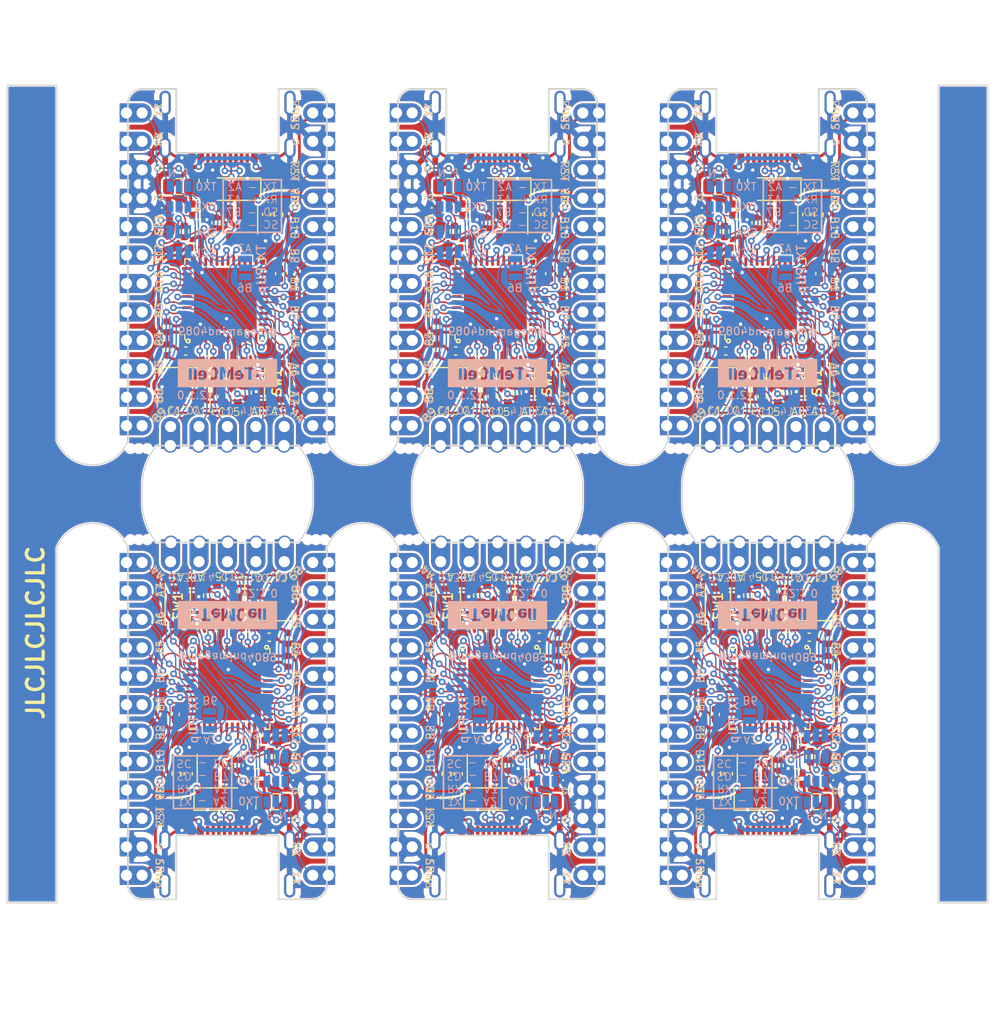
<source format=kicad_pcb>
(kicad_pcb (version 20211014) (generator pcbnew)
  (title_block (title "STeMCell") (date "2022-08-08") (rev "2.0.0"))
  (layers (0 "F.Cu" signal) (31 "B.Cu" signal) (34 "B.Paste" user) (35 "F.Paste" user) (36 "B.SilkS" user "B.Silkscreen") (37 "F.SilkS" user "F.Silkscreen") (38 "B.Mask" user) (39 "F.Mask" user) (44 "Edge.Cuts" user))
  (net 0 "")
  (net 1 "VBUS")
  (net 2 "GND")
  (net 3 "VDD")
  (net 4 "/RESET")
  (net 5 "/LED_R")
  (net 6 "/CC1")
  (net 9 "/CC2")
  (net 10 "/TX0")
  (net 11 "/RX0")
  (net 12 "/SDA")
  (net 13 "/SCL")
  (net 15 "/SWD")
  (net 17 "/SWC")
  (net 18 "/HSE_IN")
  (net 19 "/PA2")
  (net 20 "/PB7")
  (net 21 "/PB6")
  (net 22 "/PA3")
  (net 23 "/PA9")
  (net 24 "/BOOT0")
  (net 26 "/PB9")
  (net 27 "/PB8")
  (net 28 "/PA15")
  (net 29 "/PB5")
  (net 30 "/PB4")
  (net 31 "/PB3")
  (net 32 "/PA7")
  (net 33 "/PA6")
  (net 34 "/PA5")
  (net 35 "/PA4")
  (net 36 "/PB10")
  (net 37 "/PB2")
  (net 38 "/PB1")
  (net 39 "/PB0")
  (net 40 "/PC15")
  (net 41 "/PC14")
  (net 42 "/PC13")
  (net 46 "/PA0")
  (net 47 "/PA1")
  (net 48 "/PA8")
  (net 49 "/HSE_OUT_1")
  (net 50 "/VCAP1")
  (net 51 "/USB_DP")
  (net 52 "/USB_DN")
  (net 53 "/HSE_OUT")
  (net 54 "/TX_PULLUP")
  (net 55 "/VBUS_FF")
  (net 56 "/VBUS_F")
  (footprint "Capacitor_SMD:C_0402_1005Metric" (layer "F.Cu") (at 117.1448 90.0658 90)
    (fp_text reference "C2")
    (fp_text value "4.7u")
  )
  (footprint "Capacitor_SMD:C_0402_1005Metric" (layer "F.Cu") (at 77.7914 77.975 90)
    (fp_text reference "C7")
    (fp_text value "100n")
  )
  (footprint "Capacitor_SMD:C_0402_1005Metric" (layer "F.Cu") (at 121.1314 73.785 90)
    (fp_text reference "C11")
    (fp_text value "20p")
  )
  (footprint "" (layer "F.Cu") (at 79.55 69.1555)
    (fp_text reference "5" hide)
    (fp_text value "")
  )
  (footprint "Resistor_SMD:R_0402_1005Metric" (layer "F.Cu") (at 99.1509 89.9922 180)
    (fp_text reference "R6")
    (fp_text value "10k")
  )
  (footprint "Resistor_SMD:R_0402_1005Metric" (layer "F.Cu") (at 118.9014 74.155 -90)
    (fp_text reference "R8")
    (fp_text value "10k")
  )
  (footprint "Capacitor_SMD:C_0402_1005Metric" (layer "F.Cu") (at 67.691 92.1919 90)
    (fp_text reference "C12")
    (fp_text value "100n")
  )
  (footprint "Crystal:Crystal_SMD_3225-4Pin_3.2x2.5mm" (layer "F.Cu") (at 124.2014 74.745)
    (fp_text reference "Y1")
    (fp_text value "HSE1 8Mhz 12pF")
  )
  (footprint "Package_DFN_QFN:QFN-48-1EP_7x7mm_P0.5mm_EP5.6x5.6mm" (layer "F.Cu") (at 96.709 82.485 -90)
    (fp_text reference "U1")
    (fp_text value "STM32F4x1CxUx")
  )
  (footprint "Capacitor_SMD:C_0402_1005Metric" (layer "F.Cu") (at 67.7214 84.775 90)
    (fp_text reference "C3")
    (fp_text value "4.7u")
  )
  (footprint "Capacitor_SMD:C_0402_1005Metric" (layer "F.Cu") (at 77.7814 80.025 -90)
    (fp_text reference "C5")
    (fp_text value "100n")
  )
  (footprint "Package_TO_SOT_SMD:SOT-23-5" (layer "F.Cu") (at 119.5095 89.1231 90)
    (fp_text reference "U2")
    (fp_text value "XC6220B331MR")
  )
  (footprint "stemcell:USB-C-C168688" (layer "F.Cu") (at 120.637 102.123 180)
    (fp_text reference "J1")
    (fp_text value "USB C Connector")
  )
  (footprint "Package_DFN_QFN:QFN-48-1EP_7x7mm_P0.5mm_EP5.6x5.6mm" (layer "F.Cu") (at 120.839 82.485 -90)
    (fp_text reference "U1")
    (fp_text value "STM32F4x1CxUx")
  )
  (footprint "Capacitor_SMD:C_0402_1005Metric" (layer "F.Cu") (at 101.1886 45.4 -90)
    (fp_text reference "C3")
    (fp_text value "4.7u")
  )
  (footprint "Resistor_SMD:R_0402_1005Metric" (layer "F.Cu") (at 122.3986 56.02 90)
    (fp_text reference "R8")
    (fp_text value "10k")
  )
  (footprint "LED_SMD:LED_0402_1005Metric" (layer "F.Cu") (at 115.8772 39.5224)
    (fp_text reference "D1")
    (fp_text value "LED")
  )
  (footprint "Resistor_SMD:R_0402_1005Metric" (layer "F.Cu") (at 122.809 93.0636 90)
    (fp_text reference "R3")
    (fp_text value "5k1")
  )
  (footprint "" (layer "F.Cu") (at 105.188 69.1555)
    (fp_text reference "32" hide)
    (fp_text value "")
  )
  (footprint "" (layer "F.Cu") (at 112.736 69.1555)
    (fp_text reference "16" hide)
    (fp_text value "")
  )
  (footprint "" (layer "F.Cu") (at 89.36 69.1555)
    (fp_text reference "18" hide)
    (fp_text value "")
  )
  (footprint "Package_TO_SOT_SMD:SOT-23-5" (layer "F.Cu") (at 121.7905 41.0519 -90)
    (fp_text reference "U2")
    (fp_text value "XC6220B331MR")
  )
  (footprint "Capacitor_SMD:C_0402_1005Metric" (layer "F.Cu") (at 95.4913 40.8585 -90)
    (fp_text reference "C1")
    (fp_text value "10u")
  )
  (footprint "Capacitor_SMD:C_0402_1005Metric" (layer "F.Cu") (at 90.8304 84.8334 90)
    (fp_text reference "C9")
    (fp_text value "4.7u")
  )
  (footprint "Package_DFN_QFN:QFN-48-1EP_7x7mm_P0.5mm_EP5.6x5.6mm" (layer "F.Cu") (at 120.461 47.69 90)
    (fp_text reference "U1")
    (fp_text value "STM32F4x1CxUx")
  )
  (footprint "Capacitor_SMD:C_0402_1005Metric" (layer "F.Cu") (at 102.2096 45.3416 -90)
    (fp_text reference "C9")
    (fp_text value "4.7u")
  )
  (footprint "Capacitor_SMD:C_0402_1005Metric" (layer "F.Cu") (at 116.9186 52.305)
    (fp_text reference "C4")
    (fp_text value "100n")
  )
  (footprint "Capacitor_SMD:C_0402_1005Metric" (layer "F.Cu") (at 91.821 92.1919 90)
    (fp_text reference "C12")
    (fp_text value "100n")
  )
  (footprint "stemcell:USB-C-C168688" (layer "F.Cu") (at 72.403 28.052)
    (fp_text reference "J1")
    (fp_text value "USB C Connector")
  )
  (footprint "Capacitor_SMD:C_0402_1005Metric" (layer "F.Cu") (at 94.7386 53.13 180)
    (fp_text reference "C10")
    (fp_text value "20p")
  )
  (footprint "Capacitor_SMD:C_0402_1005Metric" (layer "F.Cu") (at 70.6086 53.13 180)
    (fp_text reference "C10")
    (fp_text value "20p")
  )
  (footprint "" (layer "F.Cu") (at 80.304 61.0195)
    (fp_text reference "27" hide)
    (fp_text value "")
  )
  (footprint "Package_TO_SOT_SMD:SOT-23-5" (layer "F.Cu") (at 73.5305 41.0519 -90)
    (fp_text reference "U2")
    (fp_text value "XC6220B331MR")
  )
  (footprint "stemcell:Pins5_castellated" (layer "F.Cu") (at 67.31 59.055 90)
    (fp_text reference "J4" hide)
    (fp_text value "Down" hide)
  )
  (footprint "stemcell:Pins12_castellated" (layer "F.Cu") (at 64.77 31.0388)
    (fp_text reference "J2" hide)
    (fp_text value "Left" hide)
  )
  (footprint "Capacitor_SMD:C_0402_1005Metric" (layer "F.Cu") (at 126.0414 80.025 -90)
    (fp_text reference "C5")
    (fp_text value "100n")
  )
  (footprint "Resistor_SMD:R_0402_1005Metric" (layer "F.Cu") (at 69.7885 39.1795)
    (fp_text reference "R5")
    (fp_text value "4.7k")
  )
  (footprint "LED_SMD:LED_0402_1005Metric" (layer "F.Cu") (at 77.1628 90.6526 180)
    (fp_text reference "D1")
    (fp_text value "LED")
  )
  (footprint "Button_Switch_SMD:SW_SPST_CK_KXT3" (layer "F.Cu") (at 100.965 55.0164 90)
    (fp_text reference "SW1")
    (fp_text value "Boot0")
  )
  (footprint "Resistor_SMD:R_0402_1005Metric" (layer "F.Cu") (at 96.0586 54.54 90)
    (fp_text reference "R1")
    (fp_text value "220")
  )
  (footprint "stemcell:Pins12_castellated" (layer "F.Cu") (at 113.03 31.0388)
    (fp_text reference "J2" hide)
    (fp_text value "Left" hide)
  )
  (footprint "Resistor_SMD:R_0402_1005Metric" (layer "F.Cu") (at 72.8514 75.635 -90)
    (fp_text reference "R1")
    (fp_text value "220")
  )
  (footprint "Fuse:Fuse_0805_2012Metric" (layer "F.Cu") (at 68.0697 37.6174)
    (fp_text reference "F1")
    (fp_text value "1A Fuse")
  )
  (footprint "Capacitor_SMD:C_0402_1005Metric" (layer "F.Cu") (at 99.3495 87.0839 180)
    (fp_text reference "C6")
    (fp_text value "100n")
  )
  (footprint "Capacitor_SMD:C_0402_1005Metric" (layer "F.Cu") (at 66.9986 50.15 90)
    (fp_text reference "C5")
    (fp_text value "100n")
  )
  (footprint "Resistor_SMD:R_0402_1005Metric" (layer "F.Cu") (at 124.3076 37.971 -90)
    (fp_text reference "R2")
    (fp_text value "5k1")
  )
  (footprint "stemcell:USB-C-C168688" (layer "F.Cu") (at 72.377 102.123 180)
    (fp_text reference "J1")
    (fp_text value "USB C Connector")
  )
  (footprint "Resistor_SMD:R_0402_1005Metric" (layer "F.Cu") (at 124.4981 88.5424 -90)
    (fp_text reference "R4")
    (fp_text value "2k2")
  )
  (footprint "Package_TO_SOT_SMD:SOT-23-5" (layer "F.Cu") (at 97.6605 41.0519 -90)
    (fp_text reference "U2")
    (fp_text value "XC6220B331MR")
  )
  (footprint "Capacitor_SMD:C_0402_1005Metric" (layer "F.Cu") (at 97.0014 73.785 90)
    (fp_text reference "C11")
    (fp_text value "20p")
  )
  (footprint "Capacitor_SMD:C_0402_1005Metric" (layer "F.Cu") (at 76.1214 77.87 180)
    (fp_text reference "C4")
    (fp_text value "100n")
  )
  (footprint "Capacitor_SMD:C_0402_1005Metric" (layer "F.Cu") (at 117.8205 43.0911)
    (fp_text reference "C6")
    (fp_text value "100n")
  )
  (footprint "Resistor_SMD:R_0402_1005Metric" (layer "F.Cu") (at 70.6414 74.155 -90)
    (fp_text reference "R8")
    (fp_text value "10k")
  )
  (footprint "" (layer "F.Cu") (at 103.68 69.1555)
    (fp_text reference "4" hide)
    (fp_text value "")
  )
  (footprint "Resistor_SMD:R_0402_1005Metric" (layer "F.Cu") (at 69.7591 40.1828)
    (fp_text reference "R6")
    (fp_text value "10k")
  )
  (footprint "" (layer "F.Cu") (at 87.852 69.1555)
    (fp_text reference "20" hide)
    (fp_text value "")
  )
  (footprint "Capacitor_SMD:C_0402_1005Metric" (layer "F.Cu") (at 115.2486 52.2 -90)
    (fp_text reference "C7")
    (fp_text value "100n")
  )
  (footprint "" (layer "F.Cu") (at 113.49 69.1555)
    (fp_text reference "15" hide)
    (fp_text value "")
  )
  (footprint "Capacitor_SMD:C_0402_1005Metric" (layer "F.Cu") (at 73.3836 53.18 180)
    (fp_text reference "C8")
    (fp_text value "100n")
  )
  (footprint "Resistor_SMD:R_0402_1005Metric" (layer "F.Cu") (at 98.679 93.0636 90)
    (fp_text reference "R3")
    (fp_text value "5k1")
  )
  (footprint "LED_SMD:LED_0402_1005Metric" (layer "F.Cu") (at 91.7472 39.5224)
    (fp_text reference "D1")
    (fp_text value "LED")
  )
  (footprint "Fuse:Fuse_0805_2012Metric" (layer "F.Cu") (at 124.9703 92.5576 180)
    (fp_text reference "F1")
    (fp_text value "1A Fuse")
  )
  (footprint "Resistor_SMD:R_0402_1005Metric" (layer "F.Cu") (at 123.2515 90.9955 180)
    (fp_text reference "R5")
    (fp_text value "4.7k")
  )
  (footprint "stemcell:USB-C-C168688" (layer "F.Cu") (at 96.507 102.123 180)
    (fp_text reference "J1")
    (fp_text value "USB C Connector")
  )
  (footprint "Resistor_SMD:R_0402_1005Metric" (layer "F.Cu") (at 94.7714 74.155 -90)
    (fp_text reference "R8")
    (fp_text value "10k")
  )
  (footprint "" (layer "F.Cu") (at 127.81 69.1555)
    (fp_text reference "3" hide)
    (fp_text value "")
  )
  (footprint "Resistor_SMD:R_0402_1005Metric" (layer "F.Cu") (at 93.9185 39.1795)
    (fp_text reference "R5")
    (fp_text value "4.7k")
  )
  (footprint "Capacitor_SMD:C_0402_1005Metric" (layer "F.Cu") (at 100.0252 40.1092 -90)
    (fp_text reference "C2")
    (fp_text value "4.7u")
  )
  (footprint "Capacitor_SMD:C_0402_1005Metric" (layer "F.Cu") (at 92.7886 52.305)
    (fp_text reference "C4")
    (fp_text value "100n")
  )
  (footprint "Resistor_SMD:R_0402_1005Metric" (layer "F.Cu") (at 94.361 37.1114 -90)
    (fp_text reference "R3")
    (fp_text value "5k1")
  )
  (footprint "Crystal:Crystal_SMD_3225-4Pin_3.2x2.5mm" (layer "F.Cu") (at 100.0714 74.745)
    (fp_text reference "Y1")
    (fp_text value "HSE1 8Mhz 12pF")
  )
  (footprint "Capacitor_SMD:C_0402_1005Metric" (layer "F.Cu") (at 126.3396 45.3416 -90)
    (fp_text reference "C9")
    (fp_text value "4.7u")
  )
  (footprint "Resistor_SMD:R_0402_1005Metric" (layer "F.Cu") (at 98.2686 56.02 90)
    (fp_text reference "R8")
    (fp_text value "10k")
  )
  (footprint "Resistor_SMD:R_0402_1005Metric" (layer "F.Cu") (at 100.1776 37.971 -90)
    (fp_text reference "R2")
    (fp_text value "5k1")
  )
  (footprint "Package_TO_SOT_SMD:SOT-23-5" (layer "F.Cu") (at 71.2495 89.1231 90)
    (fp_text reference "U2")
    (fp_text value "XC6220B331MR")
  )
  (footprint "Capacitor_SMD:C_0402_1005Metric" (layer "F.Cu") (at 74.1714 77.045)
    (fp_text reference "C10")
    (fp_text value "20p")
  )
  (footprint "Capacitor_SMD:C_0402_1005Metric" (layer "F.Cu") (at 115.9814 84.775 90)
    (fp_text reference "C3")
    (fp_text value "4.7u")
  )
  (footprint "LED_SMD:LED_0402_1005Metric" (layer "F.Cu") (at 125.4228 90.6526 180)
    (fp_text reference "D1")
    (fp_text value "LED")
  )
  (footprint "" (layer "F.Cu") (at 79.55 61.0195)
    (fp_text reference "2" hide)
    (fp_text value "")
  )
  (footprint "Resistor_SMD:R_0402_1005Metric" (layer "F.Cu") (at 116.078 90.045 90)
    (fp_text reference "R7")
    (fp_text value "10k")
  )
  (footprint "Capacitor_SMD:C_0402_1005Metric" (layer "F.Cu") (at 95.5264 76.995)
    (fp_text reference "C8")
    (fp_text value "100n")
  )
  (footprint "Resistor_SMD:R_0402_1005Metric" (layer "F.Cu") (at 120.1886 54.54 90)
    (fp_text reference "R1")
    (fp_text value "220")
  )
  (footprint "Resistor_SMD:R_0402_1005Metric" (layer "F.Cu") (at 70.231 37.1114 -90)
    (fp_text reference "R3")
    (fp_text value "5k1")
  )
  (footprint "" (layer "F.Cu") (at 105.188 61.0195)
    (fp_text reference "26" hide)
    (fp_text value "")
  )
  (footprint "Capacitor_SMD:C_0402_1005Metric" (layer "F.Cu") (at 72.8714 73.785 90)
    (fp_text reference "C11")
    (fp_text value "20p")
  )
  (footprint "Capacitor_SMD:C_0402_1005Metric" (layer "F.Cu") (at 101.9214 77.975 90)
    (fp_text reference "C7")
    (fp_text value "100n")
  )
  (footprint "Resistor_SMD:R_0402_1005Metric" (layer "F.Cu") (at 125.222 40.13 -90)
    (fp_text reference "R7")
    (fp_text value "10k")
  )
  (footprint "Resistor_SMD:R_0402_1005Metric" (layer "F.Cu") (at 74.549 93.0636 90)
    (fp_text reference "R3")
    (fp_text value "5k1")
  )
  (footprint "Capacitor_SMD:C_0402_1005Metric" (layer "F.Cu") (at 115.951 92.1919 90)
    (fp_text reference "C12")
    (fp_text value "100n")
  )
  (footprint "Button_Switch_SMD:SW_SPST_CK_KXT3" (layer "F.Cu") (at 125.095 55.0164 90)
    (fp_text reference "SW1")
    (fp_text value "Boot0")
  )
  (footprint "Resistor_SMD:R_0402_1005Metric" (layer "F.Cu") (at 68.5419 41.6326 90)
    (fp_text reference "R4")
    (fp_text value "2k2")
  )
  (footprint "Capacitor_SMD:C_0402_1005Metric" (layer "F.Cu") (at 68.6586 52.305)
    (fp_text reference "C4")
    (fp_text value "100n")
  )
  (footprint "Button_Switch_SMD:SW_SPST_CK_KXT3" (layer "F.Cu") (at 67.945 75.1586 -90)
    (fp_text reference "SW1")
    (fp_text value "Boot0")
  )
  (footprint "Capacitor_SMD:C_0402_1005Metric" (layer "F.Cu") (at 69.5605 43.0911)
    (fp_text reference "C6")
    (fp_text value "100n")
  )
  (footprint "Button_Switch_SMD:SW_SPST_CK_KXT3" (layer "F.Cu") (at 92.075 75.1586 -90)
    (fp_text reference "SW1")
    (fp_text value "Boot0")
  )
  (footprint "Capacitor_SMD:C_0402_1005Metric" (layer "F.Cu") (at 125.349 37.9831 -90)
    (fp_text reference "C12")
    (fp_text value "100n")
  )
  (footprint "Capacitor_SMD:C_0402_1005Metric" (layer "F.Cu") (at 119.6564 76.995)
    (fp_text reference "C8")
    (fp_text value "100n")
  )
  (footprint "Capacitor_SMD:C_0402_1005Metric" (layer "F.Cu") (at 119.6213 40.8585 -90)
    (fp_text reference "C1")
    (fp_text value "10u")
  )
  (footprint "" (layer "F.Cu") (at 81.058 61.0195)
    (fp_text reference "28" hide)
    (fp_text value "")
  )
  (footprint "Resistor_SMD:R_0402_1005Metric" (layer "F.Cu") (at 116.8019 41.6326 90)
    (fp_text reference "R4")
    (fp_text value "2k2")
  )
  (footprint "Capacitor_SMD:C_0402_1005Metric" (layer "F.Cu") (at 68.8848 90.0658 90)
    (fp_text reference "C2")
    (fp_text value "4.7u")
  )
  (footprint "Capacitor_SMD:C_0402_1005Metric" (layer "F.Cu") (at 73.4187 89.3165 90)
    (fp_text reference "C1")
    (fp_text value "10u")
  )
  (footprint "Crystal:Crystal_SMD_3225-4Pin_3.2x2.5mm" (layer "F.Cu") (at 75.9414 74.745)
    (fp_text reference "Y1")
    (fp_text value "HSE1 8Mhz 12pF")
  )
  (footprint "Capacitor_SMD:C_0402_1005Metric" (layer "F.Cu") (at 122.4314 77.045)
    (fp_text reference "C10")
    (fp_text value "20p")
  )
  (footprint "Resistor_SMD:R_0402_1005Metric" (layer "F.Cu") (at 99.1215 90.9955 180)
    (fp_text reference "R5")
    (fp_text value "4.7k")
  )
  (footprint "Capacitor_SMD:C_0402_1005Metric" (layer "F.Cu") (at 91.8514 84.775 90)
    (fp_text reference "C3")
    (fp_text value "4.7u")
  )
  (footprint "Resistor_SMD:R_0402_1005Metric" (layer "F.Cu") (at 96.9814 75.635 -90)
    (fp_text reference "R1")
    (fp_text value "220")
  )
  (footprint "Resistor_SMD:R_0402_1005Metric" (layer "F.Cu") (at 100.3681 88.5424 -90)
    (fp_text reference "R4")
    (fp_text value "2k2")
  )
  (footprint "" (layer "F.Cu") (at 112.736 61.0195)
    (fp_text reference "7" hide)
    (fp_text value "" hide)
  )
  (footprint "" (layer "F.Cu") (at 63.722 61.0195)
    (fp_text reference "14" hide)
    (fp_text value "")
  )
  (footprint "Diode_SMD:D_SOD-123" (layer "F.Cu") (at 121.3866 37.846 180)
    (fp_text reference "D2")
    (fp_text value "B5819W")
  )
  (footprint "Resistor_SMD:R_0402_1005Metric" (layer "F.Cu") (at 118.491 37.1114 -90)
    (fp_text reference "R3")
    (fp_text value "5k1")
  )
  (footprint "" (layer "F.Cu") (at 111.982 69.1555)
    (fp_text reference "17" hide)
    (fp_text value "")
  )
  (footprint "Package_DFN_QFN:QFN-48-1EP_7x7mm_P0.5mm_EP5.6x5.6mm" (layer "F.Cu") (at 96.331 47.69 90)
    (fp_text reference "U1")
    (fp_text value "STM32F4x1CxUx")
  )
  (footprint "Capacitor_SMD:C_0402_1005Metric" (layer "F.Cu") (at 71.3613 40.8585 -90)
    (fp_text reference "C1")
    (fp_text value "10u")
  )
  (footprint "Resistor_SMD:R_0402_1005Metric" (layer "F.Cu") (at 91.948 90.045 90)
    (fp_text reference "R7")
    (fp_text value "10k")
  )
  (footprint "Button_Switch_SMD:SW_SPST_CK_KXT3" (layer "F.Cu") (at 116.205 75.1586 -90)
    (fp_text reference "SW1")
    (fp_text value "Boot0")
  )
  (footprint "stemcell:Pins12_castellated" (layer "F.Cu") (at 80.01 99.1362 180)
    (fp_text reference "J2" hide)
    (fp_text value "Left" hide)
  )
  (footprint "Crystal:Crystal_SMD_3225-4Pin_3.2x2.5mm" (layer "F.Cu") (at 68.8386 55.43 180)
    (fp_text reference "Y1")
    (fp_text value "HSE1 8Mhz 12pF")
  )
  (footprint "" (layer "F.Cu") (at 129.318 61.0195)
    (fp_text reference "24" hide)
    (fp_text value "")
  )
  (footprint "Capacitor_SMD:C_0402_1005Metric" (layer "F.Cu") (at 71.9086 56.39 -90)
    (fp_text reference "C11")
    (fp_text value "20p")
  )
  (footprint "Capacitor_SMD:C_0402_1005Metric" (layer "F.Cu") (at 121.6787 89.3165 90)
    (fp_text reference "C1")
    (fp_text value "10u")
  )
  (footprint "Capacitor_SMD:C_0402_1005Metric" (layer "F.Cu") (at 97.5487 89.3165 90)
    (fp_text reference "C1")
    (fp_text value "10u")
  )
  (footprint "Capacitor_SMD:C_0402_1005Metric" (layer "F.Cu") (at 120.1686 56.39 -90)
    (fp_text reference "C11")
    (fp_text value "20p")
  )
  (footprint "Resistor_SMD:R_0402_1005Metric" (layer "F.Cu") (at 71.9286 54.54 90)
    (fp_text reference "R1")
    (fp_text value "220")
  )
  (footprint "Capacitor_SMD:C_0402_1005Metric" (layer "F.Cu") (at 77.089 37.9831 -90)
    (fp_text reference "C12")
    (fp_text value "100n")
  )
  (footprint "stemcell:Pins5_castellated" (layer "F.Cu") (at 115.57 59.055 90)
    (fp_text reference "J4" hide)
    (fp_text value "Down" hide)
  )
  (footprint "Capacitor_SMD:C_0402_1005Metric" (layer "F.Cu") (at 126.0514 77.975 90)
    (fp_text reference "C7")
    (fp_text value "100n")
  )
  (footprint "LED_SMD:LED_0402_1005Metric" (layer "F.Cu") (at 101.2928 90.6526 180)
    (fp_text reference "D1")
    (fp_text value "LED")
  )
  (footprint "Fuse:Fuse_0805_2012Metric" (layer "F.Cu") (at 92.1997 37.6174)
    (fp_text reference "F1")
    (fp_text value "1A Fuse")
  )
  (footprint "stemcell:USB-C-C168688" (layer "F.Cu") (at 120.663 28.052)
    (fp_text reference "J1")
    (fp_text value "USB C Connector")
  )
  (footprint "Diode_SMD:D_SOD-123" (layer "F.Cu") (at 73.1266 37.846 180)
    (fp_text reference "D2")
    (fp_text value "B5819W")
  )
  (footprint "" (layer "F.Cu") (at 128.564 69.1555)
    (fp_text reference "29" hide)
    (fp_text value "")
  )
  (footprint "" (layer "F.Cu") (at 128.564 61.0195)
    (fp_text reference "23" hide)
    (fp_text value "")
  )
  (footprint "Resistor_SMD:R_0402_1005Metric" (layer "F.Cu") (at 76.962 40.13 -90)
    (fp_text reference "R7")
    (fp_text value "10k")
  )
  (footprint "Resistor_SMD:R_0402_1005Metric" (layer "F.Cu") (at 121.1114 75.635 -90)
    (fp_text reference "R1")
    (fp_text value "220")
  )
  (footprint "" (layer "F.Cu") (at 103.68 61.0195)
    (fp_text reference "1" hide)
    (fp_text value "")
  )
  (footprint "Diode_SMD:D_SOD-123" (layer "F.Cu") (at 71.6534 92.329)
    (fp_text reference "D2")
    (fp_text value "B5819W")
  )
  (footprint "Crystal:Crystal_SMD_3225-4Pin_3.2x2.5mm" (layer "F.Cu") (at 92.9686 55.43 180)
    (fp_text reference "Y1")
    (fp_text value "HSE1 8Mhz 12pF")
  )
  (footprint "Capacitor_SMD:C_0402_1005Metric" (layer "F.Cu") (at 78.0796 45.3416 -90)
    (fp_text reference "C9")
    (fp_text value "4.7u")
  )
  (footprint "Capacitor_SMD:C_0402_1005Metric" (layer "F.Cu") (at 124.3814 77.87 180)
    (fp_text reference "C4")
    (fp_text value "100n")
  )
  (footprint "Resistor_SMD:R_0402_1005Metric" (layer "F.Cu") (at 123.2809 89.9922 180)
    (fp_text reference "R6")
    (fp_text value "10k")
  )
  (footprint "" (layer "F.Cu") (at 104.434 69.1555)
    (fp_text reference "31" hide)
    (fp_text value "")
  )
  (footprint "Capacitor_SMD:C_0402_1005Metric" (layer "F.Cu") (at 97.5136 53.18 180)
    (fp_text reference "C8")
    (fp_text value "100n")
  )
  (footprint "" (layer "F.Cu") (at 111.982 61.0195)
    (fp_text reference "8" hide)
    (fp_text value "")
  )
  (footprint "Capacitor_SMD:C_0402_1005Metric" (layer "F.Cu") (at 114.9604 84.8334 90)
    (fp_text reference "C9")
    (fp_text value "4.7u")
  )
  (footprint "Fuse:Fuse_0805_2012Metric" (layer "F.Cu") (at 116.3297 37.6174)
    (fp_text reference "F1")
    (fp_text value "1A Fuse")
  )
  (footprint "Diode_SMD:D_SOD-123" (layer "F.Cu") (at 97.2566 37.846 180)
    (fp_text reference "D2")
    (fp_text value "B5819W")
  )
  (footprint "stemcell:Pins5_castellated" (layer "F.Cu") (at 101.6 71.12 -90)
    (fp_text reference "J4" hide)
    (fp_text value "Down" hide)
  )
  (footprint "" (layer "F.Cu") (at 104.434 61.0195)
    (fp_text reference "25" hide)
    (fp_text value "")
  )
  (footprint "stemcell:Pins5_castellated" (layer "F.Cu") (at 77.47 71.12 -90)
    (fp_text reference "J4" hide)
    (fp_text value "Down" hide)
  )
  (footprint "Capacitor_SMD:C_0402_1005Metric" (layer "F.Cu") (at 75.8952 40.1092 -90)
    (fp_text reference "C2")
    (fp_text value "4.7u")
  )
  (footprint "Resistor_SMD:R_0402_1005Metric" (layer "F.Cu") (at 76.0476 37.971 -90)
    (fp_text reference "R2")
    (fp_text value "5k1")
  )
  (footprint "Resistor_SMD:R_0402_1005Metric" (layer "F.Cu") (at 92.6719 41.6326 90)
    (fp_text reference "R4")
    (fp_text value "2k2")
  )
  (footprint "Capacitor_SMD:C_0402_1005Metric" (layer "F.Cu") (at 98.3014 77.045)
    (fp_text reference "C10")
    (fp_text value "20p")
  )
  (footprint "Capacitor_SMD:C_0402_1005Metric" (layer "F.Cu") (at 75.2195 87.0839 180)
    (fp_text reference "C6")
    (fp_text value "100n")
  )
  (footprint "Package_DFN_QFN:QFN-48-1EP_7x7mm_P0.5mm_EP5.6x5.6mm" (layer "F.Cu") (at 72.579 82.485 -90)
    (fp_text reference "U1")
    (fp_text value "STM32F4x1CxUx")
  )
  (footprint "Capacitor_SMD:C_0402_1005Metric" (layer "F.Cu") (at 123.4795 87.0839 180)
    (fp_text reference "C6")
    (fp_text value "100n")
  )
  (footprint "Resistor_SMD:R_0402_1005Metric" (layer "F.Cu") (at 74.9915 90.9955 180)
    (fp_text reference "R5")
    (fp_text value "4.7k")
  )
  (footprint "" (layer "F.Cu") (at 64.476 61.0195)
    (fp_text reference "13" hide)
    (fp_text value "")
  )
  (footprint "Capacitor_SMD:C_0402_1005Metric" (layer "F.Cu") (at 93.6905 43.0911)
    (fp_text reference "C6")
    (fp_text value "100n")
  )
  (footprint "" (layer "F.Cu") (at 88.606 69.1555)
    (fp_text reference "19" hide)
    (fp_text value "")
  )
  (footprint "" (layer "F.Cu") (at 89.36 61.0195)
    (fp_text reference "9" hide)
    (fp_text value "")
  )
  (footprint "Capacitor_SMD:C_0402_1005Metric" (layer "F.Cu") (at 101.219 37.9831 -90)
    (fp_text reference "C12")
    (fp_text value "100n")
  )
  (footprint "stemcell:Pins12_castellated" (layer "F.Cu") (at 128.27 99.1362 180)
    (fp_text reference "J2" hide)
    (fp_text value "Left" hide)
  )
  (footprint "Resistor_SMD:R_0402_1005Metric" (layer "F.Cu") (at 76.2381 88.5424 -90)
    (fp_text reference "R4")
    (fp_text value "2k2")
  )
  (footprint "Diode_SMD:D_SOD-123" (layer "F.Cu") (at 95.7834 92.329)
    (fp_text reference "D2")
    (fp_text value "B5819W")
  )
  (footprint "LED_SMD:LED_0402_1005Metric" (layer "F.Cu") (at 67.6172 39.5224)
    (fp_text reference "D1")
    (fp_text value "LED")
  )
  (footprint "" (layer "F.Cu") (at 87.852 61.0195)
    (fp_text reference "11" hide)
    (fp_text value "")
  )
  (footprint "" (layer "F.Cu") (at 63.722 69.1555)
    (fp_text reference "33" hide)
    (fp_text value "")
  )
  (footprint "stemcell:Pins12_castellated" (layer "F.Cu") (at 104.14 99.1362 180)
    (fp_text reference "J2" hide)
    (fp_text value "Left" hide)
  )
  (footprint "Resistor_SMD:R_0402_1005Metric" (layer "F.Cu") (at 75.0209 89.9922 180)
    (fp_text reference "R6")
    (fp_text value "10k")
  )
  (footprint "Resistor_SMD:R_0402_1005Metric" (layer "F.Cu") (at 67.818 90.045 90)
    (fp_text reference "R7")
    (fp_text value "10k")
  )
  (footprint "stemcell:Pins12_castellated" (layer "F.Cu") (at 88.9 31.0388)
    (fp_text reference "J2" hide)
    (fp_text value "Left" hide)
  )
  (footprint "Capacitor_SMD:C_0402_1005Metric" (layer "F.Cu") (at 96.0386 56.39 -90)
    (fp_text reference "C11")
    (fp_text value "20p")
  )
  (footprint "Capacitor_SMD:C_0402_1005Metric" (layer "F.Cu") (at 124.1552 40.1092 -90)
    (fp_text reference "C2")
    (fp_text value "4.7u")
  )
  (footprint "stemcell:USB-C-C168688" (layer "F.Cu") (at 96.533 28.052)
    (fp_text reference "J1")
    (fp_text value "USB C Connector")
  )
  (footprint "Capacitor_SMD:C_0402_1005Metric" (layer "F.Cu") (at 91.1186 52.2 -90)
    (fp_text reference "C7")
    (fp_text value "100n")
  )
  (footprint "stemcell:Pins5_castellated" (layer "F.Cu") (at 91.44 59.055 90)
    (fp_text reference "J4" hide)
    (fp_text value "Down" hide)
  )
  (footprint "Capacitor_SMD:C_0402_1005Metric" (layer "F.Cu") (at 115.2586 50.15 90)
    (fp_text reference "C5")
    (fp_text value "100n")
  )
  (footprint "Capacitor_SMD:C_0402_1005Metric" (layer "F.Cu") (at 121.6436 53.18 180)
    (fp_text reference "C8")
    (fp_text value "100n")
  )
  (footprint "Button_Switch_SMD:SW_SPST_CK_KXT3" (layer "F.Cu") (at 76.835 55.0164 90)
    (fp_text reference "SW1")
    (fp_text value "Boot0")
  )
  (footprint "Resistor_SMD:R_0402_1005Metric" (layer "F.Cu") (at 116.9924 92.204 90)
    (fp_text reference "R2")
    (fp_text value "5k1")
  )
  (footprint "Capacitor_SMD:C_0402_1005Metric" (layer "F.Cu") (at 100.2514 77.87 180)
    (fp_text reference "C4")
    (fp_text value "100n")
  )
  (footprint "Fuse:Fuse_0805_2012Metric" (layer "F.Cu") (at 100.8403 92.5576 180)
    (fp_text reference "F1")
    (fp_text value "1A Fuse")
  )
  (footprint "Capacitor_SMD:C_0402_1005Metric" (layer "F.Cu") (at 125.3186 45.4 -90)
    (fp_text reference "C3")
    (fp_text value "4.7u")
  )
  (footprint "" (layer "F.Cu") (at 80.304 69.1555)
    (fp_text reference "34" hide)
    (fp_text value "")
  )
  (footprint "Capacitor_SMD:C_0402_1005Metric" (layer "F.Cu") (at 66.9886 52.2 -90)
    (fp_text reference "C7")
    (fp_text value "100n")
  )
  (footprint "" (layer "F.Cu") (at 127.81 61.0195)
    (fp_text reference "")
    (fp_text value "")
  )
  (footprint "" (layer "F.Cu") (at 88.606 61.0195)
    (fp_text reference "10" hide)
    (fp_text value "")
  )
  (footprint "Capacitor_SMD:C_0402_1005Metric" (layer "F.Cu") (at 77.0586 45.4 -90)
    (fp_text reference "C3")
    (fp_text value "4.7u")
  )
  (footprint "Capacitor_SMD:C_0402_1005Metric" (layer "F.Cu") (at 93.0148 90.0658 90)
    (fp_text reference "C2")
    (fp_text value "4.7u")
  )
  (footprint "Capacitor_SMD:C_0402_1005Metric" (layer "F.Cu") (at 66.7004 84.8334 90)
    (fp_text reference "C9")
    (fp_text value "4.7u")
  )
  (footprint "Crystal:Crystal_SMD_3225-4Pin_3.2x2.5mm" (layer "F.Cu") (at 117.0986 55.43 180)
    (fp_text reference "Y1")
    (fp_text value "HSE1 8Mhz 12pF")
  )
  (footprint "Diode_SMD:D_SOD-123" (layer "F.Cu") (at 119.9134 92.329)
    (fp_text reference "D2")
    (fp_text value "B5819W")
  )
  (footprint "" (layer "F.Cu") (at 65.23 61.0195)
    (fp_text reference "12" hide)
    (fp_text value "")
  )
  (footprint "Package_TO_SOT_SMD:SOT-23-5" (layer "F.Cu") (at 95.3795 89.1231 90)
    (fp_text reference "U2")
    (fp_text value "XC6220B331MR")
  )
  (footprint "" (layer "F.Cu") (at 64.476 69.1555)
    (fp_text reference "22" hide)
    (fp_text value "")
  )
  (footprint "Capacitor_SMD:C_0402_1005Metric" (layer "F.Cu") (at 101.9114 80.025 -90)
    (fp_text reference "C5")
    (fp_text value "100n")
  )
  (footprint "Resistor_SMD:R_0402_1005Metric" (layer "F.Cu") (at 93.8891 40.1828)
    (fp_text reference "R6")
    (fp_text value "10k")
  )
  (footprint "Resistor_SMD:R_0402_1005Metric" (layer "F.Cu") (at 68.7324 92.204 90)
    (fp_text reference "R2")
    (fp_text value "5k1")
  )
  (footprint "" (layer "F.Cu") (at 129.318 69.1555)
    (fp_text reference "30" hide)
    (fp_text value "" hide)
  )
  (footprint "" (layer "F.Cu") (at 81.058 69.1555)
    (fp_text reference "35" hide)
    (fp_text value "")
  )
  (footprint "" (layer "F.Cu") (at 113.49 61.0195)
    (fp_text reference "6" hide)
    (fp_text value "" hide)
  )
  (footprint "Package_DFN_QFN:QFN-48-1EP_7x7mm_P0.5mm_EP5.6x5.6mm" (layer "F.Cu") (at 72.201 47.69 90)
    (fp_text reference "U1")
    (fp_text value "STM32F4x1CxUx")
  )
  (footprint "Resistor_SMD:R_0402_1005Metric" (layer "F.Cu") (at 74.1386 56.02 90)
    (fp_text reference "R8")
    (fp_text value "10k")
  )
  (footprint "Resistor_SMD:R_0402_1005Metric" (layer "F.Cu") (at 92.8624 92.204 90)
    (fp_text reference "R2")
    (fp_text value "5k1")
  )
  (footprint "Capacitor_SMD:C_0402_1005Metric" (layer "F.Cu") (at 118.8686 53.13 180)
    (fp_text reference "C10")
    (fp_text value "20p")
  )
  (footprint "Fuse:Fuse_0805_2012Metric" (layer "F.Cu") (at 76.7103 92.5576 180)
    (fp_text reference "F1")
    (fp_text value "1A Fuse")
  )
  (footprint "Resistor_SMD:R_0402_1005Metric" (layer "F.Cu") (at 101.092 40.13 -90)
    (fp_text reference "R7")
    (fp_text value "10k")
  )
  (footprint "Resistor_SMD:R_0402_1005Metric" (layer "F.Cu") (at 118.0191 40.1828)
    (fp_text reference "R6")
    (fp_text value "10k")
  )
  (footprint "Resistor_SMD:R_0402_1005Metric" (layer "F.Cu") (at 118.0485 39.1795)
    (fp_text reference "R5")
    (fp_text value "4.7k")
  )
  (footprint "Capacitor_SMD:C_0402_1005Metric" (layer "F.Cu") (at 91.1286 50.15 90)
    (fp_text reference "C5")
    (fp_text value "100n")
  )
  (footprint "stemcell:Pins5_castellated" (layer "F.Cu") (at 125.73 71.12 -90)
    (fp_text reference "J4" hide)
    (fp_text value "Down" hide)
  )
  (footprint "Capacitor_SMD:C_0402_1005Metric" (layer "F.Cu") (at 71.3964 76.995)
    (fp_text reference "C8")
    (fp_text value "100n")
  )
  (footprint "" (layer "F.Cu") (at 65.23 69.1555)
    (fp_text reference "21" hide)
    (fp_text value "")
  )
  (footprint "stemcell:SOLDER_JUMPER_3" (layer "B.Cu") (at 100.838 86.614 180)
    (fp_text reference "JP4" hide)
    (fp_text value "SCL")
  )
  (footprint "stemcell:SOLDER_JUMPER_3" (layer "B.Cu") (at 100.838 92.583)
    (fp_text reference "JP1" hide)
    (fp_text value "TX0")
  )
  (footprint "stemcell:SOLDER_JUMPER_3" (layer "B.Cu") (at 70.7898 85.2932 90)
    (fp_text reference "JP5" hide)
    (fp_text value "TX PUp")
  )
  (footprint "stemcell:SOLDER_JUMPER_3" (layer "B.Cu") (at 92.202 43.561)
    (fp_text reference "JP4" hide)
    (fp_text value "SCL")
  )
  (footprint "stemcell:SOLDER_JUMPER_3" (layer "B.Cu") (at 124.968 86.614 180)
    (fp_text reference "JP4" hide)
    (fp_text value "SCL")
  )
  (footprint "stemcell:Pins12_castellated" (layer "B.Cu") (at 128.27 31.0388 180)
    (fp_text reference "J3" hide)
    (fp_text value "Right" hide)
  )
  (footprint "stemcell:SOLDER_JUMPER_3" (layer "B.Cu") (at 73.9902 44.8818 -90)
    (fp_text reference "JP5" hide)
    (fp_text value "TX PUp")
  )
  (footprint "stemcell:SOLDER_JUMPER_3" (layer "B.Cu") (at 100.8514 90.755 180)
    (fp_text reference "JP2" hide)
    (fp_text value "RX0")
  )
  (footprint "stemcell:SOLDER_JUMPER_3" (layer "B.Cu") (at 98.1202 44.8818 -90)
    (fp_text reference "JP5" hide)
    (fp_text value "TX PUp")
  )
  (footprint "stemcell:SOLDER_JUMPER_3" (layer "B.Cu") (at 76.7214 90.755 180)
    (fp_text reference "JP2" hide)
    (fp_text value "RX0")
  )
  (footprint "kibuzzard-620B7294" (layer "B.Cu") (at 72.3886 54.28 180)
    (fp_text reference "kibuzzard-620B7294" hide)
    (fp_text value "G***" hide)
  )
  (footprint "stemcell:Pins12_castellated" (layer "B.Cu") (at 64.77 99.1362)
    (fp_text reference "J3" hide)
    (fp_text value "Right" hide)
  )
  (footprint "stemcell:SOLDER_JUMPER_3" (layer "B.Cu") (at 125.006 88.519)
    (fp_text reference "JP3" hide)
    (fp_text value "SDA")
  )
  (footprint "stemcell:Pins12_castellated" (layer "B.Cu") (at 104.14 31.0388 180)
    (fp_text reference "J3" hide)
    (fp_text value "Right" hide)
  )
  (footprint "stemcell:Pins12_castellated" (layer "B.Cu") (at 113.03 99.1362)
    (fp_text reference "J3" hide)
    (fp_text value "Right" hide)
  )
  (footprint "stemcell:SOLDER_JUMPER_3" (layer "B.Cu") (at 116.294 41.656 180)
    (fp_text reference "JP3" hide)
    (fp_text value "SDA")
  )
  (footprint "stemcell:SOLDER_JUMPER_3" (layer "B.Cu") (at 119.0498 85.2932 90)
    (fp_text reference "JP5" hide)
    (fp_text value "TX PUp")
  )
  (footprint "stemcell:SOLDER_JUMPER_3" (layer "B.Cu") (at 68.034 41.656 180)
    (fp_text reference "JP3" hide)
    (fp_text value "SDA")
  )
  (footprint "stemcell:SOLDER_JUMPER_3" (layer "B.Cu") (at 124.9814 90.755 180)
    (fp_text reference "JP2" hide)
    (fp_text value "RX0")
  )
  (footprint "stemcell:SOLDER_JUMPER_3" (layer "B.Cu") (at 92.202 37.592 180)
    (fp_text reference "JP1" hide)
    (fp_text value "TX0")
  )
  (footprint "stemcell:SOLDER_JUMPER_3" (layer "B.Cu") (at 124.968 92.583)
    (fp_text reference "JP1" hide)
    (fp_text value "TX0")
  )
  (footprint "kibuzzard-620B7294" (layer "B.Cu") (at 96.5186 54.28 180)
    (fp_text reference "kibuzzard-620B7294" hide)
    (fp_text value "G***" hide)
  )
  (footprint "kibuzzard-620B7294" (layer "B.Cu") (at 120.6486 54.28 180)
    (fp_text reference "kibuzzard-620B7294" hide)
    (fp_text value "G***" hide)
  )
  (footprint "stemcell:Pins12_castellated" (layer "B.Cu") (at 80.01 31.0388 180)
    (fp_text reference "J3" hide)
    (fp_text value "Right" hide)
  )
  (footprint "stemcell:SOLDER_JUMPER_3" (layer "B.Cu") (at 122.2502 44.8818 -90)
    (fp_text reference "JP5" hide)
    (fp_text value "TX PUp")
  )
  (footprint "stemcell:SOLDER_JUMPER_3" (layer "B.Cu") (at 76.708 92.583)
    (fp_text reference "JP1" hide)
    (fp_text value "TX0")
  )
  (footprint "stemcell:SOLDER_JUMPER_3" (layer "B.Cu") (at 68.072 37.592 180)
    (fp_text reference "JP1" hide)
    (fp_text value "TX0")
  )
  (footprint "stemcell:Pins12_castellated" (layer "B.Cu") (at 88.9 99.1362)
    (fp_text reference "J3" hide)
    (fp_text value "Right" hide)
  )
  (footprint "stemcell:SOLDER_JUMPER_3" (layer "B.Cu") (at 116.332 43.561)
    (fp_text reference "JP4" hide)
    (fp_text value "SCL")
  )
  (footprint "stemcell:SOLDER_JUMPER_3" (layer "B.Cu") (at 116.332 37.592 180)
    (fp_text reference "JP1" hide)
    (fp_text value "TX0")
  )
  (footprint "stemcell:SOLDER_JUMPER_3" (layer "B.Cu") (at 76.746 88.519)
    (fp_text reference "JP3" hide)
    (fp_text value "SDA")
  )
  (footprint "stemcell:SOLDER_JUMPER_3" (layer "B.Cu") (at 68.0586 39.42)
    (fp_text reference "JP2" hide)
    (fp_text value "RX0")
  )
  (footprint "stemcell:SOLDER_JUMPER_3" (layer "B.Cu") (at 92.1886 39.42)
    (fp_text reference "JP2" hide)
    (fp_text value "RX0")
  )
  (footprint "stemcell:SOLDER_JUMPER_3" (layer "B.Cu") (at 100.876 88.519)
    (fp_text reference "JP3" hide)
    (fp_text value "SDA")
  )
  (footprint "stemcell:SOLDER_JUMPER_3" (layer "B.Cu") (at 92.164 41.656 180)
    (fp_text reference "JP3" hide)
    (fp_text value "SDA")
  )
  (footprint "stemcell:SOLDER_JUMPER_3" (layer "B.Cu") (at 68.072 43.561)
    (fp_text reference "JP4" hide)
    (fp_text value "SCL")
  )
  (footprint "kibuzzard-620B7294" (layer "B.Cu") (at 96.5214 75.895)
    (fp_text reference "kibuzzard-620B7294" hide)
    (fp_text value "G***" hide)
  )
  (footprint "stemcell:SOLDER_JUMPER_3" (layer "B.Cu") (at 94.9198 85.2932 90)
    (fp_text reference "JP5" hide)
    (fp_text value "TX PUp")
  )
  (footprint "kibuzzard-620B7294" (layer "B.Cu") (at 72.3914 75.895)
    (fp_text reference "kibuzzard-620B7294" hide)
    (fp_text value "G***" hide)
  )
  (footprint "stemcell:SOLDER_JUMPER_3" (layer "B.Cu") (at 116.3186 39.42)
    (fp_text reference "JP2" hide)
    (fp_text value "RX0")
  )
  (footprint "kibuzzard-620B7294" (layer "B.Cu") (at 120.6514 75.895)
    (fp_text reference "kibuzzard-620B7294" hide)
    (fp_text value "G***" hide)
  )
  (footprint "stemcell:SOLDER_JUMPER_3" (layer "B.Cu") (at 76.708 86.614 180)
    (fp_text reference "JP4" hide)
    (fp_text value "SCL")
  )
  (gr_rect (start 120.269 41.7068) (end 125.476 37.0078) (layer "B.SilkS") (width 0.15) (fill none))
  (gr_rect (start 72.009 41.7068) (end 77.216 37.0078) (layer "B.SilkS") (width 0.15) (fill none))
  (gr_rect (start 96.901 88.4682) (end 91.694 93.1672) (layer "B.SilkS") (width 0.15) (fill none))
  (gr_rect (start 121.031 88.4682) (end 115.824 93.1672) (layer "B.SilkS") (width 0.15) (fill none))
  (gr_rect (start 72.771 88.4682) (end 67.564 93.1672) (layer "B.SilkS") (width 0.15) (fill none))
  (gr_rect (start 96.139 41.7068) (end 101.346 37.0078) (layer "B.SilkS") (width 0.15) (fill none))
  (gr_circle (center 68.8848 51.4096) (end 68.7578 51.5112) (layer "F.SilkS") (width 0.15) (fill none))
  (gr_circle (center 124.1552 78.7654) (end 124.2822 78.6638) (layer "F.SilkS") (width 0.15) (fill none))
  (gr_circle (center 117.1448 51.4096) (end 117.0178 51.5112) (layer "F.SilkS") (width 0.15) (fill none))
  (gr_circle (center 93.0148 51.4096) (end 92.8878 51.5112) (layer "F.SilkS") (width 0.15) (fill none))
  (gr_circle (center 100.0252 78.7654) (end 100.1522 78.6638) (layer "F.SilkS") (width 0.15) (fill none))
  (gr_circle (center 75.8952 78.7654) (end 76.0222 78.6638) (layer "F.SilkS") (width 0.15) (fill none))
  (gr_line (start 88.9 28.901526) (end 91.948 28.8925) (layer "Edge.Cuts") (width 0.15))
  (gr_line (start 140.335 28.575) (end 140.335 101.6) (layer "Edge.Cuts") (width 0.1))
  (gr_arc (start 128.27 66.04) (mid 127.899289 67.822481) (end 127 69.4055) (layer "Edge.Cuts") (width 0.1))
  (gr_arc (start 111.76 30.171526) (mid 112.131962 29.273488) (end 113.03 28.901526) (layer "Edge.Cuts") (width 0.15))
  (gr_line (start 78.74 69.4055) (end 66.04 69.4055) (layer "Edge.Cuts") (width 0.15))
  (gr_line (start 135.889999 69.85) (end 135.89 101.6) (layer "Edge.Cuts") (width 0.1))
  (gr_line (start 67.818 95.5709) (end 67.818 101.2825) (layer "Edge.Cuts") (width 0.15))
  (gr_line (start 111.76 30.171526) (end 111.759999 60.325) (layer "Edge.Cuts") (width 0.15))
  (gr_line (start 135.89 28.575) (end 140.335 28.575) (layer "Edge.Cuts") (width 0.1))
  (gr_line (start 57.150001 101.6) (end 52.705 101.6) (layer "Edge.Cuts") (width 0.1))
  (gr_line (start 57.150001 101.6) (end 57.150001 69.85) (layer "Edge.Cuts") (width 0.1))
  (gr_arc (start 113.03 64.135) (mid 113.40071 62.352518) (end 114.3 60.7695) (layer "Edge.Cuts") (width 0.1))
  (gr_line (start 125.222 95.5709) (end 116.078 95.5709) (layer "Edge.Cuts") (width 0.15))
  (gr_line (start 64.77 66.04) (end 64.77 64.135) (layer "Edge.Cuts") (width 0.1))
  (gr_line (start 87.63 69.85) (end 87.63 100.0125) (layer "Edge.Cuts") (width 0.15))
  (gr_line (start 67.818 34.6041) (end 76.962 34.6041) (layer "Edge.Cuts") (width 0.15))
  (gr_line (start 114.3 60.7695) (end 127 60.7695) (layer "Edge.Cuts") (width 0.15))
  (gr_arc (start 87.63 30.171526) (mid 88.001962 29.273488) (end 88.9 28.901526) (layer "Edge.Cuts") (width 0.15))
  (gr_line (start 63.5 30.171526) (end 63.499999 60.325) (layer "Edge.Cuts") (width 0.15))
  (gr_line (start 129.54 100.003474) (end 129.540001 69.85) (layer "Edge.Cuts") (width 0.15))
  (gr_arc (start 63.499999 60.325) (mid 60.325 62.474578) (end 57.150001 60.325) (layer "Edge.Cuts") (width 0.1))
  (gr_line (start 91.948 34.6041) (end 101.092 34.6041) (layer "Edge.Cuts") (width 0.15))
  (gr_line (start 101.092 34.6041) (end 101.092 28.8925) (layer "Edge.Cuts") (width 0.15))
  (gr_line (start 116.078 34.6041) (end 125.222 34.6041) (layer "Edge.Cuts") (width 0.15))
  (gr_arc (start 90.17 69.4055) (mid 89.270712 67.822482) (end 88.9 66.04) (layer "Edge.Cuts") (width 0.1))
  (gr_line (start 76.962 28.8925) (end 80.01 28.8925) (layer "Edge.Cuts") (width 0.15))
  (gr_line (start 113.03 66.04) (end 113.03 64.135) (layer "Edge.Cuts") (width 0.1))
  (gr_line (start 87.63 30.171526) (end 87.63 60.325) (layer "Edge.Cuts") (width 0.15))
  (gr_arc (start 88.9 64.135) (mid 89.27071 62.352518) (end 90.17 60.7695) (layer "Edge.Cuts") (width 0.1))
  (gr_arc (start 87.629999 60.325) (mid 84.455 62.474579) (end 81.280001 60.325) (layer "Edge.Cuts") (width 0.1))
  (gr_line (start 52.705 28.575) (end 57.150001 28.575) (layer "Edge.Cuts") (width 0.1))
  (gr_line (start 111.759999 69.85) (end 111.76 100.0125) (layer "Edge.Cuts") (width 0.15))
  (gr_line (start 101.092 101.2825) (end 101.092 95.5709) (layer "Edge.Cuts") (width 0.15))
  (gr_arc (start 88.9 101.2825) (mid 88.001974 100.910526) (end 87.63 100.0125) (layer "Edge.Cuts") (width 0.15))
  (gr_line (start 116.078 101.2825) (end 113.03 101.2825) (layer "Edge.Cuts") (width 0.15))
  (gr_line (start 64.77 28.901526) (end 67.818 28.8925) (layer "Edge.Cuts") (width 0.15))
  (gr_line (start 116.078 95.5709) (end 116.078 101.2825) (layer "Edge.Cuts") (width 0.15))
  (gr_line (start 67.818 28.8925) (end 67.818 34.6041) (layer "Edge.Cuts") (width 0.15))
  (gr_line (start 90.17 60.7695) (end 102.87 60.7695) (layer "Edge.Cuts") (width 0.15))
  (gr_arc (start 113.03 101.2825) (mid 112.131974 100.910526) (end 111.76 100.0125) (layer "Edge.Cuts") (width 0.15))
  (gr_line (start 88.9 66.04) (end 88.9 64.135) (layer "Edge.Cuts") (width 0.1))
  (gr_line (start 101.092 95.5709) (end 91.948 95.5709) (layer "Edge.Cuts") (width 0.15))
  (gr_arc (start 80.01 28.8925) (mid 80.908026 29.264474) (end 81.28 30.1625) (layer "Edge.Cuts") (width 0.15))
  (gr_line (start 76.962 95.5709) (end 67.818 95.5709) (layer "Edge.Cuts") (width 0.15))
  (gr_arc (start 127 60.7695) (mid 127.899288 62.352519) (end 128.27 64.135) (layer "Edge.Cuts") (width 0.1))
  (gr_arc (start 111.759999 60.325) (mid 108.585 62.474579) (end 105.410001 60.325) (layer "Edge.Cuts") (width 0.1))
  (gr_arc (start 114.3 69.4055) (mid 113.400712 67.822482) (end 113.03 66.04) (layer "Edge.Cuts") (width 0.1))
  (gr_arc (start 64.77 64.135) (mid 65.14071 62.352518) (end 66.04 60.7695) (layer "Edge.Cuts") (width 0.1))
  (gr_arc (start 81.28 100.003474) (mid 80.908038 100.901512) (end 80.01 101.273474) (layer "Edge.Cuts") (width 0.15))
  (gr_line (start 116.078 28.8925) (end 116.078 34.6041) (layer "Edge.Cuts") (width 0.15))
  (gr_line (start 129.540001 60.325) (end 129.54 30.1625) (layer "Edge.Cuts") (width 0.15))
  (gr_line (start 125.222 28.8925) (end 128.27 28.8925) (layer "Edge.Cuts") (width 0.15))
  (gr_arc (start 80.01 66.04) (mid 79.63929 67.822482) (end 78.74 69.4055) (layer "Edge.Cuts") (width 0.1))
  (gr_line (start 104.14 101.273474) (end 101.092 101.2825) (layer "Edge.Cuts") (width 0.15))
  (gr_arc (start 104.14 28.8925) (mid 105.038026 29.264474) (end 105.41 30.1625) (layer "Edge.Cuts") (width 0.15))
  (gr_line (start 80.01 101.273474) (end 76.962 101.2825) (layer "Edge.Cuts") (width 0.15))
  (gr_arc (start 129.54 100.003474) (mid 129.168038 100.901512) (end 128.27 101.273474) (layer "Edge.Cuts") (width 0.15))
  (gr_line (start 104.14 64.135) (end 104.14 66.04) (layer "Edge.Cuts") (width 0.1))
  (gr_arc (start 81.280001 69.85) (mid 84.455 67.700421) (end 87.629999 69.85) (layer "Edge.Cuts") (width 0.1))
  (gr_line (start 67.818 101.2825) (end 64.77 101.2825) (layer "Edge.Cuts") (width 0.15))
  (gr_line (start 91.948 28.8925) (end 91.948 34.6041) (layer "Edge.Cuts") (width 0.15))
  (gr_arc (start 66.04 69.4055) (mid 65.140711 67.822482) (end 64.77 66.04) (layer "Edge.Cuts") (width 0.1))
  (gr_line (start 105.41 100.003474) (end 105.410001 69.85) (layer "Edge.Cuts") (width 0.15))
  (gr_line (start 66.04 60.7695) (end 78.74 60.7695) (layer "Edge.Cuts") (width 0.15))
  (gr_line (start 91.948 101.2825) (end 88.9 101.2825) (layer "Edge.Cuts") (width 0.15))
  (gr_arc (start 105.410001 69.85) (mid 108.585 67.700421) (end 111.759999 69.85) (layer "Edge.Cuts") (width 0.1))
  (gr_line (start 76.962 101.2825) (end 76.962 95.5709) (layer "Edge.Cuts") (width 0.15))
  (gr_arc (start 128.27 28.8925) (mid 129.168026 29.264474) (end 129.54 30.1625) (layer "Edge.Cuts") (width 0.15))
  (gr_arc (start 64.77 101.2825) (mid 63.871974 100.910526) (end 63.5 100.0125) (layer "Edge.Cuts") (width 0.15))
  (gr_line (start 127 69.4055) (end 114.3 69.4055) (layer "Edge.Cuts") (width 0.15))
  (gr_arc (start 129.540001 69.85) (mid 132.715 67.700421) (end 135.889999 69.85) (layer "Edge.Cuts") (width 0.1))
  (gr_arc (start 63.5 30.171526) (mid 63.871962 29.273488) (end 64.77 28.901526) (layer "Edge.Cuts") (width 0.15))
  (gr_arc (start 105.41 100.003474) (mid 105.038038 100.901512) (end 104.14 101.273474) (layer "Edge.Cuts") (width 0.15))
  (gr_arc (start 102.87 60.7695) (mid 103.769288 62.352519) (end 104.14 64.135) (layer "Edge.Cuts") (width 0.1))
  (gr_line (start 101.092 28.8925) (end 104.14 28.8925) (layer "Edge.Cuts") (width 0.15))
  (gr_line (start 76.962 34.6041) (end 76.962 28.8925) (layer "Edge.Cuts") (width 0.15))
  (gr_arc (start 104.14 66.04) (mid 103.769289 67.822481) (end 102.87 69.4055) (layer "Edge.Cuts") (width 0.1))
  (gr_arc (start 135.889999 60.325) (mid 132.715 62.474579) (end 129.540001 60.325) (layer "Edge.Cuts") (width 0.1))
  (gr_line (start 128.27 101.273474) (end 125.222 101.2825) (layer "Edge.Cuts") (width 0.15))
  (gr_line (start 105.410001 60.325) (end 105.41 30.1625) (layer "Edge.Cuts") (width 0.15))
  (gr_line (start 81.28 60.325) (end 81.28 30.1625) (layer "Edge.Cuts") (width 0.15))
  (gr_line (start 91.948 95.5709) (end 91.948 101.2825) (layer "Edge.Cuts") (width 0.15))
  (gr_arc (start 57.150001 69.85) (mid 60.325 67.700421) (end 63.499999 69.85) (layer "Edge.Cuts") (width 0.1))
  (gr_line (start 113.03 28.901526) (end 116.078 28.8925) (layer "Edge.Cuts") (width 0.15))
  (gr_arc (start 78.74 60.7695) (mid 79.639288 62.352518) (end 80.01 64.135) (layer "Edge.Cuts") (width 0.1))
  (gr_line (start 63.499999 69.85) (end 63.5 100.0125) (layer "Edge.Cuts") (width 0.15))
  (gr_line (start 125.222 101.2825) (end 125.222 95.5709) (layer "Edge.Cuts") (width 0.15))
  (gr_line (start 135.89 28.575) (end 135.889999 60.325) (layer "Edge.Cuts") (width 0.1))
  (gr_line (start 80.01 64.135) (end 80.01 66.04) (layer "Edge.Cuts") (width 0.1))
  (gr_line (start 102.87 69.4055) (end 90.17 69.4055) (layer "Edge.Cuts") (width 0.15))
  (gr_line (start 135.89 101.6) (end 140.335 101.6) (layer "Edge.Cuts") (width 0.1))
  (gr_line (start 125.222 34.6041) (end 125.222 28.8925) (layer "Edge.Cuts") (width 0.15))
  (gr_line (start 52.705 101.6) (end 52.705 28.575) (layer "Edge.Cuts") (width 0.1))
  (gr_line (start 128.27 64.135) (end 128.27 66.04) (layer "Edge.Cuts") (width 0.1))
  (gr_line (start 81.28 100.003474) (end 81.28 69.85) (layer "Edge.Cuts") (width 0.15))
  (gr_line (start 57.150001 60.325) (end 57.150001 28.575) (layer "Edge.Cuts") (width 0.1))
  (gr_text "B8" (at 78.502681 73.7996 270) (layer "B.SilkS") (effects (font (size 0.7 0.7) (thickness 0.08)) (justify mirror)))
  (gr_text "SCL" (at 78.502681 86.525 270) (layer "B.SilkS") (effects (font (size 0.7 0.7) (thickness 0.08)) (justify mirror)))
  (gr_text "v2.1.0" (at 123.5514 73.92 180) (layer "B.SilkS") (effects (font (size 0.7 0.7) (thickness 0.1)) (justify mirror)))
  (gr_text "B5" (at 114.537319 53.8354 90) (layer "B.SilkS") (effects (font (size 0.7 0.7) (thickness 0.08)) (justify mirror)))
  (gr_text "C14" (at 74.4886 57.705) (layer "B.SilkS") (effects (font (size 0.7 0.7) (thickness 0.08)) (justify mirror)))
  (gr_text "A2" (at 122.174 43.1546) (layer "B.SilkS") (effects (font (size 0.7 0.7) (thickness 0.08)) (justify mirror)))
  (gr_text "v2.1.0" (at 69.4886 56.255) (layer "B.SilkS") (effects (font (size 0.7 0.7) (thickness 0.1)) (justify mirror)))
  (gr_text "A15" (at 126.762681 83.985 270) (layer "B.SilkS") (effects (font (size 0.7 0.7) (thickness 0.08)) (justify mirror)))
  (gr_text "A5" (at 114.6514 78.745 90) (layer "B.SilkS") (effects (font (size 0.7 0.7) (thickness 0.08)) (justify mirror)))
  (gr_text "A0" (at 123.6822 72.5462 180) (layer "B.SilkS") (effects (font (size 0.7 0.7) (thickness 0.08)) (justify mirror)))
  (gr_text "B5" (at 78.502681 76.3396 270) (layer "B.SilkS") (effects (font (size 0.7 0.7) (thickness 0.08)) (justify mirror)))
  (gr_text "G" (at 114.6514 96.525 90) (layer "B.SilkS") (effects (font (size 0.7 0.7) (thickness 0.08)) (justify mirror)))
  (gr_text "VBUS" (at 90.5214 98.9496 90) (layer "B.SilkS") (effects (font (size 0.7 0.7) (thickness 0.08)) (justify mirror)))
  (gr_text "A1" (at 77.2664 72.52 180) (layer "B.SilkS") (effects (font (size 0.7 0.7) (thickness 0.08)) (justify mirror)))
  (gr_text "A7" (at 78.3886 56.51 270) (layer "B.SilkS") (effects (font (size 0.7 0.7) (thickness 0.08)) (justify mirror)))
  (gr_text "B4" (at 78.502681 78.8796 270) (layer "B.SilkS") (effects (font (size 0.7 0.7) (thickness 0.08)) (justify mirror)))
  (gr_text "B9" (at 90.3686 58.1254 45) (layer "B.SilkS") (effects (font (size 0.7 0.7) (thickness 0.08)) (justify mirror)))
  (gr_text "RX" (at 102.632681 96.685 270) (layer "B.SilkS") (effects (font (size 0.7 0.7) (thickness 0.08)) (justify mirror)))
  (gr_text "RX" (at 90.407319 33.49 90) (layer "B.SilkS") (effects (font (size 0.7 0.7) (thickness 0.08)) (justify mirror)))
  (gr_text "C13" (at 92.1964 72.495 180) (layer "B.SilkS") (effects (font (size 0.7 0.7) (thickness 0.08)) (justify mirror)))
  (gr_text "G" (at 114.537319 38.6462 90) (layer "B.SilkS") (effects (font (size 0.7 0.7) (thickness 0.08)) (justify mirror)))
  (gr_text "A0" (at 117.6178 57.6288) (layer "B.SilkS") (effects (font (size 0.7 0.7) (thickness 0.08)) (justify mirror)))
  (gr_text "RST" (at 102.5186 36.2154 270) (layer "B.SilkS") (effects (font (size 0.7 0.7) (thickness 0.08)) (justify mirror)))
  (gr_text "SCL" (at 126.762681 86.525 270) (layer "B.SilkS") (effects (font (size 0.7 0.7) (thickness 0.08)) (justify mirror)))
  (gr_text "VBUS" (at 66.3914 98.9496 90) (layer "B.SilkS") (effects (font (size 0.7 0.7) (thickness 0.08)) (justify mirror)))
  (gr_text "F N" (at 92.1258 36.4236) (layer "B.SilkS") (effects (font (size 0.7 0.7) (thickness 0.08)) (justify mirror)))
  (gr_text "RST" (at 90.5214 93.9596 90) (layer "B.SilkS") (effects (font (size 0.7 0.7) (thickness 0.08)) (justify mirror)))
  (gr_text "@megamind4089" (at 72.4154 50.546) (layer "B.SilkS") (effects (font (size 0.7 0.7) (thickness 0.1)) (justify mirror)))
  (gr_text "VDD" (at 78.3886 38.73 270) (layer "B.SilkS") (effects (font (size 0.7 0.7) (thickness 0.08)) (justify mirror)))
  (gr_text "B0" (at 66.3914 81.285 90) (layer "B.SilkS") (effects (font (size 0.7 0.7) (thickness 0.08)) (justify mirror)))
  (gr_text "F N" (at 125.0442 93.7514 180) (layer "B.SilkS") (effects (font (size 0.7 0.7) (thickness 0.08)) (justify mirror)))
  (gr_text "A15" (at 66.277319 46.19 90) (layer "B.SilkS") (effects (font (size 0.7 0.7) (thickness 0.08)) (justify mirror)))
  (gr_text "A6" (at 66.3914 76.205 90) (layer "B.SilkS") (effects (font (size 0.7 0.7) (thickness 0.08)) (justify mirror)))
  (gr_text "A15" (at 90.407319 46.19 90) (layer "B.SilkS") (effects (font (size 0.7 0.7) (thickness 0.08)) (justify mirror)))
  (gr_text "C13" (at 116.3264 72.495 180) (layer "B.SilkS") (effects (font (size 0.7 0.7) (thickness 0.08)) (justify mirror)))
  (gr_text "TX" (at 126.762681 99.3266 270) (layer "B.SilkS") (effects (font (size 0.7 0.7) (thickness 0.08)) (justify mirror)))
  (gr_text "B9" (at 78.5414 72.0496 225) (layer "B.SilkS") (effects (font (size 0.7 0.7) (thickness 0.08)) (justify mirror)))
  (gr_text "B3" (at 126.762681 81.4196 270) (layer "B.SilkS") (effects (font (size 0.7 0.7) (thickness 0.08)) (justify mirror)))
  (gr_text "B1" (at 102.5186 46.35 270) (layer "B.SilkS") (effects (font (size 0.7 0.7) (thickness 0.08)) (justify mirror)))
  (gr_text "G" (at 126.762681 94.1196 270) (layer "B.SilkS") (effects (font (size 0.7 0.7) (thickness 0.08)) (justify mirror)))
  (gr_text "B8" (at 90.407319 56.3754 90) (layer "B.SilkS") (effects (font (size 0.7 0.7) (thickness 0.08)) (justify mirror)))
  (gr_text "B0" (at 114.6514 81.285 90) (layer "B.SilkS") (effects (font (size 0.7 0.7) (thickness 0.08)) (justify mirror)))
  (gr_text "B6" (at 73.9394 46.6852) (layer "B.SilkS") (effects (font (size 0.7 0.7) (thickness 0.08)) (justify mirror)))
  (gr_text "B10" (at 102.5186 41.2954 270) (layer "B.SilkS") (effects (font (size 0.7 0.7) (thickness 0.08)) (justify mirror)))
  (gr_text "G" (at 66.3914 96.525 90) (layer "B.SilkS") (effects (font (size 0.7 0.7) (thickness 0.08)) (justify mirror)))
  (gr_text "B0" (at 126.6486 48.89 270) (layer "B.SilkS") (effects (font (size 0.7 0.7) (thickness 0.08)) (justify mirror)))
  (gr_text "B5" (at 66.277319 53.8354 90) (layer "B.SilkS") (effects (font (size 0.7 0.7) (thickness 0.08)) (justify mirror)))
  (gr_text "v2.1.0" (at 93.6186 56.255) (layer "B.SilkS") (effects (font (size 0.7 0.7) (thickness 0.1)) (justify mirror)))
  (gr_text "B9" (at 114.4986 58.1254 45) (layer "B.SilkS") (effects (font (size 0.7 0.7) (thickness 0.08)) (justify mirror)))
  (gr_text "B5" (at 102.632681 76.3396 270) (layer "B.SilkS") (effects (font (size 0.7 0.7) (thickness 0.08)) (justify mirror)))
  (gr_text "RST" (at 126.6486 36.2154 270) (layer "B.SilkS") (effects (font (size 0.7 0.7) (thickness 0.08)) (justify mirror)))
  (gr_text "B1" (at 114.6514 83.825 90) (layer "B.SilkS") (effects (font (size 0.7 0.7) (thickness 0.08)) (justify mirror)))
  (gr_text "C15" (at 71.974 57.705) (layer "B.SilkS") (effects (font (size 0.7 0.7) (thickness 0.08)) (justify mirror)))
  (gr_text "A5" (at 90.5214 78.745 90) (layer "B.SilkS") (effects (font (size 0.7 0.7) (thickness 0.08)) (justify mirror)))
  (gr_text "VDD" (at 102.5186 38.73 270) (layer "B.SilkS") (effects (font (size 0.7 0.7) (thickness 0.08)) (justify mirror)))
  (gr_text "A2" (at 119.126 87.0204 180) (layer "B.SilkS") (effects (font (size 0.7 0.7) (thickness 0.08)) (justify mirror)))
  (gr_text "B8" (at 102.632681 73.7996 270) (layer "B.SilkS") (effects (font (size 0.7 0.7) (thickness 0.08)) (justify mirror)))
  (gr_text "B0" (at 102.5186 48.89 270) (layer "B.SilkS") (effects (font (size 0.7 0.7) (thickness 0.08)) (justify mirror)))
  (gr_text "B1" (at 90.5214 83.825 90) (layer "B.SilkS") (effects (font (size 0.7 0.7) (thickness 0.08)) (justify mirror)))
  (gr_text "B2" (at 78.3886 43.81 270) (layer "B.SilkS") (effects (font (size 0.7 0.7) (thickness 0.08)) (justify mirror)))
  (gr_text "A0" (at 99.5522 72.5462 180) (layer "B.SilkS") (effects (font (size 0.7 0.7) (thickness 0.08)) (justify mirror)))
  (gr_text "A7" (at 126.6486 56.51 270) (layer "B.SilkS") (effects (font (size 0.7 0.7) (thickness 0.08)) (justify mirror)))
  (gr_text "A7" (at 114.6514 73.665 90) (layer "B.SilkS") (effects (font (size 0.7 0.7) (thickness 0.08)) (justify mirror)))
  (gr_text "A5" (at 126.6486 51.43 270) (layer "B.SilkS") (effects (font (size 0.7 0.7) (thickness 0.08)) (justify mirror)))
  (gr_text "VDD" (at 114.6514 91.445 90) (layer "B.SilkS") (effects (font (size 0.7 0.7) (thickness 0.08)) (justify mirror)))
  (gr_text "A4" (at 126.901 58.1254 315) (layer "B.SilkS") (effects (font (size 0.7 0.7) (thickness 0.08)) (justify mirror)))
  (gr_text "VBUS" (at 114.6514 98.9496 90) (layer "B.SilkS") (effects (font (size 0.7 0.7) (thickness 0.08)) (justify mirror)))
  (gr_text "B1" (at 126.6486 46.35 270) (layer "B.SilkS") (effects (font (size 0.7 0.7) (thickness 0.08)) (justify mirror)))
  (gr_text "SCL" (at 66.277319 43.65 90) (layer "B.SilkS") (effects (font (size 0.7 0.7) (thickness 0.08)) (justify mirror)))
  (gr_text "F N" (at 76.7842 93.7514 180) (layer "B.SilkS") (effects (font (size 0.7 0.7) (thickness 0.08)) (justify mirror)))
  (gr_text "B6" (at 119.1006 83.4898 180) (layer "B.SilkS") (effects (font (size 0.7 0.7) (thickness 0.08)) (justify mirror)))
  (gr_text "B2" (at 66.3914 86.365 90) (layer "B.SilkS") (effects (font (size 0.7 0.7) (thickness 0.08)) (justify mirror)))
  (gr_text "B3" (at 90.407319 48.7554 90) (layer "B.SilkS") (effects (font (size 0.7 0.7) (thickness 0.08)) (justify mirror)))
  (gr_text "RST" (at 66.3914 93.9596 90) (layer "B.SilkS") (effects (font (size 0.7 0.7) (thickness 0.08)) (justify mirror)))
  (gr_text "B3" (at 114.537319 48.7554 90) (layer "B.SilkS") (effects (font (size 0.7 0.7) (thickness 0.08)) (justify mirror)))
  (gr_text "G" (at 126.6486 33.65 270) (layer "B.SilkS") (effects (font (size 0.7 0.7) (thickness 0.08)) (justify mirror)))
  (gr_text "B5" (at 126.762681 76.3396 270) (layer "B.SilkS") (effects (font (size 0.7 0.7) (thickness 0.08)) (justify mirror)))
  (gr_text "C14" (at 122.7486 57.705) (layer "B.SilkS") (effects (font (size 0.7 0.7) (thickness 0.08)) (justify mirror)))
  (gr_text "@megamind4089" (at 120.6246 79.629 180) (layer "B.SilkS") (effects (font (size 0.7 0.7) (thickness 0.1)) (justify mirror)))
  (gr_text "B10" (at 114.6514 88.8796 90) (layer "B.SilkS") (effects (font (size 0.7 0.7) (thickness 0.08)) (justify mirror)))
  (gr_text "A7" (at 102.5186 56.51 270) (layer "B.SilkS") (effects (font (size 0.7 0.7) (thickness 0.08)) (justify mirror)))
  (gr_text "VDD" (at 66.3914 91.445 90) (layer "B.SilkS") (effects (font (size 0.7 0.7) (thickness 0.08)) (justify mirror)))
  (gr_text "A6" (at 114.6514 76.205 90) (layer "B.SilkS") (effects (font (size 0.7 0.7) (thickness 0.08)) (justify mirror)))
  (gr_text "G" (at 78.502681 91.5288 270) (layer "B.SilkS") (effects (font (size 0.7 0.7) (thickness 0.08)) (justify mirror)))
  (gr_text "TX - A2\nRX - A3\nSD - B7\nSC - B6" (at 74.6125 39.3446) (layer "B.SilkS") (effects (font (size 0.7 0.7) (thickness 0.08)) (justify mirror)))
  (gr_text "B3" (at 102.632681 81.4196 270) (layer "B.SilkS") (effects (font (size 0.7 0.7) (thickness 0.08)) (justify mirror)))
  (gr_text "@megamind4089" (at 120.6754 50.546) (layer "B.SilkS") (effects (font (size 0.7 0.7) (thickness 0.1)) (justify mirror)))
  (gr_text "B2" (at 90.5214 86.365 90) (layer "B.SilkS") (effects (font (size 0.7 0.7) (thickness 0.08)) (justify mirror)))
  (gr_text "RX" (at 114.537319 33.49 90) (layer "B.SilkS") (effects (font (size 0.7 0.7) (thickness 0.08)) (justify mirror)))
  (gr_text "SDA" (at 78.502681 89.0396 270) (layer "B.SilkS") (effects (font (size 0.7 0.7) (thickness 0.08)) (justify mirror)))
  (gr_text "B6" (at 122.1994 46.6852) (layer "B.SilkS") (effects (font (size 0.7 0.7) (thickness 0.08)) (justify mirror)))
  (gr_text "C13" (at 124.9736 57.68) (layer "B.SilkS") (effects (font (size 0.7 0.7) (thickness 0.08)) (justify mirror)))
  (gr_text "A4" (at 102.771 58.1254 315) (layer "B.SilkS") (effects (font (size 0.7 0.7) (thickness 0.08)) (justify mirror)))
  (gr_text "B0" (at 78.3886 48.89 270) (layer "B.SilkS") (effects (font (size 0.7 0.7) (thickness 0.08)) (justify mirror)))
  (gr_text "TX - A2\nRX - A3\nSD - B7\nSC - B6" (at 94.2975 90.8304 180) (layer "B.SilkS") (effects (font (size 0.7 0.7) (thickness 0.08)) (justify mirror)))
  (gr_text "A5" (at 66.3914 78.745 90) (layer "B.SilkS") (effects (font (size 0.7 0.7) (thickness 0.08)) (justify mirror)))
  (gr_text "C14" (at 118.5514 72.47 180) (layer "B.SilkS") (effects (font (size 0.7 0.7) (thickness 0.08)) (justify mirror)))
  (gr_text "RX" (at 66.277319 33.49 90) (layer "B.SilkS") (effects (font (size 0.7 0.7) (thickness 0.08)) (justify mirror)))
  (gr_text "G" (at 66.277319 36.0554 90) (layer "B.SilkS") (effects (font (size 0.7 0.7) (thickness 0.08)) (justify mirror)))
  (gr_text "SCL" (at 90.407319 43.65 90) (layer "B.SilkS") (effects (font (size 0.7 0.7) (thickness 0.08)) (justify mirror)))
  (gr_text "A7" (at 90.5214 73.665 90) (layer "B.SilkS") (effects (font (size 0.7 0.7) (thickness 0.08)) (justify mirror)))
  (gr_text "A0" (at 69.3578 57.6288) (layer "B.SilkS") (effects (font (size 0.7 0.7) (thickness 0.08)) (justify mirror)))
  (gr_text "RST" (at 78.3886 36.2154 270) (layer "B.SilkS") (effects (font (size 0.7 0.7) (thickness 0.08)) (justify mirror)))
  (gr_text "C14" (at 70.2914 72.47 180) (layer "B.SilkS") (effects (font (size 0.7 0.7) (thickness 0.08)) (justify mirror)))
  (gr_text "A1" (at 67.5136 57.655) (layer "B.SilkS") (effects (font (size 0.7 0.7) (thickness 0.08)) (justify mirror)))
  (gr_text "A5" (at 78.3886 51.43 270) (layer "B.SilkS") (effects (font (size 0.7 0.7) (thickness 0.08)) (justify mirror)))
  (gr_text "A6" (at 78.3886 53.97 270) (layer "B.SilkS") (effects (font (size 0.7 0.7) (thickness 0.08)) (justify mirror)))
  (gr_text "C15" (at 120.234 57.705) (layer "B.SilkS") (effects (font (size 0.7 0.7) (thickness 0.08)) (justify mirror)))
  (gr_text "A15" (at 78.502681 83.985 270) (layer "B.SilkS") (effects (font (size 0.7 0.7) (thickness 0.08)) (justify mirror)))
  (gr_text "G" (at 102.632681 94.1196 270) (layer "B.SilkS") (effects (font (size 0.7 0.7) (thickness 0.08)) (justify mirror)))
  (gr_text "F N" (at 100.9142 93.7514 180) (layer "B.SilkS") (effects (font (size 0.7 0.7) (thickness 0.08)) (justify mirror)))
  (gr_text "C13" (at 68.0664 72.495 180) (layer "B.SilkS") (effects (font (size 0.7 0.7) (thickness 0.08)) (justify mirror)))
  (gr_text "B8" (at 126.762681 73.7996 270) (layer "B.SilkS") (effects (font (size 0.7 0.7) (thickness 0.08)) (justify mirror)))
  (gr_text "B5" (at 90.407319 53.8354 90) (layer "B.SilkS") (effects (font (size 0.7 0.7) (thickness 0.08)) (justify mirror)))
  (gr_text "A4" (at 90.269 72.0496 135) (layer "B.SilkS") (effects (font (size 0.7 0.7) (thickness 0.08)) (justify mirror)))
  (gr_text "A1" (at 91.6436 57.655) (layer "B.SilkS") (effects (font (size 0.7 0.7) (thickness 0.08)) (justify mirror)))
  (gr_text "v2.1.0" (at 117.7486 56.255) (layer "B.SilkS") (effects (font (size 0.7 0.7) (thickness 0.1)) (justify mirror)))
  (gr_text "G" (at 102.632681 91.5288 270) (layer "B.SilkS") (effects (font (size 0.7 0.7) (thickness 0.08)) (justify mirror)))
  (gr_text "B3" (at 66.277319 48.7554 90) (layer "B.SilkS") (effects (font (size 0.7 0.7) (thickness 0.08)) (justify mirror)))
  (gr_text "SDA" (at 90.407319 41.1354 90) (layer "B.SilkS") (effects (font (size 0.7 0.7) (thickness 0.08)) (justify mirror)))
  (gr_text "A1" (at 101.3964 72.52 180) (layer "B.SilkS") (effects (font (size 0.7 0.7) (thickness 0.08)) (justify mirror)))
  (gr_text "B3" (at 78.502681 81.4196 270) (layer "B.SilkS") (effects (font (size 0.7 0.7) (thickness 0.08)) (justify mirror)))
  (gr_text "RX" (at 126.762681 96.685 270) (layer "B.SilkS") (effects (font (size 0.7 0.7) (thickness 0.08)) (justify mirror)))
  (gr_text "B6" (at 94.9706 83.4898 180) (layer "B.SilkS") (effects (font (size 0.7 0.7) (thickness 0.08)) (justify mirror)))
  (gr_text "C15" (at 72.806 72.47 180) (layer "B.SilkS") (effects (font (size 0.7 0.7) (thickness 0.08)) (justify mirror)))
  (gr_text "G" (at 126.762681 91.5288 270) (layer "B.SilkS") (effects (font (size 0.7 0.7) (thickness 0.08)) (justify mirror)))
  (gr_text "G" (at 90.407319 38.6462 90) (layer "B.SilkS") (effects (font (size 0.7 0.7) (thickness 0.08)) (justify mirror)))
  (gr_text "C15" (at 121.066 72.47 180) (layer "B.SilkS") (effects (font (size 0.7 0.7) (thickness 0.08)) (justify mirror)))
  (gr_text "A1" (at 125.5264 72.52 180) (layer "B.SilkS") (effects (font (size 0.7 0.7) (thickness 0.08)) (justify mirror)))
  (gr_text "SDA" (at 102.632681 89.0396 270) (layer "B.SilkS") (effects (font (size 0.7 0.7) (thickness 0.08)) (justify mirror)))
  (gr_text "A2" (at 73.914 43.1546) (layer "B.SilkS") (effects (font (size 0.7 0.7) (thickness 0.08)) (justify mirror)))
  (gr_text "B1" (at 66.3914 83.825 90) (layer "B.SilkS") (effects (font (size 0.7 0.7) (thickness 0.08)) (justify mirror)))
  (gr_text "B0" (at 90.5214 81.285 90) (layer "B.SilkS") (effects (font (size 0.7 0.7) (thickness 0.08)) (justify mirror)))
  (gr_text "B10" (at 90.5214 88.8796 90) (layer "B.SilkS") (effects (font (size 0.7 0.7) (thickness 0.08)) (justify mirror)))
  (gr_text "@megamind4089" (at 96.5454 50.546) (layer "B.SilkS") (effects (font (size 0.7 0.7) (thickness 0.1)) (justify mirror)))
  (gr_text "A6" (at 126.6486 53.97 270) (layer "B.SilkS") (effects (font (size 0.7 0.7) (thickness 0.08)) (justify mirror)))
  (gr_text "TX - A2\nRX - A3\nSD - B7\nSC - B6" (at 70.1675 90.8304 180) (layer "B.SilkS") (effects (font (size 0.7 0.7) (thickness 0.08)) (justify mirror)))
  (gr_text "TX" (at 66.277319 30.8484 90) (layer "B.SilkS") (effects (font (size 0.7 0.7) (thickness 0.08)) (justify mirror)))
  (gr_text "B4" (at 114.537319 51.2954 90) (layer "B.SilkS") (effects (font (size 0.7 0.7) (thickness 0.08)) (justify mirror)))
  (gr_text "C15" (at 96.936 72.47 180) (layer "B.SilkS") (effects (font (size 0.7 0.7) (thickness 0.08)) (justify mirror)))
  (gr_text "A0" (at 93.4878 57.6288) (layer "B.SilkS") (effects (font (size 0.7 0.7) (thickness 0.08)) (justify mirror)))
  (gr_text "VBUS" (at 102.5186 31.2254 270) (layer "B.SilkS") (effects (font (size 0.7 0.7) (thickness 0.08)) (justify mirror)))
  (gr_text "G" (at 78.3886 33.65 270) (layer "B.SilkS") (effects (font (size 0.7 0.7) (thickness 0.08)) (justify mirror)))
  (gr_text "B10" (at 126.6486 41.2954 270) (layer "B.SilkS") (effects (font (size 0.7 0.7) (thickness 0.08)) (justify mirror)))
  (gr_text "B4" (at 90.407319 51.2954 90) (layer "B.SilkS") (effects (font (size 0.7 0.7) (thickness 0.08)) (justify mirror)))
  (gr_text "SDA" (at 66.277319 41.1354 90) (layer "B.SilkS") (effects (font (size 0.7 0.7) (thickness 0.08)) (justify mirror)))
  (gr_text "VBUS" (at 78.3886 31.2254 270) (layer "B.SilkS") (effects (font (size 0.7 0.7) (thickness 0.08)) (justify mirror)))
  (gr_text "B4" (at 102.632681 78.8796 270) (layer "B.SilkS") (effects (font (size 0.7 0.7) (thickness 0.08)) (justify mirror)))
  (gr_text "B1" (at 78.3886 46.35 270) (layer "B.SilkS") (effects (font (size 0.7 0.7) (thickness 0.08)) (justify mirror)))
  (gr_text "A5" (at 102.5186 51.43 270) (layer "B.SilkS") (effects (font (size 0.7 0.7) (thickness 0.08)) (justify mirror)))
  (gr_text "G" (at 66.277319 38.6462 90) (layer "B.SilkS") (effects (font (size 0.7 0.7) (thickness 0.08)) (justify mirror)))
  (gr_text "G" (at 114.537319 36.0554 90) (layer "B.SilkS") (effects (font (size 0.7 0.7) (thickness 0.08)) (justify mirror)))
  (gr_text "F N" (at 67.9958 36.4236) (layer "B.SilkS") (effects (font (size 0.7 0.7) (thickness 0.08)) (justify mirror)))
  (gr_text "B10" (at 78.3886 41.2954 270) (layer "B.SilkS") (effects (font (size 0.7 0.7) (thickness 0.08)) (justify mirror)))
  (gr_text "A4" (at 114.399 72.0496 135) (layer "B.SilkS") (effects (font (size 0.7 0.7) (thickness 0.08)) (justify mirror)))
  (gr_text "TX - A2\nRX - A3\nSD - B7\nSC - B6" (at 98.7425 39.3446) (layer "B.SilkS") (effects (font (size 0.7 0.7) (thickness 0.08)) (justify mirror)))
  (gr_text "A4" (at 66.139 72.0496 135) (layer "B.SilkS") (effects (font (size 0.7 0.7) (thickness 0.08)) (justify mirror)))
  (gr_text "SDA" (at 114.537319 41.1354 90) (layer "B.SilkS") (effects (font (size 0.7 0.7) (thickness 0.08)) (justify mirror)))
  (gr_text "SCL" (at 114.537319 43.65 90) (layer "B.SilkS") (effects (font (size 0.7 0.7) (thickness 0.08)) (justify mirror)))
  (gr_text "B10" (at 66.3914 88.8796 90) (layer "B.SilkS") (effects (font (size 0.7 0.7) (thickness 0.08)) (justify mirror)))
  (gr_text "B9" (at 126.8014 72.0496 225) (layer "B.SilkS") (effects (font (size 0.7 0.7) (thickness 0.08)) (justify mirror)))
  (gr_text "A6" (at 102.5186 53.97 270) (layer "B.SilkS") (effects (font (size 0.7 0.7) (thickness 0.08)) (justify mirror)))
  (gr_text "B6" (at 70.8406 83.4898 180) (layer "B.SilkS") (effects (font (size 0.7 0.7) (thickness 0.08)) (justify mirror)))
  (gr_text "TX" (at 114.537319 30.8484 90) (layer "B.SilkS") (effects (font (size 0.7 0.7) (thickness 0.08)) (justify mirror)))
  (gr_text "B9" (at 66.2386 58.1254 45) (layer "B.SilkS") (effects (font (size 0.7 0.7) (thickness 0.08)) (justify mirror)))
  (gr_text "SDA" (at 126.762681 89.0396 270) (layer "B.SilkS") (effects (font (size 0.7 0.7) (thickness 0.08)) (justify mirror)))
  (gr_text "C13" (at 100.8436 57.68) (layer "B.SilkS") (effects (font (size 0.7 0.7) (thickness 0.08)) (justify mirror)))
  (gr_text "A1" (at 115.7736 57.655) (layer "B.SilkS") (effects (font (size 0.7 0.7) (thickness 0.08)) (justify mirror)))
  (gr_text "B6" (at 98.0694 46.6852) (layer "B.SilkS") (effects (font (size 0.7 0.7) (thickness 0.08)) (justify mirror)))
  (gr_text "RX" (at 78.502681 96.685 270) (layer "B.SilkS") (effects (font (size 0.7 0.7) (thickness 0.08)) (justify mirror)))
  (gr_text "SCL" (at 102.632681 86.525 270) (layer "B.SilkS") (effects (font (size 0.7 0.7) (thickness 0.08)) (justify mirror)))
  (gr_text "G" (at 102.5186 33.65 270) (layer "B.SilkS") (effects (font (size 0.7 0.7) (thickness 0.08)) (justify mirror)))
  (gr_text "A4" (at 78.641 58.1254 315) (layer "B.SilkS") (effects (font (size 0.7 0.7) (thickness 0.08)) (justify mirror)))
  (gr_text "VDD" (at 126.6486 38.73 270) (layer "B.SilkS") (effects (font (size 0.7 0.7) (thickness 0.08)) (justify mirror)))
  (gr_text "B2" (at 126.6486 43.81 270) (layer "B.SilkS") (effects (font (size 0.7 0.7) (thickness 0.08)) (justify mirror)))
  (gr_text "A0" (at 75.4222 72.5462 180) (layer "B.SilkS") (effects (font (size 0.7 0.7) (thickness 0.08)) (justify mirror)))
  (gr_text "B2" (at 114.6514 86.365 90) (layer "B.SilkS") (effects (font (size 0.7 0.7) (thickness 0.08)) (justify mirror)))
  (gr_text "VDD" (at 90.5214 91.445 90) (layer "B.SilkS") (effects (font (size 0.7 0.7) (thickness 0.08)) (justify mirror)))
  (gr_text "A7" (at 66.3914 73.665 90) (layer "B.SilkS") (effects (font (size 0.7 0.7) (thickness 0.08)) (justify mirror)))
  (gr_text "B4" (at 66.277319 51.2954 90) (layer "B.SilkS") (effects (font (size 0.7 0.7) (thickness 0.08)) (justify mirror)))
  (gr_text "v2.1.0" (at 99.4214 73.92 180) (layer "B.SilkS") (effects (font (size 0.7 0.7) (thickness 0.1)) (justify mirror)))
  (gr_text "A2" (at 70.866 87.0204 180) (layer "B.SilkS") (effects (font (size 0.7 0.7) (thickness 0.08)) (justify mirror)))
  (gr_text "v2.1.0" (at 75.2914 73.92 180) (layer "B.SilkS") (effects (font (size 0.7 0.7) (thickness 0.1)) (justify mirror)))
  (gr_text "B8" (at 66.277319 56.3754 90) (layer "B.SilkS") (effects (font (size 0.7 0.7) (thickness 0.08)) (justify mirror)))
  (gr_text "F N" (at 116.2558 36.4236) (layer "B.SilkS") (effects (font (size 0.7 0.7) (thickness 0.08)) (justify mirror)))
  (gr_text "A15" (at 102.632681 83.985 270) (layer "B.SilkS") (effects (font (size 0.7 0.7) (thickness 0.08)) (justify mirror)))
  (gr_text "TX" (at 78.502681 99.3266 270) (layer "B.SilkS") (effects (font (size 0.7 0.7) (thickness 0.08)) (justify mirror)))
  (gr_text "TX" (at 102.632681 99.3266 270) (layer "B.SilkS") (effects (font (size 0.7 0.7) (thickness 0.08)) (justify mirror)))
  (gr_text "A15" (at 114.537319 46.19 90) (layer "B.SilkS") (effects (font (size 0.7 0.7) (thickness 0.08)) (justify mirror)))
  (gr_text "VBUS" (at 126.6486 31.2254 270) (layer "B.SilkS") (effects (font (size 0.7 0.7) (thickness 0.08)) (justify mirror)))
  (gr_text "TX - A2\nRX - A3\nSD - B7\nSC - B6" (at 122.8725 39.3446) (layer "B.SilkS") (effects (font (size 0.7 0.7) (thickness 0.08)) (justify mirror)))
  (gr_text "A2" (at 98.044 43.1546) (layer "B.SilkS") (effects (font (size 0.7 0.7) (thickness 0.08)) (justify mirror)))
  (gr_text "C15" (at 96.104 57.705) (layer "B.SilkS") (effects (font (size 0.7 0.7) (thickness 0.08)) (justify mirror)))
  (gr_text "C14" (at 94.4214 72.47 180) (layer "B.SilkS") (effects (font (size 0.7 0.7) (thickness 0.08)) (justify mirror)))
  (gr_text "C14" (at 98.6186 57.705) (layer "B.SilkS") (effects (font (size 0.7 0.7) (thickness 0.08)) (justify mirror)))
  (gr_text "@megamind4089" (at 96.4946 79.629 180) (layer "B.SilkS") (effects (font (size 0.7 0.7) (thickness 0.1)) (justify mirror)))
  (gr_text "A6" (at 90.5214 76.205 90) (layer "B.SilkS") (effects (font (size 0.7 0.7) (thickness 0.08)) (justify mirror)))
  (gr_text "G" (at 90.5214 96.525 90) (layer "B.SilkS") (effects (font (size 0.7 0.7) (thickness 0.08)) (justify mirror)))
  (gr_text "C13" (at 76.7136 57.68) (layer "B.SilkS") (effects (font (size 0.7 0.7) (thickness 0.08)) (justify mirror)))
  (gr_text "TX - A2\nRX - A3\nSD - B7\nSC - B6" (at 118.4275 90.8304 180) (layer "B.SilkS") (effects (font (size 0.7 0.7) (thickness 0.08)) (justify mirror)))
  (gr_text "G" (at 90.407319 36.0554 90) (layer "B.SilkS") (effects (font (size 0.7 0.7) (thickness 0.08)) (justify mirror)))
  (gr_text "TX" (at 90.407319 30.8484 90) (layer "B.SilkS") (effects (font (size 0.7 0.7) (thickness 0.08)) (justify mirror)))
  (gr_text "B4" (at 126.762681 78.8796 270) (layer "B.SilkS") (effects (font (size 0.7 0.7) (thickness 0.08)) (justify mirror)))
  (gr_text "A2" (at 94.996 87.0204 180) (layer "B.SilkS") (effects (font (size 0.7 0.7) (thickness 0.08)) (justify mirror)))
  (gr_text "@megamind4089" (at 72.3646 79.629 180) (layer "B.SilkS") (effects (font (size 0.7 0.7) (thickness 0.1)) (justify mirror)))
  (gr_text "B8" (at 114.537319 56.3754 90) (layer "B.SilkS") (effects (font (size 0.7 0.7) (thickness 0.08)) (justify mirror)))
  (gr_text "G" (at 78.502681 94.1196 270) (layer "B.SilkS") (effects (font (size 0.7 0.7) (thickness 0.08)) (justify mirror)))
  (gr_text "RST" (at 114.6514 93.9596 90) (layer "B.SilkS") (effects (font (size 0.7 0.7) (thickness 0.08)) (justify mirror)))
  (gr_text "B9" (at 102.6714 72.0496 225) (layer "B.SilkS") (effects (font (size 0.7 0.7) (thickness 0.08)) (justify mirror)))
  (gr_text "B2" (at 102.5186 43.81 270) (layer "B.SilkS") (effects (font (size 0.7 0.7) (thickness 0.08)) (justify mirror)))
  (gr_text "TX" (at 102.6214 99.4412 270) (layer "F.SilkS") (effects (font (size 0.7 0.7) (thickness 0.08))))
  (gr_text "A15" (at 78.4914 84.0996 270) (layer "F.SilkS") (effects (font (size 0.7 0.7) (thickness 0.08))))
  (gr_text "RX" (at 78.4914 96.7996 270) (layer "F.SilkS") (effects (font (size 0.7 0.7) (thickness 0.08))))
  (gr_text "VBUS" (at 126.651 31.2208 -90) (layer "F.SilkS") (effects (font (size 0.7 0.7) (thickness 0.08))))
  (gr_text "C15" (at 96.6534 57.7562) (layer "F.SilkS") (effects (font (size 0.7 0.7) (thickness 0.08))))
  (gr_text "TX" (at 114.5486 30.7338 90) (layer "F.SilkS") (effects (font (size 0.7 0.7) (thickness 0.08))))
  (gr_text "VBUS" (at 102.521 31.2208 -90) (layer "F.SilkS") (effects (font (size 0.7 0.7) (thickness 0.08))))
  (gr_text "B8" (at 114.5486 56.2608 90) (layer "F.SilkS") (effects (font (size 0.7 0.7) (thickness 0.08))))
  (gr_text "G" (at 126.651 33.6454 -90) (layer "F.SilkS") (effects (font (size 0.7 0.7) (thickness 0.08))))
  (gr_text "B0" (at 90.519 81.2896 90) (layer "F.SilkS") (effects (font (size 0.7 0.7) (thickness 0.08))))
  (gr_text "SCL" (at 66.2886 43.5354 90) (layer "F.SilkS") (effects (font (size 0.7 0.7) (thickness 0.08))))
  (gr_text "VDD" (at 102.521 38.7254 -90) (layer "F.SilkS") (effects (font (size 0.7 0.7) (thickness 0.08))))
  (gr_text "C14" (at 122.8264 72.52 180) (layer "F.SilkS") (effects (font (size 0.7 0.7) (thickness 0.08))))
  (gr_text "A0" (at 69.6404 72.495 180) (layer "F.SilkS") (effects (font (size 0.7 0.7) (thickness 0.08))))
  (gr_text "B2" (at 114.649 86.3696 90) (layer "F.SilkS") (effects (font (size 0.7 0.7) (thickness 0.08))))
  (gr_text "B3" (at 90.4186 48.6408 90) (layer "F.SilkS") (effects (font (size 0.7 0.7) (thickness 0.08))))
  (gr_text "SCL" (at 78.4914 86.6396 270) (layer "F.SilkS") (effects (font (size 0.7 0.7) (thickness 0.08))))
  (gr_text "B0" (at 114.649 81.2896 90) (layer "F.SilkS") (effects (font (size 0.7 0.7) (thickness 0.08))))
  (gr_text "VBUS" (at 114.649 98.9542 90) (layer "F.SilkS") (effects (font (size 0.7 0.7) (thickness 0.08))))
  (gr_text "A4" (at 66.1414 72.095 135) (layer "F.SilkS") (effects (font (size 0.7 0.7) (thickness 0.08))))
  (gr_text "A6" (at 90.519 76.2096 90) (layer "F.SilkS") (effects (font (size 0.7 0.7) (thickness 0.08))))
  (gr_text "RST" (at 66.389 93.9642 90) (layer "F.SilkS") (effects (font (size 0.7 0.7) (thickness 0.08))))
  (gr_text "G" (at 78.391 33.6454 -90) (layer "F.SilkS") (effects (font (size 0.7 0.7) (thickness 0.08))))
  (gr_text "A5" (at 90.519 78.7496 90) (layer "F.SilkS") (effects (font (size 0.7 0.7) (thickness 0.08))))
  (gr_text "A4" (at 102.7686 58.08 -45) (layer "F.SilkS") (effects (font (size 0.7 0.7) (thickness 0.08))))
  (gr_text "B0" (at 126.651 48.8854 -90) (layer "F.SilkS") (effects (font (size 0.7 0.7) (thickness 0.08))))
  (gr_text "A5" (at 126.651 51.4254 -90) (layer "F.SilkS") (effects (font (size 0.7 0.7) (thickness 0.08))))
  (gr_text "C13" (at 67.9886 57.655) (layer "F.SilkS") (effects (font (size 0.7 0.7) (thickness 0.08))))
  (gr_text "VBUS" (at 78.391 31.2208 -90) (layer "F.SilkS") (effects (font (size 0.7 0.7) (thickness 0.08))))
  (gr_text "TX" (at 126.7514 99.4412 270) (layer "F.SilkS") (effects (font (size 0.7 0.7) (thickness 0.08))))
  (gr_text "G" (at 126.7514 94.2342 270) (layer "F.SilkS") (effects (font (size 0.7 0.7) (thickness 0.08))))
  (gr_text "B5" (at 114.5486 53.7208 90) (layer "F.SilkS") (effects (font (size 0.7 0.7) (thickness 0.08))))
  (gr_text "SCL" (at 102.6214 86.6396 270) (layer "F.SilkS") (effects (font (size 0.7 0.7) (thickness 0.08))))
  (gr_text "B8" (at 78.4914 73.9142 270) (layer "F.SilkS") (effects (font (size 0.7 0.7) (thickness 0.08))))
  (gr_text "A0" (at 75.1396 57.68) (layer "F.SilkS") (effects (font (size 0.7 0.7) (thickness 0.08))))
  (gr_text "A5" (at 102.521 51.4254 -90) (layer "F.SilkS") (effects (font (size 0.7 0.7) (thickness 0.08))))
  (gr_text "G" (at 78.4914 91.6434 270) (layer "F.SilkS") (effects (font (size 0.7 0.7) (thickness 0.08))))
  (gr_text "B4" (at 126.7514 78.9942 270) (layer "F.SilkS") (effects (font (size 0.7 0.7) (thickness 0.08))))
  (gr_text "A4" (at 90.2714 72.095 135) (layer "F.SilkS") (effects (font (size 0.7 0.7) (thickness 0.08))))
  (gr_text "B9" (at 66.327319 58.0108 45) (layer "F.SilkS") (effects (font (size 0.7 0.7) (thickness 0.08))))
  (gr_text "A7" (at 90.519 73.6696 90) (layer "F.SilkS") (effects (font (size 0.7 0.7) (thickness 0.08))))
  (gr_text "G" (at 126.7514 91.6434 270) (layer "F.SilkS") (effects (font (size 0.7 0.7) (thickness 0.08))))
  (gr_text "C13" (at 76.7914 72.52 180) (layer "F.SilkS") (effects (font (size 0.7 0.7) (thickness 0.08))))
  (gr_text "RST" (at 78.391 36.2108 -90) (layer "F.SilkS") (effects (font (size 0.7 0.7) (thickness 0.08))))
  (gr_text "A7" (at 66.389 73.6696 90) (layer "F.SilkS") (effects (font (size 0.7 0.7) (thickness 0.08))))
  (gr_text "TX" (at 66.2886 30.7338 90) (layer "F.SilkS") (effects (font (size 0.7 0.7) (thickness 0.08))))
  (gr_text "SDA" (at 90.4186 41.0208 90) (layer "F.SilkS") (effects (font (size 0.7 0.7) (thickness 0.08))))
  (gr_text "VBUS" (at 66.389 98.9542 90) (layer "F.SilkS") (effects (font (size 0.7 0.7) (thickness 0.08))))
  (gr_text "A7" (at 114.649 73.6696 90) (layer "F.SilkS") (effects (font (size 0.7 0.7) (thickness 0.08))))
  (gr_text "G" (at 66.2886 38.5316 90) (layer "F.SilkS") (effects (font (size 0.7 0.7) (thickness 0.08))))
  (gr_text "C14" (at 74.5664 72.52 180) (layer "F.SilkS") (effects (font (size 0.7 0.7) (thickness 0.08))))
  (gr_text "RST" (at 114.649 93.9642 90) (layer "F.SilkS") (effects (font (size 0.7 0.7) (thickness 0.08))))
  (gr_text "B8" (at 66.2886 56.2608 90) (layer "F.SilkS") (effects (font (size 0.7 0.7) (thickness 0.08))))
  (gr_text "G" (at 114.5486 35.9408 90) (layer "F.SilkS") (effects (font (size 0.7 0.7) (thickness 0.08))))
  (gr_text "A1" (at 91.9964 72.495 180) (layer "F.SilkS") (effects (font (size 0.7 0.7) (thickness 0.08))))
  (gr_text "C13" (at 125.0514 72.52 180) (layer "F.SilkS") (effects (font (size 0.7 0.7) (thickness 0.08))))
  (gr_text "B0" (at 102.521 48.8854 -90) (layer "F.SilkS") (effects (font (size 0.7 0.7) (thickness 0.08))))
  (gr_text "RX" (at 66.2886 33.3754 90) (layer "F.SilkS") (effects (font (size 0.7 0.7) (thickness 0.08))))
  (gr_text "G" (at 114.649 96.5296 90) (layer "F.SilkS") (effects (font (size 0.7 0.7) (thickness 0.08))))
  (gr_text "C15" (at 96.3866 72.4188 180) (layer "F.SilkS") (effects (font (size 0.7 0.7) (thickness 0.08))))
  (gr_text "RST" (at 102.521 36.2108 -90) (layer "F.SilkS") (effects (font (size 0.7 0.7) (thickness 0.08))))
  (gr_text "VDD" (at 114.649 91.4496 90) (layer "F.SilkS") (effects (font (size 0.7 0.7) (thickness 0.08))))
  (gr_text "B8" (at 90.4186 56.2608 90) (layer "F.SilkS") (effects (font (size 0.7 0.7) (thickness 0.08))))
  (gr_text "A15" (at 102.6214 84.0996 270) (layer "F.SilkS") (effects (font (size 0.7 0.7) (thickness 0.08))))
  (gr_text "B10" (at 102.521 41.2908 -90) (layer "F.SilkS") (effects (font (size 0.7 0.7) (thickness 0.08))))
  (gr_text "B10" (at 66.389 88.8842 90) (layer "F.SilkS") (effects (font (size 0.7 0.7) (thickness 0.08))))
  (gr_text "B3" (at 102.6214 81.5342 270) (layer "F.SilkS") (effects (font (size 0.7 0.7) (thickness 0.08))))
  (gr_text "G" (at 90.4186 35.9408 90) (layer "F.SilkS") (effects (font (size 0.7 0.7) (thickness 0.08))))
  (gr_text "SCL" (at 126.7514 86.6396 270) (layer "F.SilkS") (effects (font (size 0.7 0.7) (thickness 0.08))))
  (gr_text "A0" (at 123.3996 57.68) (layer "F.SilkS") (effects (font (size 0.7 0.7) (thickness 0.08))))
  (gr_text "G" (at 102.6214 94.2342 270) (layer "F.SilkS") (effects (font (size 0.7 0.7) (thickness 0.08))))
  (gr_text "A1" (at 67.8664 72.495 180) (layer "F.SilkS") (effects (font (size 0.7 0.7) (thickness 0.08))))
  (gr_text "A7" (at 102.521 56.5054 -90) (layer "F.SilkS") (effects (font (size 0.7 0.7) (thickness 0.08))))
  (gr_text "A15" (at 66.2886 46.0754 90) (layer "F.SilkS") (effects (font (size 0.7 0.7) (thickness 0.08))))
  (gr_text "B3" (at 66.2886 48.6408 90) (layer "F.SilkS") (effects (font (size 0.7 0.7) (thickness 0.08))))
  (gr_text "A0" (at 93.7704 72.495 180) (layer "F.SilkS") (effects (font (size 0.7 0.7) (thickness 0.08))))
  (gr_text "G" (at 66.2886 35.9408 90) (layer "F.SilkS") (effects (font (size 0.7 0.7) (thickness 0.08))))
  (gr_text "TX" (at 78.4914 99.4412 270) (layer "F.SilkS") (effects (font (size 0.7 0.7) (thickness 0.08))))
  (gr_text "A7" (at 126.651 56.5054 -90) (layer "F.SilkS") (effects (font (size 0.7 0.7) (thickness 0.08))))
  (gr_text "C13" (at 100.9214 72.52 180) (layer "F.SilkS") (effects (font (size 0.7 0.7) (thickness 0.08))))
  (gr_text "A15" (at 126.7514 84.0996 270) (layer "F.SilkS") (effects (font (size 0.7 0.7) (thickness 0.08))))
  (gr_text "G" (at 102.6214 91.6434 270) (layer "F.SilkS") (effects (font (size 0.7 0.7) (thickness 0.08))))
  (gr_text "B2" (at 90.519 86.3696 90) (layer "F.SilkS") (effects (font (size 0.7 0.7) (thickness 0.08))))
  (gr_text "B1" (at 102.521 46.3454 -90) (layer "F.SilkS") (effects (font (size 0.7 0.7) (thickness 0.08))))
  (gr_text "B0" (at 66.389 81.2896 90) (layer "F.SilkS") (effects (font (size 0.7 0.7) (thickness 0.08))))
  (gr_text "VDD" (at 66.389 91.4496 90) (layer "F.SilkS") (effects (font (size 0.7 0.7) (thickness 0.08))))
  (gr_text "A15" (at 90.4186 46.0754 90) (layer "F.SilkS") (effects (font (size 0.7 0.7) (thickness 0.08))))
  (gr_text "RX" (at 114.5486 33.3754 90) (layer "F.SilkS") (effects (font (size 0.7 0.7) (thickness 0.08))))
  (gr_text "B1" (at 90.519 83.8296 90) (layer "F.SilkS") (effects (font (size 0.7 0.7) (thickness 0.08))))
  (gr_text "B1" (at 78.391 46.3454 -90) (layer "F.SilkS") (effects (font (size 0.7 0.7) (thickness 0.08))))
  (gr_text "A0" (at 99.2696 57.68) (layer "F.SilkS") (effects (font (size 0.7 0.7) (thickness 0.08))))
  (gr_text "C15" (at 120.7834 57.7562) (layer "F.SilkS") (effects (font (size 0.7 0.7) (thickness 0.08))))
  (gr_text "B4" (at 90.4186 51.1808 90) (layer "F.SilkS") (effects (font (size 0.7 0.7) (thickness 0.08))))
  (gr_text "A1" (at 116.1264 72.495 180) (layer "F.SilkS") (effects (font (size 0.7 0.7) (thickness 0.08))))
  (gr_text "VDD" (at 126.651 38.7254 -90) (layer "F.SilkS") (effects (font (size 0.7 0.7) (thickness 0.08))))
  (gr_text "A1" (at 101.0436 57.68) (layer "F.SilkS") (effects (font (size 0.7 0.7) (thickness 0.08))))
  (gr_text "B5" (at 102.6214 76.4542 270) (layer "F.SilkS") (effects (font (size 0.7 0.7) (thickness 0.08))))
  (gr_text "C15" (at 72.5234 57.7562) (layer "F.SilkS") (effects (font (size 0.7 0.7) (thickness 0.08))))
  (gr_text "A6" (at 126.651 53.9654 -90) (layer "F.SilkS") (effects (font (size 0.7 0.7) (thickness 0.08))))
  (gr_text "B9" (at 126.712681 72.1642 225) (layer "F.SilkS") (effects (font (size 0.7 0.7) (thickness 0.08))))
  (gr_text "SDA" (at 114.5486 41.0208 90) (layer "F.SilkS") (effects (font (size 0.7 0.7) (thickness 0.08))))
  (gr_text "B0" (at 78.391 48.8854 -90) (layer "F.SilkS") (effects (font (size 0.7 0.7) (thickness 0.08))))
  (gr_text "G" (at 90.4186 38.5316 90) (layer "F.SilkS") (effects (font (size 0.7 0.7) (thickness 0.08))))
  (gr_text "C14" (at 94.3436 57.655) (layer "F.SilkS") (effects (font (size 0.7 0.7) (thickness 0.08))))
  (gr_text "A6" (at 114.649 76.2096 90) (layer "F.SilkS") (effects (font (size 0.7 0.7) (thickness 0.08))))
  (gr_text "B4" (at 66.2886 51.1808 90) (layer "F.SilkS") (effects (font (size 0.7 0.7) (thickness 0.08))))
  (gr_text "A1" (at 125.1736 57.68) (layer "F.SilkS") (effects (font (size 0.7 0.7) (thickness 0.08))))
  (gr_text "G" (at 114.5486 38.5316 90) (layer "F.SilkS") (effects (font (size 0.7 0.7) (thickness 0.08))))
  (gr_text "B4" (at 114.5486 51.1808 90) (layer "F.SilkS") (effects (font (size 0.7 0.7) (thickness 0.08))))
  (gr_text "B3" (at 78.4914 81.5342 270) (layer "F.SilkS") (effects (font (size 0.7 0.7) (thickness 0.08))))
  (gr_text "SDA" (at 102.6214 89.1542 270) (layer "F.SilkS") (effects (font (size 0.7 0.7) (thickness 0.08))))
  (gr_text "B10" (at 126.651 41.2908 -90) (layer "F.SilkS") (effects (font (size 0.7 0.7) (thickness 0.08))))
  (gr_text "B4" (at 102.6214 78.9942 270) (layer "F.SilkS") (effects (font (size 0.7 0.7) (thickness 0.08))))
  (gr_text "RX" (at 126.7514 96.7996 270) (layer "F.SilkS") (effects (font (size 0.7 0.7) (thickness 0.08))))
  (gr_text "B9" (at 78.452681 72.1642 225) (layer "F.SilkS") (effects (font (size 0.7 0.7) (thickness 0.08))))
  (gr_text "B9" (at 114.587319 58.0108 45) (layer "F.SilkS") (effects (font (size 0.7 0.7) (thickness 0.08))))
  (gr_text "VDD" (at 90.519 91.4496 90) (layer "F.SilkS") (effects (font (size 0.7 0.7) (thickness 0.08))))
  (gr_text "B5" (at 126.7514 76.4542 270) (layer "F.SilkS") (effects (font (size 0.7 0.7) (thickness 0.08))))
  (gr_text "A5" (at 78.391 51.4254 -90) (layer "F.SilkS") (effects (font (size 0.7 0.7) (thickness 0.08))))
  (gr_text "G" (at 102.521 33.6454 -90) (layer "F.SilkS") (effects (font (size 0.7 0.7) (thickness 0.08))))
  (gr_text "A4" (at 114.4014 72.095 135) (layer "F.SilkS") (effects (font (size 0.7 0.7) (thickness 0.08))))
  (gr_text "B1" (at 66.389 83.8296 90) (layer "F.SilkS") (effects (font (size 0.7 0.7) (thickness 0.08))))
  (gr_text "B2" (at 126.651 43.8054 -90) (layer "F.SilkS") (effects (font (size 0.7 0.7) (thickness 0.08))))
  (gr_text "B5" (at 66.2886 53.7208 90) (layer "F.SilkS") (effects (font (size 0.7 0.7) (thickness 0.08))))
  (gr_text "C13" (at 92.1186 57.655) (layer "F.SilkS") (effects (font (size 0.7 0.7) (thickness 0.08))))
  (gr_text "B10" (at 78.391 41.2908 -90) (layer "F.SilkS") (effects (font (size 0.7 0.7) (thickness 0.08))))
  (gr_text "A4" (at 78.6386 58.08 -45) (layer "F.SilkS") (effects (font (size 0.7 0.7) (thickness 0.08))))
  (gr_text "RX" (at 102.6214 96.7996 270) (layer "F.SilkS") (effects (font (size 0.7 0.7) (thickness 0.08))))
  (gr_text "A5" (at 66.389 78.7496 90) (layer "F.SilkS") (effects (font (size 0.7 0.7) (thickness 0.08))))
  (gr_text "A6" (at 78.391 53.9654 -90) (layer "F.SilkS") (effects (font (size 0.7 0.7) (thickness 0.08))))
  (gr_text "B1" (at 114.649 83.8296 90) (layer "F.SilkS") (effects (font (size 0.7 0.7) (thickness 0.08))))
  (gr_text "A1" (at 76.9136 57.68) (layer "F.SilkS") (effects (font (size 0.7 0.7) (thickness 0.08))))
  (gr_text "C15" (at 72.2566 72.4188 180) (layer "F.SilkS") (effects (font (size 0.7 0.7) (thickness 0.08))))
  (gr_text "VBUS" (at 90.519 98.9542 90) (layer "F.SilkS") (effects (font (size 0.7 0.7) (thickness 0.08))))
  (gr_text "TX" (at 90.4186 30.7338 90) (layer "F.SilkS") (effects (font (size 0.7 0.7) (thickness 0.08))))
  (gr_text "RST" (at 90.519 93.9642 90) (layer "F.SilkS") (effects (font (size 0.7 0.7) (thickness 0.08))))
  (gr_text "SCL" (at 114.5486 43.5354 90) (layer "F.SilkS") (effects (font (size 0.7 0.7) (thickness 0.08))))
  (gr_text "G" (at 78.4914 94.2342 270) (layer "F.SilkS") (effects (font (size 0.7 0.7) (thickness 0.08))))
  (gr_text "B3" (at 114.5486 48.6408 90) (layer "F.SilkS") (effects (font (size 0.7 0.7) (thickness 0.08))))
  (gr_text "JLCJLCJLCJLC" (at 55.245 77.47 90) (layer "F.SilkS") (effects (font (size 1.5 1.5) (thickness 0.3))))
  (gr_text "B9" (at 102.582681 72.1642 225) (layer "F.SilkS") (effects (font (size 0.7 0.7) (thickness 0.08))))
  (gr_text "B5" (at 78.4914 76.4542 270) (layer "F.SilkS") (effects (font (size 0.7 0.7) (thickness 0.08))))
  (gr_text "G" (at 66.389 96.5296 90) (layer "F.SilkS") (effects (font (size 0.7 0.7) (thickness 0.08))))
  (gr_text "B10" (at 114.649 88.8842 90) (layer "F.SilkS") (effects (font (size 0.7 0.7) (thickness 0.08))))
  (gr_text "C14" (at 70.2136 57.655) (layer "F.SilkS") (effects (font (size 0.7 0.7) (thickness 0.08))))
  (gr_text "C15" (at 120.5166 72.4188 180) (layer "F.SilkS") (effects (font (size 0.7 0.7) (thickness 0.08))))
  (gr_text "G" (at 90.519 96.5296 90) (layer "F.SilkS") (effects (font (size 0.7 0.7) (thickness 0.08))))
  (gr_text "A4" (at 126.8986 58.08 -45) (layer "F.SilkS") (effects (font (size 0.7 0.7) (thickness 0.08))))
  (gr_text "A5" (at 114.649 78.7496 90) (layer "F.SilkS") (effects (font (size 0.7 0.7) (thickness 0.08))))
  (gr_text "C13" (at 116.2486 57.655) (layer "F.SilkS") (effects (font (size 0.7 0.7) (thickness 0.08))))
  (gr_text "B5" (at 90.4186 53.7208 90) (layer "F.SilkS") (effects (font (size 0.7 0.7) (thickness 0.08))))
  (gr_text "A15" (at 114.5486 46.0754 90) (layer "F.SilkS") (effects (font (size 0.7 0.7) (thickness 0.08))))
  (gr_text "A6" (at 66.389 76.2096 90) (layer "F.SilkS") (effects (font (size 0.7 0.7) (thickness 0.08))))
  (gr_text "B8" (at 126.7514 73.9142 270) (layer "F.SilkS") (effects (font (size 0.7 0.7) (thickness 0.08))))
  (gr_text "B2" (at 66.389 86.3696 90) (layer "F.SilkS") (effects (font (size 0.7 0.7) (thickness 0.08))))
  (gr_text "B1" (at 126.651 46.3454 -90) (layer "F.SilkS") (effects (font (size 0.7 0.7) (thickness 0.08))))
  (gr_text "B2" (at 102.521 43.8054 -90) (layer "F.SilkS") (effects (font (size 0.7 0.7) (thickness 0.08))))
  (gr_text "B8" (at 102.6214 73.9142 270) (layer "F.SilkS") (effects (font (size 0.7 0.7) (thickness 0.08))))
  (gr_text "VDD" (at 78.391 38.7254 -90) (layer "F.SilkS") (effects (font (size 0.7 0.7) (thickness 0.08))))
  (gr_text "SCL" (at 90.4186 43.5354 90) (layer "F.SilkS") (effects (font (size 0.7 0.7) (thickness 0.08))))
  (gr_text "RX" (at 90.4186 33.3754 90) (layer "F.SilkS") (effects (font (size 0.7 0.7) (thickness 0.08))))
  (gr_text "A6" (at 102.521 53.9654 -90) (layer "F.SilkS") (effects (font (size 0.7 0.7) (thickness 0.08))))
  (gr_text "A0" (at 117.9004 72.495 180) (layer "F.SilkS") (effects (font (size 0.7 0.7) (thickness 0.08))))
  (gr_text "B4" (at 78.4914 78.9942 270) (layer "F.SilkS") (effects (font (size 0.7 0.7) (thickness 0.08))))
  (gr_text "A7" (at 78.391 56.5054 -90) (layer "F.SilkS") (effects (font (size 0.7 0.7) (thickness 0.08))))
  (gr_text "C14" (at 118.4736 57.655) (layer "F.SilkS") (effects (font (size 0.7 0.7) (thickness 0.08))))
  (gr_text "B2" (at 78.391 43.8054 -90) (layer "F.SilkS") (effects (font (size 0.7 0.7) (thickness 0.08))))
  (gr_text "B9" (at 90.457319 58.0108 45) (layer "F.SilkS") (effects (font (size 0.7 0.7) (thickness 0.08))))
  (gr_text "B10" (at 90.519 88.8842 90) (layer "F.SilkS") (effects (font (size 0.7 0.7) (thickness 0.08))))
  (gr_text "C14" (at 98.6964 72.52 180) (layer "F.SilkS") (effects (font (size 0.7 0.7) (thickness 0.08))))
  (gr_text "SDA" (at 126.7514 89.1542 270) (layer "F.SilkS") (effects (font (size 0.7 0.7) (thickness 0.08))))
  (gr_text "SDA" (at 78.4914 89.1542 270) (layer "F.SilkS") (effects (font (size 0.7 0.7) (thickness 0.08))))
  (gr_text "RST" (at 126.651 36.2108 -90) (layer "F.SilkS") (effects (font (size 0.7 0.7) (thickness 0.08))))
  (gr_text "SDA" (at 66.2886 41.0208 90) (layer "F.SilkS") (effects (font (size 0.7 0.7) (thickness 0.08))))
  (gr_text "B3" (at 126.7514 81.5342 270) (layer "F.SilkS") (effects (font (size 0.7 0.7) (thickness 0.08))))
  (segment (start 117.020713 36.230187) (end 115.5319 37.719) (width 0.375) (layer "F.Cu") (net 1))
  (segment (start 69.977 95.123) (end 69.977 94.469) (width 0.254) (layer "F.Cu") (net 1))
  (segment (start 98.933 35.052) (end 98.933 35.706) (width 0.254) (layer "F.Cu") (net 1))
  (segment (start 103.217837 31.980174) (end 104.14 31.0388) (width 0.254) (layer "F.Cu") (net 1))
  (segment (start 118.0846 35.8394) (end 118.35 35.139) (width 0.375) (layer "F.Cu") (net 1))
  (segment (start 100.149287 93.944813) (end 101.6381 92.456) (width 0.375) (layer "F.Cu") (net 1))
  (segment (start 79.087837 31.980174) (end 80.01 31.0388) (width 0.254) (layer "F.Cu") (net 1))
  (segment (start 123.063 35.706) (end 123.357 36) (width 0.254) (layer "F.Cu") (net 1))
  (segment (start 69.683 94.175) (end 67.0052 94.1705) (width 0.254) (layer "F.Cu") (net 1))
  (segment (start 92.890713 36.230187) (end 91.4019 37.719) (width 0.375) (layer "F.Cu") (net 1))
  (segment (start 93.813 94.175) (end 91.1352 94.1705) (width 0.254) (layer "F.Cu") (net 1))
  (segment (start 78.8289 34.9758) (end 78.795991 32.707839) (width 0.254) (layer "F.Cu") (net 1))
  (segment (start 123.063 35.052) (end 123.063 35.706) (width 0.254) (layer "F.Cu") (net 1))
  (segment (start 124.279287 93.944813) (end 125.7681 92.456) (width 0.375) (layer "F.Cu") (net 1))
  (segment (start 74.803 35.706) (end 75.097 36) (width 0.254) (layer "F.Cu") (net 1))
  (segment (start 99.227 36) (end 101.9048 36.0045) (width 0.254) (layer "F.Cu") (net 1))
  (segment (start 118.237 95.123) (end 118.237 94.469) (width 0.254) (layer "F.Cu") (net 1))
  (segment (start 65.692163 98.194826) (end 64.77 99.1362) (width 0.254) (layer "F.Cu") (net 1))
  (segment (start 93.9546 35.8394) (end 94.22 35.139) (width 0.375) (layer "F.Cu") (net 1))
  (segment (start 114.2111 95.1992) (end 114.244009 97.467161) (width 0.254) (layer "F.Cu") (net 1))
  (segment (start 74.9554 94.3356) (end 74.69 95.036) (width 0.375) (layer "F.Cu") (net 1))
  (segment (start 113.952163 98.194826) (end 113.03 99.1362) (width 0.254) (layer "F.Cu") (net 1))
  (segment (start 65.9511 95.1992) (end 65.984009 97.467161) (width 0.254) (layer "F.Cu") (net 1))
  (segment (start 127.0889 34.9758) (end 127.055991 32.707839) (width 0.254) (layer "F.Cu") (net 1))
  (segment (start 68.760713 36.230187) (end 67.2719 37.719) (width 0.375) (layer "F.Cu") (net 1))
  (segment (start 123.2154 94.3356) (end 122.95 95.036) (width 0.375) (layer "F.Cu") (net 1))
  (segment (start 118.237 94.469) (end 117.943 94.175) (width 0.254) (layer "F.Cu") (net 1))
  (segment (start 76.019287 93.944813) (end 77.5081 92.456) (width 0.375) (layer "F.Cu") (net 1))
  (segment (start 90.0811 95.1992) (end 90.114009 97.467161) (width 0.254) (layer "F.Cu") (net 1))
  (segment (start 99.0854 94.3356) (end 98.82 95.036) (width 0.375) (layer "F.Cu") (net 1))
  (segment (start 75.097 36) (end 77.7748 36.0045) (width 0.254) (layer "F.Cu") (net 1))
  (segment (start 127.347837 31.980174) (end 128.27 31.0388) (width 0.254) (layer "F.Cu") (net 1))
  (segment (start 117.943 94.175) (end 115.2652 94.1705) (width 0.254) (layer "F.Cu") (net 1))
  (segment (start 74.803 35.052) (end 74.803 35.706) (width 0.254) (layer "F.Cu") (net 1))
  (segment (start 94.107 95.123) (end 94.107 94.469) (width 0.254) (layer "F.Cu") (net 1))
  (segment (start 69.8246 35.8394) (end 70.09 35.139) (width 0.375) (layer "F.Cu") (net 1))
  (segment (start 94.107 94.469) (end 93.813 94.175) (width 0.254) (layer "F.Cu") (net 1))
  (segment (start 98.933 35.706) (end 99.227 36) (width 0.254) (layer "F.Cu") (net 1))
  (segment (start 102.9589 34.9758) (end 102.925991 32.707839) (width 0.254) (layer "F.Cu") (net 1))
  (segment (start 69.977 94.469) (end 69.683 94.175) (width 0.254) (layer "F.Cu") (net 1))
  (segment (start 123.357 36) (end 126.0348 36.0045) (width 0.254) (layer "F.Cu") (net 1))
  (segment (start 89.822163 98.194826) (end 88.9 99.1362) (width 0.254) (layer "F.Cu") (net 1))
  (via (at 74.9428 35.8458) (size 0.6) (drill 0.3) (layers "F.Cu" "B.Cu") (net 1))
  (via (at 118.0972 94.3292) (size 0.6) (drill 0.3) (layers "F.Cu" "B.Cu") (net 1))
  (via (at 118.0846 35.8394) (size 0.6) (drill 0.3) (layers "F.Cu" "B.Cu") (net 1))
  (via (at 69.8246 35.8394) (size 0.6) (drill 0.3) (layers "F.Cu" "B.Cu") (net 1))
  (via (at 93.9672 94.3292) (size 0.6) (drill 0.3) (layers "F.Cu" "B.Cu") (net 1))
  (via (at 93.9546 35.8394) (size 0.6) (drill 0.3) (layers "F.Cu" "B.Cu") (net 1))
  (via (at 123.2154 94.3356) (size 0.6) (drill 0.3) (layers "F.Cu" "B.Cu") (net 1))
  (via (at 69.8372 94.3292) (size 0.6) (drill 0.3) (layers "F.Cu" "B.Cu") (net 1))
  (via (at 74.9554 94.3356) (size 0.6) (drill 0.3) (layers "F.Cu" "B.Cu") (net 1))
  (via (at 123.2028 35.8458) (size 0.6) (drill 0.3) (layers "F.Cu" "B.Cu") (net 1))
  (via (at 99.0854 94.3356) (size 0.6) (drill 0.3) (layers "F.Cu" "B.Cu") (net 1))
  (via (at 99.0728 35.8458) (size 0.6) (drill 0.3) (layers "F.Cu" "B.Cu") (net 1))
  (arc (start 69.755208 35.842313) (mid 69.194756 35.953777) (end 68.7197 36.2712) (width 0.375) (layer "F.Cu") (net 1))
  (arc (start 77.7748 36.0045) (mid 78.516224 35.697394) (end 78.82333 34.95597) (width 0.254) (layer "F.Cu") (net 1))
  (arc (start 126.0348 36.0045) (mid 126.776224 35.697394) (end 127.08333 34.95597) (width 0.254) (layer "F.Cu") (net 1))
  (arc (start 118.015208 35.842313) (mid 117.454756 35.953777) (end 116.9797 36.2712) (width 0.375) (layer "F.Cu") (net 1))
  (arc (start 90.114009 97.467161) (mid 90.040638 97.860092) (end 89.822163 98.194826) (width 0.254) (layer "F.Cu") (net 1))
  (arc (start 99.154792 94.332687) (mid 99.715244 94.221223) (end 100.1903 93.9038) (width 0.375) (layer "F.Cu") (net 1))
  (arc (start 123.284792 94.332687) (mid 123.845244 94.221223) (end 124.3203 93.9038) (width 0.375) (layer "F.Cu") (net 1))
  (arc (start 78.795991 32.707839) (mid 78.869362 32.314908) (end 79.087837 31.980174) (width 0.254) (layer "F.Cu") (net 1))
  (arc (start 65.984009 97.467161) (mid 65.910638 97.860092) (end 65.692163 98.194826) (width 0.254) (layer "F.Cu") (net 1))
  (arc (start 101.9048 36.0045) (mid 102.646224 35.697394) (end 102.95333 34.95597) (width 0.254) (layer "F.Cu") (net 1))
  (arc (start 93.885208 35.842313) (mid 93.324756 35.953777) (end 92.8497 36.2712) (width 0.375) (layer "F.Cu") (net 1))
  (arc (start 114.244009 97.467161) (mid 114.170638 97.860092) (end 113.952163 98.194826) (width 0.254) (layer "F.Cu") (net 1))
  (arc (start 91.1352 94.1705) (mid 90.393776 94.477606) (end 90.08667 95.21903) (width 0.254) (layer "F.Cu") (net 1))
  (arc (start 115.2652 94.1705) (mid 114.523776 94.477606) (end 114.21667 95.21903) (width 0.254) (layer "F.Cu") (net 1))
  (arc (start 102.925991 32.707839) (mid 102.999362 32.314908) (end 103.217837 31.980174) (width 0.254) (layer "F.Cu") (net 1))
  (arc (start 75.024792 94.332687) (mid 75.585244 94.221223) (end 76.0603 93.9038) (width 0.375) (layer "F.Cu") (net 1))
  (arc (start 127.055991 32.707839) (mid 127.129362 32.314908) (end 127.347837 31.980174) (width 0.254) (layer "F.Cu") (net 1))
  (arc (start 67.0052 94.1705) (mid 66.263776 94.477606) (end 65.95667 95.21903) (width 0.254) (layer "F.Cu") (net 1))
  (segment (start 118.07935 35.770091) (end 118.0846 35.7886) (width 0.254) (layer "B.Cu") (net 1))
  (segment (start 69.81935 35.770091) (end 69.8246 35.7886) (width 0.254) (layer "B.Cu") (net 1))
  (segment (start 94.620325 35.097475) (end 98.394275 35.097475) (width 0.375) (layer "B.Cu") (net 1))
  (segment (start 118.750325 35.097475) (end 122.524275 35.097475) (width 0.375) (layer "B.Cu") (net 1))
  (segment (start 74.96065 94.404909) (end 74.9554 94.3864) (width 0.254) (layer "B.Cu") (net 1))
  (segment (start 93.94935 35.770091) (end 93.9546 35.7886) (width 0.254) (layer "B.Cu") (net 1))
  (segment (start 70.490325 35.097475) (end 74.264275 35.097475) (width 0.375) (layer "B.Cu") (net 1))
  (segment (start 99.09065 94.404909) (end 99.0854 94.3864) (width 0.254) (layer "B.Cu") (net 1))
  (segment (start 122.549675 95.077525) (end 118.775725 95.077525) (width 0.375) (layer "B.Cu") (net 1))
  (segment (start 123.22065 94.404909) (end 123.2154 94.3864) (width 0.254) (layer "B.Cu") (net 1))
  (segment (start 74.289675 95.077525) (end 70.515725 95.077525) (width 0.375) (layer "B.Cu") (net 1))
  (segment (start 98.419675 95.077525) (end 94.645725 95.077525) (width 0.375) (layer "B.Cu") (net 1))
  (arc (start 118.775725 95.077525) (mid 118.304985 94.88254) (end 118.11 94.4118) (width 0.375) (layer "B.Cu") (net 1))
  (arc (start 98.394275 35.097475) (mid 98.865015 35.29246) (end 99.06 35.7632) (width 0.375) (layer "B.Cu") (net 1))
  (arc (start 74.289675 95.077525) (mid 74.760415 94.88254) (end 74.9554 94.4118) (width 0.375) (layer "B.Cu") (net 1))
  (arc (start 98.419675 95.077525) (mid 98.890415 94.88254) (end 99.0854 94.4118) (width 0.375) (layer "B.Cu") (net 1))
  (arc (start 70.490325 35.097475) (mid 70.019585 35.29246) (end 69.8246 35.7632) (width 0.375) (layer "B.Cu") (net 1))
  (arc (start 94.645725 95.077525) (mid 94.174985 94.88254) (end 93.98 94.4118) (width 0.375) (layer "B.Cu") (net 1))
  (arc (start 118.750325 35.097475) (mid 118.279585 35.29246) (end 118.0846 35.7632) (width 0.375) (layer "B.Cu") (net 1))
  (arc (start 94.620325 35.097475) (mid 94.149585 35.29246) (end 93.9546 35.7632) (width 0.375) (layer "B.Cu") (net 1))
  (arc (start 122.524275 35.097475) (mid 122.995015 35.29246) (end 123.19 35.7632) (width 0.375) (layer "B.Cu") (net 1))
  (arc (start 74.264275 35.097475) (mid 74.735015 35.29246) (end 74.93 35.7632) (width 0.375) (layer "B.Cu") (net 1))
  (arc (start 70.515725 95.077525) (mid 70.044985 94.88254) (end 69.85 94.4118) (width 0.375) (layer "B.Cu") (net 1))
  (arc (start 122.549675 95.077525) (mid 123.020415 94.88254) (end 123.2154 94.4118) (width 0.375) (layer "B.Cu") (net 1))
  (segment (start 120.089 81.735) (end 120.839 82.485) (width 0.254) (layer "F.Cu") (net 2))
  (segment (start 124.7394 80.1878) (end 124.2765 80.235) (width 0.254) (layer "F.Cu") (net 2))
  (segment (start 74.8414 85.9349) (end 74.829 85.9225) (width 0.254) (layer "F.Cu") (net 2))
  (segment (start 118.211 49.94) (end 120.461 47.69) (width 0.254) (layer "F.Cu") (net 2))
  (segment (start 121.7397 39.9144) (end 121.5873 39.762) (width 0.254) (layer "F.Cu") (net 2))
  (segment (start 99.707 95.123) (end 100.5894 95.123) (width 0.254) (layer "F.Cu") (net 2))
  (segment (start 92.0786 54.58) (end 93.3586 55.86) (width 0.254) (layer "F.Cu") (net 2))
  (segment (start 101.208842 44.93) (end 101.228358 44.93) (width 0.254) (layer "F.Cu") (net 2))
  (segment (start 68.9864 87.7062) (end 68.9864 89.4842) (width 0.254) (layer "F.Cu") (net 2))
  (segment (start 67.7386 54.58) (end 67.9486 54.58) (width 0.254) (layer "F.Cu") (net 2))
  (segment (start 68.8213 91.7154) (end 67.7545 91.7119) (width 0.254) (layer "F.Cu") (net 2))
  (segment (start 67.258394 95.566606) (end 66.802 96.023) (width 0.254) (layer "F.Cu") (net 2))
  (segment (start 77.952 96.023) (end 78.0432 96.023) (width 0.254) (layer "F.Cu") (net 2))
  (segment (start 122.7923 89.820121) (end 121.712279 88.7401) (width 0.254) (layer "F.Cu") (net 2))
  (segment (start 101.2414 75.595) (end 101.1714 75.595) (width 0.254) (layer "F.Cu") (net 2))
  (segment (start 68.9864 89.4842) (end 68.8848 89.5858) (width 0.254) (layer "F.Cu") (net 2))
  (segment (start 73.682321 88.7401) (end 73.4314 88.7401) (width 0.254) (layer "F.Cu") (net 2))
  (segment (start 69.1386 52.305) (end 69.1386 52.314758) (width 0.254) (layer "F.Cu") (net 2))
  (segment (start 94.081 44.2525) (end 94.081 45.44) (width 0.254) (layer "F.Cu") (net 2))
  (segment (start 94.376918 42.285661) (end 95.227679 41.4349) (width 0.254) (layer "F.Cu") (net 2))
  (segment (start 115.062 100.023) (end 115.062 96.023) (width 0.254) (layer "F.Cu") (net 2))
  (segment (start 74.2514 73.305) (end 74.8414 73.895) (width 0.254) (layer "F.Cu") (net 2))
  (segment (start 97.607723 37.562123) (end 97.607723 37.545677) (width 0.254) (layer "F.Cu") (net 2))
  (segment (start 124.654095 77.1398) (end 125.374842 77.1398) (width 0.254) (layer "F.Cu") (net 2))
  (segment (start 70.329 84.735) (end 72.579 82.485) (width 0.254) (layer "F.Cu") (net 2))
  (segment (start 91.388394 95.566606) (end 90.932 96.023) (width 0.254) (layer "F.Cu") (net 2))
  (segment (start 100.250094 45.428715) (end 101.208842 44.93) (width 0.254) (layer "F.Cu") (net 2))
  (segment (start 117.3986 52.314758) (end 117.132014 52.759752) (width 0.254) (layer "F.Cu") (net 2))
  (segment (start 98.3814 73.305) (end 98.9714 73.895) (width 0.254) (layer "F.Cu") (net 2))
  (segment (start 70.2477 40.354879) (end 71.327721 41.4349) (width 0.254) (layer "F.Cu") (net 2))
  (segment (start 115.9986 54.58) (end 116.2086 54.58) (width 0.254) (layer "F.Cu") (net 2))
  (segment (start 97.807919 55.049319) (end 98.2686 55.51) (width 0.254) (layer "F.Cu") (net 2))
  (segment (start 100.6094 80.1878) (end 100.903689 80.114243) (width 0.254) (layer "F.Cu") (net 2))
  (segment (start 115.508469 34.57812) (end 115.088 34.152) (width 0.254) (layer "F.Cu") (net 2))
  (segment (start 77.521606 34.608394) (end 77.978 34.152) (width 0.254) (layer "F.Cu") (net 2))
  (segment (start 98.959 84.735) (end 96.709 82.485) (width 0.254) (layer "F.Cu") (net 2))
  (segment (start 76.120094 45.428715) (end 77.078842 44.93) (width 0.254) (layer "F.Cu") (net 2))
  (segment (start 124.0536 40.6908) (end 124.1552 40.5892) (width 0.254) (layer "F.Cu") (net 2))
  (segment (start 101.9114 80.505) (end 101.48804 80.217869) (width 0.254) (layer "F.Cu") (net 2))
  (segment (start 95.864889 78.445092) (end 95.864889 77.136511) (width 0.254) (layer "F.Cu") (net 2))
  (segment (start 71.734889 77.136511) (end 71.8764 76.995) (width 0.254) (layer "F.Cu") (net 2))
  (segment (start 119.362081 75.125681) (end 118.9014 74.665) (width 0.254) (layer "F.Cu") (net 2))
  (segment (start 122.064913 93.345) (end 122.809 92.600913) (width 0.254) (layer "F.Cu") (net 2))
  (segment (start 121.305111 53.038489) (end 121.1636 53.18) (width 0.254) (layer "F.Cu") (net 2))
  (segment (start 119.7127 90.413) (end 119.7127 92.234323) (width 0.254) (layer "F.Cu") (net 2))
  (segment (start 125.791531 95.59688) (end 126.212 96.023) (width 0.254) (layer "F.Cu") (net 2))
  (segment (start 118.0814 74.245) (end 118.9014 74.665) (width 0.254) (layer "F.Cu") (net 2))
  (segment (start 72.951 48.44) (end 72.201 47.69) (width 0.254) (layer "F.Cu") (net 2))
  (segment (start 97.4573 39.762) (end 97.4573 37.940677) (width 0.254) (layer "F.Cu") (net 2))
  (segment (start 121.737723 37.545677) (end 122.4026 37.0078) (width 0.254) (layer "F.Cu") (net 2))
  (segment (start 98.9714 87.145) (end 98.9714 85.9349) (width 0.254) (layer "F.Cu") (net 2))
  (segment (start 75.6385 45.44) (end 74.451 45.44) (width 0.254) (layer "F.Cu") (net 2))
  (segment (start 91.8686 54.58) (end 92.0786 54.58) (width 0.254) (layer "F.Cu") (net 2))
  (segment (start 75.6385 45.44) (end 76.073947 45.44) (width 0.254) (layer "F.Cu") (net 2))
  (segment (start 97.607723 37.545677) (end 98.2726 37.0078) (width 0.254) (layer "F.Cu") (net 2))
  (segment (start 98.2726 36.9062) (end 98.298 36.8808) (width 0.254) (layer "F.Cu") (net 2))
  (segment (start 127.778044 91.024244) (end 128.27 91.5162) (width 0.254) (layer "F.Cu") (net 2))
  (segment (start 75.603 35.052) (end 76.4506 35.052) (width 0.254) (layer "F.Cu") (net 2))
  (segment (start 123.8839 77.7675) (end 123.0589 76.9425) (width 0.254) (layer "F.Cu") (net 2))
  (segment (start 74.1426 36.9062) (end 74.168 36.8808) (width 0.254) (layer "F.Cu") (net 2))
  (segment (start 121.942321 88.7401) (end 121.6914 88.7401) (width 0.254) (layer "F.Cu") (net 2))
  (segment (start 94.3777 40.1828) (end 94.3777 40.354879) (width 0.254) (layer "F.Cu") (net 2))
  (segment (start 68.659906 84.746285) (end 67.701158 85.245) (width 0.254) (layer "F.Cu") (net 2))
  (segment (start 92.4306 49.9872) (end 92.136311 50.060757) (width 0.254) (layer "F.Cu") (net 2))
  (segment (start 99.9236 42.4688) (end 99.9236 40.6908) (width 0.254) (layer "F.Cu") (net 2))
  (segment (start 121.211 48.44) (end 120.461 47.69) (width 0.254) (layer "F.Cu") (net 2))
  (segment (start 118.211 45.44) (end 120.461 47.69) (width 0.254) (layer "F.Cu") (net 2))
  (segment (start 68.385905 53.0352) (end 67.665158 53.0352) (width 0.254) (layer "F.Cu") (net 2))
  (segment (start 91.7986 54.58) (end 91.8686 54.58) (width 0.254) (layer "F.Cu") (net 2))
  (segment (start 99.7539 77.7675) (end 98.9289 76.9425) (width 0.254) (layer "F.Cu") (net 2))
  (segment (start 118.211 44.2525) (end 118.211 45.44) (width 0.254) (layer "F.Cu") (net 2))
  (segment (start 69.203 35.052) (end 68.3206 35.052) (width 0.254) (layer "F.Cu") (net 2))
  (segment (start 124.2187 38.4596) (end 125.2855 38.4631) (width 0.254) (layer "F.Cu") (net 2))
  (segment (start 118.8974 93.1672) (end 118.8974 93.2688) (width 0.254) (layer "F.Cu") (net 2))
  (segment (start 125.861833 77.325648) (end 126.0514 77.495) (width 0.254) (layer "F.Cu") (net 2))
  (segment (start 77.7542 90.6526) (end 78.528833 90.6145) (width 0.254) (layer "F.Cu") (net 2))
  (segment (start 71.302277 92.612877) (end 71.302277 92.629323) (width 0.254) (layer "F.Cu") (net 2))
  (segment (start 92.8935 49.94) (end 94.081 49.94) (width 0.254) (layer "F.Cu") (net 2))
  (segment (start 95.232081 75.125681) (end 94.7714 74.665) (width 0.254) (layer "F.Cu") (net 2))
  (segment (start 115.941642 85.245) (end 115.041642 84.345) (width 0.254) (layer "F.Cu") (net 2))
  (segment (start 123.9014 77.87) (end 123.9014 77.860242) (width 0.254) (layer "F.Cu") (net 2))
  (segment (start 92.9513 91.7154) (end 91.8845 91.7119) (width 0.254) (layer "F.Cu") (net 2))
  (segment (start 126.492 74.676) (end 125.3714 75.595) (width 0.254) (layer "F.Cu") (net 2))
  (segment (start 73.045111 51.729908) (end 73.045111 53.038489) (width 0.254) (layer "F.Cu") (net 2))
  (segment (start 75.7936 42.4688) (end 75.7936 40.6908) (width 0.254) (layer "F.Cu") (net 2))
  (segment (start 69.177 95.123) (end 68.3294 95.123) (width 0.254) (layer "F.Cu") (net 2))
  (segment (start 100.1465 80.235) (end 98.959 80.235) (width 0.254) (layer "F.Cu") (net 2))
  (segment (start 117.3986 52.305) (end 117.3986 52.314758) (width 0.254) (layer "F.Cu") (net 2))
  (segment (start 73.477723 37.545677) (end 74.1426 37.0078) (width 0.254) (layer "F.Cu") (net 2))
  (segment (start 70.231 37.574087) (end 70.231 37.6214) (width 0.254) (layer "F.Cu") (net 2))
  (segment (start 122.711 45.44) (end 120.461 47.69) (width 0.254) (layer "F.Cu") (net 2))
  (segment (start 114.9968 34.152) (end 113.03 36.1188) (width 0.254) (layer "F.Cu") (net 2))
  (segment (start 117.2464 87.7062) (end 117.2464 89.4842) (width 0.254) (layer "F.Cu") (net 2))
  (segment (start 101.731833 77.325648) (end 101.9214 77.495) (width 0.254) (layer "F.Cu") (net 2))
  (segment (start 124.0536 42.4688) (end 124.0536 40.6908) (width 0.254) (layer "F.Cu") (net 2))
  (segment (start 117.463 35.052) (end 116.5806 35.052) (width 0.254) (layer "F.Cu") (net 2))
  (segment (start 69.1386 52.314758) (end 68.872014 52.759752) (width 0.254) (layer "F.Cu") (net 2))
  (segment (start 71.102081 75.125681) (end 70.6414 74.665) (width 0.254) (layer "F.Cu") (net 2))
  (segment (start 95.227679 41.4349) (end 95.4786 41.4349) (width 0.254) (layer "F.Cu") (net 2))
  (segment (start 95.5827 90.413) (end 95.5827 92.234323) (width 0.254) (layer "F.Cu") (net 2))
  (segment (start 79.518044 91.024244) (end 80.01 91.5162) (width 0.254) (layer "F.Cu") (net 2))
  (segment (start 68.3006 49.9872) (end 68.006311 50.060757) (width 0.254) (layer "F.Cu") (net 2))
  (segment (start 117.2464 89.4842) (end 117.1448 89.5858) (width 0.254) (layer "F.Cu") (net 2))
  (segment (start 70.2477 40.1828) (end 70.2477 40.354879) (width 0.254) (layer "F.Cu") (net 2))
  (segment (start 90.932 100.023) (end 90.932 96.023) (width 0.254) (layer "F.Cu") (net 2))
  (segment (start 101.651606 34.608394) (end 102.108 34.152) (width 0.254) (layer "F.Cu") (net 2))
  (segment (start 97.934913 93.345) (end 98.679 92.600913) (width 0.254) (layer "F.Cu") (net 2))
  (segment (start 121.9708 94.0308) (end 121.947377 93.672754) (width 0.254) (layer "F.Cu") (net 2))
  (segment (start 126.0414 80.505) (end 125.61804 80.217869) (width 0.254) (layer "F.Cu") (net 2))
  (segment (start 69.951 44.2525) (end 69.951 45.44) (width 0.254) (layer "F.Cu") (net 2))
  (segment (start 95.105087 36.83) (end 94.361 37.574087) (width 0.254) (layer "F.Cu") (net 2))
  (segment (start 69.1415 84.735) (end 70.329 84.735) (width 0.254) (layer "F.Cu") (net 2))
  (segment (start 66.802 100.023) (end 66.802 96.023) (width 0.254) (layer "F.Cu") (net 2))
  (segment (start 71.829 81.735) (end 72.579 82.485) (width 0.254) (layer "F.Cu") (net 2))
  (segment (start 98.6623 89.9922) (end 98.6623 89.820121) (width 0.254) (layer "F.Cu") (net 2))
  (segment (start 113.521956 39.150756) (end 113.03 38.6588) (width 0.254) (layer "F.Cu") (net 2))
  (segment (start 67.6686 54.58) (end 67.7386 54.58) (width 0.254) (layer "F.Cu") (net 2))
  (segment (start 100.9614 75.595) (end 99.6814 74.315) (width 0.254) (layer "F.Cu") (net 2))
  (segment (start 74.829 80.235) (end 72.579 82.485) (width 0.254) (layer "F.Cu") (net 2))
  (segment (start 115.961158 85.245) (end 115.941642 85.245) (width 0.254) (layer "F.Cu") (net 2))
  (segment (start 123.089 85.9225) (end 123.089 84.735) (width 0.254) (layer "F.Cu") (net 2))
  (segment (start 99.9236 40.6908) (end 100.0252 40.5892) (width 0.254) (layer "F.Cu") (net 2))
  (segment (start 116.5606 49.9872) (end 117.0235 49.94) (width 0.254) (layer "F.Cu") (net 2))
  (segment (start 92.789906 84.746285) (end 91.831158 85.245) (width 0.254) (layer "F.Cu") (net 2))
  (segment (start 93.333 35.052) (end 92.4506 35.052) (width 0.254) (layer "F.Cu") (net 2))
  (segment (start 67.701158 85.245) (end 67.681642 85.245) (width 0.254) (layer "F.Cu") (net 2))
  (segment (start 71.0692 36.1442) (end 71.092623 36.502246) (width 0.254) (layer "F.Cu") (net 2))
  (segment (start 75.6414 77.87) (end 75.6414 77.860242) (width 0.254) (layer "F.Cu") (net 2))
  (segment (start 73.045111 53.038489) (end 72.9036 53.18) (width 0.254) (layer "F.Cu") (net 2))
  (segment (start 90.8668 34.152) (end 88.9 36.1188) (width 0.254) (layer "F.Cu") (net 2))
  (segment (start 93.2861 52.4075) (end 94.1111 53.2325) (width 0.254) (layer "F.Cu") (net 2))
  (segment (start 71.302277 92.629323) (end 70.6374 93.1672) (width 0.254) (layer "F.Cu") (net 2))
  (segment (start 123.089 80.235) (end 120.839 82.485) (width 0.254) (layer "F.Cu") (net 2))
  (segment (start 102.362 74.676) (end 101.2414 75.595) (width 0.254) (layer "F.Cu") (net 2))
  (segment (start 97.812321 88.7401) (end 97.5614 88.7401) (width 0.254) (layer "F.Cu") (net 2))
  (segment (start 94.3777 40.354879) (end 95.457721 41.4349) (width 0.254) (layer "F.Cu") (net 2))
  (segment (start 76.8314 75.595) (end 75.5514 74.315) (width 0.254) (layer "F.Cu") (net 2))
  (segment (start 69.9386 44.2401) (end 69.951 44.2525) (width 0.254) (layer "F.Cu") (net 2))
  (segment (start 123.8985 45.44) (end 122.711 45.44) (width 0.254) (layer "F.Cu") (net 2))
  (segment (start 95.959 79.0475) (end 95.959 81.735) (width 0.254) (layer "F.Cu") (net 2))
  (segment (start 123.1014 85.9349) (end 123.089 85.9225) (width 0.254) (layer "F.Cu") (net 2))
  (segment (start 119.994889 78.445092) (end 119.994889 77.136511) (width 0.254) (layer "F.Cu") (net 2))
  (segment (start 94.6586 56.87) (end 94.0686 56.28) (width 0.254) (layer "F.Cu") (net 2))
  (segment (start 66.828 34.152) (end 66.7368 34.152) (width 0.254) (layer "F.Cu") (net 2))
  (segment (start 122.5114 73.305) (end 123.1014 73.895) (width 0.254) (layer "F.Cu") (net 2))
  (segment (start 67.9486 54.58) (end 69.2286 55.86) (width 0.254) (layer "F.Cu") (net 2))
  (segment (start 97.8408 94.0308) (end 97.817377 93.672754) (width 0.254) (layer "F.Cu") (net 2))
  (segment (start 93.9514 74.245) (end 94.7714 74.665) (width 0.254) (layer "F.Cu") (net 2))
  (segment (start 73.477723 37.562123) (end 73.477723 37.545677) (width 0.254) (layer "F.Cu") (net 2))
  (segment (start 118.5077 40.354879) (end 119.587721 41.4349) (width 0.254) (layer "F.Cu") (net 2))
  (segment (start 92.4306 49.9872) (end 92.8935 49.94) (width 0.254) (layer "F.Cu") (net 2))
  (segment (start 66.7368 34.152) (end 64.77 36.1188) (width 0.254) (layer "F.Cu") (net 2))
  (segment (start 121.737723 37.562123) (end 121.737723 37.545677) (width 0.254) (layer "F.Cu") (net 2))
  (segment (start 98.6623 89.820121) (end 97.582279 88.7401) (width 0.254) (layer "F.Cu") (net 2))
  (segment (start 91.1286 49.67) (end 91.55196 49.957131) (width 0.254) (layer "F.Cu") (net 2))
  (segment (start 71.9086 56.87) (end 70.5286 56.87) (width 0.254) (layer "F.Cu") (net 2))
  (segment (start 77.7814 80.505) (end 77.35804 80.217869) (width 0.254) (layer "F.Cu") (net 2))
  (segment (start 125.358358 44.93) (end 126.258358 45.83) (width 0.254) (layer "F.Cu") (net 2))
  (segment (start 74.5323 89.9922) (end 74.5323 89.820121) (width 0.254) (layer "F.Cu") (net 2))
  (segment (start 114.808 55.499) (end 115.9286 54.58) (width 0.254) (layer "F.Cu") (net 2))
  (segment (start 71.734889 78.445092) (end 71.734889 77.136511) (width 0.254) (layer "F.Cu") (net 2))
  (segment (start 69.1561 52.4075) (end 69.9811 53.2325) (width 0.254) (layer "F.Cu") (net 2))
  (segment (start 123.089 84.735) (end 120.839 82.485) (width 0.254) (layer "F.Cu") (net 2))
  (segment (start 97.175111 53.038489) (end 97.0336 53.18) (width 0.254) (layer "F.Cu") (net 2))
  (segment (start 115.088 34.152) (end 114.9968 34.152) (width 0.254) (layer "F.Cu") (net 2))
  (segment (start 125.3014 75.595) (end 125.0914 75.595) (width 0.254) (layer "F.Cu") (net 2))
  (segment (start 97.0014 73.305) (end 98.3814 73.305) (width 0.254) (layer "F.Cu") (net 2))
  (segment (start 115.2858 39.5224) (end 114.511167 39.5605) (width 0.254) (layer "F.Cu") (net 2))
  (segment (start 121.305111 51.729908) (end 121.305111 53.038489) (width 0.254) (layer "F.Cu") (net 2))
  (segment (start 92.515905 53.0352) (end 91.795158 53.0352) (width 0.254) (layer "F.Cu") (net 2))
  (segment (start 78.232 74.676) (end 77.1114 75.595) (width 0.254) (layer "F.Cu") (net 2))
  (segment (start 95.432277 92.629323) (end 94.7674 93.1672) (width 0.254) (layer "F.Cu") (net 2))
  (segment (start 74.829 84.735) (end 72.579 82.485) (width 0.254) (layer "F.Cu") (net 2))
  (segment (start 120.089 79.0475) (end 120.089 81.735) (width 0.254) (layer "F.Cu") (net 2))
  (segment (start 116.2086 54.58) (end 117.4886 55.86) (width 0.254) (layer "F.Cu") (net 2))
  (segment (start 70.6374 93.2688) (end 70.612 93.2942) (width 0.254) (layer "F.Cu") (net 2))
  (segment (start 74.5323 89.820121) (end 73.452279 88.7401) (width 0.254) (layer "F.Cu") (net 2))
  (segment (start 94.361 37.574087) (end 94.361 37.6214) (width 0.254) (layer "F.Cu") (net 2))
  (segment (start 76.394095 77.1398) (end 77.114842 77.1398) (width 0.254) (layer "F.Cu") (net 2))
  (segment (start 93.1164 89.4842) (end 93.0148 89.5858) (width 0.254) (layer "F.Cu") (net 2))
  (segment (start 100.6094 80.1878) (end 100.1465 80.235) (width 0.254) (layer "F.Cu") (net 2))
  (segment (start 68.3006 49.9872) (end 68.7635 49.94) (width 0.254) (layer "F.Cu") (net 2))
  (segment (start 65.261956 39.150756) (end 64.77 38.6588) (width 0.254) (layer "F.Cu") (net 2))
  (segment (start 93.307 95.123) (end 92.4594 95.123) (width 0.254) (layer "F.Cu") (net 2))
  (segment (start 73.677919 55.049319) (end 74.1386 55.51) (width 0.254) (layer "F.Cu") (net 2))
  (segment (start 125.0914 75.595) (end 123.8114 74.315) (width 0.254) (layer "F.Cu") (net 2))
  (segment (start 71.829 79.0475) (end 71.829 81.735) (width 0.254) (layer "F.Cu") (net 2))
  (segment (start 98.663082 87.889339) (end 97.812321 88.7401) (width 0.254) (layer "F.Cu") (net 2))
  (segment (start 75.577 95.123) (end 76.4594 95.123) (width 0.254) (layer "F.Cu") (net 2))
  (segment (start 74.549 92.600913) (end 74.549 92.5536) (width 0.254) (layer "F.Cu") (net 2))
  (segment (start 122.7923 89.9922) (end 122.7923 89.820121) (width 0.254) (layer "F.Cu") (net 2))
  (segment (start 102.1732 96.023) (end 104.14 94.0562) (width 0.254) (layer "F.Cu") (net 2))
  (segment (start 123.1014 87.145) (end 123.1014 85.9349) (width 0.254) (layer "F.Cu") (net 2))
  (segment (start 71.097679 41.4349) (end 71.3486 41.4349) (width 0.254) (layer "F.Cu") (net 2))
  (segment (start 99.0886 55.93) (end 98.2686 55.51) (width 0.254) (layer "F.Cu") (net 2))
  (segment (start 66.548 55.499) (end 67.6686 54.58) (width 0.254) (layer "F.Cu") (net 2))
  (segment (start 102.082 96.023) (end 102.1732 96.023) (width 0.254) (layer "F.Cu") (net 2))
  (segment (start 122.4026 36.9062) (end 122.428 36.8808) (width 0.254) (layer "F.Cu") (net 2))
  (segment (start 76.4794 80.1878) (end 76.773689 80.114243) (width 0.254) (layer "F.Cu") (net 2))
  (segment (start 123.9014 77.860242) (end 124.167986 77.415248) (width 0.254) (layer "F.Cu") (net 2))
  (segment (start 91.308167 52.849352) (end 91.1186 52.68) (width 0.254) (layer "F.Cu") (net 2))
  (segment (start 68.7635 49.94) (end 69.951 49.94) (width 0.254) (layer "F.Cu") (net 2))
  (segment (start 122.793082 87.889339) (end 121.942321 88.7401) (width 0.254) (layer "F.Cu") (net 2))
  (segment (start 118.1986 44.2401) (end 118.211 44.2525) (width 0.254) (layer "F.Cu") (net 2))
  (segment (start 118.506918 42.285661) (end 119.357679 41.4349) (width 0.254) (layer "F.Cu") (net 2))
  (segment (start 126.3032 96.023) (end 128.27 94.0562) (width 0.254) (layer "F.Cu") (net 2))
  (segment (start 95.864889 77.136511) (end 96.0064 76.995) (width 0.254) (layer "F.Cu") (net 2))
  (segment (start 126.238 30.152) (end 126.238 34.152) (width 0.254) (layer "F.Cu") (net 2))
  (segment (start 74.533082 87.889339) (end 73.682321 88.7401) (width 0.254) (layer "F.Cu") (net 2))
  (segment (start 75.6414 77.860242) (end 75.907986 77.415248) (width 0.254) (layer "F.Cu") (net 2))
  (segment (start 77.078842 44.93) (end 77.098358 44.93) (width 0.254) (layer "F.Cu") (net 2))
  (segment (start 120.1686 56.87) (end 118.7886 56.87) (width 0.254) (layer "F.Cu") (net 2))
  (segment (start 77.0414 75.595) (end 76.8314 75.595) (width 0.254) (layer "F.Cu") (net 2))
  (segment (start 91.811642 85.245) (end 90.911642 84.345) (width 0.254) (layer "F.Cu") (net 2))
  (segment (start 96.0386 56.87) (end 94.6586 56.87) (width 0.254) (layer "F.Cu") (net 2))
  (segment (start 117.0813 91.7154) (end 116.0145 91.7119) (width 0.254) (layer "F.Cu") (net 2))
  (segment (start 95.432277 92.612877) (end 95.432277 92.629323) (width 0.254) (layer "F.Cu") (net 2))
  (segment (start 101.8842 90.6526) (end 102.658833 90.6145) (width 0.254) (layer "F.Cu") (net 2))
  (segment (start 89.391956 39.150756) (end 88.9 38.6588) (width 0.254) (layer "F.Cu") (net 2))
  (segment (start 69.9386 43.03) (end 69.9386 44.2401) (width 0.254) (layer "F.Cu") (net 2))
  (segment (start 98.2726 37.0078) (end 98.2726 36.9062) (width 0.254) (layer "F.Cu") (net 2))
  (segment (start 73.3273 39.762) (end 73.3273 37.940677) (width 0.254) (layer "F.Cu") (net 2))
  (segment (start 74.1426 37.0078) (end 74.1426 36.9062) (width 0.254) (layer "F.Cu") (net 2))
  (segment (start 75.9587 38.4596) (end 77.0255 38.4631) (width 0.254) (layer "F.Cu") (net 2))
  (segment (start 70.5286 56.87) (end 69.9386 56.28) (width 0.254) (layer "F.Cu") (net 2))
  (segment (start 94.0686 43.03) (end 94.0686 44.2401) (width 0.254) (layer "F.Cu") (net 2))
  (segment (start 124.7394 80.1878) (end 125.033689 80.114243) (width 0.254) (layer "F.Cu") (net 2))
  (segment (start 98.9714 85.9349) (end 98.959 85.9225) (width 0.254) (layer "F.Cu") (net 2))
  (segment (start 97.6097 39.9144) (end 97.4573 39.762) (width 0.254) (layer "F.Cu") (net 2))
  (segment (start 74.451 45.44) (end 72.201 47.69) (width 0.254) (layer "F.Cu") (net 2))
  (segment (start 119.235087 36.83) (end 118.491 37.574087) (width 0.254) (layer "F.Cu") (net 2))
  (segment (start 99.7714 77.860242) (end 100.037986 77.415248) (width 0.254) (layer "F.Cu") (net 2))
  (segment (start 99.7685 45.44) (end 100.203947 45.44) (width 0.254) (layer "F.Cu") (net 2))
  (segment (start 125.338842 44.93) (end 125.358358 44.93) (width 0.254) (layer "F.Cu") (net 2))
  (segment (start 116.5606 49.9872) (end 116.266311 50.060757) (width 0.254) (layer "F.Cu") (net 2))
  (segment (start 72.8714 73.305) (end 74.2514 73.305) (width 0.254) (layer "F.Cu") (net 2))
  (segment (start 67.178167 52.849352) (end 66.9886 52.68) (width 0.254) (layer "F.Cu") (net 2))
  (segment (start 71.4527 90.413) (end 71.4527 92.234323) (width 0.254) (layer "F.Cu") (net 2))
  (segment (start 125.3714 75.595) (end 125.3014 75.595) (width 0.254) (layer "F.Cu") (net 2))
  (segment (start 98.679 92.600913) (end 98.679 92.5536) (width 0.254) (layer "F.Cu") (net 2))
  (segment (start 119.562277 92.612877) (end 119.562277 92.629323) (width 0.254) (layer "F.Cu") (net 2))
  (segment (start 119.5603 90.2606) (end 119.7127 90.413) (width 0.254) (layer "F.Cu") (net 2))
  (segment (start 126.0142 90.6526) (end 126.788833 90.6145) (width 0.254) (layer "F.Cu") (net 2))
  (segment (start 73.7108 94.0308) (end 73.687377 93.672754) (width 0.254) (layer "F.Cu") (net 2))
  (segment (start 118.7886 56.87) (end 118.1986 56.28) (width 0.254) (layer "F.Cu") (net 2))
  (segment (start 118.491 37.574087) (end 118.491 37.6214) (width 0.254) (layer "F.Cu") (net 2))
  (segment (start 124.380094 45.428715) (end 125.338842 44.93) (width 0.254) (layer "F.Cu") (net 2))
  (segment (start 100.524095 77.1398) (end 101.244842 77.1398) (width 0.254) (layer "F.Cu") (net 2))
  (segment (start 95.1992 36.1442) (end 95.222623 36.502246) (width 0.254) (layer "F.Cu") (net 2))
  (segment (start 71.3003 90.2606) (end 71.4527 90.413) (width 0.254) (layer "F.Cu") (net 2))
  (segment (start 119.357679 41.4349) (end 119.6086 41.4349) (width 0.254) (layer "F.Cu") (net 2))
  (segment (start 126.212 96.023) (end 126.3032 96.023) (width 0.254) (layer "F.Cu") (net 2))
  (segment (start 76.4794 80.1878) (end 76.0165 80.235) (width 0.254) (layer "F.Cu") (net 2))
  (segment (start 99.733 35.052) (end 100.5806 35.052) (width 0.254) (layer "F.Cu") (net 2))
  (segment (start 102.108 30.152) (end 102.108 34.152) (width 0.254) (layer "F.Cu") (net 2))
  (segment (start 115.438167 52.849352) (end 115.2486 52.68) (width 0.254) (layer "F.Cu") (net 2))
  (segment (start 98.959 80.235) (end 96.709 82.485) (width 0.254) (layer "F.Cu") (net 2))
  (segment (start 93.2686 52.314758) (end 93.002014 52.759752) (width 0.254) (layer "F.Cu") (net 2))
  (segment (start 94.7674 93.1672) (end 94.7674 93.2688) (width 0.254) (layer "F.Cu") (net 2))
  (segment (start 67.681642 85.245) (end 66.781642 84.345) (width 0.254) (layer "F.Cu") (net 2))
  (segment (start 117.4161 52.4075) (end 118.2411 53.2325) (width 0.254) (layer "F.Cu") (net 2))
  (segment (start 97.081 51.1275) (end 97.081 48.44) (width 0.254) (layer "F.Cu") (net 2))
  (segment (start 118.8974 93.2688) (end 118.872 93.2942) (width 0.254) (layer "F.Cu") (net 2))
  (segment (start 69.951 49.94) (end 72.201 47.69) (width 0.254) (layer "F.Cu") (net 2))
  (segment (start 98.959 85.9225) (end 98.959 84.735) (width 0.254) (layer "F.Cu") (net 2))
  (segment (start 77.978 30.152) (end 77.978 34.152) (width 0.254) (layer "F.Cu") (net 2))
  (segment (start 103.648044 91.024244) (end 104.14 91.5162) (width 0.254) (layer "F.Cu") (net 2))
  (segment (start 93.2686 52.305) (end 93.2686 52.314758) (width 0.254) (layer "F.Cu") (net 2))
  (segment (start 95.959 81.735) (end 96.709 82.485) (width 0.254) (layer "F.Cu") (net 2))
  (segment (start 95.4303 90.2606) (end 95.5827 90.413) (width 0.254) (layer "F.Cu") (net 2))
  (segment (start 78.0432 96.023) (end 80.01 94.0562) (width 0.254) (layer "F.Cu") (net 2))
  (segment (start 74.8414 87.145) (end 74.8414 85.9349) (width 0.254) (layer "F.Cu") (net 2))
  (segment (start 122.4026 37.0078) (end 122.4026 36.9062) (width 0.254) (layer "F.Cu") (net 2))
  (segment (start 94.081 45.44) (end 96.331 47.69) (width 0.254) (layer "F.Cu") (net 2))
  (segment (start 115.2586 49.67) (end 115.68196 49.957131) (width 0.254) (layer "F.Cu") (net 2))
  (segment (start 73.804913 93.345) (end 74.549 92.600913) (width 0.254) (layer "F.Cu") (net 2))
  (segment (start 97.081 48.44) (end 96.331 47.69) (width 0.254) (layer "F.Cu") (net 2))
  (segment (start 70.6374 93.1672) (end 70.6374 93.2688) (width 0.254) (layer "F.Cu") (net 2))
  (segment (start 116.919906 84.746285) (end 115.961158 85.245) (width 0.254) (layer "F.Cu") (net 2))
  (segment (start 93.1164 87.7062) (end 93.1164 89.4842) (width 0.254) (layer "F.Cu") (net 2))
  (segment (start 70.246918 42.285661) (end 71.097679 41.4349) (width 0.254) (layer "F.Cu") (net 2))
  (segment (start 94.459 84.735) (end 96.709 82.485) (width 0.254) (layer "F.Cu") (net 2))
  (segment (start 77.1114 75.595) (end 77.0414 75.595) (width 0.254) (layer "F.Cu") (net 2))
  (segment (start 121.5873 39.762) (end 121.5873 37.940677) (width 0.254) (layer "F.Cu") (net 2))
  (segment (start 69.1415 84.735) (end 68.706053 84.735) (width 0.254) (layer "F.Cu") (net 2))
  (segment (start 97.175111 51.729908) (end 97.175111 53.038489) (width 0.254) (layer "F.Cu") (net 2))
  (segment (start 76.0165 80.235) (end 74.829 80.235) (width 0.254) (layer "F.Cu") (net 2))
  (segment (start 74.9586 55.93) (end 74.1386 55.51) (width 0.254) (layer "F.Cu") (net 2))
  (segment (start 124.2765 80.235) (end 123.089 80.235) (width 0.254) (layer "F.Cu") (net 2))
  (segment (start 77.531531 95.59688) (end 77.952 96.023) (width 0.254) (layer "F.Cu") (net 2))
  (segment (start 117.437 95.123) (end 116.5894 95.123) (width 0.254) (layer "F.Cu") (net 2))
  (segment (start 117.0235 49.94) (end 118.211 49.94) (width 0.254) (layer "F.Cu") (net 2))
  (segment (start 118.1986 43.03) (end 118.1986 44.2401) (width 0.254) (layer "F.Cu") (net 2))
  (segment (start 121.1314 73.305) (end 122.5114 73.305) (width 0.254) (layer "F.Cu") (net 2))
  (segment (start 91.1558 39.5224) (end 90.381167 39.5605) (width 0.254) (layer "F.Cu") (net 2))
  (segment (start 121.937919 55.049319) (end 122.3986 55.51) (width 0.254) (layer "F.Cu") (net 2))
  (segment (start 115.9286 54.58) (end 115.9986 54.58) (width 0.254) (layer "F.Cu") (net 2))
  (segment (start 116.645905 53.0352) (end 115.925158 53.0352) (width 0.254) (layer "F.Cu") (net 2))
  (segment (start 77.601833 77.325648) (end 77.7914 77.495) (width 0.254) (layer "F.Cu") (net 2))
  (segment (start 121.211 51.1275) (end 121.211 48.44) (width 0.254) (layer "F.Cu") (net 2))
  (segment (start 101.228358 44.93) (end 102.128358 45.83) (width 0.254) (layer "F.Cu") (net 2))
  (segment (start 99.7685 45.44) (end 98.581 45.44) (width 0.254) (layer "F.Cu") (net 2))
  (segment (start 90.678 55.499) (end 91.7986 54.58) (width 0.254) (layer "F.Cu") (net 2))
  (segment (start 91.831158 85.245) (end 91.811642 85.245) (width 0.254) (layer "F.Cu") (net 2))
  (segment (start 94.081 49.94) (end 96.331 47.69) (width 0.254) (layer "F.Cu") (net 2))
  (segment (start 67.248469 34.57812) (end 66.828 34.152) (width 0.254) (layer "F.Cu") (net 2))
  (segment (start 119.3292 36.1442) (end 119.352623 36.502246) (width 0.254) (layer "F.Cu") (net 2))
  (segment (start 69.951 45.44) (end 72.201 47.69) (width 0.254) (layer "F.Cu") (net 2))
  (segment (start 101.1714 75.595) (end 100.9614 75.595) (width 0.254) (layer "F.Cu") (net 2))
  (segment (start 117.4015 84.735) (end 116.966053 84.735) (width 0.254) (layer "F.Cu") (net 2))
  (segment (start 101.661531 95.59688) (end 102.082 96.023) (width 0.254) (layer "F.Cu") (net 2))
  (segment (start 70.975087 36.83) (end 70.231 37.574087) (width 0.254) (layer "F.Cu") (net 2))
  (segment (start 93.2715 84.735) (end 92.836053 84.735) (width 0.254) (layer "F.Cu") (net 2))
  (segment (start 119.994889 77.136511) (end 120.1364 76.995) (width 0.254) (layer "F.Cu") (net 2))
  (segment (start 118.5077 40.1828) (end 118.5077 40.354879) (width 0.254) (layer "F.Cu") (net 2))
  (segment (start 123.863 35.052) (end 124.7106 35.052) (width 0.254) (layer "F.Cu") (net 2))
  (segment (start 90.958 34.152) (end 90.8668 34.152) (width 0.254) (layer "F.Cu") (net 2))
  (segment (start 72.951 51.1275) (end 72.951 48.44) (width 0.254) (layer "F.Cu") (net 2))
  (segment (start 117.4015 84.735) (end 118.589 84.735) (width 0.254) (layer "F.Cu") (net 2))
  (segment (start 99.7714 77.87) (end 99.7714 77.860242) (width 0.254) (layer "F.Cu") (net 2))
  (segment (start 93.2715 84.735) (end 94.459 84.735) (width 0.254) (layer "F.Cu") (net 2))
  (segment (start 94.7674 93.2688) (end 94.742 93.2942) (width 0.254) (layer "F.Cu") (net 2))
  (segment (start 123.837 95.123) (end 124.7194 95.123) (width 0.254) (layer "F.Cu") (net 2))
  (segment (start 67.0258 39.5224) (end 66.251167 39.5605) (width 0.254) (layer "F.Cu") (net 2))
  (segment (start 100.0887 38.4596) (end 101.1555 38.4631) (width 0.254) (layer "F.Cu") (net 2))
  (segment (start 75.7936 40.6908) (end 75.8952 40.5892) (width 0.254) (layer "F.Cu") (net 2))
  (segment (start 98.581 45.44) (end 96.331 47.69) (width 0.254) (layer "F.Cu") (net 2))
  (segment (start 94.0686 44.2401) (end 94.081 44.2525) (width 0.254) (layer "F.Cu") (net 2))
  (segment (start 91.378469 34.57812) (end 90.958 34.152) (width 0.254) (layer "F.Cu") (net 2))
  (segment (start 73.4797 39.9144) (end 73.3273 39.762) (width 0.254) (layer "F.Cu") (net 2))
  (segment (start 122.809 92.600913) (end 122.809 92.5536) (width 0.254) (layer "F.Cu") (net 2))
  (segment (start 115.518394 95.566606) (end 115.062 96.023) (width 0.254) (layer "F.Cu") (net 2))
  (segment (start 118.589 84.735) (end 120.839 82.485) (width 0.254) (layer "F.Cu") (net 2))
  (segment (start 119.562277 92.629323) (end 118.8974 93.1672) (width 0.254) (layer "F.Cu") (net 2))
  (segment (start 69.8214 74.245) (end 70.6414 74.665) (width 0.254) (layer "F.Cu") (net 2))
  (segment (start 123.8985 45.44) (end 124.333947 45.44) (width 0.254) (layer "F.Cu") (net 2))
  (segment (start 74.829 85.9225) (end 74.829 84.735) (width 0.254) (layer "F.Cu") (net 2))
  (segment (start 77.098358 44.93) (end 77.998358 45.83) (width 0.254) (layer "F.Cu") (net 2))
  (segment (start 66.9986 49.67) (end 67.42196 49.957131) (width 0.254) (layer "F.Cu") (net 2))
  (segment (start 125.781606 34.608394) (end 126.238 34.152) (width 0.254) (layer "F.Cu") (net 2))
  (segment (start 75.6239 77.7675) (end 74.7989 76.9425) (width 0.254) (layer "F.Cu") (net 2))
  (segment (start 123.2186 55.93) (end 122.3986 55.51) (width 0.254) (layer "F.Cu") (net 2))
  (via (at 74.9586 55.93) (size 0.6) (drill 0.3) (layers "F.Cu" "B.Cu") (net 2))
  (via (at 74.168 36.8808) (size 0.6) (drill 0.3) (layers "F.Cu" "B.Cu") (net 2))
  (via (at 76.4594 95.123) (size 0.6) (drill 0.3) (layers "F.Cu" "B.Cu") (net 2))
  (via (at 90.678 55.499) (size 0.6) (drill 0.3) (layers "F.Cu" "B.Cu") (net 2))
  (via (at 98.298 36.8808) (size 0.6) (drill 0.3) (layers "F.Cu" "B.Cu") (net 2))
  (via (at 94.742 93.2942) (size 0.6) (drill 0.3) (layers "F.Cu" "B.Cu") (net 2))
  (via (at 68.3294 95.123) (size 0.6) (drill 0.3) (layers "F.Cu" "B.Cu") (net 2))
  (via (at 102.6795 41.6306) (size 0.6) (drill 0.3) (layers "F.Cu" "B.Cu") (net 2))
  (via (at 119.3292 36.1442) (size 0.6) (drill 0.3) (layers "F.Cu" "B.Cu") (net 2))
  (via (at 100.5894 95.123) (size 0.6) (drill 0.3) (layers "F.Cu" "B.Cu") (net 2))
  (via (at 98.7933 84.8741) (size 0.6) (drill 0.3) (layers "F.Cu" "B.Cu") (net 2))
  (via (at 124.7194 95.123) (size 0.6) (drill 0.3) (layers "F.Cu" "B.Cu") (net 2))
  (via (at 75.7936 42.4688) (size 0.6) (drill 0.3) (layers "F.Cu" "B.Cu") (net 2))
  (via (at 99.9236 42.4688) (size 0.6) (drill 0.3) (layers "F.Cu" "B.Cu") (net 2))
  (via (at 102.362 74.676) (size 0.6) (drill 0.3) (layers "F.Cu" "B.Cu") (net 2))
  (via (at 66.2305 88.5444) (size 0.6) (drill 0.3) (layers "F.Cu" "B.Cu") (net 2))
  (via (at 78.232 74.676) (size 0.6) (drill 0.3) (layers "F.Cu" "B.Cu") (net 2))
  (via (at 71.0692 36.1442) (size 0.6) (drill 0.3) (layers "F.Cu" "B.Cu") (net 2))
  (via (at 124.7106 35.052) (size 0.6) (drill 0.3) (layers "F.Cu" "B.Cu") (net 2))
  (via (at 94.2467 45.3009) (size 0.6) (drill 0.3) (layers "F.Cu" "B.Cu") (net 2))
  (via (at 93.9514 74.245) (size 0.6) (drill 0.3) (layers "F.Cu" "B.Cu") (net 2))
  (via (at 76.4506 35.052) (size 0.6) (drill 0.3) (layers "F.Cu" "B.Cu") (net 2))
  (via (at 116.5806 35.052) (size 0.6) (drill 0.3) (layers "F.Cu" "B.Cu") (net 2))
  (via (at 95.1992 36.1442) (size 0.6) (drill 0.3) (layers "F.Cu" "B.Cu") (net 2))
  (via (at 69.977 49.911) (size 0.6) (drill 0.3) (layers "F.Cu" "B.Cu") (net 2))
  (via (at 118.237 49.911) (size 0.6) (drill 0.3) (layers "F.Cu" "B.Cu") (net 2))
  (via (at 120.7262 80.7593) (size 0.6) (drill 0.3) (layers "F.Cu" "B.Cu") (net 2))
  (via (at 96.5962 80.7593) (size 0.6) (drill 0.3) (layers "F.Cu" "B.Cu") (net 2))
  (via (at 72.4662 80.7593) (size 0.6) (drill 0.3) (layers "F.Cu" "B.Cu") (net 2))
  (via (at 114.808 55.499) (size 0.6) (drill 0.3) (layers "F.Cu" "B.Cu") (net 2))
  (via (at 122.4915 89.5985) (size 0.6) (drill 0.3) (layers "F.Cu" "B.Cu") (net 2))
  (via (at 120.5738 49.4157) (size 0.6) (drill 0.3) (layers "F.Cu" "B.Cu") (net 2))
  (via (at 122.9233 84.8741) (size 0.6) (drill 0.3) (layers "F.Cu" "B.Cu") (net 2))
  (via (at 70.612 93.2942) (size 0.6) (drill 0.3) (layers "F.Cu" "B.Cu") (net 2))
  (via (at 92.4506 35.052) (size 0.6) (drill 0.3) (layers "F.Cu" "B.Cu") (net 2))
  (via (at 73.7108 94.0308) (size 0.6) (drill 0.3) (layers "F.Cu" "B.Cu") (net 2))
  (via (at 78.5495 41.6306) (size 0.6) (drill 0.3) (layers "F.Cu" "B.Cu") (net 2))
  (via (at 116.5894 95.123) (size 0.6) (drill 0.3) (layers "F.Cu" "B.Cu") (net 2))
  (via (at 69.8214 74.245) (size 0.6) (drill 0.3) (layers "F.Cu" "B.Cu") (net 2))
  (via (at 96.4438 49.4157) (size 0.6) (drill 0.3) (layers "F.Cu" "B.Cu") (net 2))
  (via (at 123.2186 55.93) (size 0.6) (drill 0.3) (layers "F.Cu" "B.Cu") (net 2))
  (via (at 99.0886 55.93) (size 0.6) (drill 0.3) (layers "F.Cu" "B.Cu") (net 2))
  (via (at 74.2315 89.5985) (size 0.6) (drill 0.3) (layers "F.Cu" "B.Cu") (net 2))
  (via (at 94.6785 40.5765) (size 0.6) (drill 0.3) (layers "F.Cu" "B.Cu") (net 2))
  (via (at 123.063 80.264) (size 0.6) (drill 0.3) (layers "F.Cu" "B.Cu") (net 2))
  (via (at 117.2464 87.7062) (size 0.6) (drill 0.3) (layers "F.Cu" "B.Cu") (net 2))
  (via (at 68.9864 87.7062) (size 0.6) (drill 0.3) (layers "F.Cu" "B.Cu") (net 2))
  (via (at 124.0536 42.4688) (size 0.6) (drill 0.3) (layers "F.Cu" "B.Cu") (net 2))
  (via (at 118.0814 74.245) (size 0.6) (drill 0.3) (layers "F.Cu" "B.Cu") (net 2))
  (via (at 97.8408 94.0308) (size 0.6) (drill 0.3) (layers "F.Cu" "B.Cu") (net 2))
  (via (at 98.933 80.264) (size 0.6) (drill 0.3) (layers "F.Cu" "B.Cu") (net 2))
  (via (at 98.3615 89.5985) (size 0.6) (drill 0.3) (layers "F.Cu" "B.Cu") (net 2))
  (via (at 118.8085 40.5765) (size 0.6) (drill 0.3) (layers "F.Cu" "B.Cu") (net 2))
  (via (at 92.4594 95.123) (size 0.6) (drill 0.3) (layers "F.Cu" "B.Cu") (net 2))
  (via (at 93.1164 87.7062) (size 0.6) (drill 0.3) (layers "F.Cu" "B.Cu") (net 2))
  (via (at 94.107 49.911) (size 0.6) (drill 0.3) (layers "F.Cu" "B.Cu") (net 2))
  (via (at 126.492 74.676) (size 0.6) (drill 0.3) (layers "F.Cu" "B.Cu") (net 2))
  (via (at 68.3206 35.052) (size 0.6) (drill 0.3) (layers "F.Cu" "B.Cu") (net 2))
  (via (at 70.1167 45.3009) (size 0.6) (drill 0.3) (layers "F.Cu" "B.Cu") (net 2))
  (via (at 126.8095 41.6306) (size 0.6) (drill 0.3) (layers "F.Cu" "B.Cu") (net 2))
  (via (at 118.3767 45.3009) (size 0.6) (drill 0.3) (layers "F.Cu" "B.Cu") (net 2))
  (via (at 100.5806 35.052) (size 0.6) (drill 0.3) (layers "F.Cu" "B.Cu") (net 2))
  (via (at 114.4905 88.5444) (size 0.6) (drill 0.3) (layers "F.Cu" "B.Cu") (net 2))
  (via (at 74.803 80.264) (size 0.6) (drill 0.3) (layers "F.Cu" "B.Cu") (net 2))
  (via (at 74.6633 84.8741) (size 0.6) (drill 0.3) (layers "F.Cu" "B.Cu") (net 2))
  (via (at 118.872 93.2942) (size 0.6) (drill 0.3) (layers "F.Cu" "B.Cu") (net 2))
  (via (at 66.548 55.499) (size 0.6) (drill 0.3) (layers "F.Cu" "B.Cu") (net 2))
  (via (at 72.3138 49.4157) (size 0.6) (drill 0.3) (layers "F.Cu" "B.Cu") (net 2))
  (via (at 90.3605 88.5444) (size 0.6) (drill 0.3) (layers "F.Cu" "B.Cu") (net 2))
  (via (at 122.428 36.8808) (size 0.6) (drill 0.3) (layers "F.Cu" "B.Cu") (net 2))
  (via (at 121.9708 94.0308) (size 0.6) (drill 0.3) (layers "F.Cu" "B.Cu") (net 2))
  (via (at 70.5485 40.5765) (size 0.6) (drill 0.3) (layers "F.Cu" "B.Cu") (net 2))
  (arc (start 73.3273 37.940677) (mid 73.366288 37.736994) (end 73.477723 37.562123) (width 0.254) (layer "F.Cu") (net 2))
  (arc (start 119.352623 36.476846) (mid 119.313635 36.680529) (end 119.2022 36.8554) (width 0.254) (layer "F.Cu") (net 2))
  (arc (start 120.099399 78.6638) (mid 120.02205 78.548041) (end 119.994889 78.411493) (width 0.254) (layer "F.Cu") (net 2))
  (arc (start 77.521606 34.608394) (mid 77.030246 34.93671) (end 76.4506 35.052) (width 0.254) (layer "F.Cu") (net 2))
  (arc (start 94.0686 43.03) (mid 94.148729 42.627169) (end 94.376918 42.285661) (width 0.254) (layer "F.Cu") (net 2))
  (arc (start 126.788833 90.6145) (mid 127.32419 90.720989) (end 127.778044 91.024244) (width 0.254) (layer "F.Cu") (net 2))
  (arc (start 78.528833 90.6145) (mid 79.06419 90.720989) (end 79.518044 91.024244) (width 0.254) (layer "F.Cu") (net 2))
  (arc (start 116.919906 84.746285) (mid 116.9423 84.737863) (end 116.966053 84.735) (width 0.254) (layer "F.Cu") (net 2))
  (arc (start 116.645905 53.0352) (mid 116.925267 52.961552) (end 117.132014 52.759752) (width 0.254) (layer "F.Cu") (net 2))
  (arc (start 72.9036 53.18) (mid 73.104839 54.191644) (end 73.677919 55.049319) (width 0.254) (layer "F.Cu") (net 2))
  (arc (start 115.518394 95.566606) (mid 116.009754 95.23829) (end 116.5894 95.123) (width 0.254) (layer "F.Cu") (net 2))
  (arc (start 71.092623 36.476846) (mid 71.053635 36.680529) (end 70.9422 36.8554) (width 0.254) (layer "F.Cu") (net 2))
  (arc (start 76.4594 95.123) (mid 77.040556 95.257996) (end 77.531531 95.59688) (width 0.254) (layer "F.Cu") (net 2))
  (arc (start 116.266311 50.060757) (mid 115.96308 50.071286) (end 115.68196 49.957131) (width 0.254) (layer "F.Cu") (net 2))
  (arc (start 118.1986 43.03) (mid 118.278729 42.627169) (end 118.506918 42.285661) (width 0.254) (layer "F.Cu") (net 2))
  (arc (start 114.511167 39.5605) (mid 113.97581 39.454011) (end 113.521956 39.150756) (width 0.254) (layer "F.Cu") (net 2))
  (arc (start 71.839399 78.6638) (mid 71.76205 78.548041) (end 71.734889 78.411493) (width 0.254) (layer "F.Cu") (net 2))
  (arc (start 121.200601 51.5112) (mid 121.27795 51.626959) (end 121.305111 51.763507) (width 0.254) (layer "F.Cu") (net 2))
  (arc (start 100.524095 77.1398) (mid 100.244733 77.213448) (end 100.037986 77.415248) (width 0.254) (layer "F.Cu") (net 2))
  (arc (start 74.8414 87.145) (mid 74.761271 87.547831) (end 74.533082 87.889339) (width 0.254) (layer "F.Cu") (net 2))
  (arc (start 69.9386 43.03) (mid 70.018729 42.627169) (end 70.246918 42.285661) (width 0.254) (layer "F.Cu") (net 2))
  (arc (start 100.903689 80.114243) (mid 101.20692 80.103714) (end 101.48804 80.217869) (width 0.254) (layer "F.Cu") (net 2))
  (arc (start 66.251167 39.5605) (mid 65.71581 39.454011) (end 65.261956 39.150756) (width 0.254) (layer "F.Cu") (net 2))
  (arc (start 125.781606 34.608394) (mid 125.290246 34.93671) (end 124.7106 35.052) (width 0.254) (layer "F.Cu") (net 2))
  (arc (start 100.250094 45.428715) (mid 100.2277 45.437137) (end 100.203947 45.44) (width 0.254) (layer "F.Cu") (net 2))
  (arc (start 123.1014 87.145) (mid 123.021271 87.547831) (end 122.793082 87.889339) (width 0.254) (layer "F.Cu") (net 2))
  (arc (start 121.1636 53.18) (mid 121.364839 54.191644) (end 121.937919 55.049319) (width 0.254) (layer "F.Cu") (net 2))
  (arc (start 72.940601 51.5112) (mid 73.01795 51.626959) (end 73.045111 51.763507) (width 0.254) (layer "F.Cu") (net 2))
  (arc (start 125.861833 77.325648) (mid 125.635466 77.18784) (end 125.374842 77.1398) (width 0.254) (layer "F.Cu") (net 2))
  (arc (start 68.006311 50.060757) (mid 67.70308 50.071286) (end 67.42196 49.957131) (width 0.254) (layer "F.Cu") (net 2))
  (arc (start 76.773689 80.114243) (mid 77.07692 80.103714) (end 77.35804 80.217869) (width 0.254) (layer "F.Cu") (net 2))
  (arc (start 97.070601 51.5112) (mid 97.14795 51.626959) (end 97.175111 51.763507) (width 0.254) (layer "F.Cu") (net 2))
  (arc (start 68.385905 53.0352) (mid 68.665267 52.961552) (end 68.872014 52.759752) (width 0.254) (layer "F.Cu") (net 2))
  (arc (start 92.4506 35.052) (mid 91.869444 34.917004) (end 91.378469 34.57812) (width 0.254) (layer "F.Cu") (net 2))
  (arc (start 121.5873 37.940677) (mid 121.626288 37.736994) (end 121.737723 37.562123) (width 0.254) (layer "F.Cu") (net 2))
  (arc (start 67.178167 52.849352) (mid 67.404534 52.98716) (end 67.665158 53.0352) (width 0.254) (layer "F.Cu") (net 2))
  (arc (start 125.033689 80.114243) (mid 125.33692 80.103714) (end 125.61804 80.217869) (width 0.254) (layer "F.Cu") (net 2))
  (arc (start 120.1364 76.995) (mid 119.935161 75.983356) (end 119.362081 75.125681) (width 0.254) (layer "F.Cu") (net 2))
  (arc (start 119.7127 92.234323) (mid 119.673712 92.438006) (end 119.562277 92.612877) (width 0.254) (layer "F.Cu") (net 2))
  (arc (start 97.4573 37.940677) (mid 97.496288 37.736994) (end 97.607723 37.562123) (width 0.254) (layer "F.Cu") (net 2))
  (arc (start 101.651606 34.608394) (mid 101.160246 34.93671) (end 100.5806 35.052) (width 0.254) (layer "F.Cu") (net 2))
  (arc (start 90.381167 39.5605) (mid 89.84581 39.454011) (end 89.391956 39.150756) (width 0.254) (layer "F.Cu") (net 2))
  (arc (start 124.380094 45.428715) (mid 124.3577 45.437137) (end 124.333947 45.44) (width 0.254) (layer "F.Cu") (net 2))
  (arc (start 95.969399 78.6638) (mid 95.89205 78.548041) (end 95.864889 78.411493) (width 0.254) (layer "F.Cu") (net 2))
  (arc (start 67.258394 95.566606) (mid 67.749754 95.23829) (end 68.3294 95.123) (width 0.254) (layer "F.Cu") (net 2))
  (arc (start 91.388394 95.566606) (mid 91.879754 95.23829) (end 92.4594 95.123) (width 0.254) (layer "F.Cu") (net 2))
  (arc (start 71.8764 76.995) (mid 71.675161 75.983356) (end 71.102081 75.125681) (width 0.254) (layer "F.Cu") (net 2))
  (arc (start 76.394095 77.1398) (mid 76.114733 77.213448) (end 75.907986 77.415248) (width 0.254) (layer "F.Cu") (net 2))
  (arc (start 97.817377 93.698154) (mid 97.856365 93.494471) (end 97.9678 93.3196) (width 0.254) (layer "F.Cu") (net 2))
  (arc (start 92.789906 84.746285) (mid 92.8123 84.737863) (end 92.836053 84.735) (width 0.254) (layer "F.Cu") (net 2))
  (arc (start 68.3206 35.052) (mid 67.739444 34.917004) (end 67.248469 34.57812) (width 0.254) (layer "F.Cu") (net 2))
  (arc (start 98.9714 87.145) (mid 98.891271 87.547831) (end 98.663082 87.889339) (width 0.254) (layer "F.Cu") (net 2))
  (arc (start 76.120094 45.428715) (mid 76.0977 45.437137) (end 76.073947 45.44) (width 0.254) (layer "F.Cu") (net 2))
  (arc (start 91.308167 52.849352) (mid 91.534534 52.98716) (end 91.795158 53.0352) (width 0.254) (layer "F.Cu") (net 2))
  (arc (start 116.5806 35.052) (mid 115.999444 34.917004) (end 115.508469 34.57812) (width 0.254) (layer "F.Cu") (net 2))
  (arc (start 73.687377 93.698154) (mid 73.726365 93.494471) (end 73.8378 93.3196) (width 0.254) (layer "F.Cu") (net 2))
  (arc (start 95.5827 92.234323) (mid 95.543712 92.438006) (end 95.432277 92.612877) (width 0.254) (layer "F.Cu") (net 2))
  (arc (start 71.4527 92.234323) (mid 71.413712 92.438006) (end 71.302277 92.612877) (width 0.254) (layer "F.Cu") (net 2))
  (arc (start 96.0064 76.995) (mid 95.805161 75.983356) (end 95.232081 75.125681) (width 0.254) (layer "F.Cu") (net 2))
  (arc (start 92.136311 50.060757) (mid 91.83308 50.071286) (end 91.55196 49.957131) (width 0.254) (layer "F.Cu") (net 2))
  (arc (start 77.601833 77.325648) (mid 77.375466 77.18784) (end 77.114842 77.1398) (width 0.254) (layer "F.Cu") (net 2))
  (arc (start 121.947377 93.698154) (mid 121.986365 93.494471) (end 122.0978 93.3196) (width 0.254) (layer "F.Cu") (net 2))
  (arc (start 95.222623 36.476846) (mid 95.183635 36.680529) (end 95.0722 36.8554) (width 0.254) (layer "F.Cu") (net 2))
  (arc (start 102.658833 90.6145) (mid 103.19419 90.720989) (end 103.648044 91.024244) (width 0.254) (layer "F.Cu") (net 2))
  (arc (start 124.654095 77.1398) (mid 124.374733 77.213448) (end 124.167986 77.415248) (width 0.254) (layer "F.Cu") (net 2))
  (arc (start 68.659906 84.746285) (mid 68.6823 84.737863) (end 68.706053 84.735) (width 0.254) (layer "F.Cu") (net 2))
  (arc (start 115.438167 52.849352) (mid 115.664534 52.98716) (end 115.925158 53.0352) (width 0.254) (layer "F.Cu") (net 2))
  (arc (start 100.5894 95.123) (mid 101.170556 95.257996) (end 101.661531 95.59688) (width 0.254) (layer "F.Cu") (net 2))
  (arc (start 92.515905 53.0352) (mid 92.795267 52.961552) (end 93.002014 52.759752) (width 0.254) (layer "F.Cu") (net 2))
  (arc (start 101.731833 77.325648) (mid 101.505466 77.18784) (end 101.244842 77.1398) (width 0.254) (layer "F.Cu") (net 2))
  (arc (start 97.0336 53.18) (mid 97.234839 54.191644) (end 97.807919 55.049319) (width 0.254) (layer "F.Cu") (net 2))
  (arc (start 124.7194 95.123) (mid 125.300556 95.257996) (end 125.791531 95.59688) (width 0.254) (layer "F.Cu") (net 2))
  (segment (start 94.9198 36.1442) (end 95.1992 36.1442) (width 0.254) (layer "B.Cu") (net 2))
  (segment (start 73.9902 94.0308) (end 73.7108 94.0308) (width 0.254) (layer "B.Cu") (net 2))
  (segment (start 113.03 36.1188) (end 113.03 38.6588) (width 0.254) (layer "B.Cu") (net 2))
  (segment (start 118.58539 36.53241) (end 118.59644 36.52136) (width 0.254) (layer "B.Cu") (net 2))
  (segment (start 80.01 94.0562) (end 80.01 91.5162) (width 0.254) (layer "B.Cu") (net 2))
  (segment (start 93.181055 36.072948) (end 92.4506 35.052) (width 0.254) (layer "B.Cu") (net 2))
  (segment (start 115.088 30.152) (end 115.088 34.152) (width 0.254) (layer "B.Cu") (net 2))
  (segment (start 95.255325 94.615) (end 97.66684 94.58576) (width 0.254) (layer "B.Cu") (net 2))
  (segment (start 88.9 36.1188) (end 88.9 38.6588) (width 0.254) (layer "B.Cu") (net 2))
  (segment (start 95.923096 52.146196) (end 95.9382 56.0856) (width 0.254) (layer "B.Cu") (net 2))
  (segment (start 94.109834 36.53241) (end 94.45539 36.53241) (width 0.254) (layer "B.Cu") (net 2))
  (segment (start 100.0022 76.2738) (end 99.8982 78.0288) (width 0.254) (layer "B.Cu") (net 2))
  (segment (start 93.9268 74.087) (end 93.9514 74.245) (width 0.254) (layer "B.Cu") (net 2))
  (segment (start 118.239834 36.53241) (end 118.58539 36.53241) (width 0.254) (layer "B.Cu") (net 2))
  (segment (start 69.051055 36.072948) (end 68.3206 35.052) (width 0.254) (layer "B.Cu") (net 2))
  (segment (start 99.858945 94.102052) (end 100.5894 95.123) (width 0.254) (layer "B.Cu") (net 2))
  (segment (start 97.784675 35.56) (end 95.37316 35.58924) (width 0.254) (layer "B.Cu") (net 2))
  (segment (start 123.988945 94.102052) (end 124.7194 95.123) (width 0.254) (layer "B.Cu") (net 2))
  (segment (start 77.952 100.023) (end 77.952 96.023) (width 0.254) (layer "B.Cu") (net 2))
  (segment (start 71.793096 52.146196) (end 71.8082 56.0856) (width 0.254) (layer "B.Cu") (net 2))
  (segment (start 118.8593 93.3577) (end 118.7196 93.949275) (width 0.254) (layer "B.Cu") (net 2))
  (segment (start 97.116904 78.028804) (end 97.1018 74.0894) (width 0.254) (layer "B.Cu") (net 2))
  (segment (start 70.7898 36.1442) (end 71.0692 36.1442) (width 0.254) (layer "B.Cu") (net 2))
  (segment (start 122.2502 94.0308) (end 121.9708 94.0308) (width 0.254) (layer "B.Cu") (net 2))
  (segment (start 123.060166 93.64259) (end 122.71461 93.64259) (width 0.254) (layer "B.Cu") (net 2))
  (segment (start 119.385325 94.615) (end 121.79684 94.58576) (width 0.254) (layer "B.Cu") (net 2))
  (segment (start 74.1807 36.8173) (end 74.3204 36.225725) (width 0.254) (layer "B.Cu") (net 2))
  (segment (start 98.1202 94.0308) (end 97.8408 94.0308) (width 0.254) (layer "B.Cu") (net 2))
  (segment (start 71.125325 94.615) (end 73.53684 94.58576) (width 0.254) (layer "B.Cu") (net 2))
  (segment (start 90.653816 55.499) (end 91.4654 55.4736) (width 0.254) (layer "B.Cu") (net 2))
  (segment (start 66.523816 55.499) (end 67.3354 55.4736) (width 0.254) (layer "B.Cu") (net 2))
  (segment (start 75.728945 94.102052) (end 76.4594 95.123) (width 0.254) (layer "B.Cu") (net 2))
  (segment (start 118.0568 74.087) (end 118.0814 74.245) (width 0.254) (layer "B.Cu") (net 2))
  (segment (start 120.053096 52.146196) (end 120.0682 56.0856) (width 0.254) (layer "B.Cu") (net 2))
  (segment (start 117.311055 36.072948) (end 116.5806 35.052) (width 0.254) (layer "B.Cu") (net 2))
  (segment (start 64.77 36.1188) (end 64.77 38.6588) (width 0.254) (layer "B.Cu") (net 2))
  (segment (start 75.8722 76.2738) (end 75.7682 78.0288) (width 0.254) (layer "B.Cu") (net 2))
  (segment (start 126.212 100.023) (end 126.212 96.023) (width 0.254) (layer "B.Cu") (net 2))
  (segment (start 126.516184 74.676) (end 125.7046 74.7014) (width 0.254) (layer "B.Cu") (net 2))
  (segment (start 90.958 30.152) (end 90.958 34.152) (width 0.254) (layer "B.Cu") (net 2))
  (segment (start 99.1132 56.088) (end 99.0886 55.93) (width 0.254) (layer "B.Cu") (net 2))
  (segment (start 94.45539 36.53241) (end 94.46644 36.52136) (width 0.254) (layer "B.Cu") (net 2))
  (segment (start 69.7968 74.087) (end 69.8214 74.245) (width 0.254) (layer "B.Cu") (net 2))
  (segment (start 117.1678 53.9012) (end 117.2718 52.1462) (width 0.254) (layer "B.Cu") (net 2))
  (segment (start 74.45461 93.64259) (end 74.44356 93.65364) (width 0.254) (layer "B.Cu") (net 2))
  (segment (start 121.914675 35.56) (end 119.50316 35.58924) (width 0.254) (layer "B.Cu") (net 2))
  (segment (start 69.979834 36.53241) (end 70.32539 36.53241) (width 0.254) (layer "B.Cu") (net 2))
  (segment (start 98.3107 36.8173) (end 98.4504 36.225725) (width 0.254) (layer "B.Cu") (net 2))
  (segment (start 102.386184 74.676) (end 101.5746 74.7014) (width 0.254) (layer "B.Cu") (net 2))
  (segment (start 72.986904 78.028804) (end 72.9718 74.0894) (width 0.254) (layer "B.Cu") (net 2))
  (segment (start 78.256184 74.676) (end 77.4446 74.7014) (width 0.254) (layer "B.Cu") (net 2))
  (segment (start 66.828 30.152) (end 66.828 34.152) (width 0.254) (layer "B.Cu") (net 2))
  (segment (start 122.4407 36.8173) (end 122.5804 36.225725) (width 0.254) (layer "B.Cu") (net 2))
  (segment (start 98.930166 93.64259) (end 98.58461 93.64259) (width 0.254) (layer "B.Cu") (net 2))
  (segment (start 104.14 94.0562) (end 104.14 91.5162) (width 0.254) (layer "B.Cu") (net 2))
  (segment (start 119.0498 36.1442) (end 119.3292 36.1442) (width 0.254) (layer "B.Cu") (net 2))
  (segment (start 121.246904 78.028804) (end 121.2318 74.0894) (width 0.254) (layer "B.Cu") (net 2))
  (segment (start 123.2432 56.088) (end 123.2186 55.93) (width 0.254) (layer "B.Cu") (net 2))
  (segment (start 70.32539 36.53241) (end 70.33644 36.52136) (width 0.254) (layer "B.Cu") (net 2))
  (segment (start 98.58461 93.64259) (end 98.57356 93.65364) (width 0.254) (layer "B.Cu") (net 2))
  (segment (start 102.082 100.023) (end 102.082 96.023) (width 0.254) (layer "B.Cu") (net 2))
  (segment (start 70.5993 93.3577) (end 70.4596 93.949275) (width 0.254) (layer "B.Cu") (net 2))
  (segment (start 122.71461 93.64259) (end 122.70356 93.65364) (width 0.254) (layer "B.Cu") (net 2))
  (segment (start 68.9078 53.9012) (end 69.0118 52.1462) (width 0.254) (layer "B.Cu") (net 2))
  (segment (start 74.9832 56.088) (end 74.9586 55.93) (width 0.254) (layer "B.Cu") (net 2))
  (segment (start 73.654675 35.56) (end 71.24316 35.58924) (width 0.254) (layer "B.Cu") (net 2))
  (segment (start 114.783816 55.499) (end 115.5954 55.4736) (width 0.254) (layer "B.Cu") (net 2))
  (segment (start 128.27 94.0562) (end 128.27 91.5162) (width 0.254) (layer "B.Cu") (net 2))
  (segment (start 124.1322 76.2738) (end 124.0282 78.0288) (width 0.254) (layer "B.Cu") (net 2))
  (segment (start 94.7293 93.3577) (end 94.5896 93.949275) (width 0.254) (layer "B.Cu") (net 2))
  (segment (start 93.0378 53.9012) (end 93.1418 52.1462) (width 0.254) (layer "B.Cu") (net 2))
  (segment (start 74.800166 93.64259) (end 74.45461 93.64259) (width 0.254) (layer "B.Cu") (net 2))
  (arc (start 121.246904 78.028804) (mid 121.652355 79.007649) (end 122.631204 79.4131) (width 0.254) (layer "B.Cu") (net 2))
  (arc (start 75.7682 78.0288) (mid 75.36275 79.007646) (end 74.383899 79.4131) (width 0.254) (layer "B.Cu") (net 2))
  (arc (start 71.3692 72.5146) (mid 70.257344 72.975144) (end 69.7968 74.087) (width 0.254) (layer "B.Cu") (net 2))
  (arc (start 97.116904 78.028804) (mid 97.522355 79.007649) (end 98.501204 79.4131) (width 0.254) (layer "B.Cu") (net 2))
  (arc (start 122.5804 36.225725) (mid 122.385415 35.754985) (end 121.914675 35.56) (width 0.254) (layer "B.Cu") (net 2))
  (arc (start 122.70356 93.65364) (mid 122.382985 93.786425) (end 122.2502 94.107) (width 0.254) (layer "B.Cu") (net 2))
  (arc (start 95.923096 52.146196) (mid 95.517645 51.167351) (end 94.538796 50.7619) (width 0.254) (layer "B.Cu") (net 2))
  (arc (start 70.4596 93.949275) (mid 70.654585 94.420015) (end 71.125325 94.615) (width 0.254) (layer "B.Cu") (net 2))
  (arc (start 93.181055 36.072948) (mid 93.587961 36.418879) (end 94.109834 36.53241) (width 0.254) (layer "B.Cu") (net 2))
  (arc (start 93.1418 52.1462) (mid 93.54725 51.167354) (end 94.526101 50.7619) (width 0.254) (layer "B.Cu") (net 2))
  (arc (start 123.988945 94.102052) (mid 123.582039 93.756121) (end 123.060166 93.64259) (width 0.254) (layer "B.Cu") (net 2))
  (arc (start 119.6292 72.5146) (mid 118.517344 72.975144) (end 118.0568 74.087) (width 0.254) (layer "B.Cu") (net 2))
  (arc (start 97.1018 74.0894) (mid 96.641256 72.977544) (end 95.5294 72.517) (width 0.254) (layer "B.Cu") (net 2))
  (arc (start 77.4446 74.7014) (mid 76.332744 75.161944) (end 75.8722 76.2738) (width 0.254) (layer "B.Cu") (net 2))
  (arc (start 121.2318 74.0894) (mid 120.771256 72.977544) (end 119.6594 72.517) (width 0.254) (layer "B.Cu") (net 2))
  (arc (start 120.0682 56.0856) (mid 120.528744 57.197456) (end 121.6406 57.658) (width 0.254) (layer "B.Cu") (net 2))
  (arc (start 98.4504 36.225725) (mid 98.255415 35.754985) (end 97.784675 35.56) (width 0.254) (layer "B.Cu") (net 2))
  (arc (start 98.57356 93.65364) (mid 98.252985 93.786425) (end 98.1202 94.107) (width 0.254) (layer "B.Cu") (net 2))
  (arc (start 91.4654 55.4736) (mid 92.577256 55.013056) (end 93.0378 53.9012) (width 0.254) (layer "B.Cu") (net 2))
  (arc (start 74.44356 93.65364) (mid 74.122985 93.786425) (end 73.9902 94.107) (width 0.254) (layer "B.Cu") (net 2))
  (arc (start 118.59644 36.52136) (mid 118.917015 36.388575) (end 119.0498 36.068) (width 0.254) (layer "B.Cu") (net 2))
  (arc (start 117.2718 52.1462) (mid 117.67725 51.167354) (end 118.656101 50.7619) (width 0.254) (layer "B.Cu") (net 2))
  (arc (start 120.053096 52.146196) (mid 119.647645 51.167351) (end 118.668796 50.7619) (width 0.254) (layer "B.Cu") (net 2))
  (arc (start 95.37316 35.58924) (mid 95.052585 35.722025) (end 94.9198 36.0426) (width 0.254) (layer "B.Cu") (net 2))
  (arc (start 72.9718 74.0894) (mid 72.511256 72.977544) (end 71.3994 72.517) (width 0.254) (layer "B.Cu") (net 2))
  (arc (start 101.5746 74.7014) (mid 100.462744 75.161944) (end 100.0022 76.2738) (width 0.254) (layer "B.Cu") (net 2))
  (arc (start 115.5954 55.4736) (mid 116.707256 55.013056) (end 117.1678 53.9012) (width 0.254) (layer "B.Cu") (net 2))
  (arc (start 95.4992 72.5146) (mid 94.387344 72.975144) (end 93.9268 74.087) (width 0.254) (layer "B.Cu") (net 2))
  (arc (start 124.0282 78.0288) (mid 123.62275 79.007646) (end 122.643899 79.4131) (width 0.254) (layer "B.Cu") (net 2))
  (arc (start 73.53684 94.58576) (mid 73.857415 94.452975) (end 73.9902 94.1324) (width 0.254) (layer "B.Cu") (net 2))
  (arc (start 119.50316 35.58924) (mid 119.182585 35.722025) (end 119.0498 36.0426) (width 0.254) (layer "B.Cu") (net 2))
  (arc (start 97.5408 57.6604) (mid 98.652656 57.199856) (end 99.1132 56.088) (width 0.254) (layer "B.Cu") (net 2))
  (arc (start 71.793096 52.146196) (mid 71.387645 51.167351) (end 70.408796 50.7619) (width 0.254) (layer "B.Cu") (net 2))
  (arc (start 74.3204 36.225725) (mid 74.125415 35.754985) (end 73.654675 35.56) (width 0.254) (layer "B.Cu") (net 2))
  (arc (start 70.33644 36.52136) (mid 70.657015 36.388575) (end 70.7898 36.068) (width 0.254) (layer "B.Cu") (net 2))
  (arc (start 117.311055 36.072948) (mid 117.717961 36.418879) (end 118.239834 36.53241) (width 0.254) (layer "B.Cu") (net 2))
  (arc (start 75.728945 94.102052) (mid 75.322039 93.756121) (end 74.800166 93.64259) (width 0.254) (layer "B.Cu") (net 2))
  (arc (start 95.9382 56.0856) (mid 96.398744 57.197456) (end 97.5106 57.658) (width 0.254) (layer "B.Cu") (net 2))
  (arc (start 94.46644 36.52136) (mid 94.787015 36.388575) (end 94.9198 36.068) (width 0.254) (layer "B.Cu") (net 2))
  (arc (start 67.3354 55.4736) (mid 68.447256 55.013056) (end 68.9078 53.9012) (width 0.254) (layer "B.Cu") (net 2))
  (arc (start 99.8982 78.0288) (mid 99.49275 79.007646) (end 98.513899 79.4131) (width 0.254) (layer "B.Cu") (net 2))
  (arc (start 69.0118 52.1462) (mid 69.41725 51.167354) (end 70.396101 50.7619) (width 0.254) (layer "B.Cu") (net 2))
  (arc (start 118.7196 93.949275) (mid 118.914585 94.420015) (end 119.385325 94.615) (width 0.254) (layer "B.Cu") (net 2))
  (arc (start 121.6708 57.6604) (mid 122.782656 57.199856) (end 123.2432 56.088) (width 0.254) (layer "B.Cu") (net 2))
  (arc (start 72.986904 78.028804) (mid 73.392355 79.007649) (end 74.371204 79.4131) (width 0.254) (layer "B.Cu") (net 2))
  (arc (start 71.8082 56.0856) (mid 72.268744 57.197456) (end 73.3806 57.658) (width 0.254) (layer "B.Cu") (net 2))
  (arc (start 99.858945 94.102052) (mid 99.452039 93.756121) (end 98.930166 93.64259) (width 0.254) (layer "B.Cu") (net 2))
  (arc (start 94.5896 93.949275) (mid 94.784585 94.420015) (end 95.255325 94.615) (width 0.254) (layer "B.Cu") (net 2))
  (arc (start 97.66684 94.58576) (mid 97.987415 94.452975) (end 98.1202 94.1324) (width 0.254) (layer "B.Cu") (net 2))
  (arc (start 71.24316 35.58924) (mid 70.922585 35.722025) (end 70.7898 36.0426) (width 0.254) (layer "B.Cu") (net 2))
  (arc (start 121.79684 94.58576) (mid 122.117415 94.452975) (end 122.2502 94.1324) (width 0.254) (layer "B.Cu") (net 2))
  (arc (start 73.4108 57.6604) (mid 74.522656 57.199856) (end 74.9832 56.088) (width 0.254) (layer "B.Cu") (net 2))
  (arc (start 125.7046 74.7014) (mid 124.592744 75.161944) (end 124.1322 76.2738) (width 0.254) (layer "B.Cu") (net 2))
  (arc (start 69.051055 36.072948) (mid 69.457961 36.418879) (end 69.979834 36.53241) (width 0.254) (layer "B.Cu") (net 2))
  (segment (start 92.8878 57.87002) (end 91.44 57.8358) (width 0.254) (layer "F.Cu") (net 3))
  (segment (start 126.0514 79.395) (end 125.9014 79.545) (width 0.254) (layer "F.Cu") (net 3))
  (segment (start 123.7107 39.9288) (end 124.1231 39.620133) (width 0.375) (layer "F.Cu") (net 3))
  (segment (start 65.9638 80.4164) (end 65.9638 84.4296) (width 0.254) (layer "F.Cu") (net 3))
  (segment (start 116.8335 50.63) (end 117.0235 50.44) (width 0.254) (layer "F.Cu") (net 3))
  (segment (start 72.5424 57.87002) (end 68.7578 57.87002) (width 0.254) (layer "F.Cu") (net 3))
  (segment (start 126.9414 75.587795) (end 126.9414 77.410892) (width 0.254) (layer "F.Cu") (net 3))
  (segment (start 101.8886 44.29) (end 102.2486 44.88) (width 0.254) (layer "F.Cu") (net 3))
  (segment (start 92.2236 52.305) (end 92.006271 52.087671) (width 0.254) (layer "F.Cu") (net 3))
  (segment (start 116.732094 51.596506) (end 116.840567 51.488033) (width 0.254) (layer "F.Cu") (net 3))
  (segment (start 127.2314 74.714209) (end 127.2314 74.887697) (width 0.254) (layer "F.Cu") (net 3))
  (segment (start 115.57 57.8358) (end 115.16372 57.844374) (width 0.254) (layer "F.Cu") (net 3))
  (segment (start 71.329 79.0475) (end 71.281369 78.999869) (width 0.254) (layer "F.Cu") (net 3))
  (segment (start 76.6014 77.87) (end 76.6864 77.87) (width 0.254) (layer "F.Cu") (net 3))
  (segment (start 90.3732 56.1594) (end 90.17 55.9562) (width 0.254) (layer "F.Cu") (net 3))
  (segment (start 78.74 74.2188) (end 78.830622 74.326967) (width 0.254) (layer "F.Cu") (net 3))
  (segment (start 68.277458 43.441449) (end 68.6886 43.03) (width 0.254) (layer "F.Cu") (net 3))
  (segment (start 116.3514 76.585) (end 116.3514 76.92) (width 0.254) (layer "F.Cu") (net 3))
  (segment (start 102.684583 80.3336) (end 102.683028 85.153267) (width 0.254) (layer "F.Cu") (net 3))
  (segment (start 126.0514 78.455) (end 126.0514 79.395) (width 0.254) (layer "F.Cu") (net 3))
  (segment (start 69.983323 75.651599) (end 68.990611 75.661733) (width 0.254) (layer "F.Cu") (net 3))
  (segment (start 66.936449 89.456542) (end 67.1576 86.1314) (width 0.254) (layer "F.Cu") (net 3))
  (segment (start 91.44 57.8358) (end 91.03372 57.844374) (width 0.254) (layer "F.Cu") (net 3))
  (segment (start 114.573637 52.244963) (end 115.0986 51.72) (width 0.254) (layer "F.Cu") (net 3))
  (segment (start 100.437906 78.578494) (end 100.329433 78.686967) (width 0.254) (layer "F.Cu") (net 3))
  (segment (start 90.2286 54.587205) (end 90.2286 52.764108) (width 0.254) (layer "F.Cu") (net 3))
  (segment (start 126.650385 72.830451) (end 126.656022 73.628358) (width 0.254) (layer "F.Cu") (net 3))
  (segment (start 99.5807 39.9288) (end 99.9931 39.620133) (width 0.375) (layer "F.Cu") (net 3))
  (segment (start 76.0914 87.145) (end 75.8014 87.145) (width 0.254) (layer "F.Cu") (net 3))
  (segment (start 101.9214 79.395) (end 101.7714 79.545) (width 0.254) (layer "F.Cu") (net 3))
  (segment (start 123.056677 54.523401) (end 124.049389 54.513267) (width 0.254) (layer "F.Cu") (net 3))
  (segment (start 78.466363 77.930037) (end 77.9414 78.455) (width 0.254) (layer "F.Cu") (net 3))
  (segment (start 100.965 53.3914) (end 100.965 53.213) (width 0.254) (layer "F.Cu") (net 3))
  (segment (start 117.2386 43.329064) (end 117.2386 43.03) (width 0.254) (layer "F.Cu") (net 3))
  (segment (start 116.205 76.7836) (end 116.205 76.962) (width 0.254) (layer "F.Cu") (net 3))
  (segment (start 114.5032 56.1594) (end 114.3 55.9562) (width 0.254) (layer "F.Cu") (net 3))
  (segment (start 116.1014 90.555) (end 117.1448 90.5458) (width 0.375) (layer "F.Cu") (net 3))
  (segment (start 78.1304 55.288692) (end 78.11998 57.15) (width 0.254) (layer "F.Cu") (net 3))
  (segment (start 91.1286 50.63) (end 92.7035 50.63) (width 0.254) (layer "F.Cu") (net 3))
  (segment (start 67.818 90.555) (end 67.2846 90.297) (width 0.254) (layer "F.Cu") (net 3))
  (segment (start 66.389615 57.344549) (end 66.383978 56.546642) (width 0.254) (layer "F.Cu") (net 3))
  (segment (start 91.1186 51.72) (end 91.1186 50.78) (width 0.254) (layer "F.Cu") (net 3))
  (segment (start 67.0214 85.885) (end 66.6614 85.295) (width 0.254) (layer "F.Cu") (net 3))
  (segment (start 97.9936 53.18) (end 98.00341 53.62419) (width 0.254) (layer "F.Cu") (net 3))
  (segment (start 90.443637 52.244963) (end 90.9686 51.72) (width 0.254) (layer "F.Cu") (net 3))
  (segment (start 125.166688 44.2214) (end 125.9586 44.196) (width 0.254) (layer "F.Cu") (net 3))
  (segment (start 90.355417 49.8414) (end 90.356972 45.021733) (width 0.254) (layer "F.Cu") (net 3))
  (segment (start 124.762542 86.733551) (end 124.3514 87.145) (width 0.254) (layer "F.Cu") (net 3))
  (segment (start 101.7524 44.0436) (end 102.2096 44.8616) (width 0.254) (layer "F.Cu") (net 3))
  (segment (start 125.8824 44.0436) (end 126.3396 44.8616) (width 0.254) (layer "F.Cu") (net 3))
  (segment (start 102.520385 72.830451) (end 102.526022 73.628358) (width 0.254) (layer "F.Cu") (net 3))
  (segment (start 97.628631 51.175131) (end 97.628631 52.29888) (width 0.254) (layer "F.Cu") (net 3))
  (segment (start 117.0178 57.87002) (end 115.57 57.8358) (width 0.254) (layer "F.Cu") (net 3))
  (segment (start 78.554583 80.3336) (end 78.553028 85.153267) (width 0.254) (layer "F.Cu") (net 3))
  (segment (start 96.3676 72.30498) (end 100.1522 72.30498) (width 0.254) (layer "F.Cu") (net 3))
  (segment (start 102.596363 77.930037) (end 102.0714 78.455) (width 0.254) (layer "F.Cu") (net 3))
  (segment (start 75.885442 39.6292) (end 75.8952 39.6292) (width 0.254) (layer "F.Cu") (net 3))
  (segment (start 66.04 55.9562) (end 65.949378 55.848033) (width 0.254) (layer "F.Cu") (net 3))
  (segment (start 65.8086 55.460791) (end 65.8086 55.287303) (width 0.254) (layer "F.Cu") (net 3))
  (segment (start 95.411369 78.999869) (end 95.411369 77.87612) (width 0.254) (layer "F.Cu") (net 3))
  (segment (start 124.567906 78.578494) (end 124.459433 78.686967) (width 0.254) (layer "F.Cu") (net 3))
  (segment (start 115.2486 51.72) (end 115.2486 50.78) (width 0.254) (layer "F.Cu") (net 3))
  (segment (start 71.281369 78.999869) (end 71.281369 77.87612) (width 0.254) (layer "F.Cu") (net 3))
  (segment (start 67.945 76.962) (end 67.005482 77.901518) (width 0.254) (layer "F.Cu") (net 3))
  (segment (start 115.196449 89.456542) (end 115.4176 86.1314) (width 0.254) (layer "F.Cu") (net 3))
  (segment (start 125.095 53.3914) (end 125.095 53.213) (width 0.254) (layer "F.Cu") (net 3))
  (segment (start 124.9486 53.59) (end 124.9486 53.255) (width 0.254) (layer "F.Cu") (net 3))
  (segment (start 66.9986 50.63) (end 68.5735 50.63) (width 0.254) (layer "F.Cu") (net 3))
  (segment (start 124.9464 77.87) (end 125.163729 78.087329) (width 0.254) (layer "F.Cu") (net 3))
  (segment (start 100.0286 44.94) (end 100.403942 44.495882) (width 0.254) (layer "F.Cu") (net 3))
  (segment (start 115.591203 72.330699) (end 120.4976 72.30498) (width 0.254) (layer "F.Cu") (net 3))
  (segment (start 114.3586 54.587205) (end 114.3586 52.764108) (width 0.254) (layer "F.Cu") (net 3))
  (segment (start 102.9462 49.7586) (end 102.9462 45.7454) (width 0.254) (layer "F.Cu") (net 3))
  (segment (start 66.9886 50.78) (end 67.1386 50.63) (width 0.254) (layer "F.Cu") (net 3))
  (segment (start 68.5735 50.63) (end 68.7635 50.44) (width 0.254) (layer "F.Cu") (net 3))
  (segment (start 92.407458 43.441449) (end 92.8186 43.03) (width 0.254) (layer "F.Cu") (net 3))
  (segment (start 90.7796 74.886308) (end 90.79002 73.025) (width 0.254) (layer "F.Cu") (net 3))
  (segment (start 100.015442 39.6292) (end 100.0252 39.6292) (width 0.254) (layer "F.Cu") (net 3))
  (segment (start 72.2376 72.30498) (end 76.0222 72.30498) (width 0.254) (layer "F.Cu") (net 3))
  (segment (start 77.7914 79.395) (end 77.6414 79.545) (width 0.254) (layer "F.Cu") (net 3))
  (segment (start 121.711 51.1275) (end 121.758631 51.175131) (width 0.254) (layer "F.Cu") (net 3))
  (segment (start 126.3464 44.88) (end 126.6884 44.958) (width 0.254) (layer "F.Cu") (net 3))
  (segment (start 126.0186 44.29) (end 126.3786 44.88) (width 0.254) (layer "F.Cu") (net 3))
  (segment (start 125.1986 39.62) (end 124.1552 39.6292) (width 0.375) (layer "F.Cu") (net 3))
  (segment (start 101.6 72.3392) (end 102.00628 72.330626) (width 0.254) (layer "F.Cu") (net 3))
  (segment (start 101.578797 57.844301) (end 96.6724 57.87002) (width 0.254) (layer "F.Cu") (net 3))
  (segment (start 122.1236 53.18) (end 122.13341 53.62419) (width 0.254) (layer "F.Cu") (net 3))
  (segment (start 67.830559 76.92) (end 67.246641 76.336082) (width 0.254) (layer "F.Cu") (net 3))
  (segment (start 77.47 72.3392) (end 77.87628 72.330626) (width 0.254) (layer "F.Cu") (net 3))
  (segment (start 127 74.2188) (end 127.090622 74.326967) (width 0.254) (layer "F.Cu") (net 3))
  (segment (start 76.949441 53.255) (end 77.533359 53.838918) (width 0.254) (layer "F.Cu") (net 3))
  (segment (start 98.547461 42.146989) (end 99.013739 41.444411) (width 0.375) (layer "F.Cu") (net 3))
  (segment (start 120.8024 57.87002) (end 117.0178 57.87002) (width 0.254) (layer "F.Cu") (net 3))
  (segment (start 78.6814 75.587795) (end 78.6814 77.410892) (width 0.254) (layer "F.Cu") (net 3))
  (segment (start 99.9314 86.845936) (end 99.9314 87.145) (width 0.254) (layer "F.Cu") (net 3))
  (segment (start 123.8985 44.94) (end 124.1586 44.94) (width 0.254) (layer "F.Cu") (net 3))
  (segment (start 76.835 53.213) (end 77.774518 52.273482) (width 0.254) (layer "F.Cu") (net 3))
  (segment (start 115.2814 85.885) (end 114.9214 85.295) (width 0.254) (layer "F.Cu") (net 3))
  (segment (start 116.090559 76.92) (end 115.506641 76.336082) (width 0.254) (layer "F.Cu") (net 3))
  (segment (start 77.7914 78.455) (end 77.7914 79.395) (width 0.254) (layer "F.Cu") (net 3))
  (segment (start 123.589 85.9225) (end 123.6789 85.9225) (width 0.254) (layer "F.Cu") (net 3))
  (segment (start 102.2604 55.288692) (end 102.24998 57.15) (width 0.254) (layer "F.Cu") (net 3))
  (segment (start 119.1764 76.995) (end 119.16659 76.55081) (width 0.254) (layer "F.Cu") (net 3))
  (segment (start 114.9536 85.295) (end 114.6116 85.217) (width 0.254) (layer "F.Cu") (net 3))
  (segment (start 93.581 44.2525) (end 93.4911 44.2525) (width 0.254) (layer "F.Cu") (net 3))
  (segment (start 116.078 90.555) (end 115.5446 90.297) (width 0.254) (layer "F.Cu") (net 3))
  (segment (start 76.2065 79.545) (end 76.0165 79.735) (width 0.254) (layer "F.Cu") (net 3))
  (segment (start 97.581 51.1275) (end 97.628631 51.175131) (width 0.254) (layer "F.Cu") (net 3))
  (segment (start 126.7968 74.0156) (end 127 74.2188) (width 0.254) (layer "F.Cu") (net 3))
  (segment (start 68.1786 52.305) (end 68.0936 52.305) (width 0.254) (layer "F.Cu") (net 3))
  (segment (start 78.390385 72.830451) (end 78.396022 73.628358) (width 0.254) (layer "F.Cu") (net 3))
  (segment (start 92.602094 51.596506) (end 92.710567 51.488033) (width 0.254) (layer "F.Cu") (net 3))
  (segment (start 76.6886 53.59) (end 76.6886 53.255) (width 0.254) (layer "F.Cu") (net 3))
  (segment (start 76.6864 77.87) (end 76.903729 78.087329) (width 0.254) (layer "F.Cu") (net 3))
  (segment (start 68.7578 57.87002) (end 67.31 57.8358) (width 0.254) (layer "F.Cu") (net 3))
  (segment (start 125.73 72.3392) (end 126.13628 72.330626) (width 0.254) (layer "F.Cu") (net 3))
  (segment (start 67.945 76.7836) (end 67.945 76.962) (width 0.254) (layer "F.Cu") (net 3))
  (segment (start 69.3293 90.2462) (end 68.9169 90.554867) (width 0.375) (layer "F.Cu") (net 3))
  (segment (start 125.708797 57.844301) (end 120.8024 57.87002) (width 0.254) (layer "F.Cu") (net 3))
  (segment (start 126.814583 80.3336) (end 126.813028 85.153267) (width 0.254) (layer "F.Cu") (net 3))
  (segment (start 118.622539 88.028011) (end 118.156261 88.730589) (width 0.375) (layer "F.Cu") (net 3))
  (segment (start 124.3514 87.145) (end 124.0614 87.145) (width 0.254) (layer "F.Cu") (net 3))
  (segment (start 76.962 39.62) (end 77.4954 39.878) (width 0.254) (layer "F.Cu") (net 3))
  (segment (start 119.541369 78.999869) (end 119.541369 77.87612) (width 0.254) (layer "F.Cu") (net 3))
  (segment (start 116.133312 85.9536) (end 115.3414 85.979) (width 0.254) (layer "F.Cu") (net 3))
  (segment (start 66.6496 74.886308) (end 66.66002 73.025) (width 0.254) (layer "F.Cu") (net 3))
  (segment (start 67.873312 85.9536) (end 67.0814 85.979) (width 0.254) (layer "F.Cu") (net 3))
  (segment (start 91.1186 50.78) (end 91.2686 50.63) (width 0.254) (layer "F.Cu") (net 3))
  (segment (start 76.502542 86.733551) (end 76.0914 87.145) (width 0.254) (layer "F.Cu") (net 3))
  (segment (start 103.1014 74.714209) (end 103.1014 74.887697) (width 0.254) (layer "F.Cu") (net 3))
  (segment (start 91.1514 85.885) (end 90.7914 85.295) (width 0.254) (layer "F.Cu") (net 3))
  (segment (start 94.113323 75.651599) (end 93.120611 75.661733) (width 0.254) (layer "F.Cu") (net 3))
  (segment (start 93.2715 85.235) (end 93.0114 85.235) (width 0.254) (layer "F.Cu") (net 3))
  (segment (start 77.7586 44.29) (end 78.1186 44.88) (width 0.254) (layer "F.Cu") (net 3))
  (segment (start 77.448797 57.844301) (end 72.5424 57.87002) (width 0.254) (layer "F.Cu") (net 3))
  (segment (start 75.6385 44.94) (end 75.8986 44.94) (width 0.254) (layer "F.Cu") (net 3))
  (segment (start 114.3 55.9562) (end 114.209378 55.848033) (width 0.254) (layer "F.Cu") (net 3))
  (segment (start 68.472094 51.596506) (end 68.580567 51.488033) (width 0.254) (layer "F.Cu") (net 3))
  (segment (start 117.5893 90.2462) (end 117.1769 90.554867) (width 0.375) (layer "F.Cu") (net 3))
  (segment (start 69.451 44.2525) (end 69.3611 44.2525) (width 0.254) (layer "F.Cu") (net 3))
  (segment (start 114.649615 57.344549) (end 114.643978 56.546642) (width 0.254) (layer "F.Cu") (net 3))
  (segment (start 91.9714 90.555) (end 93.0148 90.5458) (width 0.375) (layer "F.Cu") (net 3))
  (segment (start 91.2876 86.1314) (end 90.8304 85.3134) (width 0.254) (layer "F.Cu") (net 3))
  (segment (start 68.0914 76.585) (end 68.0914 76.92) (width 0.254) (layer "F.Cu") (net 3))
  (segment (start 126.103551 40.718458) (end 125.8824 44.0436) (width 0.254) (layer "F.Cu") (net 3))
  (segment (start 66.9886 51.72) (end 66.9886 50.78) (width 0.254) (layer "F.Cu") (net 3))
  (segment (start 121.758631 51.175131) (end 121.758631 52.29888) (width 0.254) (layer "F.Cu") (net 3))
  (segment (start 125.222 39.62) (end 125.7554 39.878) (width 0.254) (layer "F.Cu") (net 3))
  (segment (start 92.003312 85.9536) (end 91.2114 85.979) (width 0.254) (layer "F.Cu") (net 3))
  (segment (start 116.4386 52.305) (end 116.3536 52.305) (width 0.254) (layer "F.Cu") (net 3))
  (segment (start 126.726363 77.930037) (end 126.2014 78.455) (width 0.254) (layer "F.Cu") (net 3))
  (segment (start 93.1086 43.329064) (end 93.1086 43.03) (width 0.254) (layer "F.Cu") (net 3))
  (segment (start 115.2586 50.63) (end 116.8335 50.63) (width 0.254) (layer "F.Cu") (net 3))
  (segment (start 91.461203 72.330699) (end 96.3676 72.30498) (width 0.254) (layer "F.Cu") (net 3))
  (segment (start 100.8164 77.87) (end 101.033729 78.087329) (width 0.254) (layer "F.Cu") (net 3))
  (segment (start 116.3536 52.305) (end 116.136271 52.087671) (width 0.254) (layer "F.Cu") (net 3))
  (segment (start 114.2238 80.4164) (end 114.2238 84.4296) (width 0.254) (layer "F.Cu") (net 3))
  (segment (start 116.537458 43.441449) (end 116.9486 43.03) (width 0.254) (layer "F.Cu") (net 3))
  (segment (start 68.894558 90.5458) (end 68.8848 90.5458) (width 0.254) (layer "F.Cu") (net 3))
  (segment (start 115.4176 86.1314) (end 114.9604 85.3134) (width 0.254) (layer "F.Cu") (net 3))
  (segment (start 102.6668 74.0156) (end 102.87 74.2188) (width 0.254) (layer "F.Cu") (net 3))
  (segment (start 118.243323 75.651599) (end 117.250611 75.661733) (width 0.254) (layer "F.Cu") (net 3))
  (segment (start 100.7314 77.87) (end 100.8164 77.87) (width 0.254) (layer "F.Cu") (net 3))
  (segment (start 75.329 85.9225) (end 75.4189 85.9225) (width 0.254) (layer "F.Cu") (net 3))
  (segment (start 101.092 39.62) (end 101.6254 39.878) (width 0.254) (layer "F.Cu") (net 3))
  (segment (start 92.2214 76.585) (end 92.2214 76.92) (width 0.254) (layer "F.Cu") (net 3))
  (segment (start 89.9386 55.460791) (end 89.9386 55.287303) (width 0.254) (layer "F.Cu") (net 3))
  (segment (start 74.796677 54.523401) (end 75.789389 54.513267) (width 0.254) (layer "F.Cu") (net 3))
  (segment (start 114.9096 74.886308) (end 114.92002 73.025) (width 0.254) (layer "F.Cu") (net 3))
  (segment (start 102.2164 44.88) (end 102.5584 44.958) (width 0.254) (layer "F.Cu") (net 3))
  (segment (start 100.1522 72.30498) (end 101.6 72.3392) (width 0.254) (layer "F.Cu") (net 3))
  (segment (start 92.075 76.7836) (end 92.075 76.962) (width 0.254) (layer "F.Cu") (net 3))
  (segment (start 124.4665 79.545) (end 124.2765 79.735) (width 0.254) (layer "F.Cu") (net 3))
  (segment (start 76.0222 72.30498) (end 77.47 72.3392) (width 0.254) (layer "F.Cu") (net 3))
  (segment (start 68.0914 76.92) (end 67.8564 76.92) (width 0.254) (layer "F.Cu") (net 3))
  (segment (start 78.0864 44.88) (end 78.4284 44.958) (width 0.254) (layer "F.Cu") (net 3))
  (segment (start 125.095 53.213) (end 126.034518 52.273482) (width 0.254) (layer "F.Cu") (net 3))
  (segment (start 68.8814 85.235) (end 68.506058 85.679118) (width 0.254) (layer "F.Cu") (net 3))
  (segment (start 101.9114 79.545) (end 100.3365 79.545) (width 0.254) (layer "F.Cu") (net 3))
  (segment (start 117.711 44.2525) (end 117.6211 44.2525) (width 0.254) (layer "F.Cu") (net 3))
  (segment (start 126.3904 55.288692) (end 126.37998 57.15) (width 0.254) (layer "F.Cu") (net 3))
  (segment (start 96.6724 57.87002) (end 92.8878 57.87002) (width 0.254) (layer "F.Cu") (net 3))
  (segment (start 90.17 55.9562) (end 90.079378 55.848033) (width 0.254) (layer "F.Cu") (net 3))
  (segment (start 94.492539 88.028011) (end 94.026261 88.730589) (width 0.375) (layer "F.Cu") (net 3))
  (segment (start 77.843551 40.718458) (end 77.6224 44.0436) (width 0.254) (layer "F.Cu") (net 3))
  (segment (start 91.960559 76.92) (end 91.376641 76.336082) (width 0.254) (layer "F.Cu") (net 3))
  (segment (start 76.6886 53.255) (end 76.9236 53.255) (width 0.254) (layer "F.Cu") (net 3))
  (segment (start 78.9714 74.714209) (end 78.9714 74.887697) (width 0.254) (layer "F.Cu") (net 3))
  (segment (start 75.8014 86.845936) (end 75.8014 87.145) (width 0.254) (layer "F.Cu") (net 3))
  (segment (start 66.0986 54.587205) (end 66.0986 52.764108) (width 0.254) (layer "F.Cu") (net 3))
  (segment (start 73.451 51.1275) (end 73.498631 51.175131) (width 0.254) (layer "F.Cu") (net 3))
  (segment (start 68.0936 52.305) (end 67.876271 52.087671) (width 0.254) (layer "F.Cu") (net 3))
  (segment (start 124.1586 44.94) (end 124.533942 44.495882) (width 0.254) (layer "F.Cu") (net 3))
  (segment (start 124.0614 86.845936) (end 124.0614 87.145) (width 0.254) (layer "F.Cu") (net 3))
  (segment (start 99.7685 44.94) (end 100.0286 44.94) (width 0.254) (layer "F.Cu") (net 3))
  (segment (start 67.1576 86.1314) (end 66.7004 85.3134) (width 0.254) (layer "F.Cu") (net 3))
  (segment (start 93.4593 90.2462) (end 93.0469 90.554867) (width 0.375) (layer "F.Cu") (net 3))
  (segment (start 74.417461 42.146989) (end 74.883739 41.444411) (width 0.375) (layer "F.Cu") (net 3))
  (segment (start 67.8414 90.555) (end 68.8848 90.5458) (width 0.375) (layer "F.Cu") (net 3))
  (segment (start 92.3086 52.305) (end 92.2236 52.305) (width 0.254) (layer "F.Cu") (net 3))
  (segment (start 91.948 90.555) (end 91.4146 90.297) (width 0.254) (layer "F.Cu") (net 3))
  (segment (start 100.8186 53.59) (end 100.8186 53.255) (width 0.254) (layer "F.Cu") (net 3))
  (segment (start 76.835 53.3914) (end 76.835 53.213) (width 0.254) (layer "F.Cu") (net 3))
  (segment (start 68.6886 43.03) (end 68.9786 43.03) (width 0.254) (layer "F.Cu") (net 3))
  (segment (start 116.9486 43.03) (end 117.2386 43.03) (width 0.254) (layer "F.Cu") (net 3))
  (segment (start 77.7814 79.545) (end 76.2065 79.545) (width 0.254) (layer "F.Cu") (net 3))
  (segment (start 115.2486 50.78) (end 115.3986 50.63) (width 0.254) (layer "F.Cu") (net 3))
  (segment (start 92.075 76.962) (end 91.135482 77.901518) (width 0.254) (layer "F.Cu") (net 3))
  (segment (start 114.0686 55.460791) (end 114.0686 55.287303) (width 0.254) (layer "F.Cu") (net 3))
  (segment (start 100.632542 86.733551) (end 100.2214 87.145) (width 0.254) (layer "F.Cu") (net 3))
  (segment (start 124.145442 39.6292) (end 124.1552 39.6292) (width 0.254) (layer "F.Cu") (net 3))
  (segment (start 66.313637 52.244963) (end 66.8386 51.72) (width 0.254) (layer "F.Cu") (net 3))
  (segment (start 100.965 53.213) (end 101.904518 52.273482) (width 0.254) (layer "F.Cu") (net 3))
  (segment (start 127.0762 49.7586) (end 127.0762 45.7454) (width 0.254) (layer "F.Cu") (net 3))
  (segment (start 66.225417 49.8414) (end 66.226972 45.021733) (width 0.254) (layer "F.Cu") (net 3))
  (segment (start 101.973551 40.718458) (end 101.7524 44.0436) (width 0.254) (layer "F.Cu") (net 3))
  (segment (start 69.1415 85.235) (end 68.8814 85.235) (width 0.254) (layer "F.Cu") (net 3))
  (segment (start 117.1414 85.235) (end 116.766058 85.679118) (width 0.254) (layer "F.Cu") (net 3))
  (segment (start 91.066449 89.456542) (end 91.2876 86.1314) (width 0.254) (layer "F.Cu") (net 3))
  (segment (start 76.9386 39.62) (end 75.8952 39.6292) (width 0.375) (layer "F.Cu") (net 3))
  (segment (start 100.2214 87.145) (end 99.9314 87.145) (width 0.254) (layer "F.Cu") (net 3))
  (segment (start 100.8186 53.255) (end 101.0536 53.255) (width 0.254) (layer "F.Cu") (net 3))
  (segment (start 67.331203 72.330699) (end 72.2376 72.30498) (width 0.254) (layer "F.Cu") (net 3))
  (segment (start 92.2214 76.92) (end 91.9864 76.92) (width 0.254) (layer "F.Cu") (net 3))
  (segment (start 102.8114 75.587795) (end 102.8114 77.410892) (width 0.254) (layer "F.Cu") (net 3))
  (segment (start 102.87 74.2188) (end 102.960622 74.326967) (width 0.254) (layer "F.Cu") (net 3))
  (segment (start 90.0938 80.4164) (end 90.0938 84.4296) (width 0.254) (layer "F.Cu") (net 3))
  (segment (start 73.498631 51.175131) (end 73.498631 52.29888) (width 0.254) (layer "F.Cu") (net 3))
  (segment (start 101.036688 44.2214) (end 101.8286 44.196) (width 0.254) (layer "F.Cu") (net 3))
  (segment (start 119.589 79.0475) (end 119.541369 78.999869) (width 0.254) (layer "F.Cu") (net 3))
  (segment (start 100.3365 79.545) (end 100.1465 79.735) (width 0.254) (layer "F.Cu") (net 3))
  (segment (start 67.31 57.8358) (end 66.90372 57.844374) (width 0.254) (layer "F.Cu") (net 3))
  (segment (start 93.024558 90.5458) (end 93.0148 90.5458) (width 0.254) (layer "F.Cu") (net 3))
  (segment (start 70.9164 76.995) (end 70.90659 76.55081) (width 0.254) (layer "F.Cu") (net 3))
  (segment (start 101.9214 78.455) (end 101.9214 79.395) (width 0.254) (layer "F.Cu") (net 3))
  (segment (start 76.906688 44.2214) (end 77.6986 44.196) (width 0.254) (layer "F.Cu") (net 3))
  (segment (start 73.8636 53.18) (end 73.87341 53.62419) (width 0.254) (layer "F.Cu") (net 3))
  (segment (start 68.9786 43.329064) (end 68.9786 43.03) (width 0.254) (layer "F.Cu") (net 3))
  (segment (start 125.209441 53.255) (end 125.793359 53.838918) (width 0.254) (layer "F.Cu") (net 3))
  (segment (start 124.2822 72.30498) (end 125.73 72.3392) (width 0.254) (layer "F.Cu") (net 3))
  (segment (start 101.0686 39.62) (end 100.0252 39.6292) (width 0.375) (layer "F.Cu") (net 3))
  (segment (start 92.7035 50.63) (end 92.8935 50.44) (width 0.254) (layer "F.Cu") (net 3))
  (segment (start 99.459 85.9225) (end 99.5489 85.9225) (width 0.254) (layer "F.Cu") (net 3))
  (segment (start 95.0464 76.995) (end 95.03659 76.55081) (width 0.254) (layer "F.Cu") (net 3))
  (segment (start 117.4015 85.235) (end 117.1414 85.235) (width 0.254) (layer "F.Cu") (net 3))
  (segment (start 120.4976 72.30498) (end 124.2822 72.30498) (width 0.254) (layer "F.Cu") (net 3))
  (segment (start 66.2432 56.1594) (end 66.04 55.9562) (width 0.254) (layer "F.Cu") (net 3))
  (segment (start 93.0114 85.235) (end 92.636058 85.679118) (width 0.254) (layer "F.Cu") (net 3))
  (segment (start 124.8614 77.87) (end 124.9464 77.87) (width 0.254) (layer "F.Cu") (net 3))
  (segment (start 90.519615 57.344549) (end 90.513978 56.546642) (width 0.254) (layer "F.Cu") (net 3))
  (segment (start 95.459 79.0475) (end 95.411369 78.999869) (width 0.254) (layer "F.Cu") (net 3))
  (segment (start 122.677461 42.146989) (end 123.143739 41.444411) (width 0.375) (layer "F.Cu") (net 3))
  (segment (start 117.154558 90.5458) (end 117.1448 90.5458) (width 0.254) (layer "F.Cu") (net 3))
  (segment (start 66.6936 85.295) (end 66.3516 85.217) (width 0.254) (layer "F.Cu") (net 3))
  (segment (start 75.8986 44.94) (end 76.273942 44.495882) (width 0.254) (layer "F.Cu") (net 3))
  (segment (start 75.4507 39.9288) (end 75.8631 39.620133) (width 0.375) (layer "F.Cu") (net 3))
  (segment (start 126.0414 79.545) (end 124.4665 79.545) (width 0.254) (layer "F.Cu") (net 3))
  (segment (start 92.8186 43.03) (end 93.1086 43.03) (width 0.254) (layer "F.Cu") (net 3))
  (segment (start 78.5368 74.0156) (end 78.74 74.2188) (width 0.254) (layer "F.Cu") (net 3))
  (segment (start 70.362539 88.028011) (end 69.896261 88.730589) (width 0.375) (layer "F.Cu") (net 3))
  (segment (start 116.205 76.962) (end 115.265482 77.901518) (width 0.254) (layer "F.Cu") (net 3))
  (segment (start 76.307906 78.578494) (end 76.199433 78.686967) (width 0.254) (layer "F.Cu") (net 3))
  (segment (start 78.8162 49.7586) (end 78.8162 45.7454) (width 0.254) (layer "F.Cu") (net 3))
  (segment (start 101.079441 53.255) (end 101.663359 53.838918) (width 0.254) (layer "F.Cu") (net 3))
  (segment (start 90.8236 85.295) (end 90.4816 85.217) (width 0.254) (layer "F.Cu") (net 3))
  (segment (start 116.3514 76.92) (end 116.1164 76.92) (width 0.254) (layer "F.Cu") (net 3))
  (segment (start 124.9486 53.255) (end 125.1836 53.255) (width 0.254) (layer "F.Cu") (net 3))
  (segment (start 77.6224 44.0436) (end 78.0796 44.8616) (width 0.254) (layer "F.Cu") (net 3))
  (segment (start 98.926677 54.523401) (end 99.919389 54.513267) (width 0.254) (layer "F.Cu") (net 3))
  (segment (start 114.485417 49.8414) (end 114.486972 45.021733) (width 0.254) (layer "F.Cu") (net 3))
  (arc (start 125.790305 53.838918) (mid 126.23492 54.504772) (end 126.3904 55.290182) (width 0.254) (layer "F.Cu") (net 3))
  (arc (start 116.537458 43.441449) (mid 116.151831 43.699129) (end 115.697 43.7896) (width 0.254) (layer "F.Cu") (net 3))
  (arc (start 122.13341 53.62419) (mid 122.406733 54.267157) (end 123.056677 54.523401) (width 0.254) (layer "F.Cu") (net 3))
  (arc (start 126.451179 86.037249) (mid 126.065552 86.294929) (end 125.610721 86.3854) (width 0.254) (layer "F.Cu") (net 3))
  (arc (start 99.3013 40.4876) (mid 99.374244 40.178943) (end 99.577642 39.935593) (width 0.375) (layer "F.Cu") (net 3))
  (arc (start 123.589 79.0475) (mid 124.060088 78.9538) (end 124.459433 78.686967) (width 0.254) (layer "F.Cu") (net 3))
  (arc (start 68.472094 51.596506) (mid 68.254876 51.921596) (end 68.1786 52.305) (width 0.254) (layer "F.Cu") (net 3))
  (arc (start 115.5446 90.297) (mid 115.28692 89.911373) (end 115.196449 89.456542) (width 0.254) (layer "F.Cu") (net 3))
  (arc (start 124.533942 44.495882) (mid 124.837972 44.292736) (end 125.1966 44.2214) (width 0.254) (layer "F.Cu") (net 3))
  (arc (start 117.2386 43.329064) (mid 117.338008 43.828824) (end 117.6211 44.2525) (width 0.254) (layer "F.Cu") (net 3))
  (arc (start 126.37998 57.15) (mid 126.189032 57.636977) (end 125.708797 57.844301) (width 0.254) (layer "F.Cu") (net 3))
  (arc (start 91.03372 57.844374) (mid 90.672122 57.701994) (end 90.519615 57.344549) (width 0.254) (layer "F.Cu") (net 3))
  (arc (start 68.9786 43.329064) (mid 69.078008 43.828824) (end 69.3611 44.2525) (width 0.254) (layer "F.Cu") (net 3))
  (arc (start 101.9114 79.545) (mid 102.46129 79.779196) (end 102.684583 80.3336) (width 0.254) (layer "F.Cu") (net 3))
  (arc (start 126.656022 73.628358) (mid 126.692309 73.834377) (end 126.7968 74.0156) (width 0.254) (layer "F.Cu") (net 3))
  (arc (start 101.660305 53.838918) (mid 102.10492 54.504772) (end 102.2604 55.290182) (width 0.254) (layer "F.Cu") (net 3))
  (arc (start 66.0986 52.764108) (mid 66.154486 52.483149) (end 66.313637 52.244963) (width 0.254) (layer "F.Cu") (net 3))
  (arc (start 99.9314 86.845936) (mid 99.831992 86.346176) (end 99.5489 85.9225) (width 0.254) (layer "F.Cu") (net 3))
  (arc (start 117.8687 89.6874) (mid 117.795756 89.996057) (end 117.592358 90.239407) (width 0.375) (layer "F.Cu") (net 3))
  (arc (start 126.0414 79.545) (mid 126.59129 79.779196) (end 126.814583 80.3336) (width 0.254) (layer "F.Cu") (net 3))
  (arc (start 69.6087 89.681048) (mid 69.685517 89.160395) (end 69.909422 88.6841) (width 0.375) (layer "F.Cu") (net 3))
  (arc (start 117.250611 75.661733) (mid 116.607644 75.935056) (end 116.3514 76.585) (width 0.254) (layer "F.Cu") (net 3))
  (arc (start 77.7814 79.545) (mid 78.33129 79.779196) (end 78.554583 80.3336) (width 0.254) (layer "F.Cu") (net 3))
  (arc (start 93.7387 89.6874) (mid 93.665756 89.996057) (end 93.462358 90.239407) (width 0.375) (layer "F.Cu") (net 3))
  (arc (start 66.588821 44.137751) (mid 66.974448 43.880071) (end 67.429279 43.7896) (width 0.254) (layer "F.Cu") (net 3))
  (arc (start 75.8014 86.845936) (mid 75.701992 86.346176) (end 75.4189 85.9225) (width 0.254) (layer "F.Cu") (net 3))
  (arc (start 114.2238 80.4164) (mid 114.494524 79.055339) (end 115.265482 77.901518) (width 0.254) (layer "F.Cu") (net 3))
  (arc (start 90.0938 80.4164) (mid 90.364524 79.055339) (end 91.135482 77.901518) (width 0.254) (layer "F.Cu") (net 3))
  (arc (start 102.9462 49.7586) (mid 102.675476 51.119661) (end 101.904518 52.273482) (width 0.254) (layer "F.Cu") (net 3))
  (arc (start 70.90659 76.55081) (mid 70.633267 75.907843) (end 69.983323 75.651599) (width 0.254) (layer "F.Cu") (net 3))
  (arc (start 103.1014 74.887697) (mid 103.070655 75.042264) (end 102.983082 75.173318) (width 0.254) (layer "F.Cu") (net 3))
  (arc (start 78.830622 74.326967) (mid 78.935113 74.50819) (end 78.9714 74.714209) (width 0.254) (layer "F.Cu") (net 3))
  (arc (start 102.683028 85.153267) (mid 102.588987 85.626046) (end 102.321179 86.026849) (width 0.254) (layer "F.Cu") (net 3))
  (arc (start 92.636058 85.679118) (mid 92.332028 85.882264) (end 91.9734 85.9536) (width 0.254) (layer "F.Cu") (net 3))
  (arc (start 78.9714 74.887697) (mid 78.940655 75.042264) (end 78.853082 75.173318) (width 0.254) (layer "F.Cu") (net 3))
  (arc (start 124.762542 86.733551) (mid 125.148169 86.475871) (end 125.603 86.3854) (width 0.254) (layer "F.Cu") (net 3))
  (arc (start 65.8086 55.287303) (mid 65.839345 55.132736) (end 65.926918 55.001682) (width 0.254) (layer "F.Cu") (net 3))
  (arc (start 76.273942 44.495882) (mid 76.577972 44.292736) (end 76.9366 44.2214) (width 0.254) (layer "F.Cu") (net 3))
  (arc (start 127.113082 75.173318) (mid 126.986019 75.363482) (end 126.9414 75.587795) (width 0.254) (layer "F.Cu") (net 3))
  (arc (start 115.509695 76.336082) (mid 115.06508 75.670228) (end 114.9096 74.884818) (width 0.254) (layer "F.Cu") (net 3))
  (arc (start 95.411369 77.87612) (mid 95.316516 77.399259) (end 95.0464 76.995) (width 0.254) (layer "F.Cu") (net 3))
  (arc (start 75.789389 54.513267) (mid 76.432356 54.239944) (end 76.6886 53.59) (width 0.254) (layer "F.Cu") (net 3))
  (arc (start 127.090622 74.326967) (mid 127.195113 74.50819) (end 127.2314 74.714209) (width 0.254) (layer "F.Cu") (net 3))
  (arc (start 119.16659 76.55081) (mid 118.893267 75.907843) (end 118.243323 75.651599) (width 0.254) (layer "F.Cu") (net 3))
  (arc (start 102.24998 57.15) (mid 102.059032 57.636977) (end 101.578797 57.844301) (width 0.254) (layer "F.Cu") (net 3))
  (arc (start 124.0614 86.845936) (mid 123.961992 86.346176) (end 123.6789 85.9225) (width 0.254) (layer "F.Cu") (net 3))
  (arc (start 114.186918 55.001682) (mid 114.313981 54.811518) (end 114.3586 54.587205) (width 0.254) (layer "F.Cu") (net 3))
  (arc (start 73.87341 53.62419) (mid 74.146733 54.267157) (end 74.796677 54.523401) (width 0.254) (layer "F.Cu") (net 3))
  (arc (start 66.90372 57.844374) (mid 66.542122 57.701994) (end 66.389615 57.344549) (width 0.254) (layer "F.Cu") (net 3))
  (arc (start 66.9986 50.63) (mid 66.44871 50.395804) (end 66.225417 49.8414) (width 0.254) (layer "F.Cu") (net 3))
  (arc (start 78.11998 57.15) (mid 77.929032 57.636977) (end 77.448797 57.844301) (width 0.254) (layer "F.Cu") (net 3))
  (arc (start 77.4954 39.878) (mid 77.75308 40.263627) (end 77.843551 40.718458) (width 0.254) (layer "F.Cu") (net 3))
  (arc (start 102.321179 86.037249) (mid 101.935552 86.294929) (end 101.480721 86.3854) (width 0.254) (layer "F.Cu") (net 3))
  (arc (start 77.530305 53.838918) (mid 77.97492 54.504772) (end 78.1304 55.290182) (width 0.254) (layer "F.Cu") (net 3))
  (arc (start 75.329 79.0475) (mid 75.800088 78.9538) (end 76.199433 78.686967) (width 0.254) (layer "F.Cu") (net 3))
  (arc (start 68.990611 75.661733) (mid 68.347644 75.935056) (end 68.0914 76.585) (width 0.254) (layer "F.Cu") (net 3))
  (arc (start 75.1713 40.493952) (mid 75.094483 41.014605) (end 74.870578 41.4909) (width 0.375) (layer "F.Cu") (net 3))
  (arc (start 89.9386 55.287303) (mid 89.969345 55.132736) (end 90.056918 55.001682) (width 0.254) (layer "F.Cu") (net 3))
  (arc (start 73.498631 52.29888) (mid 73.593484 52.775741) (end 73.8636 53.18) (width 0.254) (layer "F.Cu") (net 3))
  (arc (start 66.383978 56.546642) (mid 66.347691 56.340623) (end 66.2432 56.1594) (width 0.254) (layer "F.Cu") (net 3))
  (arc (start 90.079378 55.848033) (mid 89.974887 55.66681) (end 89.9386 55.460791) (width 0.254) (layer "F.Cu") (net 3))
  (arc (start 67.876271 52.087671) (mid 67.46902 51.815554) (end 66.9886 51.72) (width 0.254) (layer "F.Cu") (net 3))
  (arc (start 114.92002 73.025) (mid 115.110968 72.538023) (end 115.591203 72.330699) (width 0.254) (layer "F.Cu") (net 3))
  (arc (start 114.643978 56.546642) (mid 114.607691 56.340623) (end 114.5032 56.1594) (width 0.254) (layer "F.Cu") (net 3))
  (arc (start 99.459 79.0475) (mid 99.930088 78.9538) (end 100.329433 78.686967) (width 0.254) (layer "F.Cu") (net 3))
  (arc (start 127.2314 74.887697) (mid 127.200655 75.042264) (end 127.113082 75.173318) (width 0.254) (layer "F.Cu") (net 3))
  (arc (start 75.1713 40.4876) (mid 75.244244 40.178943) (end 75.447642 39.935593) (width 0.375) (layer "F.Cu") (net 3))
  (arc (start 90.79002 73.025) (mid 90.980968 72.538023) (end 91.461203 72.330699) (width 0.254) (layer "F.Cu") (net 3))
  (arc (start 114.0686 55.287303) (mid 114.099345 55.132736) (end 114.186918 55.001682) (width 0.254) (layer "F.Cu") (net 3))
  (arc (start 116.136271 52.087671) (mid 115.72902 51.815554) (end 115.2486 51.72) (width 0.254) (layer "F.Cu") (net 3))
  (arc (start 77.87628 72.330626) (mid 78.237878 72.473006) (end 78.390385 72.830451) (width 0.254) (layer "F.Cu") (net 3))
  (arc (start 66.226972 45.021733) (mid 66.321013 44.548954) (end 66.588821 44.148151) (width 0.254) (layer "F.Cu") (net 3))
  (arc (start 114.5794 85.193858) (mid 114.32172 84.808231) (end 114.231249 84.3534) (width 0.254) (layer "F.Cu") (net 3))
  (arc (start 102.983082 75.173318) (mid 102.856019 75.363482) (end 102.8114 75.587795) (width 0.254) (layer "F.Cu") (net 3))
  (arc (start 91.1286 50.63) (mid 90.57871 50.395804) (end 90.355417 49.8414) (width 0.254) (layer "F.Cu") (net 3))
  (arc (start 117.711 51.1275) (mid 117.239912 51.2212) (end 116.840567 51.488033) (width 0.254) (layer "F.Cu") (net 3))
  (arc (start 99.3013 40.493952) (mid 99.224483 41.014605) (end 99.000578 41.4909) (width 0.375) (layer "F.Cu") (net 3))
  (arc (start 78.6814 77.410892) (mid 78.625514 77.691851) (end 78.466363 77.930037) (width 0.254) (layer "F.Cu") (net 3))
  (arc (start 93.1086 43.329064) (mid 93.208008 43.828824) (end 93.4911 44.2525) (width 0.254) (layer "F.Cu") (net 3))
  (arc (start 116.732094 51.596506) (mid 116.514876 51.921596) (end 116.4386 52.305) (width 0.254) (layer "F.Cu") (net 3))
  (arc (start 65.949378 55.848033) (mid 65.844887 55.66681) (end 65.8086 55.460791) (width 0.254) (layer "F.Cu") (net 3))
  (arc (start 67.249695 76.336082) (mid 66.80508 75.670228) (end 66.6496 74.884818) (width 0.254) (layer "F.Cu") (net 3))
  (arc (start 78.853082 75.173318) (mid 78.726019 75.363482) (end 78.6814 75.587795) (width 0.254) (layer "F.Cu") (net 3))
  (arc (start 92.006271 52.087671) (mid 91.59902 51.815554) (end 91.1186 51.72) (width 0.254) (layer "F.Cu") (net 3))
  (arc (start 67.2846 90.297) (mid 67.02692 89.911373) (end 66.936449 89.456542) (width 0.254) (layer "F.Cu") (net 3))
  (arc (start 114.486972 45.021733) (mid 114.581013 44.548954) (end 114.848821 44.148151) (width 0.254) (layer "F.Cu") (net 3))
  (arc (start 76.307906 78.578494) (mid 76.525124 78.253404) (end 76.6014 77.87) (width 0.254) (layer "F.Cu") (net 3))
  (arc (start 101.6254 39.878) (mid 101.88308 40.263627) (end 101.973551 40.718458) (width 0.254) (layer "F.Cu") (net 3))
  (arc (start 78.4606 44.981142) (mid 78.71828 45.366769) (end 78.808751 45.8216) (width 0.254) (layer "F.Cu") (net 3))
  (arc (start 125.163729 78.087329) (mid 125.57098 78.359446) (end 126.0514 78.455) (width 0.254) (layer "F.Cu") (net 3))
  (arc (start 76.903729 78.087329) (mid 77.31098 78.359446) (end 77.7914 78.455) (width 0.254) (layer "F.Cu") (net 3))
  (arc (start 100.632542 86.733551) (mid 101.018169 86.475871) (end 101.473 86.3854) (width 0.254) (layer "F.Cu") (net 3))
  (arc (start 102.00628 72.330626) (mid 102.367878 72.473006) (end 102.520385 72.830451) (width 0.254) (layer "F.Cu") (net 3))
  (arc (start 114.209378 55.848033) (mid 114.104887 55.66681) (end 114.0686 55.460791) (width 0.254) (layer "F.Cu") (net 3))
  (arc (start 78.553028 85.153267) (mid 78.458987 85.626046) (end 78.191179 86.026849) (width 0.254) (layer "F.Cu") (net 3))
  (arc (start 115.16372 57.844374) (mid 114.802122 57.701994) (end 114.649615 57.344549) (width 0.254) (layer "F.Cu") (net 3))
  (arc (start 93.7387 89.681048) (mid 93.815517 89.160395) (end 94.039422 88.6841) (width 0.375) (layer "F.Cu") (net 3))
  (arc (start 116.766058 85.679118) (mid 116.462028 85.882264) (end 116.1034 85.9536) (width 0.254) (layer "F.Cu") (net 3))
  (arc (start 91.4146 90.297) (mid 91.15692 89.911373) (end 91.066449 89.456542) (width 0.254) (layer "F.Cu") (net 3))
  (arc (start 124.567906 78.578494) (mid 124.785124 78.253404) (end 124.8614 77.87) (width 0.254) (layer "F.Cu") (net 3))
  (arc (start 102.526022 73.628358) (mid 102.562309 73.834377) (end 102.6668 74.0156) (width 0.254) (layer "F.Cu") (net 3))
  (arc (start 117.8687 89.681048) (mid 117.945517 89.160395) (end 118.169422 88.6841) (width 0.375) (layer "F.Cu") (net 3))
  (arc (start 65.9638 80.4164) (mid 66.234524 79.055339) (end 67.005482 77.901518) (width 0.254) (layer "F.Cu") (net 3))
  (arc (start 115.2586 50.63) (mid 114.70871 50.395804) (end 114.485417 49.8414) (width 0.254) (layer "F.Cu") (net 3))
  (arc (start 114.848821 44.137751) (mid 115.234448 43.880071) (end 115.689279 43.7896) (width 0.254) (layer "F.Cu") (net 3))
  (arc (start 78.8162 49.7586) (mid 78.545476 51.119661) (end 77.774518 52.273482) (width 0.254) (layer "F.Cu") (net 3))
  (arc (start 69.451 51.1275) (mid 68.979912 51.2212) (end 68.580567 51.488033) (width 0.254) (layer "F.Cu") (net 3))
  (arc (start 126.813028 85.153267) (mid 126.718987 85.626046) (end 126.451179 86.026849) (width 0.254) (layer "F.Cu") (net 3))
  (arc (start 126.9414 77.410892) (mid 126.885514 77.691851) (end 126.726363 77.930037) (width 0.254) (layer "F.Cu") (net 3))
  (arc (start 90.056918 55.001682) (mid 90.183981 54.811518) (end 90.2286 54.587205) (width 0.254) (layer "F.Cu") (net 3))
  (arc (start 92.602094 51.596506) (mid 92.384876 51.921596) (end 92.3086 52.305) (width 0.254) (layer "F.Cu") (net 3))
  (arc (start 97.628631 52.29888) (mid 97.723484 52.775741) (end 97.9936 53.18) (width 0.254) (layer "F.Cu") (net 3))
  (arc (start 126.13628 72.330626) (mid 126.497878 72.473006) (end 126.650385 72.830451) (width 0.254) (layer "F.Cu") (net 3))
  (arc (start 124.049389 54.513267) (mid 124.692356 54.239944) (end 124.9486 53.59) (width 0.254) (layer "F.Cu") (net 3))
  (arc (start 119.541369 77.87612) (mid 119.446516 77.399259) (end 119.1764 76.995) (width 0.254) (layer "F.Cu") (net 3))
  (arc (start 123.4313 40.493952) (mid 123.354483 41.014605) (end 123.130578 41.4909) (width 0.375) (layer "F.Cu") (net 3))
  (arc (start 71.281369 77.87612) (mid 71.186516 77.399259) (end 70.9164 76.995) (width 0.254) (layer "F.Cu") (net 3))
  (arc (start 68.506058 85.679118) (mid 68.202028 85.882264) (end 67.8434 85.9536) (width 0.254) (layer "F.Cu") (net 3))
  (arc (start 100.403942 44.495882) (mid 100.707972 44.292736) (end 101.0666 44.2214) (width 0.254) (layer "F.Cu") (net 3))
  (arc (start 123.4313 40.4876) (mid 123.504244 40.178943) (end 123.707642 39.935593) (width 0.375) (layer "F.Cu") (net 3))
  (arc (start 99.919389 54.513267) (mid 100.562356 54.239944) (end 100.8186 53.59) (width 0.254) (layer "F.Cu") (net 3))
  (arc (start 125.7554 39.878) (mid 126.01308 40.263627) (end 126.103551 40.718458) (width 0.254) (layer "F.Cu") (net 3))
  (arc (start 100.437906 78.578494) (mid 100.655124 78.253404) (end 100.7314 77.87) (width 0.254) (layer "F.Cu") (net 3))
  (arc (start 102.8114 77.410892) (mid 102.755514 77.691851) (end 102.596363 77.930037) (width 0.254) (layer "F.Cu") (net 3))
  (arc (start 76.502542 86.733551) (mid 76.888169 86.475871) (end 77.343 86.3854) (width 0.254) (layer "F.Cu") (net 3))
  (arc (start 101.033729 78.087329) (mid 101.44098 78.359446) (end 101.9214 78.455) (width 0.254) (layer "F.Cu") (net 3))
  (arc (start 66.66002 73.025) (mid 66.850968 72.538023) (end 67.331203 72.330699) (width 0.254) (layer "F.Cu") (net 3))
  (arc (start 91.379695 76.336082) (mid 90.93508 75.670228) (end 90.7796 74.884818) (width 0.254) (layer "F.Cu") (net 3))
  (arc (start 127.0762 49.7586) (mid 126.805476 51.119661) (end 126.034518 52.273482) (width 0.254) (layer "F.Cu") (net 3))
  (arc (start 90.356972 45.021733) (mid 90.451013 44.548954) (end 90.718821 44.148151) (width 0.254) (layer "F.Cu") (net 3))
  (arc (start 102.5906 44.981142) (mid 102.84828 45.366769) (end 102.938751 45.8216) (width 0.254) (layer "F.Cu") (net 3))
  (arc (start 78.191179 86.037249) (mid 77.805552 86.294929) (end 77.350721 86.3854) (width 0.254) (layer "F.Cu") (net 3))
  (arc (start 78.396022 73.628358) (mid 78.432309 73.834377) (end 78.5368 74.0156) (width 0.254) (layer "F.Cu") (net 3))
  (arc (start 90.2286 52.764108) (mid 90.284486 52.483149) (end 90.443637 52.244963) (width 0.254) (layer "F.Cu") (net 3))
  (arc (start 66.3194 85.193858) (mid 66.06172 84.808231) (end 65.971249 84.3534) (width 0.254) (layer "F.Cu") (net 3))
  (arc (start 93.581 51.1275) (mid 93.109912 51.2212) (end 92.710567 51.488033) (width 0.254) (layer "F.Cu") (net 3))
  (arc (start 93.120611 75.661733) (mid 92.477644 75.935056) (end 92.2214 76.585) (width 0.254) (layer "F.Cu") (net 3))
  (arc (start 68.277458 43.441449) (mid 67.891831 43.699129) (end 67.437 43.7896) (width 0.254) (layer "F.Cu") (net 3))
  (arc (start 98.00341 53.62419) (mid 98.276733 54.267157) (end 98.926677 54.523401) (width 0.254) (layer "F.Cu") (net 3))
  (arc (start 90.513978 56.546642) (mid 90.477691 56.340623) (end 90.3732 56.1594) (width 0.254) (layer "F.Cu") (net 3))
  (arc (start 102.960622 74.326967) (mid 103.065113 74.50819) (end 103.1014 74.714209) (width 0.254) (layer "F.Cu") (net 3))
  (arc (start 114.3586 52.764108) (mid 114.414486 52.483149) (end 114.573637 52.244963) (width 0.254) (layer "F.Cu") (net 3))
  (arc (start 69.6087 89.6874) (mid 69.535756 89.996057) (end 69.332358 90.239407) (width 0.375) (layer "F.Cu") (net 3))
  (arc (start 92.407458 43.441449) (mid 92.021831 43.699129) (end 91.567 43.7896) (width 0.254) (layer "F.Cu") (net 3))
  (arc (start 95.03659 76.55081) (mid 94.763267 75.907843) (end 94.113323 75.651599) (width 0.254) (layer "F.Cu") (net 3))
  (arc (start 90.718821 44.137751) (mid 91.104448 43.880071) (end 91.559279 43.7896) (width 0.254) (layer "F.Cu") (net 3))
  (arc (start 126.7206 44.981142) (mid 126.97828 45.366769) (end 127.068751 45.8216) (width 0.254) (layer "F.Cu") (net 3))
  (arc (start 90.4494 85.193858) (mid 90.19172 84.808231) (end 90.101249 84.3534) (width 0.254) (layer "F.Cu") (net 3))
  (arc (start 65.926918 55.001682) (mid 66.053981 54.811518) (end 66.0986 54.587205) (width 0.254) (layer "F.Cu") (net 3))
  (arc (start 121.758631 52.29888) (mid 121.853484 52.775741) (end 122.1236 53.18) (width 0.254) (layer "F.Cu") (net 3))
  (segment (start 125.9086 37.68) (end 125.73 37.6682) (width 0.127) (layer "F.Cu") (net 4))
  (segment (start 78.4352 39.4462) (end 78.58059 38.34841) (width 0.127) (layer "F.Cu") (net 4))
  (segment (start 114.6048 90.7288) (end 114.45941 91.82659) (width 0.127) (layer "F.Cu") (net 4))
  (segment (start 96.4914 78.2066) (end 96.459 79.0475) (width 0.127) (layer "F.Cu") (net 4))
  (segment (start 96.5486 51.9684) (end 96.581 51.1275) (width 0.127) (layer "F.Cu") (net 4))
  (segment (start 103.2764 36.9824) (end 104.14 36.1188) (width 0.127) (layer "F.Cu") (net 4))
  (segment (start 77.6486 37.68) (end 77.47 37.6682) (width 0.127) (layer "F.Cu") (net 4))
  (segment (start 67.1314 92.495) (end 67.31 92.5068) (width 0.127) (layer "F.Cu") (net 4))
  (segment (start 120.6214 78.2066) (end 120.589 79.0475) (width 0.127) (layer "F.Cu") (net 4))
  (segment (start 91.2614 92.495) (end 91.44 92.5068) (width 0.127) (layer "F.Cu") (net 4))
  (segment (start 67.2715 92.5009) (end 67.4501 92.5127) (width 0.127) (layer "F.Cu") (net 4))
  (segment (start 72.4186 51.9684) (end 72.451 51.1275) (width 0.127) (layer "F.Cu") (net 4))
  (segment (start 91.4015 92.5009) (end 91.5801 92.5127) (width 0.127) (layer "F.Cu") (net 4))
  (segment (start 66.3448 90.7288) (end 66.19941 91.82659) (width 0.127) (layer "F.Cu") (net 4))
  (segment (start 115.5315 92.5009) (end 115.7101 92.5127) (width 0.127) (layer "F.Cu") (net 4))
  (segment (start 126.6952 39.4462) (end 126.84059 38.34841) (width 0.127) (layer "F.Cu") (net 4))
  (segment (start 72.3614 78.2066) (end 72.329 79.0475) (width 0.127) (layer "F.Cu") (net 4))
  (segment (start 77.5085 37.6741) (end 77.3299 37.6623) (width 0.127) (layer "F.Cu") (net 4))
  (segment (start 65.6336 93.1926) (end 64.77 94.0562) (width 0.127) (layer "F.Cu") (net 4))
  (segment (start 125.7685 37.6741) (end 125.5899 37.6623) (width 0.127) (layer "F.Cu") (net 4))
  (segment (start 113.8936 93.1926) (end 113.03 94.0562) (width 0.127) (layer "F.Cu") (net 4))
  (segment (start 102.5652 39.4462) (end 102.71059 38.34841) (width 0.127) (layer "F.Cu") (net 4))
  (segment (start 101.7786 37.68) (end 101.6 37.6682) (width 0.127) (layer "F.Cu") (net 4))
  (segment (start 79.1464 36.9824) (end 80.01 36.1188) (width 0.127) (layer "F.Cu") (net 4))
  (segment (start 101.6385 37.6741) (end 101.4599 37.6623) (width 0.127) (layer "F.Cu") (net 4))
  (segment (start 89.7636 93.1926) (end 88.9 94.0562) (width 0.127) (layer "F.Cu") (net 4))
  (segment (start 90.4748 90.7288) (end 90.32941 91.82659) (width 0.127) (layer "F.Cu") (net 4))
  (segment (start 120.6786 51.9684) (end 120.711 51.1275) (width 0.127) (layer "F.Cu") (net 4))
  (segment (start 127.4064 36.9824) (end 128.27 36.1188) (width 0.127) (layer "F.Cu") (net 4))
  (segment (start 115.3914 92.495) (end 115.57 92.5068) (width 0.127) (layer "F.Cu") (net 4))
  (via (at 66.3448 90.7288) (size 0.6) (drill 0.3) (layers "F.Cu" "B.Cu") (net 4))
  (via (at 90.4748 90.7288) (size 0.6) (drill 0.3) (layers "F.Cu" "B.Cu") (net 4))
  (via (at 114.6048 90.7288) (size 0.6) (drill 0.3) (layers "F.Cu" "B.Cu") (net 4))
  (via (at 120.6786 51.9684) (size 0.6) (drill 0.3) (layers "F.Cu" "B.Cu") (net 4))
  (via (at 78.4352 39.4462) (size 0.6) (drill 0.3) (layers "F.Cu" "B.Cu") (net 4))
  (via (at 102.5652 39.4462) (size 0.6) (drill 0.3) (layers "F.Cu" "B.Cu") (net 4))
  (via (at 96.5486 51.9684) (size 0.6) (drill 0.3) (layers "F.Cu" "B.Cu") (net 4))
  (via (at 126.6952 39.4462) (size 0.6) (drill 0.3) (layers "F.Cu" "B.Cu") (net 4))
  (via (at 120.6214 78.2066) (size 0.6) (drill 0.3) (layers "F.Cu" "B.Cu") (net 4))
  (via (at 72.4186 51.9684) (size 0.6) (drill 0.3) (layers "F.Cu" "B.Cu") (net 4))
  (via (at 96.4914 78.2066) (size 0.6) (drill 0.3) (layers "F.Cu" "B.Cu") (net 4))
  (via (at 72.3614 78.2066) (size 0.6) (drill 0.3) (layers "F.Cu" "B.Cu") (net 4))
  (arc (start 127.27461 37.11419) (mid 126.647889 37.532951) (end 125.9086 37.68) (width 0.127) (layer "F.Cu") (net 4))
  (arc (start 78.58059 38.34841) (mid 78.727639 37.609121) (end 79.1464 36.9824) (width 0.127) (layer "F.Cu") (net 4))
  (arc (start 114.45941 91.82659) (mid 114.312361 92.565879) (end 113.8936 93.1926) (width 0.127) (layer "F.Cu") (net 4))
  (arc (start 102.71059 38.34841) (mid 102.857639 37.609121) (end 103.2764 36.9824) (width 0.127) (layer "F.Cu") (net 4))
  (arc (start 79.01461 37.11419) (mid 78.387889 37.532951) (end 77.6486 37.68) (width 0.127) (layer "F.Cu") (net 4))
  (arc (start 89.89539 93.06081) (mid 90.522111 92.642049) (end 91.2614 92.495) (width 0.127) (layer "F.Cu") (net 4))
  (arc (start 66.19941 91.82659) (mid 66.052361 92.565879) (end 65.6336 93.1926) (width 0.127) (layer "F.Cu") (net 4))
  (arc (start 90.32941 91.82659) (mid 90.182361 92.565879) (end 89.7636 93.1926) (width 0.127) (layer "F.Cu") (net 4))
  (arc (start 126.84059 38.34841) (mid 126.987639 37.609121) (end 127.4064 36.9824) (width 0.127) (layer "F.Cu") (net 4))
  (arc (start 103.14461 37.11419) (mid 102.517889 37.532951) (end 101.7786 37.68) (width 0.127) (layer "F.Cu") (net 4))
  (arc (start 65.76539 93.06081) (mid 66.392111 92.642049) (end 67.1314 92.495) (width 0.127) (layer "F.Cu") (net 4))
  (arc (start 114.02539 93.06081) (mid 114.652111 92.642049) (end 115.3914 92.495) (width 0.127) (layer "F.Cu") (net 4))
  (segment (start 100.788779 49.076569) (end 100.797004 51.983996) (width 0.127) (layer "B.Cu") (net 4))
  (segment (start 99.6386 45.886296) (end 99.6386 46.303617) (width 0.127) (layer "B.Cu") (net 4))
  (segment (start 68.102797 86.456203) (end 68.565074 85.993926) (width 0.127) (layer "B.Cu") (net 4))
  (segment (start 99.7712 52.9844) (end 99.63458 52.984399) (width 0.127) (layer "B.Cu") (net 4))
  (segment (start 97.713582 55.037663) (end 97.7138 52.2224) (width 0.127) (layer "B.Cu") (net 4))
  (segment (start 117.5314 84.288704) (end 117.5314 83.871383) (width 0.127) (layer "B.Cu") (net 4))
  (segment (start 93.4014 84.288704) (end 93.4014 83.871383) (width 0.127) (layer "B.Cu") (net 4))
  (segment (start 117.3988 77.1906) (end 117.53542 77.190601) (width 0.127) (layer "B.Cu") (net 4))
  (segment (start 72.3614 78.2066) (end 72.2968 74.1002) (width 0.127) (layer "B.Cu") (net 4))
  (segment (start 69.1388 77.1906) (end 69.27542 77.190601) (width 0.127) (layer "B.Cu") (net 4))
  (segment (start 76.677203 43.718797) (end 76.214926 44.181074) (width 0.127) (layer "B.Cu") (net 4))
  (segment (start 120.6214 78.2066) (end 120.5568 74.1002) (width 0.127) (layer "B.Cu") (net 4))
  (segment (start 75.6412 52.9844) (end 75.50458 52.984399) (width 0.127) (layer "B.Cu") (net 4))
  (segment (start 76.658779 49.076569) (end 76.667004 51.983996) (width 0.127) (layer "B.Cu") (net 4))
  (segment (start 92.251221 81.098431) (end 92.242996 78.191004) (width 0.127) (layer "B.Cu") (net 4))
  (segment (start 93.2688 77.1906) (end 93.40542 77.190601) (width 0.127) (layer "B.Cu") (net 4))
  (segment (start 75.5086 45.886296) (end 75.5086 46.303617) (width 0.127) (layer "B.Cu") (net 4))
  (segment (start 95.3262 75.218882) (end 95.326418 75.137337) (width 0.127) (layer "B.Cu") (net 4))
  (segment (start 73.5838 54.956118) (end 73.583582 55.037663) (width 0.127) (layer "B.Cu") (net 4))
  (segment (start 71.1962 75.218882) (end 71.196418 75.137337) (width 0.127) (layer "B.Cu") (net 4))
  (segment (start 96.4914 78.2066) (end 96.4268 74.1002) (width 0.127) (layer "B.Cu") (net 4))
  (segment (start 73.583582 55.037663) (end 73.5838 52.2224) (width 0.127) (layer "B.Cu") (net 4))
  (segment (start 121.843582 55.037663) (end 121.8438 52.2224) (width 0.127) (layer "B.Cu") (net 4))
  (segment (start 124.918779 49.076569) (end 124.927004 51.983996) (width 0.127) (layer "B.Cu") (net 4))
  (segment (start 116.381221 81.098431) (end 116.372996 78.191004) (width 0.127) (layer "B.Cu") (net 4))
  (segment (start 96.5486 51.9684) (end 96.6132 56.0748) (width 0.127) (layer "B.Cu") (net 4))
  (segment (start 123.7686 45.886296) (end 123.7686 46.303617) (width 0.127) (layer "B.Cu") (net 4))
  (segment (start 120.6786 51.9684) (end 120.7432 56.0748) (width 0.127) (layer "B.Cu") (net 4))
  (segment (start 69.2714 84.288704) (end 69.2714 83.871383) (width 0.127) (layer "B.Cu") (net 4))
  (segment (start 124.937203 43.718797) (end 124.474926 44.181074) (width 0.127) (layer "B.Cu") (net 4))
  (segment (start 95.326418 75.137337) (end 95.3262 77.9526) (width 0.127) (layer "B.Cu") (net 4))
  (segment (start 97.7138 54.956118) (end 97.713582 55.037663) (width 0.127) (layer "B.Cu") (net 4))
  (segment (start 71.196418 75.137337) (end 71.1962 77.9526) (width 0.127) (layer "B.Cu") (net 4))
  (segment (start 119.4562 75.218882) (end 119.456418 75.137337) (width 0.127) (layer "B.Cu") (net 4))
  (segment (start 68.121221 81.098431) (end 68.112996 78.191004) (width 0.127) (layer "B.Cu") (net 4))
  (segment (start 72.4186 51.9684) (end 72.4832 56.0748) (width 0.127) (layer "B.Cu") (net 4))
  (segment (start 121.8438 54.956118) (end 121.843582 55.037663) (width 0.127) (layer "B.Cu") (net 4))
  (segment (start 116.362797 86.456203) (end 116.825074 85.993926) (width 0.127) (layer "B.Cu") (net 4))
  (segment (start 119.456418 75.137337) (end 119.4562 77.9526) (width 0.127) (layer "B.Cu") (net 4))
  (segment (start 123.9012 52.9844) (end 123.76458 52.984399) (width 0.127) (layer "B.Cu") (net 4))
  (segment (start 100.807203 43.718797) (end 100.344926 44.181074) (width 0.127) (layer "B.Cu") (net 4))
  (segment (start 92.232797 86.456203) (end 92.695074 85.993926) (width 0.127) (layer "B.Cu") (net 4))
  (arc (start 119.0498 74.1002) (mid 119.268004 73.573404) (end 119.7948 73.3552) (width 0.127) (layer "B.Cu") (net 4))
  (arc (start 119.452729 75.200576) (mid 119.455324 75.209566) (end 119.4562 75.218882) (width 0.127) (layer "B.Cu") (net 4))
  (arc (start 118.399203 78.054384) (mid 118.146205 77.443599) (end 117.53542 77.190601) (width 0.127) (layer "B.Cu") (net 4))
  (arc (start 100.344926 44.181074) (mid 99.822168 44.963437) (end 99.6386 45.886296) (width 0.127) (layer "B.Cu") (net 4))
  (arc (start 73.7362 55.5244) (mid 73.924349 55.805985) (end 73.990418 56.138137) (width 0.127) (layer "B.Cu") (net 4))
  (arc (start 125.9078 41.375567) (mid 125.65555 42.643714) (end 124.937203 43.718797) (width 0.127) (layer "B.Cu") (net 4))
  (arc (start 91.2876 88.4682) (mid 91.03535 89.736347) (end 90.317003 90.81143) (width 0.127) (layer "B.Cu") (net 4))
  (arc (start 97.7138 52.2224) (mid 97.870029 51.845229) (end 98.2472 51.689) (width 0.127) (layer "B.Cu") (net 4))
  (arc (start 118.9228 78.486) (mid 118.545629 78.329771) (end 118.3894 77.9526) (width 0.127) (layer "B.Cu") (net 4))
  (arc (start 116.825074 85.993926) (mid 117.347832 85.211563) (end 117.5314 84.288704) (width 0.127) (layer "B.Cu") (net 4))
  (arc (start 117.5314 83.871383) (mid 117.33543 82.886173) (end 116.777353 82.050953) (width 0.127) (layer "B.Cu") (net 4))
  (arc (start 101.7778 41.375567) (mid 101.52555 42.643714) (end 100.807203 43.718797) (width 0.127) (layer "B.Cu") (net 4))
  (arc (start 71.0438 74.6506) (mid 70.855651 74.369015) (end 70.789582 74.036863) (width 0.127) (layer "B.Cu") (net 4))
  (arc (start 94.9198 74.1002) (mid 95.138004 73.573404) (end 95.6648 73.3552) (width 0.127) (layer "B.Cu") (net 4))
  (arc (start 71.192729 75.200576) (mid 71.195324 75.209566) (end 71.1962 75.218882) (width 0.127) (layer "B.Cu") (net 4))
  (arc (start 91.2622 88.799433) (mid 91.51445 87.531286) (end 92.232797 86.456203) (width 0.127) (layer "B.Cu") (net 4))
  (arc (start 76.667004 51.983996) (mid 76.37399 52.691386) (end 75.6666 52.9844) (width 0.127) (layer "B.Cu") (net 4))
  (arc (start 94.7928 78.486) (mid 94.415629 78.329771) (end 94.2594 77.9526) (width 0.127) (layer "B.Cu") (net 4))
  (arc (start 76.214926 44.181074) (mid 75.692168 44.963437) (end 75.5086 45.886296) (width 0.127) (layer "B.Cu") (net 4))
  (arc (start 67.1576 88.4682) (mid 66.90535 89.736347) (end 66.187003 90.81143) (width 0.127) (layer "B.Cu") (net 4))
  (arc (start 72.2968 74.1002) (mid 72.078596 73.573404) (end 71.5518 73.3552) (width 0.127) (layer "B.Cu") (net 4))
  (arc (start 76.262647 48.124047) (mid 76.555101 48.561061) (end 76.658779 49.076569) (width 0.127) (layer "B.Cu") (net 4))
  (arc (start 124.474926 44.181074) (mid 123.952168 44.963437) (end 123.7686 45.886296) (width 0.127) (layer "B.Cu") (net 4))
  (arc (start 97.8662 55.5244) (mid 98.054349 55.805985) (end 98.120418 56.138137) (width 0.127) (layer "B.Cu") (net 4))
  (arc (start 98.770797 52.120616) (mid 99.023795 52.731401) (end 99.63458 52.984399) (width 0.127) (layer "B.Cu") (net 4))
  (arc (start 101.7524 41.7068) (mid 102.00465 40.438653) (end 102.722997 39.36357) (width 0.127) (layer "B.Cu") (net 4))
  (arc (start 74.1172 51.689) (mid 74.494371 51.845229) (end 74.6506 52.2224) (width 0.127) (layer "B.Cu") (net 4))
  (arc (start 98.2472 51.689) (mid 98.624371 51.845229) (end 98.7806 52.2224) (width 0.127) (layer "B.Cu") (net 4))
  (arc (start 70.6628 78.486) (mid 70.285629 78.329771) (end 70.1294 77.9526) (width 0.127) (layer "B.Cu") (net 4))
  (arc (start 73.8378 55.6514) (mid 73.649651 55.369815) (end 73.583582 55.037663) (width 0.127) (layer "B.Cu") (net 4))
  (arc (start 99.6386 46.303617) (mid 99.83457 47.288827) (end 100.392647 48.124047) (width 0.127) (layer "B.Cu") (net 4))
  (arc (start 77.6478 41.375567) (mid 77.39555 42.643714) (end 76.677203 43.718797) (width 0.127) (layer "B.Cu") (net 4))
  (arc (start 124.927004 51.983996) (mid 124.63399 52.691386) (end 123.9266 52.9844) (width 0.127) (layer "B.Cu") (net 4))
  (arc (start 122.0978 55.6514) (mid 121.909651 55.369815) (end 121.843582 55.037663) (width 0.127) (layer "B.Cu") (net 4))
  (arc (start 68.112996 78.191004) (mid 68.40601 77.483614) (end 69.1134 77.1906) (width 0.127) (layer "B.Cu") (net 4))
  (arc (start 74.640797 52.120616) (mid 74.893795 52.731401) (end 75.50458 52.984399) (width 0.127) (layer "B.Cu") (net 4))
  (arc (start 100.797004 51.983996) (mid 100.50399 52.691386) (end 99.7966 52.9844) (width 0.127) (layer "B.Cu") (net 4))
  (arc (start 125.8824 41.7068) (mid 126.13465 40.438653) (end 126.852997 39.36357) (width 0.127) (layer "B.Cu") (net 4))
  (arc (start 69.2714 83.871383) (mid 69.07543 82.886173) (end 68.517353 82.050953) (width 0.127) (layer "B.Cu") (net 4))
  (arc (start 93.4014 83.871383) (mid 93.20543 82.886173) (end 92.647353 82.050953) (width 0.127) (layer "B.Cu") (net 4))
  (arc (start 100.392647 48.124047) (mid 100.685101 48.561061) (end 100.788779 49.076569) (width 0.127) (layer "B.Cu") (net 4))
  (arc (start 124.522647 48.124047) (mid 124.815101 48.561061) (end 124.918779 49.076569) (width 0.127) (layer "B.Cu") (net 4))
  (arc (start 97.717271 54.974424) (mid 97.714676 54.965434) (end 97.7138 54.956118) (width 0.127) (layer "B.Cu") (net 4))
  (arc (start 115.3922 88.799433) (mid 115.64445 87.531286) (end 116.362797 86.456203) (width 0.127) (layer "B.Cu") (net 4))
  (arc (start 98.1202 56.0748) (mid 97.901996 56.601596) (end 97.3752 56.8198) (width 0.127) (layer "B.Cu") (net 4))
  (arc (start 123.7686 46.303617) (mid 123.96457 47.288827) (end 124.522647 48.124047) (width 0.127) (layer "B.Cu") (net 4))
  (arc (start 122.900797 52.120616) (mid 123.153795 52.731401) (end 123.76458 52.984399) (width 0.127) (layer "B.Cu") (net 4))
  (arc (start 121.8438 52.2224) (mid 122.000029 51.845229) (end 122.3772 51.689) (width 0.127) (layer "B.Cu") (net 4))
  (arc (start 121.9962 55.5244) (mid 122.184349 55.805985) (end 122.250418 56.138137) (width 0.127) (layer "B.Cu") (net 4))
  (arc (start 119.3038 74.6506) (mid 119.115651 74.369015) (end 119.049582 74.036863) (width 0.127) (layer "B.Cu") (net 4))
  (arc (start 119.4562 77.9526) (mid 119.299971 78.329771) (end 118.9228 78.486) (width 0.127) (layer "B.Cu") (net 4))
  (arc (start 122.2502 56.0748) (mid 122.031996 56.601596) (end 121.5052 56.8198) (width 0.127) (layer "B.Cu") (net 4))
  (arc (start 96.4268 74.1002) (mid 96.208596 73.573404) (end 95.6818 73.3552) (width 0.127) (layer "B.Cu") (net 4))
  (arc (start 72.4832 56.0748) (mid 72.701404 56.601596) (end 73.2282 56.8198) (width 0.127) (layer "B.Cu") (net 4))
  (arc (start 120.7432 56.0748) (mid 120.961404 56.601596) (end 121.4882 56.8198) (width 0.127) (layer "B.Cu") (net 4))
  (arc (start 73.9902 56.0748) (mid 73.771996 56.601596) (end 73.2452 56.8198) (width 0.127) (layer "B.Cu") (net 4))
  (arc (start 96.6132 56.0748) (mid 96.831404 56.601596) (end 97.3582 56.8198) (width 0.127) (layer "B.Cu") (net 4))
  (arc (start 77.6224 41.7068) (mid 77.87465 40.438653) (end 78.592997 39.36357) (width 0.127) (layer "B.Cu") (net 4))
  (arc (start 67.1322 88.799433) (mid 67.38445 87.531286) (end 68.102797 86.456203) (width 0.127) (layer "B.Cu") (net 4))
  (arc (start 116.372996 78.191004) (mid 116.66601 77.483614) (end 117.3734 77.1906) (width 0.127) (layer "B.Cu") (net 4))
  (arc (start 97.9678 55.6514) (mid 97.779651 55.369815) (end 97.713582 55.037663) (width 0.127) (layer "B.Cu") (net 4))
  (arc (start 75.5086 46.303617) (mid 75.70457 47.288827) (end 76.262647 48.124047) (width 0.127) (layer "B.Cu") (net 4))
  (arc (start 92.647353 82.050953) (mid 92.354899 81.613939) (end 92.251221 81.098431) (width 0.127) (layer "B.Cu") (net 4))
  (arc (start 92.242996 78.191004) (mid 92.53601 77.483614) (end 93.2434 77.1906) (width 0.127) (layer "B.Cu") (net 4))
  (arc (start 73.5838 52.2224) (mid 73.740029 51.845229) (end 74.1172 51.689) (width 0.127) (layer "B.Cu") (net 4))
  (arc (start 119.2022 74.5236) (mid 119.390349 74.805185) (end 119.456418 75.137337) (width 0.127) (layer "B.Cu") (net 4))
  (arc (start 73.587271 54.974424) (mid 73.584676 54.965434) (end 73.5838 54.956118) (width 0.127) (layer "B.Cu") (net 4))
  (arc (start 95.0722 74.5236) (mid 95.260349 74.805185) (end 95.326418 75.137337) (width 0.127) (layer "B.Cu") (net 4))
  (arc (start 68.517353 82.050953) (mid 68.224899 81.613939) (end 68.121221 81.098431) (width 0.127) (layer "B.Cu") (net 4))
  (arc (start 95.322729 75.200576) (mid 95.325324 75.209566) (end 95.3262 75.218882) (width 0.127) (layer "B.Cu") (net 4))
  (arc (start 70.139203 78.054384) (mid 69.886205 77.443599) (end 69.27542 77.190601) (width 0.127) (layer "B.Cu") (net 4))
  (arc (start 92.695074 85.993926) (mid 93.217832 85.211563) (end 93.4014 84.288704) (width 0.127) (layer "B.Cu") (net 4))
  (arc (start 70.9422 74.5236) (mid 71.130349 74.805185) (end 71.196418 75.137337) (width 0.127) (layer "B.Cu") (net 4))
  (arc (start 94.269203 78.054384) (mid 94.016205 77.443599) (end 93.40542 77.190601) (width 0.127) (layer "B.Cu") (net 4))
  (arc (start 95.3262 77.9526) (mid 95.169971 78.329771) (end 94.7928 78.486) (width 0.127) (layer "B.Cu") (net 4))
  (arc (start 95.1738 74.6506) (mid 94.985651 74.369015) (end 94.919582 74.036863) (width 0.127) (layer "B.Cu") (net 4))
  (arc (start 121.847271 54.974424) (mid 121.844676 54.965434) (end 121.8438 54.956118) (width 0.127) (layer "B.Cu") (net 4))
  (arc (start 116.777353 82.050953) (mid 116.484899 81.613939) (end 116.381221 81.098431) (width 0.127) (layer "B.Cu") (net 4))
  (arc (start 71.1962 77.9526) (mid 71.039971 78.329771) (end 70.6628 78.486) (width 0.127) (layer "B.Cu") (net 4))
  (arc (start 115.4176 88.4682) (mid 115.16535 89.736347) (end 114.447003 90.81143) (width 0.127) (layer "B.Cu") (net 4))
  (arc (start 70.7898 74.1002) (mid 71.008004 73.573404) (end 71.5348 73.3552) (width 0.127) (layer "B.Cu") (net 4))
  (arc (start 122.3772 51.689) (mid 122.754371 51.845229) (end 122.9106 52.2224) (width 0.127) (layer "B.Cu") (net 4))
  (arc (start 120.5568 74.1002) (mid 120.338596 73.573404) (end 119.8118 73.3552) (width 0.127) (layer "B.Cu") (net 4))
  (arc (start 68.565074 85.993926) (mid 69.087832 85.211563) (end 69.2714 84.288704) (width 0.127) (layer "B.Cu") (net 4))
  (segment (start 76.6825 90.6145) (end 76.6825 90.3604) (width 0.127) (layer "F.Cu") (net 5))
  (segment (start 100.271789 89.415289) (end 100.3681 89.0524) (width 0.127) (layer "F.Cu") (net 5))
  (segment (start 124.9425 90.6145) (end 124.9425 90.3604) (width 0.127) (layer "F.Cu") (net 5))
  (segment (start 92.2275 39.8146) (end 92.482244 40.069344) (width 0.127) (layer "F.Cu") (net 5))
  (segment (start 100.8125 90.3604) (end 100.557756 90.105656) (width 0.127) (layer "F.Cu") (net 5))
  (segment (start 92.768211 40.759711) (end 92.6719 41.1226) (width 0.127) (layer "F.Cu") (net 5))
  (segment (start 116.898211 40.759711) (end 116.8019 41.1226) (width 0.127) (layer "F.Cu") (net 5))
  (segment (start 124.401789 89.415289) (end 124.4981 89.0524) (width 0.127) (layer "F.Cu") (net 5))
  (segment (start 92.2275 39.5605) (end 92.2275 39.8146) (width 0.127) (layer "F.Cu") (net 5))
  (segment (start 68.0975 39.5605) (end 68.0975 39.8146) (width 0.127) (layer "F.Cu") (net 5))
  (segment (start 124.9425 90.3604) (end 124.687756 90.105656) (width 0.127) (layer "F.Cu") (net 5))
  (segment (start 68.0975 39.8146) (end 68.352244 40.069344) (width 0.127) (layer "F.Cu") (net 5))
  (segment (start 76.141789 89.415289) (end 76.2381 89.0524) (width 0.127) (layer "F.Cu") (net 5))
  (segment (start 100.8125 90.6145) (end 100.8125 90.3604) (width 0.127) (layer "F.Cu") (net 5))
  (segment (start 68.638211 40.759711) (end 68.5419 41.1226) (width 0.127) (layer "F.Cu") (net 5))
  (segment (start 116.3575 39.5605) (end 116.3575 39.8146) (width 0.127) (layer "F.Cu") (net 5))
  (segment (start 76.6825 90.3604) (end 76.427756 90.105656) (width 0.127) (layer "F.Cu") (net 5))
  (segment (start 116.3575 39.8146) (end 116.612244 40.069344) (width 0.127) (layer "F.Cu") (net 5))
  (arc (start 116.612244 40.069344) (mid 116.82389 40.386095) (end 116.898211 40.759711) (width 0.127) (layer "F.Cu") (net 5))
  (arc (start 124.687756 90.105656) (mid 124.47611 89.788905) (end 124.401789 89.415289) (width 0.127) (layer "F.Cu") (net 5))
  (arc (start 68.352244 40.069344) (mid 68.56389 40.386095) (end 68.638211 40.759711) (width 0.127) (layer "F.Cu") (net 5))
  (arc (start 100.557756 90.105656) (mid 100.34611 89.788905) (end 100.271789 89.415289) (width 0.127) (layer "F.Cu") (net 5))
  (arc (start 92.482244 40.069344) (mid 92.69389 40.386095) (end 92.768211 40.759711) (width 0.127) (layer "F.Cu") (net 5))
  (arc (start 76.427756 90.105656) (mid 76.21611 89.788905) (end 76.141789 89.415289) (width 0.127) (layer "F.Cu") (net 5))
  (segment (start 74.2188 36.1823) (end 75.7386 37.21) (width 0.127) (layer "F.Cu") (net 6))
  (segment (start 93.1714 92.965) (end 93.1714 92.79) (width 0.127) (layer "F.Cu") (net 6))
  (segment (start 117.3014 92.965) (end 117.3014 92.79) (width 0.127) (layer "F.Cu") (net 6))
  (segment (start 118.8212 93.9927) (end 117.3014 92.965) (width 0.127) (layer "F.Cu") (net 6))
  (segment (start 122.4788 36.1823) (end 123.9986 37.21) (width 0.127) (layer "F.Cu") (net 6))
  (segment (start 70.5612 93.9927) (end 69.0414 92.965) (width 0.127) (layer "F.Cu") (net 6))
  (segment (start 75.7386 37.21) (end 75.7386 37.385) (width 0.127) (layer "F.Cu") (net 6))
  (segment (start 123.9986 37.21) (end 123.9986 37.385) (width 0.127) (layer "F.Cu") (net 6))
  (segment (start 98.3488 36.1823) (end 99.8686 37.21) (width 0.127) (layer "F.Cu") (net 6))
  (segment (start 69.0414 92.965) (end 69.0414 92.79) (width 0.127) (layer "F.Cu") (net 6))
  (segment (start 94.6912 93.9927) (end 93.1714 92.965) (width 0.127) (layer "F.Cu") (net 6))
  (segment (start 99.8686 37.21) (end 99.8686 37.385) (width 0.127) (layer "F.Cu") (net 6))
  (arc (start 121.91299 34.81629) (mid 122.060039 35.555579) (end 122.4788 36.1823) (width 0.127) (layer "F.Cu") (net 6))
  (arc (start 73.65299 34.81629) (mid 73.800039 35.555579) (end 74.2188 36.1823) (width 0.127) (layer "F.Cu") (net 6))
  (arc (start 97.78299 34.81629) (mid 97.930039 35.555579) (end 98.3488 36.1823) (width 0.127) (layer "F.Cu") (net 6))
  (arc (start 95.25701 95.35871) (mid 95.109961 94.619421) (end 94.6912 93.9927) (width 0.127) (layer "F.Cu") (net 6))
  (arc (start 119.38701 95.35871) (mid 119.239961 94.619421) (end 118.8212 93.9927) (width 0.127) (layer "F.Cu") (net 6))
  (arc (start 71.12701 95.35871) (mid 70.979961 94.619421) (end 70.5612 93.9927) (width 0.127) (layer "F.Cu") (net 6))
  (segment (start 118.913 35.052) (end 118.874385 35.490051) (width 0.127) (layer "F.Cu") (net 9))
  (segment (start 122.387 95.123) (end 122.425615 94.684949) (width 0.127) (layer "F.Cu") (net 9))
  (segment (start 70.653 35.052) (end 70.614385 35.490051) (width 0.127) (layer "F.Cu") (net 9))
  (segment (start 74.127 95.123) (end 74.165615 94.684949) (width 0.127) (layer "F.Cu") (net 9))
  (segment (start 94.783 35.052) (end 94.744385 35.490051) (width 0.127) (layer "F.Cu") (net 9))
  (segment (start 98.257 95.123) (end 98.295615 94.684949) (width 0.127) (layer "F.Cu") (net 9))
  (arc (start 98.679 93.5736) (mid 98.419071 94.105837) (end 98.295615 94.684949) (width 0.127) (layer "F.Cu") (net 9))
  (arc (start 70.231 36.6014) (mid 70.490929 36.069163) (end 70.614385 35.490051) (width 0.127) (layer "F.Cu") (net 9))
  (arc (start 74.549 93.5736) (mid 74.289071 94.105837) (end 74.165615 94.684949) (width 0.127) (layer "F.Cu") (net 9))
  (arc (start 118.491 36.6014) (mid 118.750929 36.069163) (end 118.874385 35.490051) (width 0.127) (layer "F.Cu") (net 9))
  (arc (start 94.361 36.6014) (mid 94.620929 36.069163) (end 94.744385 35.490051) (width 0.127) (layer "F.Cu") (net 9))
  (arc (start 122.809 93.5736) (mid 122.549071 94.105837) (end 122.425615 94.684949) (width 0.127) (layer "F.Cu") (net 9))
  (segment (start 78.043086 94.350323) (end 78.0542 94.145449) (width 0.127) (layer "B.Cu") (net 10))
  (segment (start 92.9132 38.9128) (end 92.9886 39.42) (width 0.127) (layer "B.Cu") (net 10))
  (segment (start 90.19498 33.439022) (end 90.171586 34.800023) (width 0.127) (layer "B.Cu") (net 10))
  (segment (start 128.27 99.1362) (end 127.756544 98.622744) (width 0.127) (layer "B.Cu") (net 10))
  (segment (start 117.0432 38.9128) (end 117.1186 39.42) (width 0.127) (layer "B.Cu") (net 10))
  (segment (start 66.06498 33.439022) (end 66.041586 34.800023) (width 0.127) (layer "B.Cu") (net 10))
  (segment (start 114.996914 35.824677) (end 114.9858 36.029551) (width 0.127) (layer "B.Cu") (net 10))
  (segment (start 116.972097 38.845838) (end 117.040201 38.915733) (width 0.127) (layer "B.Cu") (net 10))
  (segment (start 90.297 35.1028) (end 90.7415 35.5219) (width 0.127) (layer "B.Cu") (net 10))
  (segment (start 78.613 95.0722) (end 78.1685 94.6531) (width 0.127) (layer "B.Cu") (net 10))
  (segment (start 68.097403 38.607804) (end 68.148279 38.608) (width 0.127) (layer "B.Cu") (net 10))
  (segment (start 126.97502 96.735978) (end 126.998414 95.374977) (width 0.127) (layer "B.Cu") (net 10))
  (segment (start 100.812597 91.567196) (end 100.761721 91.567) (width 0.127) (layer "B.Cu") (net 10))
  (segment (start 124.327903 91.329162) (end 124.259799 91.259267) (width 0.127) (layer "B.Cu") (net 10))
  (segment (start 66.736914 35.824677) (end 66.7258 36.029551) (width 0.127) (layer "B.Cu") (net 10))
  (segment (start 126.303086 94.350323) (end 126.3142 94.145449) (width 0.127) (layer "B.Cu") (net 10))
  (segment (start 91.5416 38.227) (end 91.663585 38.369966) (width 0.127) (layer "B.Cu") (net 10))
  (segment (start 124.942597 91.567196) (end 124.891721 91.567) (width 0.127) (layer "B.Cu") (net 10))
  (segment (start 77.3684 91.948) (end 77.246415 91.805034) (width 0.127) (layer "B.Cu") (net 10))
  (segment (start 66.167 35.1028) (end 66.6115 35.5219) (width 0.127) (layer "B.Cu") (net 10))
  (segment (start 115.6716 38.227) (end 115.793585 38.369966) (width 0.127) (layer "B.Cu") (net 10))
  (segment (start 102.743 95.0722) (end 102.2985 94.6531) (width 0.127) (layer "B.Cu") (net 10))
  (segment (start 88.9 31.0388) (end 89.413456 31.552256) (width 0.127) (layer "B.Cu") (net 10))
  (segment (start 114.32498 33.439022) (end 114.301586 34.800023) (width 0.127) (layer "B.Cu") (net 10))
  (segment (start 100.197903 91.329162) (end 100.129799 91.259267) (width 0.127) (layer "B.Cu") (net 10))
  (segment (start 91.402 37.592) (end 91.536585 38.217566) (width 0.127) (layer "B.Cu") (net 10))
  (segment (start 116.357403 38.607804) (end 116.408279 38.608) (width 0.127) (layer "B.Cu") (net 10))
  (segment (start 80.01 99.1362) (end 79.496544 98.622744) (width 0.127) (layer "B.Cu") (net 10))
  (segment (start 115.532 37.592) (end 115.666585 38.217566) (width 0.127) (layer "B.Cu") (net 10))
  (segment (start 76.682597 91.567196) (end 76.631721 91.567) (width 0.127) (layer "B.Cu") (net 10))
  (segment (start 101.638 92.583) (end 101.503415 91.957434) (width 0.127) (layer "B.Cu") (net 10))
  (segment (start 90.866914 35.824677) (end 90.8558 36.029551) (width 0.127) (layer "B.Cu") (net 10))
  (segment (start 104.14 99.1362) (end 103.626544 98.622744) (width 0.127) (layer "B.Cu") (net 10))
  (segment (start 67.4116 38.227) (end 67.533585 38.369966) (width 0.127) (layer "B.Cu") (net 10))
  (segment (start 92.842097 38.845838) (end 92.910201 38.915733) (width 0.127) (layer "B.Cu") (net 10))
  (segment (start 78.71502 96.735978) (end 78.738414 95.374977) (width 0.127) (layer "B.Cu") (net 10))
  (segment (start 68.712097 38.845838) (end 68.780201 38.915733) (width 0.127) (layer "B.Cu") (net 10))
  (segment (start 113.03 31.0388) (end 113.543456 31.552256) (width 0.127) (layer "B.Cu") (net 10))
  (segment (start 100.1268 91.2622) (end 100.0514 90.755) (width 0.127) (layer "B.Cu") (net 10))
  (segment (start 101.4984 91.948) (end 101.376415 91.805034) (width 0.127) (layer "B.Cu") (net 10))
  (segment (start 126.873 95.0722) (end 126.4285 94.6531) (width 0.127) (layer "B.Cu") (net 10))
  (segment (start 125.768 92.583) (end 125.633415 91.957434) (width 0.127) (layer "B.Cu") (net 10))
  (segment (start 64.77 31.0388) (end 65.283456 31.552256) (width 0.127) (layer "B.Cu") (net 10))
  (segment (start 102.84502 96.735978) (end 102.868414 95.374977) (width 0.127) (layer "B.Cu") (net 10))
  (segment (start 68.7832 38.9128) (end 68.8586 39.42) (width 0.127) (layer "B.Cu") (net 10))
  (segment (start 77.508 92.583) (end 77.373415 91.957434) (width 0.127) (layer "B.Cu") (net 10))
  (segment (start 67.272 37.592) (end 67.406585 38.217566) (width 0.127) (layer "B.Cu") (net 10))
  (segment (start 75.9968 91.2622) (end 75.9214 90.755) (width 0.127) (layer "B.Cu") (net 10))
  (segment (start 102.173086 94.350323) (end 102.1842 94.145449) (width 0.127) (layer "B.Cu") (net 10))
  (segment (start 92.227403 38.607804) (end 92.278279 38.608) (width 0.127) (layer "B.Cu") (net 10))
  (segment (start 125.6284 91.948) (end 125.506415 91.805034) (width 0.127) (layer "B.Cu") (net 10))
  (segment (start 114.427 35.1028) (end 114.8715 35.5219) (width 0.127) (layer "B.Cu") (net 10))
  (segment (start 76.067903 91.329162) (end 75.999799 91.259267) (width 0.127) (layer "B.Cu") (net 10))
  (segment (start 124.2568 91.2622) (end 124.1814 90.755) (width 0.127) (layer "B.Cu") (net 10))
  (arc (start 78.738414 95.374977) (mid 78.70582 95.211115) (end 78.613 95.0722) (width 0.127) (layer "B.Cu") (net 10))
  (arc (start 65.283456 31.552256) (mid 65.861869 32.417912) (end 66.06498 33.439022) (width 0.127) (layer "B.Cu") (net 10))
  (arc (start 114.301586 34.800023) (mid 114.33418 34.963885) (end 114.427 35.1028) (width 0.127) (layer "B.Cu") (net 10))
  (arc (start 100.761721 91.567) (mid 100.455756 91.505108) (end 100.197903 91.329162) (width 0.127) (layer "B.Cu") (net 10))
  (arc (start 68.148279 38.608) (mid 68.454244 38.669892) (end 68.712097 38.845838) (width 0.127) (layer "B.Cu") (net 10))
  (arc (start 124.891721 91.567) (mid 124.585756 91.505108) (end 124.327903 91.329162) (width 0.127) (layer "B.Cu") (net 10))
  (arc (start 90.7415 35.5219) (mid 90.83432 35.660815) (end 90.866914 35.824677) (width 0.127) (layer "B.Cu") (net 10))
  (arc (start 116.408279 38.608) (mid 116.714244 38.669892) (end 116.972097 38.845838) (width 0.127) (layer "B.Cu") (net 10))
  (arc (start 102.2985 94.6531) (mid 102.20568 94.514185) (end 102.173086 94.350323) (width 0.127) (layer "B.Cu") (net 10))
  (arc (start 79.496544 98.622744) (mid 78.918131 97.757088) (end 78.71502 96.735978) (width 0.127) (layer "B.Cu") (net 10))
  (arc (start 66.7258 35.9537) (mid 66.897855 36.818679) (end 67.3878 37.551946) (width 0.127) (layer "B.Cu") (net 10))
  (arc (start 77.246415 91.805034) (mid 76.988562 91.629088) (end 76.682597 91.567196) (width 0.127) (layer "B.Cu") (net 10))
  (arc (start 126.998414 95.374977) (mid 126.96582 95.211115) (end 126.873 95.0722) (width 0.127) (layer "B.Cu") (net 10))
  (arc (start 92.278279 38.608) (mid 92.584244 38.669892) (end 92.842097 38.845838) (width 0.127) (layer "B.Cu") (net 10))
  (arc (start 127.756544 98.622744) (mid 127.178131 97.757088) (end 126.97502 96.735978) (width 0.127) (layer "B.Cu") (net 10))
  (arc (start 78.0542 94.2213) (mid 77.882145 93.356321) (end 77.3922 92.623054) (width 0.127) (layer "B.Cu") (net 10))
  (arc (start 102.1842 94.2213) (mid 102.012145 93.356321) (end 101.5222 92.623054) (width 0.127) (layer "B.Cu") (net 10))
  (arc (start 102.868414 95.374977) (mid 102.83582 95.211115) (end 102.743 95.0722) (width 0.127) (layer "B.Cu") (net 10))
  (arc (start 125.506415 91.805034) (mid 125.248562 91.629088) (end 124.942597 91.567196) (width 0.127) (layer "B.Cu") (net 10))
  (arc (start 66.6115 35.5219) (mid 66.70432 35.660815) (end 66.736914 35.824677) (width 0.127) (layer "B.Cu") (net 10))
  (arc (start 114.8715 35.5219) (mid 114.96432 35.660815) (end 114.996914 35.824677) (width 0.127) (layer "B.Cu") (net 10))
  (arc (start 90.8558 35.9537) (mid 91.027855 36.818679) (end 91.5178 37.551946) (width 0.127) (layer "B.Cu") (net 10))
  (arc (start 76.631721 91.567) (mid 76.325756 91.505108) (end 76.067903 91.329162) (width 0.127) (layer "B.Cu") (net 10))
  (arc (start 114.9858 35.9537) (mid 115.157855 36.818679) (end 115.6478 37.551946) (width 0.127) (layer "B.Cu") (net 10))
  (arc (start 89.413456 31.552256) (mid 89.991869 32.417912) (end 90.19498 33.439022) (width 0.127) (layer "B.Cu") (net 10))
  (arc (start 91.663585 38.369966) (mid 91.921438 38.545912) (end 92.227403 38.607804) (width 0.127) (layer "B.Cu") (net 10))
  (arc (start 66.041586 34.800023) (mid 66.07418 34.963885) (end 66.167 35.1028) (width 0.127) (layer "B.Cu") (net 10))
  (arc (start 78.1685 94.6531) (mid 78.07568 94.514185) (end 78.043086 94.350323) (width 0.127) (layer "B.Cu") (net 10))
  (arc (start 67.533585 38.369966) (mid 67.791438 38.545912) (end 68.097403 38.607804) (width 0.127) (layer "B.Cu") (net 10))
  (arc (start 126.3142 94.2213) (mid 126.142145 93.356321) (end 125.6522 92.623054) (width 0.127) (layer "B.Cu") (net 10))
  (arc (start 113.543456 31.552256) (mid 114.121869 32.417912) (end 114.32498 33.439022) (width 0.127) (layer "B.Cu") (net 10))
  (arc (start 103.626544 98.622744) (mid 103.048131 97.757088) (end 102.84502 96.735978) (width 0.127) (layer "B.Cu") (net 10))
  (arc (start 115.793585 38.369966) (mid 116.051438 38.545912) (end 116.357403 38.607804) (width 0.127) (layer "B.Cu") (net 10))
  (arc (start 101.376415 91.805034) (mid 101.118562 91.629088) (end 100.812597 91.567196) (width 0.127) (layer "B.Cu") (net 10))
  (arc (start 126.4285 94.6531) (mid 126.33568 94.514185) (end 126.303086 94.350323) (width 0.127) (layer "B.Cu") (net 10))
  (arc (start 90.171586 34.800023) (mid 90.20418 34.963885) (end 90.297 35.1028) (width 0.127) (layer "B.Cu") (net 10))
  (segment (start 126.8857 94.234) (end 125.0114 94.185) (width 0.127) (layer "F.Cu") (net 11))
  (segment (start 90.2843 35.941) (end 92.1586 35.99) (width 0.127) (layer "F.Cu") (net 11))
  (segment (start 78.6257 94.234) (end 76.7514 94.185) (width 0.127) (layer "F.Cu") (net 11))
  (segment (start 102.7557 94.234) (end 100.8814 94.185) (width 0.127) (layer "F.Cu") (net 11))
  (segment (start 66.1543 35.941) (end 68.0286 35.99) (width 0.127) (layer "F.Cu") (net 11))
  (segment (start 114.4143 35.941) (end 116.2886 35.99) (width 0.127) (layer "F.Cu") (net 11))
  (via (at 68.0286 35.99) (size 0.6) (drill 0.3) (layers "F.Cu" "B.Cu") (net 11))
  (via (at 114.4143 35.941) (size 0.6) (drill 0.3) (layers "F.Cu" "B.Cu") (net 11))
  (via (at 125.0114 94.185) (size 0.6) (drill 0.3) (layers "F.Cu" "B.Cu") (net 11))
  (via (at 76.7514 94.185) (size 0.6) (drill 0.3) (layers "F.Cu" "B.Cu") (net 11))
  (via (at 126.8857 94.234) (size 0.6) (drill 0.3) (layers "F.Cu" "B.Cu") (net 11))
  (via (at 100.8814 94.185) (size 0.6) (drill 0.3) (layers "F.Cu" "B.Cu") (net 11))
  (via (at 116.2886 35.99) (size 0.6) (drill 0.3) (layers "F.Cu" "B.Cu") (net 11))
  (via (at 92.1586 35.99) (size 0.6) (drill 0.3) (layers "F.Cu" "B.Cu") (net 11))
  (via (at 90.2843 35.941) (size 0.6) (drill 0.3) (layers "F.Cu" "B.Cu") (net 11))
  (via (at 78.6257 94.234) (size 0.6) (drill 0.3) (layers "F.Cu" "B.Cu") (net 11))
  (via (at 66.1543 35.941) (size 0.6) (drill 0.3) (layers "F.Cu" "B.Cu") (net 11))
  (via (at 102.7557 94.234) (size 0.6) (drill 0.3) (layers "F.Cu" "B.Cu") (net 11))
  (segment (start 113.03 33.5788) (end 113.701432 34.250232) (width 0.127) (layer "B.Cu") (net 11))
  (segment (start 66.1543 35.941) (end 66.1086 36.56131) (width 0.127) (layer "B.Cu") (net 11))
  (segment (start 125.0114 94.185) (end 124.704426 93.878026) (width 0.127) (layer "B.Cu") (net 11))
  (segment (start 116.2886 35.99) (end 116.595574 36.296974) (width 0.127) (layer "B.Cu") (net 11))
  (segment (start 102.8014 94.393756) (end 102.7557 94.234) (width 0.127) (layer "B.Cu") (net 11))
  (segment (start 126.8857 94.234) (end 126.9314 93.61369) (width 0.127) (layer "B.Cu") (net 11))
  (segment (start 90.2386 35.781244) (end 90.2843 35.941) (width 0.127) (layer "B.Cu") (net 11))
  (segment (start 68.0286 35.99) (end 68.335574 36.296974) (width 0.127) (layer "B.Cu") (net 11))
  (segment (start 102.7557 94.234) (end 102.8014 93.61369) (width 0.127) (layer "B.Cu") (net 11))
  (segment (start 100.8814 94.185) (end 100.574426 93.878026) (width 0.127) (layer "B.Cu") (net 11))
  (segment (start 104.14 96.5962) (end 103.468568 95.924768) (width 0.127) (layer "B.Cu") (net 11))
  (segment (start 127.197186 94.955768) (end 127.140864 94.899446) (width 0.127) (layer "B.Cu") (net 11))
  (segment (start 66.1086 35.781244) (end 66.1543 35.941) (width 0.127) (layer "B.Cu") (net 11))
  (segment (start 89.972814 35.219232) (end 90.029136 35.275554) (width 0.127) (layer "B.Cu") (net 11))
  (segment (start 92.1586 35.99) (end 92.465574 36.296974) (width 0.127) (layer "B.Cu") (net 11))
  (segment (start 114.102814 35.219232) (end 114.159136 35.275554) (width 0.127) (layer "B.Cu") (net 11))
  (segment (start 128.27 96.5962) (end 127.598568 95.924768) (width 0.127) (layer "B.Cu") (net 11))
  (segment (start 114.3686 35.781244) (end 114.4143 35.941) (width 0.127) (layer "B.Cu") (net 11))
  (segment (start 90.2843 35.941) (end 90.2386 36.56131) (width 0.127) (layer "B.Cu") (net 11))
  (segment (start 78.937186 94.955768) (end 78.880864 94.899446) (width 0.127) (layer "B.Cu") (net 11))
  (segment (start 126.9314 94.393756) (end 126.8857 94.234) (width 0.127) (layer "B.Cu") (net 11))
  (segment (start 114.4143 35.941) (end 114.3686 36.56131) (width 0.127) (layer "B.Cu") (net 11))
  (segment (start 103.067186 94.955768) (end 103.010864 94.899446) (width 0.127) (layer "B.Cu") (net 11))
  (segment (start 64.77 33.5788) (end 65.441432 34.250232) (width 0.127) (layer "B.Cu") (net 11))
  (segment (start 88.9 33.5788) (end 89.571432 34.250232) (width 0.127) (layer "B.Cu") (net 11))
  (segment (start 78.6714 94.393756) (end 78.6257 94.234) (width 0.127) (layer "B.Cu") (net 11))
  (segment (start 80.01 96.5962) (end 79.338568 95.924768) (width 0.127) (layer "B.Cu") (net 11))
  (segment (start 78.6257 94.234) (end 78.6714 93.61369) (width 0.127) (layer "B.Cu") (net 11))
  (segment (start 76.7514 94.185) (end 76.444426 93.878026) (width 0.127) (layer "B.Cu") (net 11))
  (segment (start 65.842814 35.219232) (end 65.899136 35.275554) (width 0.127) (layer "B.Cu") (net 11))
  (arc (start 102.8014 93.61369) (mid 102.499042 92.09364) (end 101.638 90.805) (width 0.127) (layer "B.Cu") (net 11))
  (arc (start 78.6714 93.61369) (mid 78.369042 92.09364) (end 77.508 90.805) (width 0.127) (layer "B.Cu") (net 11))
  (arc (start 127.446418 95.557466) (mid 127.381644 95.231829) (end 127.197186 94.955768) (width 0.127) (layer "B.Cu") (net 11))
  (arc (start 113.701432 34.250232) (mid 113.814039 34.418763) (end 113.853582 34.617534) (width 0.127) (layer "B.Cu") (net 11))
  (arc (start 79.186418 95.557466) (mid 79.121644 95.231829) (end 78.937186 94.955768) (width 0.127) (layer "B.Cu") (net 11))
  (arc (start 89.723582 34.617534) (mid 89.788356 34.943171) (end 89.972814 35.219232) (width 0.127) (layer "B.Cu") (net 11))
  (arc (start 117.132 37.592) (mid 116.992588 36.891145) (end 116.595574 36.296974) (width 0.127) (layer "B.Cu") (net 11))
  (arc (start 65.441432 34.250232) (mid 65.554039 34.418763) (end 65.593582 34.617534) (width 0.127) (layer "B.Cu") (net 11))
  (arc (start 103.468568 95.924768) (mid 103.355961 95.756237) (end 103.316418 95.557466) (width 0.127) (layer "B.Cu") (net 11))
  (arc (start 75.908 92.583) (mid 76.047412 93.283855) (end 76.444426 93.878026) (width 0.127) (layer "B.Cu") (net 11))
  (arc (start 100.038 92.583) (mid 100.177412 93.283855) (end 100.574426 93.878026) (width 0.127) (layer "B.Cu") (net 11))
  (arc (start 127.598568 95.924768) (mid 127.485961 95.756237) (end 127.446418 95.557466) (width 0.127) (layer "B.Cu") (net 11))
  (arc (start 103.316418 95.557466) (mid 103.251644 95.231829) (end 103.067186 94.955768) (width 0.127) (layer "B.Cu") (net 11))
  (arc (start 79.338568 95.924768) (mid 79.225961 95.756237) (end 79.186418 95.557466) (width 0.127) (layer "B.Cu") (net 11))
  (arc (start 114.3686 36.56131) (mid 114.670958 38.08136) (end 115.532 39.37) (width 0.127) (layer "B.Cu") (net 11))
  (arc (start 113.853582 34.617534) (mid 113.918356 34.943171) (end 114.102814 35.219232) (width 0.127) (layer "B.Cu") (net 11))
  (arc (start 89.571432 34.250232) (mid 89.684039 34.418763) (end 89.723582 34.617534) (width 0.127) (layer "B.Cu") (net 11))
  (arc (start 66.1086 36.56131) (mid 66.410958 38.08136) (end 67.272 39.37) (width 0.127) (layer "B.Cu") (net 11))
  (arc (start 90.2386 36.56131) (mid 90.540958 38.08136) (end 91.402 39.37) (width 0.127) (layer "B.Cu") (net 11))
  (arc (start 90.029136 35.275554) (mid 90.184162 35.507567) (end 90.2386 35.781244) (width 0.127) (layer "B.Cu") (net 11))
  (arc (start 124.168 92.583) (mid 124.307412 93.283855) (end 124.704426 93.878026) (width 0.127) (layer "B.Cu") (net 11))
  (arc (start 65.593582 34.617534) (mid 65.658356 34.943171) (end 65.842814 35.219232) (width 0.127) (layer "B.Cu") (net 11))
  (arc (start 68.872 37.592) (mid 68.732588 36.891145) (end 68.335574 36.296974) (width 0.127) (layer "B.Cu") (net 11))
  (arc (start 65.899136 35.275554) (mid 66.054162 35.507567) (end 66.1086 35.781244) (width 0.127) (layer "B.Cu") (net 11))
  (arc (start 103.010864 94.899446) (mid 102.855838 94.667433) (end 102.8014 94.393756) (width 0.127) (layer "B.Cu") (net 11))
  (arc (start 93.002 37.592) (mid 92.862588 36.891145) (end 92.465574 36.296974) (width 0.127) (layer "B.Cu") (net 11))
  (arc (start 127.140864 94.899446) (mid 126.985838 94.667433) (end 126.9314 94.393756) (width 0.127) (layer "B.Cu") (net 11))
  (arc (start 114.159136 35.275554) (mid 114.314162 35.507567) (end 114.3686 35.781244) (width 0.127) (layer "B.Cu") (net 11))
  (arc (start 126.9314 93.61369) (mid 126.629042 92.09364) (end 125.768 90.805) (width 0.127) (layer "B.Cu") (net 11))
  (arc (start 78.880864 94.899446) (mid 78.725838 94.667433) (end 78.6714 94.393756) (width 0.127) (layer "B.Cu") (net 11))
  (segment (start 93.002 43.0534) (end 93.002 43.561) (width 0.127) (layer "B.Cu") (net 12))
  (segment (start 124.168 87.1216) (end 124.168 86.614) (width 0.127) (layer "B.Cu") (net 12))
  (segment (start 91.364 41.656) (end 91.364 42.1654) (width 0.127) (layer "B.Cu") (net 12))
  (segment (start 76.885604 87.553604) (end 76.8858 87.5538) (width 0.127) (layer "B.Cu") (net 12))
  (segment (start 91.460382 42.383362) (end 91.456162 42.383362) (width 0.127) (layer "B.Cu") (net 12))
  (segment (start 116.946615 42.859234) (end 117.132 43.0534) (width 0.127) (layer "B.Cu") (net 12))
  (segment (start 115.4684 42.2656) (end 115.4684 41.6816) (width 0.127) (layer "B.Cu") (net 12))
  (segment (start 115.4684 41.6816) (end 115.494 41.656) (width 0.127) (layer "B.Cu") (net 12))
  (segment (start 100.038 87.1216) (end 100.038 86.614) (width 0.127) (layer "B.Cu") (net 12))
  (segment (start 75.908 87.1216) (end 75.908 86.614) (width 0.127) (layer "B.Cu") (net 12))
  (segment (start 77.546 88.519) (end 79.5528 88.519) (width 0.127) (layer "B.Cu") (net 12))
  (segment (start 113.4872 41.656) (end 113.03 41.1988) (width 0.127) (layer "B.Cu") (net 12))
  (segment (start 125.8316 87.9094) (end 125.8316 88.4934) (width 0.127) (layer "B.Cu") (net 12))
  (segment (start 117.132 43.0534) (end 117.132 43.561) (width 0.127) (layer "B.Cu") (net 12))
  (segment (start 92.816615 42.859234) (end 93.002 43.0534) (width 0.127) (layer "B.Cu") (net 12))
  (segment (start 67.234 41.656) (end 65.2272 41.656) (width 0.127) (layer "B.Cu") (net 12))
  (segment (start 125.806 88.519) (end 125.806 88.0096) (width 0.127) (layer "B.Cu") (net 12))
  (segment (start 101.015604 87.553604) (end 101.0158 87.5538) (width 0.127) (layer "B.Cu") (net 12))
  (segment (start 125.8316 88.4934) (end 125.806 88.519) (width 0.127) (layer "B.Cu") (net 12))
  (segment (start 67.326162 42.383362) (end 67.2084 42.2656) (width 0.127) (layer "B.Cu") (net 12))
  (segment (start 125.806 88.519) (end 127.8128 88.519) (width 0.127) (layer "B.Cu") (net 12))
  (segment (start 115.590382 42.383362) (end 115.586162 42.383362) (width 0.127) (layer "B.Cu") (net 12))
  (segment (start 91.456162 42.383362) (end 91.3384 42.2656) (width 0.127) (layer "B.Cu") (net 12))
  (segment (start 92.252797 42.621396) (end 92.024396 42.621396) (width 0.127) (layer "B.Cu") (net 12))
  (segment (start 124.353385 87.315766) (end 124.168 87.1216) (width 0.127) (layer "B.Cu") (net 12))
  (segment (start 65.2272 41.656) (end 64.77 41.1988) (width 0.127) (layer "B.Cu") (net 12))
  (segment (start 116.154396 42.621396) (end 116.1542 42.6212) (width 0.127) (layer "B.Cu") (net 12))
  (segment (start 103.6828 88.519) (end 104.14 88.9762) (width 0.127) (layer "B.Cu") (net 12))
  (segment (start 101.676 88.519) (end 103.6828 88.519) (width 0.127) (layer "B.Cu") (net 12))
  (segment (start 115.586162 42.383362) (end 115.4684 42.2656) (width 0.127) (layer "B.Cu") (net 12))
  (segment (start 101.7016 87.9094) (end 101.7016 88.4934) (width 0.127) (layer "B.Cu") (net 12))
  (segment (start 127.8128 88.519) (end 128.27 88.9762) (width 0.127) (layer "B.Cu") (net 12))
  (segment (start 68.872 43.0534) (end 68.872 43.561) (width 0.127) (layer "B.Cu") (net 12))
  (segment (start 89.3572 41.656) (end 88.9 41.1988) (width 0.127) (layer "B.Cu") (net 12))
  (segment (start 125.145604 87.553604) (end 125.1458 87.5538) (width 0.127) (layer "B.Cu") (net 12))
  (segment (start 79.5528 88.519) (end 80.01 88.9762) (width 0.127) (layer "B.Cu") (net 12))
  (segment (start 91.3384 41.6816) (end 91.364 41.656) (width 0.127) (layer "B.Cu") (net 12))
  (segment (start 67.330382 42.383362) (end 67.326162 42.383362) (width 0.127) (layer "B.Cu") (net 12))
  (segment (start 76.657203 87.553604) (end 76.885604 87.553604) (width 0.127) (layer "B.Cu") (net 12))
  (segment (start 101.676 88.519) (end 101.676 88.0096) (width 0.127) (layer "B.Cu") (net 12))
  (segment (start 115.494 41.656) (end 113.4872 41.656) (width 0.127) (layer "B.Cu") (net 12))
  (segment (start 77.546 88.519) (end 77.546 88.0096) (width 0.127) (layer "B.Cu") (net 12))
  (segment (start 67.234 41.656) (end 67.234 42.1654) (width 0.127) (layer "B.Cu") (net 12))
  (segment (start 92.024396 42.621396) (end 92.0242 42.6212) (width 0.127) (layer "B.Cu") (net 12))
  (segment (start 100.223385 87.315766) (end 100.038 87.1216) (width 0.127) (layer "B.Cu") (net 12))
  (segment (start 67.894396 42.621396) (end 67.8942 42.6212) (width 0.127) (layer "B.Cu") (net 12))
  (segment (start 68.122797 42.621396) (end 67.894396 42.621396) (width 0.127) (layer "B.Cu") (net 12))
  (segment (start 77.453838 87.791638) (end 77.5716 87.9094) (width 0.127) (layer "B.Cu") (net 12))
  (segment (start 101.583838 87.791638) (end 101.7016 87.9094) (width 0.127) (layer "B.Cu") (net 12))
  (segment (start 76.093385 87.315766) (end 75.908 87.1216) (width 0.127) (layer "B.Cu") (net 12))
  (segment (start 77.5716 87.9094) (end 77.5716 88.4934) (width 0.127) (layer "B.Cu") (net 12))
  (segment (start 77.449618 87.791638) (end 77.453838 87.791638) (width 0.127) (layer "B.Cu") (net 12))
  (segment (start 68.686615 42.859234) (end 68.872 43.0534) (width 0.127) (layer "B.Cu") (net 12))
  (segment (start 67.2084 41.6816) (end 67.234 41.656) (width 0.127) (layer "B.Cu") (net 12))
  (segment (start 91.364 41.656) (end 89.3572 41.656) (width 0.127) (layer "B.Cu") (net 12))
  (segment (start 125.709618 87.791638) (end 125.713838 87.791638) (width 0.127) (layer "B.Cu") (net 12))
  (segment (start 115.494 41.656) (end 115.494 42.1654) (width 0.127) (layer "B.Cu") (net 12))
  (segment (start 124.917203 87.553604) (end 125.145604 87.553604) (width 0.127) (layer "B.Cu") (net 12))
  (segment (start 116.382797 42.621396) (end 116.154396 42.621396) (width 0.127) (layer "B.Cu") (net 12))
  (segment (start 67.2084 42.2656) (end 67.2084 41.6816) (width 0.127) (layer "B.Cu") (net 12))
  (segment (start 101.7016 88.4934) (end 101.676 88.519) (width 0.127) (layer "B.Cu") (net 12))
  (segment (start 91.3384 42.2656) (end 91.3384 41.6816) (width 0.127) (layer "B.Cu") (net 12))
  (segment (start 101.579618 87.791638) (end 101.583838 87.791638) (width 0.127) (layer "B.Cu") (net 12))
  (segment (start 77.5716 88.4934) (end 77.546 88.519) (width 0.127) (layer "B.Cu") (net 12))
  (segment (start 125.713838 87.791638) (end 125.8316 87.9094) (width 0.127) (layer "B.Cu") (net 12))
  (segment (start 100.787203 87.553604) (end 101.015604 87.553604) (width 0.127) (layer "B.Cu") (net 12))
  (arc (start 76.657203 87.553604) (mid 76.351238 87.491712) (end 76.093385 87.315766) (width 0.127) (layer "B.Cu") (net 12))
  (arc (start 125.709618 87.791638) (mid 125.451765 87.615692) (end 125.1458 87.5538) (width 0.127) (layer "B.Cu") (net 12))
  (arc (start 115.590382 42.383362) (mid 115.848235 42.559308) (end 116.1542 42.6212) (width 0.127) (layer "B.Cu") (net 12))
  (arc (start 77.449618 87.791638) (mid 77.191765 87.615692) (end 76.8858 87.5538) (width 0.127) (layer "B.Cu") (net 12))
  (arc (start 100.787203 87.553604) (mid 100.481238 87.491712) (end 100.223385 87.315766) (width 0.127) (layer "B.Cu") (net 12))
  (arc (start 92.252797 42.621396) (mid 92.558762 42.683288) (end 92.816615 42.859234) (width 0.127) (layer "B.Cu") (net 12))
  (arc (start 124.917203 87.553604) (mid 124.611238 87.491712) (end 124.353385 87.315766) (width 0.127) (layer "B.Cu") (net 12))
  (arc (start 116.382797 42.621396) (mid 116.688762 42.683288) (end 116.946615 42.859234) (width 0.127) (layer "B.Cu") (net 12))
  (arc (start 101.579618 87.791638) (mid 101.321765 87.615692) (end 101.0158 87.5538) (width 0.127) (layer "B.Cu") (net 12))
  (arc (start 67.330382 42.383362) (mid 67.588235 42.559308) (end 67.8942 42.6212) (width 0.127) (layer "B.Cu") (net 12))
  (arc (start 91.460382 42.383362) (mid 91.718235 42.559308) (end 92.0242 42.6212) (width 0.127) (layer "B.Cu") (net 12))
  (arc (start 68.122797 42.621396) (mid 68.428762 42.683288) (end 68.686615 42.859234) (width 0.127) (layer "B.Cu") (net 12))
  (segment (start 100.9015 89.7128) (end 100.980065 88.5793) (width 0.127) (layer "F.Cu") (net 13))
  (segment (start 92.1385 40.4622) (end 92.059935 41.5957) (width 0.127) (layer "F.Cu") (net 13))
  (segment (start 115.0874 42.670597) (end 114.8186 42.67) (width 0.127) (layer "F.Cu") (net 13))
  (segment (start 66.5586 42.67) (end 66.5086 42.62) (width 0.127) (layer "F.Cu") (net 13))
  (segment (start 114.8186 42.67) (end 114.7686 42.62) (width 0.127) (layer "F.Cu") (net 13))
  (segment (start 102.0826 87.504403) (end 102.3514 87.505) (width 0.127) (layer "F.Cu") (net 13))
  (segment (start 76.7715 89.7128) (end 76.850065 88.5793) (width 0.127) (layer "F.Cu") (net 13))
  (segment (start 78.2214 87.505) (end 78.2714 87.555) (width 0.127) (layer "F.Cu") (net 13))
  (segment (start 66.8274 42.670597) (end 66.5586 42.67) (width 0.127) (layer "F.Cu") (net 13))
  (segment (start 125.0315 89.7128) (end 125.110065 88.5793) (width 0.127) (layer "F.Cu") (net 13))
  (segment (start 90.6886 42.67) (end 90.6386 42.62) (width 0.127) (layer "F.Cu") (net 13))
  (segment (start 126.2126 87.504403) (end 126.4814 87.505) (width 0.127) (layer "F.Cu") (net 13))
  (segment (start 68.0085 40.4622) (end 67.929935 41.5957) (width 0.127) (layer "F.Cu") (net 13))
  (segment (start 102.3514 87.505) (end 102.4014 87.555) (width 0.127) (layer "F.Cu") (net 13))
  (segment (start 116.2685 40.4622) (end 116.189935 41.5957) (width 0.127) (layer "F.Cu") (net 13))
  (segment (start 126.4814 87.505) (end 126.5314 87.555) (width 0.127) (layer "F.Cu") (net 13))
  (segment (start 90.9574 42.670597) (end 90.6886 42.67) (width 0.127) (layer "F.Cu") (net 13))
  (segment (start 77.9526 87.504403) (end 78.2214 87.505) (width 0.127) (layer "F.Cu") (net 13))
  (via (at 92.1385 40.4622) (size 0.6) (drill 0.3) (layers "F.Cu" "B.Cu") (net 13))
  (via (at 125.0315 89.7128) (size 0.6) (drill 0.3) (layers "F.Cu" "B.Cu") (net 13))
  (via (at 68.0085 40.4622) (size 0.6) (drill 0.3) (layers "F.Cu" "B.Cu") (net 13))
  (via (at 78.2714 87.555) (size 0.6) (drill 0.3) (layers "F.Cu" "B.Cu") (net 13))
  (via (at 90.6386 42.62) (size 0.6) (drill 0.3) (layers "F.Cu" "B.Cu") (net 13))
  (via (at 102.4014 87.555) (size 0.6) (drill 0.3) (layers "F.Cu" "B.Cu") (net 13))
  (via (at 66.5086 42.62) (size 0.6) (drill 0.3) (layers "F.Cu" "B.Cu") (net 13))
  (via (at 126.5314 87.555) (size 0.6) (drill 0.3) (layers "F.Cu" "B.Cu") (net 13))
  (via (at 76.7715 89.7128) (size 0.6) (drill 0.3) (layers "F.Cu" "B.Cu") (net 13))
  (via (at 100.9015 89.7128) (size 0.6) (drill 0.3) (layers "F.Cu" "B.Cu") (net 13))
  (via (at 116.2685 40.4622) (size 0.6) (drill 0.3) (layers "F.Cu" "B.Cu") (net 13))
  (via (at 114.7686 42.62) (size 0.6) (drill 0.3) (layers "F.Cu" "B.Cu") (net 13))
  (arc (start 76.850065 88.5793) (mid 77.182295 87.817182) (end 77.9526 87.504403) (width 0.127) (layer "F.Cu") (net 13))
  (arc (start 100.980065 88.5793) (mid 101.312295 87.817182) (end 102.0826 87.504403) (width 0.127) (layer "F.Cu") (net 13))
  (arc (start 116.189935 41.5957) (mid 115.857705 42.357818) (end 115.0874 42.670597) (width 0.127) (layer "F.Cu") (net 13))
  (arc (start 92.059935 41.5957) (mid 91.727705 42.357818) (end 90.9574 42.670597) (width 0.127) (layer "F.Cu") (net 13))
  (arc (start 125.110065 88.5793) (mid 125.442295 87.817182) (end 126.2126 87.504403) (width 0.127) (layer "F.Cu") (net 13))
  (arc (start 67.929935 41.5957) (mid 67.597705 42.357818) (end 66.8274 42.670597) (width 0.127) (layer "F.Cu") (net 13))
  (segment (start 100.9015 89.7128) (end 100.076 88.8996) (width 0.127) (layer "B.Cu") (net 13))
  (segment (start 90.6386 42.62) (end 90.8812 43.053) (width 0.127) (layer "B.Cu") (net 13))
  (segment (start 100.076 88.8996) (end 100.076 88.519) (width 0.127) (layer "B.Cu") (net 13))
  (segment (start 68.0085 40.4622) (end 68.834 41.2754) (width 0.127) (layer "B.Cu") (net 13))
  (segment (start 114.7686 42.62) (end 115.0112 43.053) (width 0.127) (layer "B.Cu") (net 13))
  (segment (start 126.2888 87.122) (end 126.185029 86.94203) (width 0.127) (layer "B.Cu") (net 13))
  (segment (start 126.001877 86.866157) (end 125.891044 86.866147) (width 0.127) (layer "B.Cu") (net 13))
  (segment (start 115.0112 43.053) (end 115.114971 43.23297) (width 0.127) (layer "B.Cu") (net 13))
  (segment (start 90.8812 43.053) (end 90.984971 43.23297) (width 0.127) (layer "B.Cu") (net 13))
  (segment (start 104.14 86.4362) (end 101.8158 86.4362) (width 0.127) (layer "B.Cu") (net 13))
  (segment (start 128.27 86.4362) (end 125.9458 86.4362) (width 0.127) (layer "B.Cu") (net 13))
  (segment (start 91.168123 43.308843) (end 91.278956 43.308853) (width 0.127) (layer "B.Cu") (net 13))
  (segment (start 125.0315 89.7128) (end 124.206 88.8996) (width 0.127) (layer "B.Cu") (net 13))
  (segment (start 78.0288 87.122) (end 77.925029 86.94203) (width 0.127) (layer "B.Cu") (net 13))
  (segment (start 78.2714 87.555) (end 78.0288 87.122) (width 0.127) (layer "B.Cu") (net 13))
  (segment (start 67.038123 43.308843) (end 67.148956 43.308853) (width 0.127) (layer "B.Cu") (net 13))
  (segment (start 113.03 43.7388) (end 115.3542 43.7388) (width 0.127) (layer "B.Cu") (net 13))
  (segment (start 66.7512 43.053) (end 66.854971 43.23297) (width 0.127) (layer "B.Cu") (net 13))
  (segment (start 76.7715 89.7128) (end 75.946 88.8996) (width 0.127) (layer "B.Cu") (net 13))
  (segment (start 77.741877 86.866157) (end 77.631044 86.866147) (width 0.127) (layer "B.Cu") (net 13))
  (segment (start 117.094 41.2754) (end 117.094 41.656) (width 0.127) (layer "B.Cu") (net 13))
  (segment (start 102.1588 87.122) (end 102.055029 86.94203) (width 0.127) (layer "B.Cu") (net 13))
  (segment (start 75.946 88.8996) (end 75.946 88.519) (width 0.127) (layer "B.Cu") (net 13))
  (segment (start 66.5086 42.62) (end 66.7512 43.053) (width 0.127) (layer "B.Cu") (net 13))
  (segment (start 64.77 43.7388) (end 67.0942 43.7388) (width 0.127) (layer "B.Cu") (net 13))
  (segment (start 102.4014 87.555) (end 102.1588 87.122) (width 0.127) (layer "B.Cu") (net 13))
  (segment (start 124.206 88.8996) (end 124.206 88.519) (width 0.127) (layer "B.Cu") (net 13))
  (segment (start 115.298123 43.308843) (end 115.408956 43.308853) (width 0.127) (layer "B.Cu") (net 13))
  (segment (start 68.834 41.2754) (end 68.834 41.656) (width 0.127) (layer "B.Cu") (net 13))
  (segment (start 116.2685 40.4622) (end 117.094 41.2754) (width 0.127) (layer "B.Cu") (net 13))
  (segment (start 92.964 41.2754) (end 92.964 41.656) (width 0.127) (layer "B.Cu") (net 13))
  (segment (start 80.01 86.4362) (end 77.6858 86.4362) (width 0.127) (layer "B.Cu") (net 13))
  (segment (start 92.1385 40.4622) (end 92.964 41.2754) (width 0.127) (layer "B.Cu") (net 13))
  (segment (start 101.871877 86.866157) (end 101.761044 86.866147) (width 0.127) (layer "B.Cu") (net 13))
  (segment (start 126.5314 87.555) (end 126.2888 87.122) (width 0.127) (layer "B.Cu") (net 13))
  (segment (start 88.9 43.7388) (end 91.2242 43.7388) (width 0.127) (layer "B.Cu") (net 13))
  (arc (start 126.185029 86.94203) (mid 126.100998 86.88588) (end 126.001877 86.866157) (width 0.127) (layer "B.Cu") (net 13))
  (arc (start 66.854971 43.23297) (mid 66.939002 43.28912) (end 67.038123 43.308843) (width 0.127) (layer "B.Cu") (net 13))
  (arc (start 115.114971 43.23297) (mid 115.199002 43.28912) (end 115.298123 43.308843) (width 0.127) (layer "B.Cu") (net 13))
  (arc (start 77.925029 86.94203) (mid 77.840998 86.88588) (end 77.741877 86.866157) (width 0.127) (layer "B.Cu") (net 13))
  (arc (start 102.055029 86.94203) (mid 101.970998 86.88588) (end 101.871877 86.866157) (width 0.127) (layer "B.Cu") (net 13))
  (arc (start 90.984971 43.23297) (mid 91.069002 43.28912) (end 91.168123 43.308843) (width 0.127) (layer "B.Cu") (net 13))
  (segment (start 97.7814 77.035) (end 97.400851 77.415549) (width 0.127) (layer "F.Cu") (net 18))
  (segment (start 95.759182 52.473028) (end 95.764187 51.868748) (width 0.127) (layer "F.Cu") (net 18))
  (segment (start 98.9714 75.595) (end 97.8214 76.745) (width 0.127) (layer "F.Cu") (net 18))
  (segment (start 121.410818 77.701972) (end 121.405813 78.306252) (width 0.127) (layer "F.Cu") (net 18))
  (segment (start 119.3886 53.14) (end 119.769149 52.759451) (width 0.127) (layer "F.Cu") (net 18))
  (segment (start 97.280818 77.701972) (end 97.275813 78.306252) (width 0.127) (layer "F.Cu") (net 18))
  (segment (start 119.3486 53.43) (end 119.3486 53.13) (width 0.127) (layer "F.Cu") (net 18))
  (segment (start 73.150818 77.701972) (end 73.145813 78.306252) (width 0.127) (layer "F.Cu") (net 18))
  (segment (start 97.8214 76.745) (end 97.8214 77.045) (width 0.127) (layer "F.Cu") (net 18))
  (segment (start 119.889182 52.473028) (end 119.894187 51.868748) (width 0.127) (layer "F.Cu") (net 18))
  (segment (start 95.2186 53.43) (end 95.2186 53.13) (width 0.127) (layer "F.Cu") (net 18))
  (segment (start 71.1286 53.14) (end 71.509149 52.759451) (width 0.127) (layer "F.Cu") (net 18))
  (segment (start 73.6914 76.745) (end 73.6914 77.045) (width 0.127) (layer "F.Cu") (net 18))
  (segment (start 118.1986 54.58) (end 119.3486 53.43) (width 0.127) (layer "F.Cu") (net 18))
  (segment (start 71.629182 52.473028) (end 71.634187 51.868748) (width 0.127) (layer "F.Cu") (net 18))
  (segment (start 69.9386 54.58) (end 71.0886 53.43) (width 0.127) (layer "F.Cu") (net 18))
  (segment (start 73.6514 77.035) (end 73.270851 77.415549) (width 0.127) (layer "F.Cu") (net 18))
  (segment (start 121.9514 76.745) (end 121.9514 77.045) (width 0.127) (layer "F.Cu") (net 18))
  (segment (start 94.0686 54.58) (end 95.2186 53.43) (width 0.127) (layer "F.Cu") (net 18))
  (segment (start 121.9114 77.035) (end 121.530851 77.415549) (width 0.127) (layer "F.Cu") (net 18))
  (segment (start 74.8414 75.595) (end 73.6914 76.745) (width 0.127) (layer "F.Cu") (net 18))
  (segment (start 95.2586 53.14) (end 95.639149 52.759451) (width 0.127) (layer "F.Cu") (net 18))
  (segment (start 71.0886 53.43) (end 71.0886 53.13) (width 0.127) (layer "F.Cu") (net 18))
  (segment (start 123.1014 75.595) (end 121.9514 76.745) (width 0.127) (layer "F.Cu") (net 18))
  (arc (start 95.6056 51.4858) (mid 95.722973 51.66146) (end 95.764187 51.868748) (width 0.127) (layer "F.Cu") (net 18))
  (arc (start 119.769149 52.759451) (mid 119.857344 52.628048) (end 119.889182 52.473028) (width 0.127) (layer "F.Cu") (net 18))
  (arc (start 97.400851 77.415549) (mid 97.312656 77.546952) (end 97.280818 77.701972) (width 0.127) (layer "F.Cu") (net 18))
  (arc (start 119.7356 51.4858) (mid 119.852973 51.66146) (end 119.894187 51.868748) (width 0.127) (layer "F.Cu") (net 18))
  (arc (start 73.3044 78.6892) (mid 73.187027 78.51354) (end 73.145813 78.306252) (width 0.127) (layer "F.Cu") (net 18))
  (arc (start 73.270851 77.415549) (mid 73.182656 77.546952) (end 73.150818 77.701972) (width 0.127) (layer "F.Cu") (net 18))
  (arc (start 121.5644 78.6892) (mid 121.447027 78.51354) (end 121.405813 78.306252) (width 0.127) (layer "F.Cu") (net 18))
  (arc (start 71.4756 51.4858) (mid 71.592973 51.66146) (end 71.634187 51.868748) (width 0.127) (layer "F.Cu") (net 18))
  (arc (start 95.639149 52.759451) (mid 95.727344 52.628048) (end 95.759182 52.473028) (width 0.127) (layer "F.Cu") (net 18))
  (arc (start 121.530851 77.415549) (mid 121.442656 77.546952) (end 121.410818 77.701972) (width 0.127) (layer "F.Cu") (net 18))
  (arc (start 97.4344 78.6892) (mid 97.317027 78.51354) (end 97.275813 78.306252) (width 0.127) (layer "F.Cu") (net 18))
  (arc (start 71.509149 52.759451) (mid 71.597344 52.628048) (end 71.629182 52.473028) (width 0.127) (layer "F.Cu") (net 18))
  (segment (start 74.951 51.5024) (end 75.4286 51.98) (width 0.127) (layer "F.Cu") (net 19))
  (segment (start 118.089 78.6726) (end 117.6114 78.195) (width 0.127) (layer "F.Cu") (net 19))
  (segment (start 93.959 78.6726) (end 93.4814 78.195) (width 0.127) (layer "F.Cu") (net 19))
  (segment (start 69.829 79.0475) (end 69.829 78.6726) (width 0.127) (layer "F.Cu") (net 19))
  (segment (start 123.211 51.5024) (end 123.6886 51.98) (width 0.127) (layer "F.Cu") (net 19))
  (segment (start 69.829 78.6726) (end 69.3514 78.195) (width 0.127) (layer "F.Cu") (net 19))
  (segment (start 118.089 79.0475) (end 118.089 78.6726) (width 0.127) (layer "F.Cu") (net 19))
  (segment (start 99.081 51.1275) (end 99.081 51.5024) (width 0.127) (layer "F.Cu") (net 19))
  (segment (start 93.959 79.0475) (end 93.959 78.6726) (width 0.127) (layer "F.Cu") (net 19))
  (segment (start 123.211 51.1275) (end 123.211 51.5024) (width 0.127) (layer "F.Cu") (net 19))
  (segment (start 99.081 51.5024) (end 99.5586 51.98) (width 0.127) (layer "F.Cu") (net 19))
  (segment (start 74.951 51.1275) (end 74.951 51.5024) (width 0.127) (layer "F.Cu") (net 19))
  (via (at 117.6114 78.195) (size 0.6) (drill 0.3) (layers "F.Cu" "B.Cu") (net 19))
  (via (at 99.5586 51.98) (size 0.6) (drill 0.3) (layers "F.Cu" "B.Cu") (net 19))
  (via (at 93.4814 78.195) (size 0.6) (drill 0.3) (layers "F.Cu" "B.Cu") (net 19))
  (via (at 75.4286 51.98) (size 0.6) (drill 0.3) (layers "F.Cu" "B.Cu") (net 19))
  (via (at 69.3514 78.195) (size 0.6) (drill 0.3) (layers "F.Cu" "B.Cu") (net 19))
  (via (at 123.6886 51.98) (size 0.6) (drill 0.3) (layers "F.Cu" "B.Cu") (net 19))
  (segment (start 117.303054 79.960767) (end 122.716471 86.419044) (width 0.127) (layer "B.Cu") (net 19))
  (segment (start 93.4814 78.195) (end 93.239242 78.396608) (width 0.127) (layer "B.Cu") (net 19))
  (segment (start 69.088 38.4048) (end 68.926349 38.4048) (width 0.127) (layer "B.Cu") (net 19))
  (segment (start 74.946329 87.773522) (end 75.0443 91.1352) (width 0.127) (layer "B.Cu") (net 19))
  (segment (start 93.218 38.4048) (end 93.056349 38.4048) (width 0.127) (layer "B.Cu") (net 19))
  (segment (start 92.334331 38.105731) (end 92.202 37.9734) (width 0.127) (layer "B.Cu") (net 19))
  (segment (start 75.736946 50.214233) (end 70.323529 43.755956) (width 0.127) (layer "B.Cu") (net 19))
  (segment (start 99.822 91.7702) (end 99.983651 91.7702) (width 0.127) (layer "B.Cu") (net 19))
  (segment (start 99.5586 51.98) (end 99.800758 51.778392) (width 0.127) (layer "B.Cu") (net 19))
  (segment (start 71.163922 86.0932) (end 70.7898 86.0932) (width 0.127) (layer "B.Cu") (net 19))
  (segment (start 123.952 91.7702) (end 124.113651 91.7702) (width 0.127) (layer "B.Cu") (net 19))
  (segment (start 93.963671 42.401478) (end 93.8657 39.0398) (width 0.127) (layer "B.Cu") (net 19))
  (segment (start 93.173054 79.960767) (end 98.586471 86.419044) (width 0.127) (layer "B.Cu") (net 19))
  (segment (start 123.996946 50.214233) (end 118.583529 43.755956) (width 0.127) (layer "B.Cu") (net 19))
  (segment (start 71.79966 85.809375) (end 71.765964 85.843192) (width 0.127) (layer "B.Cu") (net 19))
  (segment (start 120.6119 83.9216) (end 120.6246 84.442018) (width 0.127) (layer "B.Cu") (net 19))
  (segment (start 68.072 37.9734) (end 68.072 37.592) (width 0.127) (layer "B.Cu") (net 19))
  (segment (start 120.05966 85.809375) (end 120.025964 85.843192) (width 0.127) (layer "B.Cu") (net 19))
  (segment (start 124.835669 92.069269) (end 124.968 92.2016) (width 0.127) (layer "B.Cu") (net 19))
  (segment (start 117.348 38.4048) (end 117.186349 38.4048) (width 0.127) (layer "B.Cu") (net 19))
  (segment (start 99.076329 87.773522) (end 99.1743 91.1352) (width 0.127) (layer "B.Cu") (net 19))
  (segment (start 95.92966 85.809375) (end 95.895964 85.843192) (width 0.127) (layer "B.Cu") (net 19))
  (segment (start 68.204331 38.105731) (end 68.072 37.9734) (width 0.127) (layer "B.Cu") (net 19))
  (segment (start 75.692 91.7702) (end 75.853651 91.7702) (width 0.127) (layer "B.Cu") (net 19))
  (segment (start 76.708 92.2016) (end 76.708 92.583) (width 0.127) (layer "B.Cu") (net 19))
  (segment (start 72.4281 46.2534) (end 72.4154 45.732982) (width 0.127) (layer "B.Cu") (net 19))
  (segment (start 92.202 37.9734) (end 92.202 37.592) (width 0.127) (layer "B.Cu") (net 19))
  (segment (start 72.3519 83.9216) (end 72.3646 84.442018) (width 0.127) (layer "B.Cu") (net 19))
  (segment (start 100.838 92.2016) (end 100.838 92.583) (width 0.127) (layer "B.Cu") (net 19))
  (segment (start 116.332 37.9734) (end 116.332 37.592) (width 0.127) (layer "B.Cu") (net 19))
  (segment (start 121.24034 44.365625) (end 121.274036 44.331808) (width 0.127) (layer "B.Cu") (net 19))
  (segment (start 120.6881 46.2534) (end 120.6754 45.732982) (width 0.127) (layer "B.Cu") (net 19))
  (segment (start 72.98034 44.365625) (end 73.014036 44.331808) (width 0.127) (layer "B.Cu") (net 19))
  (segment (start 100.705669 92.069269) (end 100.838 92.2016) (width 0.127) (layer "B.Cu") (net 19))
  (segment (start 73.616078 44.0818) (end 73.9902 44.0818) (width 0.127) (layer "B.Cu") (net 19))
  (segment (start 96.5581 46.2534) (end 96.5454 45.732982) (width 0.127) (layer "B.Cu") (net 19))
  (segment (start 69.833671 42.401478) (end 69.7357 39.0398) (width 0.127) (layer "B.Cu") (net 19))
  (segment (start 69.3514 78.195) (end 69.109242 78.396608) (width 0.127) (layer "B.Cu") (net 19))
  (segment (start 96.4819 83.9216) (end 96.4946 84.442018) (width 0.127) (layer "B.Cu") (net 19))
  (segment (start 119.423922 86.0932) (end 119.0498 86.0932) (width 0.127) (layer "B.Cu") (net 19))
  (segment (start 118.093671 42.401478) (end 117.9957 39.0398) (width 0.127) (layer "B.Cu") (net 19))
  (segment (start 76.575669 92.069269) (end 76.708 92.2016) (width 0.127) (layer "B.Cu") (net 19))
  (segment (start 75.4286 51.98) (end 75.670758 51.778392) (width 0.127) (layer "B.Cu") (net 19))
  (segment (start 99.866946 50.214233) (end 94.453529 43.755956) (width 0.127) (layer "B.Cu") (net 19))
  (segment (start 116.464331 38.105731) (end 116.332 37.9734) (width 0.127) (layer "B.Cu") (net 19))
  (segment (start 97.11034 44.365625) (end 97.144036 44.331808) (width 0.127) (layer "B.Cu") (net 19))
  (segment (start 69.043054 79.960767) (end 74.456471 86.419044) (width 0.127) (layer "B.Cu") (net 19))
  (segment (start 95.293922 86.0932) (end 94.9198 86.0932) (width 0.127) (layer "B.Cu") (net 19))
  (segment (start 123.206329 87.773522) (end 123.3043 91.1352) (width 0.127) (layer "B.Cu") (net 19))
  (segment (start 121.876078 44.0818) (end 122.2502 44.0818) (width 0.127) (layer "B.Cu") (net 19))
  (segment (start 123.6886 51.98) (end 123.930758 51.778392) (width 0.127) (layer "B.Cu") (net 19))
  (segment (start 97.746078 44.0818) (end 98.1202 44.0818) (width 0.127) (layer "B.Cu") (net 19))
  (segment (start 124.968 92.2016) (end 124.968 92.583) (width 0.127) (layer "B.Cu") (net 19))
  (segment (start 117.6114 78.195) (end 117.369242 78.396608) (width 0.127) (layer "B.Cu") (net 19))
  (arc (start 72.3646 84.442018) (mid 72.217803 85.181751) (end 71.79966 85.809375) (width 0.127) (layer "B.Cu") (net 19))
  (arc (start 93.869522 39.056322) (mid 93.678696 38.595626) (end 93.218 38.4048) (width 0.127) (layer "B.Cu") (net 19))
  (arc (start 99.170478 91.118678) (mid 99.361304 91.579374) (end 99.822 91.7702) (width 0.127) (layer "B.Cu") (net 19))
  (arc (start 117.369242 78.396608) (mid 117.110017 78.73242) (end 117.0178 79.146503) (width 0.127) (layer "B.Cu") (net 19))
  (arc (start 97.144036 44.331808) (mid 97.420134 44.146787) (end 97.746078 44.0818) (width 0.127) (layer "B.Cu") (net 19))
  (arc (start 99.800758 51.778392) (mid 100.059983 51.44258) (end 100.1522 51.028497) (width 0.127) (layer "B.Cu") (net 19))
  (arc (start 117.999522 39.056322) (mid 117.808696 38.595626) (end 117.348 38.4048) (width 0.127) (layer "B.Cu") (net 19))
  (arc (start 95.895964 85.843192) (mid 95.619866 86.028213) (end 95.293922 86.0932) (width 0.127) (layer "B.Cu") (net 19))
  (arc (start 94.453529 43.755956) (mid 94.099437 43.120579) (end 93.9673 42.4053) (width 0.127) (layer "B.Cu") (net 19))
  (arc (start 120.025964 85.843192) (mid 119.749866 86.028213) (end 119.423922 86.0932) (width 0.127) (layer "B.Cu") (net 19))
  (arc (start 68.926349 38.4048) (mid 68.535596 38.327075) (end 68.204331 38.105731) (width 0.127) (layer "B.Cu") (net 19))
  (arc (start 123.300478 91.118678) (mid 123.491304 91.579374) (end 123.952 91.7702) (width 0.127) (layer "B.Cu") (net 19))
  (arc (start 73.014036 44.331808) (mid 73.290134 44.146787) (end 73.616078 44.0818) (width 0.127) (layer "B.Cu") (net 19))
  (arc (start 69.739522 39.056322) (mid 69.548696 38.595626) (end 69.088 38.4048) (width 0.127) (layer "B.Cu") (net 19))
  (arc (start 124.113651 91.7702) (mid 124.504404 91.847925) (end 124.835669 92.069269) (width 0.127) (layer "B.Cu") (net 19))
  (arc (start 118.583529 43.755956) (mid 118.229437 43.120579) (end 118.0973 42.4053) (width 0.127) (layer "B.Cu") (net 19))
  (arc (start 120.6754 45.732982) (mid 120.822197 44.993249) (end 121.24034 44.365625) (width 0.127) (layer "B.Cu") (net 19))
  (arc (start 93.239242 78.396608) (mid 92.980017 78.73242) (end 92.8878 79.146503) (width 0.127) (layer "B.Cu") (net 19))
  (arc (start 123.930758 51.778392) (mid 124.189983 51.44258) (end 124.2822 51.028497) (width 0.127) (layer "B.Cu") (net 19))
  (arc (start 98.586471 86.419044) (mid 98.940563 87.054421) (end 99.0727 87.7697) (width 0.127) (layer "B.Cu") (net 19))
  (arc (start 121.274036 44.331808) (mid 121.550134 44.146787) (end 121.876078 44.0818) (width 0.127) (layer "B.Cu") (net 19))
  (arc (start 75.853651 91.7702) (mid 76.244404 91.847925) (end 76.575669 92.069269) (width 0.127) (layer "B.Cu") (net 19))
  (arc (start 117.186349 38.4048) (mid 116.795596 38.327075) (end 116.464331 38.105731) (width 0.127) (layer "B.Cu") (net 19))
  (arc (start 93.056349 38.4048) (mid 92.665596 38.327075) (end 92.334331 38.105731) (width 0.127) (layer "B.Cu") (net 19))
  (arc (start 71.765964 85.843192) (mid 71.489866 86.028213) (end 71.163922 86.0932) (width 0.127) (layer "B.Cu") (net 19))
  (arc (start 100.1522 51.028497) (mid 100.078823 50.597105) (end 99.866946 50.214233) (width 0.127) (layer "B.Cu") (net 19))
  (arc (start 92.8878 79.146503) (mid 92.961177 79.577895) (end 93.173054 79.960767) (width 0.127) (layer "B.Cu") (net 19))
  (arc (start 124.2822 51.028497) (mid 124.208823 50.597105) (end 123.996946 50.214233) (width 0.127) (layer "B.Cu") (net 19))
  (arc (start 99.983651 91.7702) (mid 100.374404 91.847925) (end 100.705669 92.069269) (width 0.127) (layer "B.Cu") (net 19))
  (arc (start 75.040478 91.118678) (mid 75.231304 91.579374) (end 75.692 91.7702) (width 0.127) (layer "B.Cu") (net 19))
  (arc (start 74.456471 86.419044) (mid 74.810563 87.054421) (end 74.9427 87.7697) (width 0.127) (layer "B.Cu") (net 19))
  (arc (start 120.6246 84.442018) (mid 120.477803 85.181751) (end 120.05966 85.809375) (width 0.127) (layer "B.Cu") (net 19))
  (arc (start 76.0222 51.028497) (mid 75.948823 50.597105) (end 75.736946 50.214233) (width 0.127) (layer "B.Cu") (net 19))
  (arc (start 117.0178 79.146503) (mid 117.091177 79.577895) (end 117.303054 79.960767) (width 0.127) (layer "B.Cu") (net 19))
  (arc (start 75.670758 51.778392) (mid 75.929983 51.44258) (end 76.0222 51.028497) (width 0.127) (layer "B.Cu") (net 19))
  (arc (start 68.7578 79.146503) (mid 68.831177 79.577895) (end 69.043054 79.960767) (width 0.127) (layer "B.Cu") (net 19))
  (arc (start 96.4946 84.442018) (mid 96.347803 85.181751) (end 95.92966 85.809375) (width 0.127) (layer "B.Cu") (net 19))
  (arc (start 69.109242 78.396608) (mid 68.850017 78.73242) (end 68.7578 79.146503) (width 0.127) (layer "B.Cu") (net 19))
  (arc (start 96.5454 45.732982) (mid 96.692197 44.993249) (end 97.11034 44.365625) (width 0.127) (layer "B.Cu") (net 19))
  (arc (start 70.323529 43.755956) (mid 69.969437 43.120579) (end 69.8373 42.4053) (width 0.127) (layer "B.Cu") (net 19))
  (arc (start 72.4154 45.732982) (mid 72.562197 44.993249) (end 72.98034 44.365625) (width 0.127) (layer "B.Cu") (net 19))
  (arc (start 122.716471 86.419044) (mid 123.070563 87.054421) (end 123.2027 87.7697) (width 0.127) (layer "B.Cu") (net 19))
  (segment (start 78.3336 88.761228) (end 78.3336 89.5604) (width 0.127) (layer "F.Cu") (net 20))
  (segment (start 66.041225 42.137375) (end 66.221237 41.957363) (width 0.127) (layer "F.Cu") (net 20))
  (segment (start 115.353835 47.947789) (end 115.2398 47.833754) (width 0.127) (layer "F.Cu") (net 20))
  (segment (start 127.508 85.2678) (end 127.381 85.3694) (width 0.127) (layer "F.Cu") (net 20))
  (segment (start 76.0165 82.235) (end 76.618132 82.140334) (width 0.127) (layer "F.Cu") (net 20))
  (segment (start 117.0235 47.94) (end 116.421868 48.034666) (width 0.127) (layer "F.Cu") (net 20))
  (segment (start 77.251444 82.239772) (end 77.686165 82.227211) (width 0.127) (layer "F.Cu") (net 20))
  (segment (start 65.532 44.9072) (end 65.659 44.8056) (width 0.127) (layer "F.Cu") (net 20))
  (segment (start 115.788556 47.935228) (end 115.353835 47.947789) (width 0.127) (layer "F.Cu") (net 20))
  (segment (start 103.378 85.2678) (end 103.251 85.3694) (width 0.127) (layer "F.Cu") (net 20))
  (segment (start 126.998775 88.037625) (end 126.818763 88.217637) (width 0.127) (layer "F.Cu") (net 20))
  (segment (start 89.9922 44.314993) (end 89.9922 42.569579) (width 0.127) (layer "F.Cu") (net 20))
  (segment (start 114.1222 44.314993) (end 114.1222 42.569579) (width 0.127) (layer "F.Cu") (net 20))
  (segment (start 68.7635 47.94) (end 68.161868 48.034666) (width 0.127) (layer "F.Cu") (net 20))
  (segment (start 114.7064 41.413772) (end 114.7064 40.6146) (width 0.127) (layer "F.Cu") (net 20))
  (segment (start 78.738775 88.037625) (end 78.558763 88.217637) (width 0.127) (layer "F.Cu") (net 20))
  (segment (start 100.1465 82.235) (end 100.748132 82.140334) (width 0.127) (layer "F.Cu") (net 20))
  (segment (start 92.8935 47.94) (end 92.291868 48.034666) (width 0.127) (layer "F.Cu") (net 20))
  (segment (start 79.248 85.2678) (end 79.121 85.3694) (width 0.127) (layer "F.Cu") (net 20))
  (segment (start 90.5764 41.413772) (end 90.5764 40.6146) (width 0.127) (layer "F.Cu") (net 20))
  (segment (start 114.301225 42.137375) (end 114.481237 41.957363) (width 0.127) (layer "F.Cu") (net 20))
  (segment (start 102.868775 88.037625) (end 102.688763 88.217637) (width 0.127) (layer "F.Cu") (net 20))
  (segment (start 126.5936 88.761228) (end 126.5936 89.5604) (width 0.127) (layer "F.Cu") (net 20))
  (segment (start 101.381444 82.239772) (end 101.816165 82.227211) (width 0.127) (layer "F.Cu") (net 20))
  (segment (start 113.792 44.9072) (end 113.919 44.8056) (width 0.127) (layer "F.Cu") (net 20))
  (segment (start 66.4464 41.413772) (end 66.4464 40.6146) (width 0.127) (layer "F.Cu") (net 20))
  (segment (start 91.223835 47.947789) (end 91.1098 47.833754) (width 0.127) (layer "F.Cu") (net 20))
  (segment (start 78.9178 85.860007) (end 78.9178 87.605421) (width 0.127) (layer "F.Cu") (net 20))
  (segment (start 101.816165 82.227211) (end 101.9302 82.341246) (width 0.127) (layer "F.Cu") (net 20))
  (segment (start 124.2765 82.235) (end 124.878132 82.140334) (width 0.127) (layer "F.Cu") (net 20))
  (segment (start 89.662 44.9072) (end 89.789 44.8056) (width 0.127) (layer "F.Cu") (net 20))
  (segment (start 125.511444 82.239772) (end 125.946165 82.227211) (width 0.127) (layer "F.Cu") (net 20))
  (segment (start 102.4636 88.761228) (end 102.4636 89.5604) (width 0.127) (layer "F.Cu") (net 20))
  (segment (start 67.528556 47.935228) (end 67.093835 47.947789) (width 0.127) (layer "F.Cu") (net 20))
  (segment (start 103.0478 85.860007) (end 103.0478 87.605421) (width 0.127) (layer "F.Cu") (net 20))
  (segment (start 65.8622 44.314993) (end 65.8622 42.569579) (width 0.127) (layer "F.Cu") (net 20))
  (segment (start 77.686165 82.227211) (end 77.8002 82.341246) (width 0.127) (layer "F.Cu") (net 20))
  (segment (start 67.093835 47.947789) (end 66.9798 47.833754) (width 0.127) (layer "F.Cu") (net 20))
  (segment (start 127.1778 85.860007) (end 127.1778 87.605421) (width 0.127) (layer "F.Cu") (net 20))
  (segment (start 91.658556 47.935228) (end 91.223835 47.947789) (width 0.127) (layer "F.Cu") (net 20))
  (segment (start 90.171225 42.137375) (end 90.351237 41.957363) (width 0.127) (layer "F.Cu") (net 20))
  (segment (start 125.946165 82.227211) (end 126.0602 82.341246) (width 0.127) (layer "F.Cu") (net 20))
  (via (at 78.3336 89.5604) (size 0.6) (drill 0.3) (layers "F.Cu" "B.Cu") (net 20))
  (via (at 102.4636 89.5604) (size 0.6) (drill 0.3) (layers "F.Cu" "B.Cu") (net 20))
  (via (at 101.9302 82.341246) (size 0.6) (drill 0.3) (layers "F.Cu" "B.Cu") (net 20))
  (via (at 66.9798 47.833754) (size 0.6) (drill 0.3) (layers "F.Cu" "B.Cu") (net 20))
  (via (at 79.248 85.2678) (size 0.6) (drill 0.3) (layers "F.Cu" "B.Cu") (net 20))
  (via (at 126.5936 89.5604) (size 0.6) (drill 0.3) (layers "F.Cu" "B.Cu") (net 20))
  (via (at 91.1098 47.833754) (size 0.6) (drill 0.3) (layers "F.Cu" "B.Cu") (net 20))
  (via (at 113.792 44.9072) (size 0.6) (drill 0.3) (layers "F.Cu" "B.Cu") (net 20))
  (via (at 66.4464 40.6146) (size 0.6) (drill 0.3) (layers "F.Cu" "B.Cu") (net 20))
  (via (at 65.532 44.9072) (size 0.6) (drill 0.3) (layers "F.Cu" "B.Cu") (net 20))
  (via (at 77.8002 82.341246) (size 0.6) (drill 0.3) (layers "F.Cu" "B.Cu") (net 20))
  (via (at 115.2398 47.833754) (size 0.6) (drill 0.3) (layers "F.Cu" "B.Cu") (net 20))
  (via (at 90.5764 40.6146) (size 0.6) (drill 0.3) (layers "F.Cu" "B.Cu") (net 20))
  (via (at 114.7064 40.6146) (size 0.6) (drill 0.3) (layers "F.Cu" "B.Cu") (net 20))
  (via (at 127.508 85.2678) (size 0.6) (drill 0.3) (layers "F.Cu" "B.Cu") (net 20))
  (via (at 103.378 85.2678) (size 0.6) (drill 0.3) (layers "F.Cu" "B.Cu") (net 20))
  (via (at 126.0602 82.341246) (size 0.6) (drill 0.3) (layers "F.Cu" "B.Cu") (net 20))
  (via (at 89.662 44.9072) (size 0.6) (drill 0.3) (layers "F.Cu" "B.Cu") (net 20))
  (arc (start 102.868775 88.037625) (mid 103.001273 87.839328) (end 103.0478 87.605421) (width 0.127) (layer "F.Cu") (net 20))
  (arc (start 68.161868 48.034666) (mid 68.02355 48.037205) (end 67.889755 48.002031) (width 0.127) (layer "F.Cu") (net 20))
  (arc (start 76.618132 82.140334) (mid 76.75645 82.137795) (end 76.890245 82.172969) (width 0.127) (layer "F.Cu") (net 20))
  (arc (start 90.351237 41.957363) (mid 90.517882 41.707961) (end 90.5764 41.413772) (width 0.127) (layer "F.Cu") (net 20))
  (arc (start 77.251444 82.239772) (mid 77.067238 82.225555) (end 76.890245 82.172969) (width 0.127) (layer "F.Cu") (net 20))
  (arc (start 67.528556 47.935228) (mid 67.712762 47.949445) (end 67.889755 48.002031) (width 0.127) (layer "F.Cu") (net 20))
  (arc (start 103.251 85.3694) (mid 103.100617 85.594479) (end 103.0478 85.860007) (width 0.127) (layer "F.Cu") (net 20))
  (arc (start 65.659 44.8056) (mid 65.809383 44.580521) (end 65.8622 44.314993) (width 0.127) (layer "F.Cu") (net 20))
  (arc (start 114.481237 41.957363) (mid 114.647882 41.707961) (end 114.7064 41.413772) (width 0.127) (layer "F.Cu") (net 20))
  (arc (start 90.171225 42.137375) (mid 90.038727 42.335672) (end 89.9922 42.569579) (width 0.127) (layer "F.Cu") (net 20))
  (arc (start 78.558763 88.217637) (mid 78.392118 88.467039) (end 78.3336 88.761228) (width 0.127) (layer "F.Cu") (net 20))
  (arc (start 126.998775 88.037625) (mid 127.131273 87.839328) (end 127.1778 87.605421) (width 0.127) (layer "F.Cu") (net 20))
  (arc (start 66.221237 41.957363) (mid 66.387882 41.707961) (end 66.4464 41.413772) (width 0.127) (layer "F.Cu") (net 20))
  (arc (start 92.291868 48.034666) (mid 92.15355 48.037205) (end 92.019755 48.002031) (width 0.127) (layer "F.Cu") (net 20))
  (arc (start 116.421868 48.034666) (mid 116.28355 48.037205) (end 116.149755 48.002031) (width 0.127) (layer "F.Cu") (net 20))
  (arc (start 79.121 85.3694) (mid 78.970617 85.594479) (end 78.9178 85.860007) (width 0.127) (layer "F.Cu") (net 20))
  (arc (start 102.688763 88.217637) (mid 102.522118 88.467039) (end 102.4636 88.761228) (width 0.127) (layer "F.Cu") (net 20))
  (arc (start 124.878132 82.140334) (mid 125.01645 82.137795) (end 125.150245 82.172969) (width 0.127) (layer "F.Cu") (net 20))
  (arc (start 113.919 44.8056) (mid 114.069383 44.580521) (end 114.1222 44.314993) (width 0.127) (layer "F.Cu") (net 20))
  (arc (start 126.818763 88.217637) (mid 126.652118 88.467039) (end 126.5936 88.761228) (width 0.127) (layer "F.Cu") (net 20))
  (arc (start 78.738775 88.037625) (mid 78.871273 87.839328) (end 78.9178 87.605421) (width 0.127) (layer "F.Cu") (net 20))
  (arc (start 66.041225 42.137375) (mid 65.908727 42.335672) (end 65.8622 42.569579) (width 0.127) (layer "F.Cu") (net 20))
  (arc (start 115.788556 47.935228) (mid 115.972762 47.949445) (end 116.149755 48.002031) (width 0.127) (layer "F.Cu") (net 20))
  (arc (start 100.748132 82.140334) (mid 100.88645 82.137795) (end 101.020245 82.172969) (width 0.127) (layer "F.Cu") (net 20))
  (arc (start 125.511444 82.239772) (mid 125.327238 82.225555) (end 125.150245 82.172969) (width 0.127) (layer "F.Cu") (net 20))
  (arc (start 114.301225 42.137375) (mid 114.168727 42.335672) (end 114.1222 42.569579) (width 0.127) (layer "F.Cu") (net 20))
  (arc (start 127.381 85.3694) (mid 127.230617 85.594479) (end 127.1778 85.860007) (width 0.127) (layer "F.Cu") (net 20))
  (arc (start 91.658556 47.935228) (mid 91.842762 47.949445) (end 92.019755 48.002031) (width 0.127) (layer "F.Cu") (net 20))
  (arc (start 101.381444 82.239772) (mid 101.197238 82.225555) (end 101.020245 82.172969) (width 0.127) (layer "F.Cu") (net 20))
  (arc (start 89.789 44.8056) (mid 89.939383 44.580521) (end 89.9922 44.314993) (width 0.127) (layer "F.Cu") (net 20))
  (segment (start 89.662 44.9072) (end 89.802971 44.797835) (width 0.127) (layer "B.Cu") (net 20))
  (segment (start 102.348085 85.683147) (end 101.576319 85.685619) (width 0.127) (layer "B.Cu") (net 20))
  (segment (start 76.600269 84.816731) (end 76.6064 84.8614) (width 0.127) (layer "B.Cu") (net 20))
  (segment (start 91.343365 47.319031) (end 92.014667 46.731641) (width 0.127) (layer "B.Cu") (net 20))
  (segment (start 101.059419 89.182441) (end 100.876 88.999022) (width 0.127) (layer "B.Cu") (net 20))
  (segment (start 125.189419 89.182441) (end 125.006 88.999022) (width 0.127) (layer "B.Cu") (net 20))
  (segment (start 76.588327 84.136011) (end 76.600269 84.816731) (width 0.127) (layer "B.Cu") (net 20))
  (segment (start 92.164 41.175978) (end 92.164 41.656) (width 0.127) (layer "B.Cu") (net 20))
  (segment (start 100.718327 84.136011) (end 100.730269 84.816731) (width 0.127) (layer "B.Cu") (net 20))
  (segment (start 79.248 85.2678) (end 79.107029 85.377165) (width 0.127) (layer "B.Cu") (net 20))
  (segment (start 78.3336 89.5604) (end 77.841894 89.5604) (width 0.127) (layer "B.Cu") (net 20))
  (segment (start 65.532 44.9072) (end 65.672971 44.797835) (width 0.127) (layer "B.Cu") (net 20))
  (segment (start 125.826635 82.855969) (end 125.155333 83.443359) (width 0.127) (layer "B.Cu") (net 20))
  (segment (start 102.4636 89.5604) (end 101.971894 89.5604) (width 0.127) (layer "B.Cu") (net 20))
  (segment (start 127.508 85.2678) (end 127.367029 85.377165) (width 0.127) (layer "B.Cu") (net 20))
  (segment (start 67.850581 40.992559) (end 68.034 41.175978) (width 0.127) (layer "B.Cu") (net 20))
  (segment (start 66.4464 40.6146) (end 66.938106 40.6146) (width 0.127) (layer "B.Cu") (net 20))
  (segment (start 90.691915 44.491853) (end 91.463681 44.489381) (width 0.127) (layer "B.Cu") (net 20))
  (segment (start 92.309731 45.358269) (end 92.3036 45.3136) (width 0.127) (layer "B.Cu") (net 20))
  (segment (start 78.218085 85.683147) (end 77.446319 85.685619) (width 0.127) (layer "B.Cu") (net 20))
  (segment (start 68.191673 46.038989) (end 68.179731 45.358269) (width 0.127) (layer "B.Cu") (net 20))
  (segment (start 77.566635 82.855969) (end 76.895333 83.443359) (width 0.127) (layer "B.Cu") (net 20))
  (segment (start 100.876 88.999022) (end 100.876 88.519) (width 0.127) (layer "B.Cu") (net 20))
  (segment (start 114.7064 40.6146) (end 115.198106 40.6146) (width 0.127) (layer "B.Cu") (net 20))
  (segment (start 91.980581 40.992559) (end 92.164 41.175978) (width 0.127) (layer "B.Cu") (net 20))
  (segment (start 115.473365 47.319031) (end 116.144667 46.731641) (width 0.127) (layer "B.Cu") (net 20))
  (segment (start 116.294 41.175978) (end 116.294 41.656) (width 0.127) (layer "B.Cu") (net 20))
  (segment (start 100.730269 84.816731) (end 100.7364 84.8614) (width 0.127) (layer "B.Cu") (net 20))
  (segment (start 66.561915 44.491853) (end 67.333681 44.489381) (width 0.127) (layer "B.Cu") (net 20))
  (segment (start 113.792 44.9072) (end 113.932971 44.797835) (width 0.127) (layer "B.Cu") (net 20))
  (segment (start 68.179731 45.358269) (end 68.1736 45.3136) (width 0.127) (layer "B.Cu") (net 20))
  (segment (start 103.378 85.2678) (end 103.237029 85.377165) (width 0.127) (layer "B.Cu") (net 20))
  (segment (start 76.746 88.999022) (end 76.746 88.519) (width 0.127) (layer "B.Cu") (net 20))
  (segment (start 124.860269 84.816731) (end 124.8664 84.8614) (width 0.127) (layer "B.Cu") (net 20))
  (segment (start 101.696635 82.855969) (end 101.025333 83.443359) (width 0.127) (layer "B.Cu") (net 20))
  (segment (start 90.5764 40.6146) (end 91.068106 40.6146) (width 0.127) (layer "B.Cu") (net 20))
  (segment (start 68.034 41.175978) (end 68.034 41.656) (width 0.127) (layer "B.Cu") (net 20))
  (segment (start 114.821915 44.491853) (end 115.593681 44.489381) (width 0.127) (layer "B.Cu") (net 20))
  (segment (start 125.006 88.999022) (end 125.006 88.519) (width 0.127) (layer "B.Cu") (net 20))
  (segment (start 92.321673 46.038989) (end 92.309731 45.358269) (width 0.127) (layer "B.Cu") (net 20))
  (segment (start 126.5936 89.5604) (end 126.101894 89.5604) (width 0.127) (layer "B.Cu") (net 20))
  (segment (start 76.929419 89.182441) (end 76.746 88.999022) (width 0.127) (layer "B.Cu") (net 20))
  (segment (start 116.110581 40.992559) (end 116.294 41.175978) (width 0.127) (layer "B.Cu") (net 20))
  (segment (start 67.213365 47.319031) (end 67.884667 46.731641) (width 0.127) (layer "B.Cu") (net 20))
  (segment (start 116.439731 45.358269) (end 116.4336 45.3136) (width 0.127) (layer "B.Cu") (net 20))
  (segment (start 116.451673 46.038989) (end 116.439731 45.358269) (width 0.127) (layer "B.Cu") (net 20))
  (segment (start 124.848327 84.136011) (end 124.860269 84.816731) (width 0.127) (layer "B.Cu") (net 20))
  (segment (start 126.478085 85.683147) (end 125.706319 85.685619) (width 0.127) (layer "B.Cu") (net 20))
  (arc (start 116.451673 46.038989) (mid 116.374662 46.419219) (end 116.144667 46.731641) (width 0.127) (layer "B.Cu") (net 20))
  (arc (start 115.473365 47.319031) (mid 115.300922 47.551136) (end 115.2398 47.833754) (width 0.127) (layer "B.Cu") (net 20))
  (arc (start 77.566635 82.855969) (mid 77.739078 82.623864) (end 77.8002 82.341246) (width 0.127) (layer "B.Cu") (net 20))
  (arc (start 68.191673 46.038989) (mid 68.114662 46.419219) (end 67.884667 46.731641) (width 0.127) (layer "B.Cu") (net 20))
  (arc (start 113.932971 44.797835) (mid 114.352101 44.571221) (end 114.821915 44.491853) (width 0.127) (layer "B.Cu") (net 20))
  (arc (start 91.343365 47.319031) (mid 91.170922 47.551136) (end 91.1098 47.833754) (width 0.127) (layer "B.Cu") (net 20))
  (arc (start 68.1736 45.3136) (mid 67.924344 44.727537) (end 67.333681 44.489381) (width 0.127) (layer "B.Cu") (net 20))
  (arc (start 67.850581 40.992559) (mid 67.431934 40.712828) (end 66.938106 40.6146) (width 0.127) (layer "B.Cu") (net 20))
  (arc (start 100.7364 84.8614) (mid 100.985656 85.447463) (end 101.576319 85.685619) (width 0.127) (layer "B.Cu") (net 20))
  (arc (start 79.107029 85.377165) (mid 78.687899 85.603779) (end 78.218085 85.683147) (width 0.127) (layer "B.Cu") (net 20))
  (arc (start 65.672971 44.797835) (mid 66.092101 44.571221) (end 66.561915 44.491853) (width 0.127) (layer "B.Cu") (net 20))
  (arc (start 103.237029 85.377165) (mid 102.817899 85.603779) (end 102.348085 85.683147) (width 0.127) (layer "B.Cu") (net 20))
  (arc (start 116.4336 45.3136) (mid 116.184344 44.727537) (end 115.593681 44.489381) (width 0.127) (layer "B.Cu") (net 20))
  (arc (start 92.3036 45.3136) (mid 92.054344 44.727537) (end 91.463681 44.489381) (width 0.127) (layer "B.Cu") (net 20))
  (arc (start 101.696635 82.855969) (mid 101.869078 82.623864) (end 101.9302 82.341246) (width 0.127) (layer "B.Cu") (net 20))
  (arc (start 89.802971 44.797835) (mid 90.222101 44.571221) (end 90.691915 44.491853) (width 0.127) (layer "B.Cu") (net 20))
  (arc (start 100.718327 84.136011) (mid 100.795338 83.755781) (end 101.025333 83.443359) (width 0.127) (layer "B.Cu") (net 20))
  (arc (start 124.8664 84.8614) (mid 125.115656 85.447463) (end 125.706319 85.685619) (width 0.127) (layer "B.Cu") (net 20))
  (arc (start 67.213365 47.319031) (mid 67.040922 47.551136) (end 66.9798 47.833754) (width 0.127) (layer "B.Cu") (net 20))
  (arc (start 127.367029 85.377165) (mid 126.947899 85.603779) (end 126.478085 85.683147) (width 0.127) (layer "B.Cu") (net 20))
  (arc (start 76.6064 84.8614) (mid 76.855656 85.447463) (end 77.446319 85.685619) (width 0.127) (layer "B.Cu") (net 20))
  (arc (start 125.826635 82.855969) (mid 125.999078 82.623864) (end 126.0602 82.341246) (width 0.127) (layer "B.Cu") (net 20))
  (arc (start 124.848327 84.136011) (mid 124.925338 83.755781) (end 125.155333 83.443359) (width 0.127) (layer "B.Cu") (net 20))
  (arc (start 92.321673 46.038989) (mid 92.244662 46.419219) (end 92.014667 46.731641) (width 0.127) (layer "B.Cu") (net 20))
  (arc (start 101.059419 89.182441) (mid 101.478066 89.462172) (end 101.971894 89.5604) (width 0.127) (layer "B.Cu") (net 20))
  (arc (start 125.189419 89.182441) (mid 125.608066 89.462172) (end 126.101894 89.5604) (width 0.127) (layer "B.Cu") (net 20))
  (arc (start 116.110581 40.992559) (mid 115.691934 40.712828) (end 115.198106 40.6146) (width 0.127) (layer "B.Cu") (net 20))
  (arc (start 91.980581 40.992559) (mid 91.561934 40.712828) (end 91.068106 40.6146) (width 0.127) (layer "B.Cu") (net 20))
  (arc (start 76.929419 89.182441) (mid 77.348066 89.462172) (end 77.841894 89.5604) (width 0.127) (layer "B.Cu") (net 20))
  (arc (start 76.588327 84.136011) (mid 76.665338 83.755781) (end 76.895333 83.443359) (width 0.127) (layer "B.Cu") (net 20))
  (segment (start 76.835 82.7024) (end 76.0165 82.735) (width 0.127) (layer "F.Cu") (net 21))
  (segment (start 67.945 47.4726) (end 68.7635 47.44) (width 0.127) (layer "F.Cu") (net 21))
  (segment (start 92.075 47.4726) (end 92.8935 47.44) (width 0.127) (layer "F.Cu") (net 21))
  (segment (start 125.095 82.7024) (end 124.2765 82.735) (width 0.127) (layer "F.Cu") (net 21))
  (segment (start 116.205 47.4726) (end 117.0235 47.44) (width 0.127) (layer "F.Cu") (net 21))
  (segment (start 100.965 82.7024) (end 100.1465 82.735) (width 0.127) (layer "F.Cu") (net 21))
  (via (at 125.095 82.7024) (size 0.6) (drill 0.3) (layers "F.Cu" "B.Cu") (net 21))
  (via (at 116.205 47.4726) (size 0.6) (drill 0.3) (layers "F.Cu" "B.Cu") (net 21))
  (via (at 67.945 47.4726) (size 0.6) (drill 0.3) (layers "F.Cu" "B.Cu") (net 21))
  (via (at 76.835 82.7024) (size 0.6) (drill 0.3) (layers "F.Cu" "B.Cu") (net 21))
  (via (at 100.965 82.7024) (size 0.6) (drill 0.3) (layers "F.Cu" "B.Cu") (net 21))
  (via (at 92.075 47.4726) (size 0.6) (drill 0.3) (layers "F.Cu" "B.Cu") (net 21))
  (segment (start 94.9198 84.4932) (end 94.9198 83.833588) (width 0.127) (layer "B.Cu") (net 21))
  (segment (start 121.242431 48.962969) (end 116.487197 44.303555) (width 0.127) (layer "B.Cu") (net 21))
  (segment (start 122.2502 45.6818) (end 122.2502 46.341412) (width 0.127) (layer "B.Cu") (net 21))
  (segment (start 72.133918 81.4578) (end 72.0598 81.4578) (width 0.127) (layer "B.Cu") (net 21))
  (segment (start 122.888744 51.001735) (end 121.242431 48.962969) (width 0.127) (layer "B.Cu") (net 21))
  (segment (start 97.112431 48.962969) (end 92.357197 44.303555) (width 0.127) (layer "B.Cu") (net 21))
  (segment (start 124.587 50.231056) (end 124.587 51.9684) (width 0.127) (layer "B.Cu") (net 21))
  (segment (start 122.654317 47.438999) (end 124.247686 49.309475) (width 0.127) (layer "B.Cu") (net 21))
  (segment (start 94.515683 82.736001) (end 92.922314 80.865525) (width 0.127) (layer "B.Cu") (net 21))
  (segment (start 74.93 51.9684) (end 74.913998 51.815999) (width 0.127) (layer "B.Cu") (net 21))
  (segment (start 68.453 79.943944) (end 68.453 78.2066) (width 0.127) (layer "B.Cu") (net 21))
  (segment (start 124.812803 85.871445) (end 125.177016 86.213416) (width 0.127) (layer "B.Cu") (net 21))
  (segment (start 76.835 82.7024) (end 75.414682 82.648336) (width 0.127) (layer "B.Cu") (net 21))
  (segment (start 120.057569 81.212031) (end 124.812803 85.871445) (width 0.127) (layer "B.Cu") (net 21))
  (segment (start 99.06 51.9684) (end 99.043998 51.815999) (width 0.127) (layer "B.Cu") (net 21))
  (segment (start 120.906082 48.7172) (end 120.9802 48.7172) (width 0.127) (layer "B.Cu") (net 21))
  (segment (start 94.281256 79.173265) (end 95.927569 81.212031) (width 0.127) (layer "B.Cu") (net 21))
  (segment (start 98.524317 47.438999) (end 100.117686 49.309475) (width 0.127) (layer "B.Cu") (net 21))
  (segment (start 92.583 79.943944) (end 92.583 78.2066) (width 0.127) (layer "B.Cu") (net 21))
  (segment (start 76.552803 85.871445) (end 76.917016 86.213416) (width 0.127) (layer "B.Cu") (net 21))
  (segment (start 68.9864 77.6732) (end 69.3166 77.6732) (width 0.127) (layer "B.Cu") (net 21))
  (segment (start 72.982431 48.962969) (end 68.227197 44.303555) (width 0.127) (layer "B.Cu") (net 21))
  (segment (start 95.927569 81.212031) (end 100.682803 85.871445) (width 0.127) (layer "B.Cu") (net 21))
  (segment (start 100.965 82.7024) (end 99.544682 82.648336) (width 0.127) (layer "B.Cu") (net 21))
  (segment (start 93.98 78.2066) (end 93.996002 78.359001) (width 0.127) (layer "B.Cu") (net 21))
  (segment (start 118.411256 79.173265) (end 120.057569 81.212031) (width 0.127) (layer "B.Cu") (net 21))
  (segment (start 70.151256 79.173265) (end 71.797569 81.212031) (width 0.127) (layer "B.Cu") (net 21))
  (segment (start 73.9902 45.6818) (end 73.9902 46.341412) (width 0.127) (layer "B.Cu") (net 21))
  (segment (start 71.797569 81.212031) (end 76.552803 85.871445) (width 0.127) (layer "B.Cu") (net 21))
  (segment (start 99.9236 52.5018) (end 99.5934 52.5018) (width 0.127) (layer "B.Cu") (net 21))
  (segment (start 118.645683 82.736001) (end 117.052314 80.865525) (width 0.127) (layer "B.Cu") (net 21))
  (segment (start 69.85 78.2066) (end 69.866002 78.359001) (width 0.127) (layer "B.Cu") (net 21))
  (segment (start 116.713 79.943944) (end 116.713 78.2066) (width 0.127) (layer "B.Cu") (net 21))
  (segment (start 98.758744 51.001735) (end 97.112431 48.962969) (width 0.127) (layer "B.Cu") (net 21))
  (segment (start 92.075 47.4726) (end 93.495318 47.526664) (width 0.127) (layer "B.Cu") (net 21))
  (segment (start 96.776082 48.7172) (end 96.8502 48.7172) (width 0.127) (layer "B.Cu") (net 21))
  (segment (start 123.19 51.9684) (end 123.173998 51.815999) (width 0.127) (layer "B.Cu") (net 21))
  (segment (start 116.205 47.4726) (end 117.625318 47.526664) (width 0.127) (layer "B.Cu") (net 21))
  (segment (start 96.263918 81.4578) (end 96.1898 81.4578) (width 0.127) (layer "B.Cu") (net 21))
  (segment (start 100.457 50.231056) (end 100.457 51.9684) (width 0.127) (layer "B.Cu") (net 21))
  (segment (start 116.487197 44.303555) (end 116.122984 43.961584) (width 0.127) (layer "B.Cu") (net 21))
  (segment (start 74.394317 47.438999) (end 75.987686 49.309475) (width 0.127) (layer "B.Cu") (net 21))
  (segment (start 76.327 50.231056) (end 76.327 51.9684) (width 0.127) (layer "B.Cu") (net 21))
  (segment (start 67.945 47.4726) (end 69.365318 47.526664) (width 0.127) (layer "B.Cu") (net 21))
  (segment (start 93.1164 77.6732) (end 93.4466 77.6732) (width 0.127) (layer "B.Cu") (net 21))
  (segment (start 70.385683 82.736001) (end 68.792314 80.865525) (width 0.127) (layer "B.Cu") (net 21))
  (segment (start 118.11 78.2066) (end 118.126002 78.359001) (width 0.127) (layer "B.Cu") (net 21))
  (segment (start 117.2464 77.6732) (end 117.5766 77.6732) (width 0.127) (layer "B.Cu") (net 21))
  (segment (start 119.0498 84.4932) (end 119.0498 83.833588) (width 0.127) (layer "B.Cu") (net 21))
  (segment (start 75.7936 52.5018) (end 75.4634 52.5018) (width 0.127) (layer "B.Cu") (net 21))
  (segment (start 124.0536 52.5018) (end 123.7234 52.5018) (width 0.127) (layer "B.Cu") (net 21))
  (segment (start 70.7898 84.4932) (end 70.7898 83.833588) (width 0.127) (layer "B.Cu") (net 21))
  (segment (start 98.1202 45.6818) (end 98.1202 46.341412) (width 0.127) (layer "B.Cu") (net 21))
  (segment (start 72.646082 48.7172) (end 72.7202 48.7172) (width 0.127) (layer "B.Cu") (net 21))
  (segment (start 74.628744 51.001735) (end 72.982431 48.962969) (width 0.127) (layer "B.Cu") (net 21))
  (segment (start 100.682803 85.871445) (end 101.047016 86.213416) (width 0.127) (layer "B.Cu") (net 21))
  (segment (start 68.227197 44.303555) (end 67.862984 43.961584) (width 0.127) (layer "B.Cu") (net 21))
  (segment (start 120.393918 81.4578) (end 120.3198 81.4578) (width 0.127) (layer "B.Cu") (net 21))
  (segment (start 125.095 82.7024) (end 123.674682 82.648336) (width 0.127) (layer "B.Cu") (net 21))
  (segment (start 92.357197 44.303555) (end 91.992984 43.961584) (width 0.127) (layer "B.Cu") (net 21))
  (arc (start 76.327 51.9684) (mid 76.170771 52.345571) (end 75.7936 52.5018) (width 0.127) (layer "B.Cu") (net 21))
  (arc (start 118.126002 78.359001) (mid 118.199379 78.790393) (end 118.411256 79.173265) (width 0.127) (layer "B.Cu") (net 21))
  (arc (start 123.674682 82.648336) (mid 122.794295 82.49197) (end 122.0216 82.042) (width 0.127) (layer "B.Cu") (net 21))
  (arc (start 122.047 82.064136) (mid 121.274305 81.614166) (end 120.393918 81.4578) (width 0.127) (layer "B.Cu") (net 21))
  (arc (start 94.9198 83.833588) (mid 94.815561 83.248779) (end 94.515683 82.736001) (width 0.127) (layer "B.Cu") (net 21))
  (arc (start 98.1202 46.341412) (mid 98.224439 46.926221) (end 98.524317 47.438999) (width 0.127) (layer "B.Cu") (net 21))
  (arc (start 92.583 78.2066) (mid 92.739229 77.829429) (end 93.1164 77.6732) (width 0.127) (layer "B.Cu") (net 21))
  (arc (start 124.247686 49.309475) (mid 124.499476 49.740025) (end 124.587 50.231056) (width 0.127) (layer "B.Cu") (net 21))
  (arc (start 74.913998 51.815999) (mid 74.840621 51.384607) (end 74.628744 51.001735) (width 0.127) (layer "B.Cu") (net 21))
  (arc (start 97.917 82.064136) (mid 97.144305 81.614166) (end 96.263918 81.4578) (width 0.127) (layer "B.Cu") (net 21))
  (arc (start 93.495318 47.526664) (mid 94.375705 47.68303) (end 95.1484 48.133) (width 0.127) (layer "B.Cu") (net 21))
  (arc (start 93.996002 78.359001) (mid 94.069379 78.790393) (end 94.281256 79.173265) (width 0.127) (layer "B.Cu") (net 21))
  (arc (start 93.4466 77.6732) (mid 93.823771 77.829429) (end 93.98 78.2066) (width 0.127) (layer "B.Cu") (net 21))
  (arc (start 75.987686 49.309475) (mid 76.239476 49.740025) (end 76.327 50.231056) (width 0.127) (layer "B.Cu") (net 21))
  (arc (start 100.457 51.9684) (mid 100.300771 52.345571) (end 99.9236 52.5018) (width 0.127) (layer "B.Cu") (net 21))
  (arc (start 68.792314 80.865525) (mid 68.540524 80.434975) (end 68.453 79.943944) (width 0.127) (layer "B.Cu") (net 21))
  (arc (start 70.993 48.110864) (mid 71.765695 48.560834) (end 72.646082 48.7172) (width 0.127) (layer "B.Cu") (net 21))
  (arc (start 73.787 82.064136) (mid 73.014305 81.614166) (end 72.133918 81.4578) (width 0.127) (layer "B.Cu") (net 21))
  (arc (start 69.3166 77.6732) (mid 69.693771 77.829429) (end 69.85 78.2066) (width 0.127) (layer "B.Cu") (net 21))
  (arc (start 122.2502 46.341412) (mid 122.354439 46.926221) (end 122.654317 47.438999) (width 0.127) (layer "B.Cu") (net 21))
  (arc (start 117.625318 47.526664) (mid 118.505705 47.68303) (end 119.2784 48.133) (width 0.127) (layer "B.Cu") (net 21))
  (arc (start 69.866002 78.359001) (mid 69.939379 78.790393) (end 70.151256 79.173265) (width 0.127) (layer "B.Cu") (net 21))
  (arc (start 119.0498 83.833588) (mid 118.945561 83.248779) (end 118.645683 82.736001) (width 0.127) (layer "B.Cu") (net 21))
  (arc (start 68.453 78.2066) (mid 68.609229 77.829429) (end 68.9864 77.6732) (width 0.127) (layer "B.Cu") (net 21))
  (arc (start 99.544682 82.648336) (mid 98.664295 82.49197) (end 97.8916 82.042) (width 0.127) (layer "B.Cu") (net 21))
  (arc (start 99.5934 52.5018) (mid 99.216229 52.345571) (end 99.06 51.9684) (width 0.127) (layer "B.Cu") (net 21))
  (arc (start 123.7234 52.5018) (mid 123.346229 52.345571) (end 123.19 51.9684) (width 0.127) (layer "B.Cu") (net 21))
  (arc (start 70.7898 83.833588) (mid 70.685561 83.248779) (end 70.385683 82.736001) (width 0.127) (layer "B.Cu") (net 21))
  (arc (start 92.922314 80.865525) (mid 92.670524 80.434975) (end 92.583 79.943944) (width 0.127) (layer "B.Cu") (net 21))
  (arc (start 99.043998 51.815999) (mid 98.970621 51.384607) (end 98.758744 51.001735) (width 0.127) (layer "B.Cu") (net 21))
  (arc (start 69.365318 47.526664) (mid 70.245705 47.68303) (end 71.0184 48.133) (width 0.127) (layer "B.Cu") (net 21))
  (arc (start 124.587 51.9684) (mid 124.430771 52.345571) (end 124.0536 52.5018) (width 0.127) (layer "B.Cu") (net 21))
  (arc (start 73.9902 46.341412) (mid 74.094439 46.926221) (end 74.394317 47.438999) (width 0.127) (layer "B.Cu") (net 21))
  (arc (start 117.5766 77.6732) (mid 117.953771 77.829429) (end 118.11 78.2066) (width 0.127) (layer "B.Cu") (net 21))
  (arc (start 123.173998 51.815999) (mid 123.100621 51.384607) (end 122.888744 51.001735) (width 0.127) (layer "B.Cu") (net 21))
  (arc (start 75.4634 52.5018) (mid 75.086229 52.345571) (end 74.93 51.9684) (width 0.127) (layer "B.Cu") (net 21))
  (arc (start 100.117686 49.309475) (mid 100.369476 49.740025) (end 100.457 50.231056) (width 0.127) (layer "B.Cu") (net 21))
  (arc (start 116.713 78.2066) (mid 116.869229 77.829429) (end 117.2464 77.6732) (width 0.127) (layer "B.Cu") (net 21))
  (arc (start 95.123 48.110864) (mid 95.895695 48.560834) (end 96.776082 48.7172) (width 0.127) (layer "B.Cu") (net 21))
  (arc (start 119.253 48.110864) (mid 120.025695 48.560834) (end 120.906082 48.7172) (width 0.127) (layer "B.Cu") (net 21))
  (arc (start 75.414682 82.648336) (mid 74.534295 82.49197) (end 73.7616 82.042) (width 0.127) (layer "B.Cu") (net 21))
  (arc (start 117.052314 80.865525) (mid 116.800524 80.434975) (end 116.713 79.943944) (width 0.127) (layer "B.Cu") (net 21))
  (segment (start 93.4014 79.0194) (end 93.2715 79.735) (width 0.127) (layer "F.Cu") (net 22))
  (segment (start 117.5314 79.0194) (end 117.4015 79.735) (width 0.127) (layer "F.Cu") (net 22))
  (segment (start 123.7686 51.1556) (end 123.8985 50.44) (width 0.127) (layer "F.Cu") (net 22))
  (segment (start 75.5086 51.1556) (end 75.6385 50.44) (width 0.127) (layer "F.Cu") (net 22))
  (segment (start 99.6386 51.1556) (end 99.7685 50.44) (width 0.127) (layer "F.Cu") (net 22))
  (segment (start 69.2714 79.0194) (end 69.1415 79.735) (width 0.127) (layer "F.Cu") (net 22))
  (via (at 117.5314 79.0194) (size 0.6) (drill 0.3) (layers "F.Cu" "B.Cu") (net 22))
  (via (at 69.2714 79.0194) (size 0.6) (drill 0.3) (layers "F.Cu" "B.Cu") (net 22))
  (via (at 93.4014 79.0194) (size 0.6) (drill 0.3) (layers "F.Cu" "B.Cu") (net 22))
  (via (at 75.5086 51.1556) (size 0.6) (drill 0.3) (layers "F.Cu" "B.Cu") (net 22))
  (via (at 99.6386 51.1556) (size 0.6) (drill 0.3) (layers "F.Cu" "B.Cu") (net 22))
  (via (at 123.7686 51.1556) (size 0.6) (drill 0.3) (layers "F.Cu" "B.Cu") (net 22))
  (segment (start 76.5048 90.179238) (end 76.7214 90.3866) (width 0.127) (layer "B.Cu") (net 22))
  (segment (start 116.5352 39.995762) (end 116.3186 39.7884) (width 0.127) (layer "B.Cu") (net 22))
  (segment (start 68.0586 39.7884) (end 68.0586 39.42) (width 0.127) (layer "B.Cu") (net 22))
  (segment (start 93.4014 79.0194) (end 98.911175 85.955538) (width 0.127) (layer "B.Cu") (net 22))
  (segment (start 75.5086 51.1556) (end 69.998825 44.219462) (width 0.127) (layer "B.Cu") (net 22))
  (segment (start 92.4052 39.995762) (end 92.1886 39.7884) (width 0.127) (layer "B.Cu") (net 22))
  (segment (start 68.2752 39.995762) (end 68.0586 39.7884) (width 0.127) (layer "B.Cu") (net 22))
  (segment (start 117.5314 79.0194) (end 123.041175 85.955538) (width 0.127) (layer "B.Cu") (net 22))
  (segment (start 116.3186 39.7884) (end 116.3186 39.42) (width 0.127) (layer "B.Cu") (net 22))
  (segment (start 92.1886 39.7884) (end 92.1886 39.42) (width 0.127) (layer "B.Cu") (net 22))
  (segment (start 99.6386 51.1556) (end 94.128825 44.219462) (width 0.127) (layer "B.Cu") (net 22))
  (segment (start 69.512596 42.868806) (end 69.510922 40.885122) (width 0.127) (layer "B.Cu") (net 22))
  (segment (start 93.642596 42.868806) (end 93.640922 40.885122) (width 0.127) (layer "B.Cu") (net 22))
  (segment (start 100.6348 90.179238) (end 100.8514 90.3866) (width 0.127) (layer "B.Cu") (net 22))
  (segment (start 76.7214 90.3866) (end 76.7214 90.755) (width 0.127) (layer "B.Cu") (net 22))
  (segment (start 123.7686 51.1556) (end 118.258825 44.219462) (width 0.127) (layer "B.Cu") (net 22))
  (segment (start 124.9814 90.3866) (end 124.9814 90.755) (width 0.127) (layer "B.Cu") (net 22))
  (segment (start 99.397404 87.306194) (end 99.399078 89.289878) (width 0.127) (layer "B.Cu") (net 22))
  (segment (start 100.8514 90.3866) (end 100.8514 90.755) (width 0.127) (layer "B.Cu") (net 22))
  (segment (start 124.7648 90.179238) (end 124.9814 90.3866) (width 0.127) (layer "B.Cu") (net 22))
  (segment (start 69.2714 79.0194) (end 74.781175 85.955538) (width 0.127) (layer "B.Cu") (net 22))
  (segment (start 75.267404 87.306194) (end 75.269078 89.289878) (width 0.127) (layer "B.Cu") (net 22))
  (segment (start 117.772596 42.868806) (end 117.770922 40.885122) (width 0.127) (layer "B.Cu") (net 22))
  (segment (start 123.527404 87.306194) (end 123.529078 89.289878) (width 0.127) (layer "B.Cu") (net 22))
  (arc (start 99.399078 89.289878) (mid 99.589904 89.750574) (end 100.0506 89.9414) (width 0.127) (layer "B.Cu") (net 22))
  (arc (start 76.5048 90.179238) (mid 76.246947 90.003292) (end 75.940982 89.9414) (width 0.127) (layer "B.Cu") (net 22))
  (arc (start 123.041175 85.955538) (mid 123.395267 86.590915) (end 123.527404 87.306194) (width 0.127) (layer "B.Cu") (net 22))
  (arc (start 92.4052 39.995762) (mid 92.663053 40.171708) (end 92.969018 40.2336) (width 0.127) (layer "B.Cu") (net 22))
  (arc (start 68.2752 39.995762) (mid 68.533053 40.171708) (end 68.839018 40.2336) (width 0.127) (layer "B.Cu") (net 22))
  (arc (start 93.640922 40.885122) (mid 93.450096 40.424426) (end 92.9894 40.2336) (width 0.127) (layer "B.Cu") (net 22))
  (arc (start 123.529078 89.289878) (mid 123.719904 89.750574) (end 124.1806 89.9414) (width 0.127) (layer "B.Cu") (net 22))
  (arc (start 118.258825 44.219462) (mid 117.904733 43.584085) (end 117.772596 42.868806) (width 0.127) (layer "B.Cu") (net 22))
  (arc (start 69.510922 40.885122) (mid 69.320096 40.424426) (end 68.8594 40.2336) (width 0.127) (layer "B.Cu") (net 22))
  (arc (start 98.911175 85.955538) (mid 99.265267 86.590915) (end 99.397404 87.306194) (width 0.127) (layer "B.Cu") (net 22))
  (arc (start 94.128825 44.219462) (mid 93.774733 43.584085) (end 93.642596 42.868806) (width 0.127) (layer "B.Cu") (net 22))
  (arc (start 117.770922 40.885122) (mid 117.580096 40.424426) (end 117.1194 40.2336) (width 0.127) (layer "B.Cu") (net 22))
  (arc (start 124.7648 90.179238) (mid 124.506947 90.003292) (end 124.200982 89.9414) (width 0.127) (layer "B.Cu") (net 22))
  (arc (start 75.269078 89.289878) (mid 75.459904 89.750574) (end 75.9206 89.9414) (width 0.127) (layer "B.Cu") (net 22))
  (arc (start 69.998825 44.219462) (mid 69.644733 43.584085) (end 69.512596 42.868806) (width 0.127) (layer "B.Cu") (net 22))
  (arc (start 74.781175 85.955538) (mid 75.135267 86.590915) (end 75.267404 87.306194) (width 0.127) (layer "B.Cu") (net 22))
  (arc (start 116.5352 39.995762) (mid 116.793053 40.171708) (end 117.099018 40.2336) (width 0.127) (layer "B.Cu") (net 22))
  (arc (start 100.6348 90.179238) (mid 100.376947 90.003292) (end 100.070982 89.9414) (width 0.127) (layer "B.Cu") (net 22))
  (segment (start 99.695 90.0176) (end 99.695 90.0791) (width 0.127) (layer "F.Cu") (net 23))
  (segment (start 123.825 90.0791) (end 123.519305 90.279513) (width 0.127) (layer "F.Cu") (net 23))
  (segment (start 118.5585 39.1795) (end 118.923016 39.1795) (width 0.127) (layer "F.Cu") (net 23))
  (segment (start 93.345 40.0959) (end 93.650695 39.895487) (width 0.127) (layer "F.Cu") (net 23))
  (segment (start 69.215 40.1574) (end 69.215 40.0959) (width 0.127) (layer "F.Cu") (net 23))
  (segment (start 70.677158 39.185358) (end 70.993 39.5012) (width 0.127) (layer "F.Cu") (net 23))
  (segment (start 122.362842 90.989642) (end 122.047 90.6738) (width 0.127) (layer "F.Cu") (net 23))
  (segment (start 94.807158 39.185358) (end 95.123 39.5012) (width 0.127) (layer "F.Cu") (net 23))
  (segment (start 98.928213 90.740605) (end 98.7278 91.0463) (width 0.127) (layer "F.Cu") (net 23))
  (segment (start 74.102842 90.989642) (end 73.787 90.6738) (width 0.127) (layer "F.Cu") (net 23))
  (segment (start 120.711 43.4569) (end 120.5611 43.307) (width 0.127) (layer "F.Cu") (net 23))
  (segment (start 72.451 44.2525) (end 72.451 43.4569) (width 0.127) (layer "F.Cu") (net 23))
  (segment (start 98.6115 90.9955) (end 98.246984 90.9955) (width 0.127) (layer "F.Cu") (net 23))
  (segment (start 98.232842 90.989642) (end 97.917 90.6738) (width 0.127) (layer "F.Cu") (net 23))
  (segment (start 123.058213 90.740605) (end 122.8578 91.0463) (width 0.127) (layer "F.Cu") (net 23))
  (segment (start 120.589 85.9225) (end 120.589 86.7181) (width 0.127) (layer "F.Cu") (net 23))
  (segment (start 96.581 44.2525) (end 96.581 43.4569) (width 0.127) (layer "F.Cu") (net 23))
  (segment (start 69.981787 39.434395) (end 70.1822 39.1287) (width 0.127) (layer "F.Cu") (net 23))
  (segment (start 96.459 86.7181) (end 96.6089 86.868) (width 0.127) (layer "F.Cu") (net 23))
  (segment (start 69.215 40.0959) (end 69.520695 39.895487) (width 0.127) (layer "F.Cu") (net 23))
  (segment (start 120.589 86.7181) (end 120.7389 86.868) (width 0.127) (layer "F.Cu") (net 23))
  (segment (start 75.565 90.0791) (end 75.259305 90.279513) (width 0.127) (layer "F.Cu") (net 23))
  (segment (start 75.565 90.0176) (end 75.565 90.0791) (width 0.127) (layer "F.Cu") (net 23))
  (segment (start 70.2985 39.1795) (end 70.663016 39.1795) (width 0.127) (layer "F.Cu") (net 23))
  (segment (start 94.111787 39.434395) (end 94.3122 39.1287) (width 0.127) (layer "F.Cu") (net 23))
  (segment (start 72.451 43.4569) (end 72.3011 43.307) (width 0.127) (layer "F.Cu") (net 23))
  (segment (start 94.4285 39.1795) (end 94.793016 39.1795) (width 0.127) (layer "F.Cu") (net 23))
  (segment (start 123.825 90.0176) (end 123.825 90.0791) (width 0.127) (layer "F.Cu") (net 23))
  (segment (start 118.241787 39.434395) (end 118.4422 39.1287) (width 0.127) (layer "F.Cu") (net 23))
  (segment (start 117.475 40.1574) (end 117.475 40.0959) (width 0.127) (layer "F.Cu") (net 23))
  (segment (start 74.4815 90.9955) (end 74.116984 90.9955) (width 0.127) (layer "F.Cu") (net 23))
  (segment (start 117.475 40.0959) (end 117.780695 39.895487) (width 0.127) (layer "F.Cu") (net 23))
  (segment (start 122.7415 90.9955) (end 122.376984 90.9955) (width 0.127) (layer "F.Cu") (net 23))
  (segment (start 74.798213 90.740605) (end 74.5978 91.0463) (width 0.127) (layer "F.Cu") (net 23))
  (segment (start 99.695 90.0791) (end 99.389305 90.279513) (width 0.127) (layer "F.Cu") (net 23))
  (segment (start 118.937158 39.185358) (end 119.253 39.5012) (width 0.127) (layer "F.Cu") (net 23))
  (segment (start 96.459 85.9225) (end 96.459 86.7181) (width 0.127) (layer "F.Cu") (net 23))
  (segment (start 72.329 85.9225) (end 72.329 86.7181) (width 0.127) (layer "F.Cu") (net 23))
  (segment (start 72.329 86.7181) (end 72.4789 86.868) (width 0.127) (layer "F.Cu") (net 23))
  (segment (start 96.581 43.4569) (end 96.4311 43.307) (width 0.127) (layer "F.Cu") (net 23))
  (segment (start 120.711 44.2525) (end 120.711 43.4569) (width 0.127) (layer "F.Cu") (net 23))
  (segment (start 93.345 40.1574) (end 93.345 40.0959) (width 0.127) (layer "F.Cu") (net 23))
  (via (at 96.4311 43.307) (size 0.6) (drill 0.3) (layers "F.Cu" "B.Cu") (net 23))
  (via (at 72.4789 86.868) (size 0.6) (drill 0.3) (layers "F.Cu" "B.Cu") (net 23))
  (via (at 120.7389 86.868) (size 0.6) (drill 0.3) (layers "F.Cu" "B.Cu") (net 23))
  (via (at 120.5611 43.307) (size 0.6) (drill 0.3) (layers "F.Cu" "B.Cu") (net 23))
  (via (at 97.917 90.6738) (size 0.6) (drill 0.3) (layers "F.Cu" "B.Cu") (net 23))
  (via (at 119.253 39.5012) (size 0.6) (drill 0.3) (layers "F.Cu" "B.Cu") (net 23))
  (via (at 72.3011 43.307) (size 0.6) (drill 0.3) (layers "F.Cu" "B.Cu") (net 23))
  (via (at 122.047 90.6738) (size 0.6) (drill 0.3) (layers "F.Cu" "B.Cu") (net 23))
  (via (at 96.6089 86.868) (size 0.6) (drill 0.3) (layers "F.Cu" "B.Cu") (net 23))
  (via (at 95.123 39.5012) (size 0.6) (drill 0.3) (layers "F.Cu" "B.Cu") (net 23))
  (via (at 73.787 90.6738) (size 0.6) (drill 0.3) (layers "F.Cu" "B.Cu") (net 23))
  (via (at 70.993 39.5012) (size 0.6) (drill 0.3) (layers "F.Cu" "B.Cu") (net 23))
  (arc (start 97.951208 90.674108) (mid 98.158029 90.928379) (end 98.4123 91.1352) (width 0.127) (layer "F.Cu") (net 23))
  (arc (start 123.519305 90.279513) (mid 123.265034 90.486334) (end 123.058213 90.740605) (width 0.127) (layer "F.Cu") (net 23))
  (arc (start 119.218792 39.500892) (mid 119.011971 39.246621) (end 118.7577 39.0398) (width 0.127) (layer "F.Cu") (net 23))
  (arc (start 95.088792 39.500892) (mid 94.881971 39.246621) (end 94.6277 39.0398) (width 0.127) (layer "F.Cu") (net 23))
  (arc (start 122.376984 90.9955) (mid 122.369332 90.993977) (end 122.362842 90.989642) (width 0.127) (layer "F.Cu") (net 23))
  (arc (start 75.259305 90.279513) (mid 75.005034 90.486334) (end 74.798213 90.740605) (width 0.127) (layer "F.Cu") (net 23))
  (arc (start 74.116984 90.9955) (mid 74.109332 90.993977) (end 74.102842 90.989642) (width 0.127) (layer "F.Cu") (net 23))
  (arc (start 98.246984 90.9955) (mid 98.239332 90.993977) (end 98.232842 90.989642) (width 0.127) (layer "F.Cu") (net 23))
  (arc (start 73.821208 90.674108) (mid 74.028029 90.928379) (end 74.2823 91.1352) (width 0.127) (layer "F.Cu") (net 23))
  (arc (start 70.663016 39.1795) (mid 70.670668 39.181023) (end 70.677158 39.185358) (width 0.127) (layer "F.Cu") (net 23))
  (arc (start 94.793016 39.1795) (mid 94.800668 39.181023) (end 94.807158 39.185358) (width 0.127) (layer "F.Cu") (net 23))
  (arc (start 69.520695 39.895487) (mid 69.774966 39.688666) (end 69.981787 39.434395) (width 0.127) (layer "F.Cu") (net 23))
  (arc (start 117.780695 39.895487) (mid 118.034966 39.688666) (end 118.241787 39.434395) (width 0.127) (layer "F.Cu") (net 23))
  (arc (start 122.081208 90.674108) (mid 122.288029 90.928379) (end 122.5423 91.1352) (width 0.127) (layer "F.Cu") (net 23))
  (arc (start 118.923016 39.1795) (mid 118.930668 39.181023) (end 118.937158 39.185358) (width 0.127) (layer "F.Cu") (net 23))
  (arc (start 99.389305 90.279513) (mid 99.135034 90.486334) (end 98.928213 90.740605) (width 0.127) (layer "F.Cu") (net 23))
  (arc (start 70.958792 39.500892) (mid 70.751971 39.246621) (end 70.4977 39.0398) (width 0.127) (layer "F.Cu") (net 23))
  (arc (start 93.650695 39.895487) (mid 93.904966 39.688666) (end 94.111787 39.434395) (width 0.127) (layer "F.Cu") (net 23))
  (segment (start 98.470752 87.681174) (end 98.481087 87.90971) (width 0.127) (layer "B.Cu") (net 23))
  (segment (start 121.5136 89.291668) (end 121.5136 89.746091) (width 0.127) (layer "B.Cu") (net 23))
  (segment (start 94.721887 41.879313) (end 94.8055 41.8084) (width 0.127) (layer "B.Cu") (net 23))
  (segment (start 120.7516 86.8934) (end 120.7516 86.748711) (width 0.127) (layer "B.Cu") (net 23))
  (segment (start 121.792419 90.419219) (end 122.047 90.6738) (width 0.127) (layer "B.Cu") (net 23))
  (segment (start 119.0244 43.3578) (end 118.835094 42.996155) (width 0.127) (layer "B.Cu") (net 23))
  (segment (start 73.2536 89.291668) (end 73.2536 89.746091) (width 0.127) (layer "B.Cu") (net 23))
  (segment (start 70.439248 42.493826) (end 70.428913 42.26529) (width 0.127) (layer "B.Cu") (net 23))
  (segment (start 96.4184 43.2816) (end 96.4184 43.426289) (width 0.127) (layer "B.Cu") (net 23))
  (segment (start 118.851887 41.879313) (end 118.9355 41.8084) (width 0.127) (layer "B.Cu") (net 23))
  (segment (start 121.95438 88.553379) (end 121.736669 88.753131) (width 0.127) (layer "B.Cu") (net 23))
  (segment (start 95.21562 41.621621) (end 95.433331 41.421869) (width 0.127) (layer "B.Cu") (net 23))
  (segment (start 98.1456 86.8172) (end 98.334906 87.178845) (width 0.127) (layer "B.Cu") (net 23))
  (segment (start 95.6564 40.883332) (end 95.6564 40.428909) (width 0.127) (layer "B.Cu") (net 23))
  (segment (start 70.486672 42.750534) (end 70.439248 42.493826) (width 0.127) (layer "B.Cu") (net 23))
  (segment (start 74.293328 87.424466) (end 74.340752 87.681174) (width 0.127) (layer "B.Cu") (net 23))
  (segment (start 73.835237 86.633037) (end 74.0156 86.8172) (width 0.127) (layer "B.Cu") (net 23))
  (segment (start 72.2884 43.2816) (end 72.2884 43.426289) (width 0.127) (layer "B.Cu") (net 23))
  (segment (start 119.507581 39.755781) (end 119.253 39.5012) (width 0.127) (layer "B.Cu") (net 23))
  (segment (start 74.204906 87.178845) (end 74.293328 87.424466) (width 0.127) (layer "B.Cu") (net 23))
  (segment (start 94.569248 42.493826) (end 94.558913 42.26529) (width 0.127) (layer "B.Cu") (net 23))
  (segment (start 96.6216 86.8934) (end 96.6216 86.748711) (width 0.127) (layer "B.Cu") (net 23))
  (segment (start 95.377581 39.755781) (end 95.123 39.5012) (width 0.127) (layer "B.Cu") (net 23))
  (segment (start 73.69438 88.553379) (end 73.476669 88.753131) (width 0.127) (layer "B.Cu") (net 23))
  (segment (start 98.318113 88.295687) (end 98.2345 88.3666) (width 0.127) (layer "B.Cu") (net 23))
  (segment (start 122.553328 87.424466) (end 122.600752 87.681174) (width 0.127) (layer "B.Cu") (net 23))
  (segment (start 70.944763 43.541963) (end 70.7644 43.3578) (width 0.127) (layer "B.Cu") (net 23))
  (segment (start 118.835094 42.996155) (end 118.746672 42.750534) (width 0.127) (layer "B.Cu") (net 23))
  (segment (start 122.226841 88.42362) (end 122.262902 88.425586) (width 0.127) (layer "B.Cu") (net 23))
  (segment (start 70.813159 41.75138) (end 70.777098 41.749414) (width 0.127) (layer "B.Cu") (net 23))
  (segment (start 118.699248 42.493826) (end 118.688913 42.26529) (width 0.127) (layer "B.Cu") (net 23))
  (segment (start 98.334906 87.178845) (end 98.423328 87.424466) (width 0.127) (layer "B.Cu") (net 23))
  (segment (start 118.746672 42.750534) (end 118.699248 42.493826) (width 0.127) (layer "B.Cu") (net 23))
  (segment (start 120.5484 43.2816) (end 120.5484 43.426289) (width 0.127) (layer "B.Cu") (net 23))
  (segment (start 119.34562 41.621621) (end 119.563331 41.421869) (width 0.127) (layer "B.Cu") (net 23))
  (segment (start 97.3836 89.291668) (end 97.3836 89.746091) (width 0.127) (layer "B.Cu") (net 23))
  (segment (start 97.965237 86.633037) (end 98.1456 86.8172) (width 0.127) (layer "B.Cu") (net 23))
  (segment (start 74.0156 86.8172) (end 74.204906 87.178845) (width 0.127) (layer "B.Cu") (net 23))
  (segment (start 94.616672 42.750534) (end 94.569248 42.493826) (width 0.127) (layer "B.Cu") (net 23))
  (segment (start 94.8944 43.3578) (end 94.705094 42.996155) (width 0.127) (layer "B.Cu") (net 23))
  (segment (start 71.08562 41.621621) (end 71.303331 41.421869) (width 0.127) (layer "B.Cu") (net 23))
  (segment (start 119.073159 41.75138) (end 119.037098 41.749414) (width 0.127) (layer "B.Cu") (net 23))
  (segment (start 71.247581 39.755781) (end 70.993 39.5012) (width 0.127) (layer "B.Cu") (net 23))
  (segment (start 71.5264 40.883332) (end 71.5264 40.428909) (width 0.127) (layer "B.Cu") (net 23))
  (segment (start 95.074763 43.541963) (end 94.8944 43.3578) (width 0.127) (layer "B.Cu") (net 23))
  (segment (start 70.591887 41.879313) (end 70.6755 41.8084) (width 0.127) (layer "B.Cu") (net 23))
  (segment (start 73.966841 88.42362) (end 74.002902 88.425586) (width 0.127) (layer "B.Cu") (net 23))
  (segment (start 74.340752 87.681174) (end 74.351087 87.90971) (width 0.127) (layer "B.Cu") (net 23))
  (segment (start 98.096841 88.42362) (end 98.132902 88.425586) (width 0.127) (layer "B.Cu") (net 23))
  (segment (start 122.095237 86.633037) (end 122.2756 86.8172) (width 0.127) (layer "B.Cu") (net 23))
  (segment (start 119.204763 43.541963) (end 119.0244 43.3578) (width 0.127) (layer "B.Cu") (net 23))
  (segment (start 72.4916 86.8934) (end 72.4916 86.748711) (width 0.127) (layer "B.Cu") (net 23))
  (segment (start 122.448113 88.295687) (end 122.3645 88.3666) (width 0.127) (layer "B.Cu") (net 23))
  (segment (start 94.943159 41.75138) (end 94.907098 41.749414) (width 0.127) (layer "B.Cu") (net 23))
  (segment (start 97.662419 90.419219) (end 97.917 90.6738) (width 0.127) (layer "B.Cu") (net 23))
  (segment (start 119.7864 40.883332) (end 119.7864 40.428909) (width 0.127) (layer "B.Cu") (net 23))
  (segment (start 122.464906 87.178845) (end 122.553328 87.424466) (width 0.127) (layer "B.Cu") (net 23))
  (segment (start 122.600752 87.681174) (end 122.611087 87.90971) (width 0.127) (layer "B.Cu") (net 23))
  (segment (start 74.188113 88.295687) (end 74.1045 88.3666) (width 0.127) (layer "B.Cu") (net 23))
  (segment (start 122.2756 86.8172) (end 122.464906 87.178845) (width 0.127) (layer "B.Cu") (net 23))
  (segment (start 70.575094 42.996155) (end 70.486672 42.750534) (width 0.127) (layer "B.Cu") (net 23))
  (segment (start 98.423328 87.424466) (end 98.470752 87.681174) (width 0.127) (layer "B.Cu") (net 23))
  (segment (start 94.705094 42.996155) (end 94.616672 42.750534) (width 0.127) (layer "B.Cu") (net 23))
  (segment (start 97.82438 88.553379) (end 97.606669 88.753131) (width 0.127) (layer "B.Cu") (net 23))
  (segment (start 73.532419 90.419219) (end 73.787 90.6738) (width 0.127) (layer "B.Cu") (net 23))
  (segment (start 70.7644 43.3578) (end 70.575094 42.996155) (width 0.127) (layer "B.Cu") (net 23))
  (arc (start 120.388215 43.774399) (mid 120.506433 43.617888) (end 120.5484 43.426289) (width 0.127) (layer "B.Cu") (net 23))
  (arc (start 70.6755 41.8084) (mid 70.738658 41.766198) (end 70.813159 41.75138) (width 0.127) (layer "B.Cu") (net 23))
  (arc (start 118.9355 41.8084) (mid 118.998658 41.766198) (end 119.073159 41.75138) (width 0.127) (layer "B.Cu") (net 23))
  (arc (start 94.558913 42.26529) (mid 94.599895 42.059262) (end 94.7166 41.8846) (width 0.127) (layer "B.Cu") (net 23))
  (arc (start 120.384093 43.776107) (mid 120.242542 43.870688) (end 120.075571 43.9039) (width 0.127) (layer "B.Cu") (net 23))
  (arc (start 74.351087 87.90971) (mid 74.310105 88.115738) (end 74.1934 88.2904) (width 0.127) (layer "B.Cu") (net 23))
  (arc (start 96.785907 86.398893) (mid 96.927458 86.304312) (end 97.094429 86.2711) (width 0.127) (layer "B.Cu") (net 23))
  (arc (start 73.476669 88.753131) (mid 73.311574 89.000214) (end 73.2536 89.291668) (width 0.127) (layer "B.Cu") (net 23))
  (arc (start 122.611087 87.90971) (mid 122.570105 88.115738) (end 122.4534 88.2904) (width 0.127) (layer "B.Cu") (net 23))
  (arc (start 72.655907 86.398893) (mid 72.797458 86.304312) (end 72.964429 86.2711) (width 0.127) (layer "B.Cu") (net 23))
  (arc (start 71.5264 40.428909) (mid 71.453937 40.064615) (end 71.247581 39.755781) (width 0.127) (layer "B.Cu") (net 23))
  (arc (start 95.433331 41.421869) (mid 95.598426 41.174786) (end 95.6564 40.883332) (width 0.127) (layer "B.Cu") (net 23))
  (arc (start 120.911785 86.400601) (mid 120.793567 86.557112) (end 120.7516 86.748711) (width 0.127) (layer "B.Cu") (net 23))
  (arc (start 72.128215 43.774399) (mid 72.246433 43.617888) (end 72.2884 43.426289) (width 0.127) (layer "B.Cu") (net 23))
  (arc (start 96.781785 86.400601) (mid 96.663567 86.557112) (end 96.6216 86.748711) (width 0.127) (layer "B.Cu") (net 23))
  (arc (start 95.6564 40.428909) (mid 95.583937 40.064615) (end 95.377581 39.755781) (width 0.127) (layer "B.Cu") (net 23))
  (arc (start 97.606669 88.753131) (mid 97.441574 89.000214) (end 97.3836 89.291668) (width 0.127) (layer "B.Cu") (net 23))
  (arc (start 94.8055 41.8084) (mid 94.868658 41.766198) (end 94.943159 41.75138) (width 0.127) (layer "B.Cu") (net 23))
  (arc (start 71.08562 41.621621) (mid 70.944069 41.716202) (end 70.777098 41.749414) (width 0.127) (layer "B.Cu") (net 23))
  (arc (start 119.7864 40.428909) (mid 119.713937 40.064615) (end 119.507581 39.755781) (width 0.127) (layer "B.Cu") (net 23))
  (arc (start 95.21562 41.621621) (mid 95.074069 41.716202) (end 94.907098 41.749414) (width 0.127) (layer "B.Cu") (net 23))
  (arc (start 118.688913 42.26529) (mid 118.729895 42.059262) (end 118.8466 41.8846) (width 0.127) (layer "B.Cu") (net 23))
  (arc (start 120.0785 43.9039) (mid 119.605663 43.809836) (end 119.204763 43.541963) (width 0.127) (layer "B.Cu") (net 23))
  (arc (start 98.2345 88.3666) (mid 98.171342 88.408802) (end 98.096841 88.42362) (width 0.127) (layer "B.Cu") (net 23))
  (arc (start 97.82438 88.553379) (mid 97.965931 88.458798) (end 98.132902 88.425586) (width 0.127) (layer "B.Cu") (net 23))
  (arc (start 72.9615 86.2711) (mid 73.434337 86.365164) (end 73.835237 86.633037) (width 0.127) (layer "B.Cu") (net 23))
  (arc (start 73.69438 88.553379) (mid 73.835931 88.458798) (end 74.002902 88.425586) (width 0.127) (layer "B.Cu") (net 23))
  (arc (start 121.5136 89.746091) (mid 121.586063 90.110385) (end 121.792419 90.419219) (width 0.127) (layer "B.Cu") (net 23))
  (arc (start 95.9485 43.9039) (mid 95.475663 43.809836) (end 95.074763 43.541963) (width 0.127) (layer "B.Cu") (net 23))
  (arc (start 96.254093 43.776107) (mid 96.112542 43.870688) (end 95.945571 43.9039) (width 0.127) (layer "B.Cu") (net 23))
  (arc (start 121.95438 88.553379) (mid 122.095931 88.458798) (end 122.262902 88.425586) (width 0.127) (layer "B.Cu") (net 23))
  (arc (start 122.3645 88.3666) (mid 122.301342 88.408802) (end 122.226841 88.42362) (width 0.127) (layer "B.Cu") (net 23))
  (arc (start 71.303331 41.421869) (mid 71.468426 41.174786) (end 71.5264 40.883332) (width 0.127) (layer "B.Cu") (net 23))
  (arc (start 71.8185 43.9039) (mid 71.345663 43.809836) (end 70.944763 43.541963) (width 0.127) (layer "B.Cu") (net 23))
  (arc (start 70.428913 42.26529) (mid 70.469895 42.059262) (end 70.5866 41.8846) (width 0.127) (layer "B.Cu") (net 23))
  (arc (start 121.736669 88.753131) (mid 121.571574 89.000214) (end 121.5136 89.291668) (width 0.127) (layer "B.Cu") (net 23))
  (arc (start 98.481087 87.90971) (mid 98.440105 88.115738) (end 98.3234 88.2904) (width 0.127) (layer "B.Cu") (net 23))
  (arc (start 119.34562 41.621621) (mid 119.204069 41.716202) (end 119.037098 41.749414) (width 0.127) (layer "B.Cu") (net 23))
  (arc (start 73.2536 89.746091) (mid 73.326063 90.110385) (end 73.532419 90.419219) (width 0.127) (layer "B.Cu") (net 23))
  (arc (start 121.2215 86.2711) (mid 121.694337 86.365164) (end 122.095237 86.633037) (width 0.127) (layer "B.Cu") (net 23))
  (arc (start 97.3836 89.746091) (mid 97.456063 90.110385) (end 97.662419 90.419219) (width 0.127) (layer "B.Cu") (net 23))
  (arc (start 119.563331 41.421869) (mid 119.728426 41.174786) (end 119.7864 40.883332) (width 0.127) (layer "B.Cu") (net 23))
  (arc (start 97.0915 86.2711) (mid 97.564337 86.365164) (end 97.965237 86.633037) (width 0.127) (layer "B.Cu") (net 23))
  (arc (start 120.915907 86.398893) (mid 121.057458 86.304312) (end 121.224429 86.2711) (width 0.127) (layer "B.Cu") (net 23))
  (arc (start 72.651785 86.400601) (mid 72.533567 86.557112) (end 72.4916 86.748711) (width 0.127) (layer "B.Cu") (net 23))
  (arc (start 96.258215 43.774399) (mid 96.376433 43.617888) (end 96.4184 43.426289) (width 0.127) (layer "B.Cu") (net 23))
  (arc (start 72.124093 43.776107) (mid 71.982542 43.870688) (end 71.815571 43.9039) (width 0.127) (layer "B.Cu") (net 23))
  (arc (start 74.1045 88.3666) (mid 74.041342 88.408802) (end 73.966841 88.42362) (width 0.127) (layer "B.Cu") (net 23))
  (segment (start 76.924889 81.735) (end 76.0165 81.735) (width 0.127) (layer "F.Cu") (net 24))
  (segment (start 118.9014 73.645) (end 118.8764 73.67) (width 0.127) (layer "F.Cu") (net 24))
  (segment (start 94.7714 73.645) (end 94.7464 73.67) (width 0.127) (layer "F.Cu") (net 24))
  (segment (start 91.985111 48.44) (end 92.8935 48.44) (width 0.127) (layer "F.Cu") (net 24))
  (segment (start 121.539 56.134) (end 122.3986 56.53) (width 0.127) (layer "F.Cu") (net 24))
  (segment (start 125.184889 81.735) (end 124.2765 81.735) (width 0.127) (layer "F.Cu") (net 24))
  (segment (start 74.1386 56.53) (end 74.1636 56.505) (width 0.127) (layer "F.Cu") (net 24))
  (segment (start 115.824 48.4378) (end 116.115111 48.44) (width 0.127) (layer "F.Cu") (net 24))
  (segment (start 97.409 56.134) (end 98.2686 56.53) (width 0.127) (layer "F.Cu") (net 24))
  (segment (start 101.346 81.7372) (end 101.054889 81.735) (width 0.127) (layer "F.Cu") (net 24))
  (segment (start 118.8764 73.67) (end 116.3514 73.67) (width 0.127) (layer "F.Cu") (net 24))
  (segment (start 125.476 81.7372) (end 125.184889 81.735) (width 0.127) (layer "F.Cu") (net 24))
  (segment (start 73.279 56.134) (end 74.1386 56.53) (width 0.127) (layer "F.Cu") (net 24))
  (segment (start 77.216 81.7372) (end 76.924889 81.735) (width 0.127) (layer "F.Cu") (net 24))
  (segment (start 74.1636 56.505) (end 76.6886 56.505) (width 0.127) (layer "F.Cu") (net 24))
  (segment (start 95.631 74.041) (end 94.7714 73.645) (width 0.127) (layer "F.Cu") (net 24))
  (segment (start 116.115111 48.44) (end 117.0235 48.44) (width 0.127) (layer "F.Cu") (net 24))
  (segment (start 70.6414 73.645) (end 70.6164 73.67) (width 0.127) (layer "F.Cu") (net 24))
  (segment (start 98.2936 56.505) (end 100.8186 56.505) (width 0.127) (layer "F.Cu") (net 24))
  (segment (start 91.694 48.4378) (end 91.985111 48.44) (width 0.127) (layer "F.Cu") (net 24))
  (segment (start 70.6164 73.67) (end 68.0914 73.67) (width 0.127) (layer "F.Cu") (net 24))
  (segment (start 94.7464 73.67) (end 92.2214 73.67) (width 0.127) (layer "F.Cu") (net 24))
  (segment (start 71.501 74.041) (end 70.6414 73.645) (width 0.127) (layer "F.Cu") (net 24))
  (segment (start 122.3986 56.53) (end 122.4236 56.505) (width 0.127) (layer "F.Cu") (net 24))
  (segment (start 101.054889 81.735) (end 100.1465 81.735) (width 0.127) (layer "F.Cu") (net 24))
  (segment (start 67.855111 48.44) (end 68.7635 48.44) (width 0.127) (layer "F.Cu") (net 24))
  (segment (start 119.761 74.041) (end 118.9014 73.645) (width 0.127) (layer "F.Cu") (net 24))
  (segment (start 98.2686 56.53) (end 98.2936 56.505) (width 0.127) (layer "F.Cu") (net 24))
  (segment (start 67.564 48.4378) (end 67.855111 48.44) (width 0.127) (layer "F.Cu") (net 24))
  (segment (start 122.4236 56.505) (end 124.9486 56.505) (width 0.127) (layer "F.Cu") (net 24))
  (via (at 95.631 74.041) (size 0.6) (drill 0.3) (layers "F.Cu" "B.Cu") (net 24))
  (via (at 77.216 81.7372) (size 0.6) (drill 0.3) (layers "F.Cu" "B.Cu") (net 24))
  (via (at 97.409 56.134) (size 0.6) (drill 0.3) (layers "F.Cu" "B.Cu") (net 24))
  (via (at 91.694 48.4378) (size 0.6) (drill 0.3) (layers "F.Cu" "B.Cu") (net 24))
  (via (at 121.539 56.134) (size 0.6) (drill 0.3) (layers "F.Cu" "B.Cu") (net 24))
  (via (at 119.761 74.041) (size 0.6) (drill 0.3) (layers "F.Cu" "B.Cu") (net 24))
  (via (at 71.501 74.041) (size 0.6) (drill 0.3) (layers "F.Cu" "B.Cu") (net 24))
  (via (at 73.279 56.134) (size 0.6) (drill 0.3) (layers "F.Cu" "B.Cu") (net 24))
  (via (at 125.476 81.7372) (size 0.6) (drill 0.3) (layers "F.Cu" "B.Cu") (net 24))
  (via (at 101.346 81.7372) (size 0.6) (drill 0.3) (layers "F.Cu" "B.Cu") (net 24))
  (via (at 115.824 48.4378) (size 0.6) (drill 0.3) (layers "F.Cu" "B.Cu") (net 24))
  (via (at 67.564 48.4378) (size 0.6) (drill 0.3) (layers "F.Cu" "B.Cu") (net 24))
  (segment (start 100.531391 81.7372) (end 101.346 81.7372) (width 0.127) (layer "B.Cu") (net 24))
  (segment (start 120.1114 74.997413) (end 120.1114 78.133276) (width 0.127) (layer "B.Cu") (net 24))
  (segment (start 97.0586 55.177587) (end 97.0586 52.041724) (width 0.127) (layer "B.Cu") (net 24))
  (segment (start 72.9286 55.177587) (end 72.9286 52.041724) (width 0.127) (layer "B.Cu") (net 24))
  (segment (start 92.508609 48.4378) (end 91.694 48.4378) (width 0.127) (layer "B.Cu") (net 24))
  (segment (start 96.572539 50.868269) (end 94.617877 49.211462) (width 0.127) (layer "B.Cu") (net 24))
  (segment (start 72.442539 50.868269) (end 70.487877 49.211462) (width 0.127) (layer "B.Cu") (net 24))
  (segment (start 96.467461 79.306731) (end 98.422123 80.963538) (width 0.127) (layer "B.Cu") (net 24))
  (segment (start 76.401391 81.7372) (end 77.216 81.7372) (width 0.127) (layer "B.Cu") (net 24))
  (segment (start 68.378609 48.4378) (end 67.564 48.4378) (width 0.127) (layer "B.Cu") (net 24))
  (segment (start 116.638609 48.4378) (end 115.824 48.4378) (width 0.127) (layer "B.Cu") (net 24))
  (segment (start 124.661391 81.7372) (end 125.476 81.7372) (width 0.127) (layer "B.Cu") (net 24))
  (segment (start 95.9814 74.997413) (end 95.9814 78.133276) (width 0.127) (layer "B.Cu") (net 24))
  (segment (start 72.337461 79.306731) (end 74.292123 80.963538) (width 0.127) (layer "B.Cu") (net 24))
  (segment (start 120.702539 50.868269) (end 118.747877 49.211462) (width 0.127) (layer "B.Cu") (net 24))
  (segment (start 71.8514 74.997413) (end 71.8514 78.133276) (width 0.127) (layer "B.Cu") (net 24))
  (segment (start 120.597461 79.306731) (end 122.552123 80.963538) (width 0.127) (layer "B.Cu") (net 24))
  (segment (start 121.1886 55.177587) (end 121.1886 52.041724) (width 0.127) (layer "B.Cu") (net 24))
  (arc (start 72.9286 52.041724) (mid 72.802277 51.406655) (end 72.442539 50.868269) (width 0.127) (layer "B.Cu") (net 24))
  (arc (start 71.8514 78.133276) (mid 71.977723 78.768345) (end 72.337461 79.306731) (width 0.127) (layer "B.Cu") (net 24))
  (arc (start 95.631 74.041) (mid 95.891037 74.488108) (end 95.9814 74.997413) (width 0.127) (layer "B.Cu") (net 24))
  (arc (start 116.638609 48.4378) (mid 117.761948 48.637317) (end 118.747877 49.211462) (width 0.127) (layer "B.Cu") (net 24))
  (arc (start 95.9814 78.133276) (mid 96.107723 78.768345) (end 96.467461 79.306731) (width 0.127) (layer "B.Cu") (net 24))
  (arc (start 119.761 74.041) (mid 120.021037 74.488108) (end 120.1114 74.997413) (width 0.127) (layer "B.Cu") (net 24))
  (arc (start 124.661391 81.7372) (mid 123.538052 81.537683) (end 122.552123 80.963538) (width 0.127) (layer "B.Cu") (net 24))
  (arc (start 121.1886 52.041724) (mid 121.062277 51.406655) (end 120.702539 50.868269) (width 0.127) (layer "B.Cu") (net 24))
  (arc (start 120.1114 78.133276) (mid 120.237723 78.768345) (end 120.597461 79.306731) (width 0.127) (layer "B.Cu") (net 24))
  (arc (start 92.508609 48.4378) (mid 93.631948 48.637317) (end 94.617877 49.211462) (width 0.127) (layer "B.Cu") (net 24))
  (arc (start 76.401391 81.7372) (mid 75.278052 81.537683) (end 74.292123 80.963538) (width 0.127) (layer "B.Cu") (net 24))
  (arc (start 71.501 74.041) (mid 71.761037 74.488108) (end 71.8514 74.997413) (width 0.127) (layer "B.Cu") (net 24))
  (arc (start 97.409 56.134) (mid 97.148963 55.686892) (end 97.0586 55.177587) (width 0.127) (layer "B.Cu") (net 24))
  (arc (start 97.0586 52.041724) (mid 96.932277 51.406655) (end 96.572539 50.868269) (width 0.127) (layer "B.Cu") (net 24))
  (arc (start 73.279 56.134) (mid 73.018963 55.686892) (end 72.9286 55.177587) (width 0.127) (layer "B.Cu") (net 24))
  (arc (start 121.539 56.134) (mid 121.278963 55.686892) (end 121.1886 55.177587) (width 0.127) (layer "B.Cu") (net 24))
  (arc (start 68.378609 48.4378) (mid 69.501948 48.637317) (end 70.487877 49.211462) (width 0.127) (layer "B.Cu") (net 24))
  (arc (start 100.531391 81.7372) (mid 99.408052 81.537683) (end 98.422123 80.963538) (width 0.127) (layer "B.Cu") (net 24))
  (segment (start 91.948 49.4538) (end 92.1651 49.44) (width 0.127) (layer "F.Cu") (net 26))
  (segment (start 92.1651 49.44) (end 92.8935 49.44) (width 0.127) (layer "F.Cu") (net 26))
  (segment (start 76.962 80.7212) (end 76.7449 80.735) (width 0.127) (layer "F.Cu") (net 26))
  (segment (start 101.092 80.7212) (end 100.8749 80.735) (width 0.127) (layer "F.Cu") (net 26))
  (segment (start 76.7449 80.735) (end 76.0165 80.735) (width 0.127) (layer "F.Cu") (net 26))
  (segment (start 116.078 49.4538) (end 116.2951 49.44) (width 0.127) (layer "F.Cu") (net 26))
  (segment (start 125.222 80.7212) (end 125.0049 80.735) (width 0.127) (layer "F.Cu") (net 26))
  (segment (start 67.818 49.4538) (end 68.0351 49.44) (width 0.127) (layer "F.Cu") (net 26))
  (segment (start 116.2951 49.44) (end 117.0235 49.44) (width 0.127) (layer "F.Cu") (net 26))
  (segment (start 68.0351 49.44) (end 68.7635 49.44) (width 0.127) (layer "F.Cu") (net 26))
  (segment (start 125.0049 80.735) (end 124.2765 80.735) (width 0.127) (layer "F.Cu") (net 26))
  (segment (start 100.8749 80.735) (end 100.1465 80.735) (width 0.127) (layer "F.Cu") (net 26))
  (via (at 116.078 49.4538) (size 0.6) (drill 0.3) (layers "F.Cu" "B.Cu") (net 26))
  (via (at 67.818 49.4538) (size 0.6) (drill 0.3) (layers "F.Cu" "B.Cu") (net 26))
  (via (at 91.948 49.4538) (size 0.6) (drill 0.3) (layers "F.Cu" "B.Cu") (net 26))
  (via (at 101.092 80.7212) (size 0.6) (drill 0.3) (layers "F.Cu" "B.Cu") (net 26))
  (via (at 76.962 80.7212) (size 0.6) (drill 0.3) (layers "F.Cu" "B.Cu") (net 26))
  (via (at 125.222 80.7212) (size 0.6) (drill 0.3) (layers "F.Cu" "B.Cu") (net 26))
  (segment (start 116.078 51.349532) (end 116.078 49.4538) (width 0.127) (layer "B.Cu") (net 26))
  (segment (start 114.540049 54.672683) (end 115.498486 53.220579) (width 0.127) (layer "B.Cu") (net 26))
  (segment (start 80.01 71.1962) (end 79.702802 71.503398) (width 0.127) (layer "B.Cu") (net 26))
  (segment (start 113.03 58.9788) (end 113.337198 58.671602) (width 0.127) (layer "B.Cu") (net 26))
  (segment (start 104.14 71.1962) (end 103.832802 71.503398) (width 0.127) (layer "B.Cu") (net 26))
  (segment (start 64.77 58.9788) (end 65.077198 58.671602) (width 0.127) (layer "B.Cu") (net 26))
  (segment (start 101.092 78.825468) (end 101.092 80.7212) (width 0.127) (layer "B.Cu") (net 26))
  (segment (start 78.836455 73.598337) (end 78.837347 74.376307) (width 0.127) (layer "B.Cu") (net 26))
  (segment (start 78.499951 75.502317) (end 77.541514 76.954421) (width 0.127) (layer "B.Cu") (net 26))
  (segment (start 67.818 51.349532) (end 67.818 49.4538) (width 0.127) (layer "B.Cu") (net 26))
  (segment (start 65.943545 56.576663) (end 65.942653 55.798693) (width 0.127) (layer "B.Cu") (net 26))
  (segment (start 127.096455 73.598337) (end 127.097347 74.376307) (width 0.127) (layer "B.Cu") (net 26))
  (segment (start 88.9 58.9788) (end 89.207198 58.671602) (width 0.127) (layer "B.Cu") (net 26))
  (segment (start 114.203545 56.576663) (end 114.202653 55.798693) (width 0.127) (layer "B.Cu") (net 26))
  (segment (start 126.759951 75.502317) (end 125.801514 76.954421) (width 0.127) (layer "B.Cu") (net 26))
  (segment (start 91.948 51.349532) (end 91.948 49.4538) (width 0.127) (layer "B.Cu") (net 26))
  (segment (start 102.966455 73.598337) (end 102.967347 74.376307) (width 0.127) (layer "B.Cu") (net 26))
  (segment (start 66.280049 54.672683) (end 67.238486 53.220579) (width 0.127) (layer "B.Cu") (net 26))
  (segment (start 125.222 78.825468) (end 125.222 80.7212) (width 0.127) (layer "B.Cu") (net 26))
  (segment (start 90.410049 54.672683) (end 91.368486 53.220579) (width 0.127) (layer "B.Cu") (net 26))
  (segment (start 76.962 78.825468) (end 76.962 80.7212) (width 0.127) (layer "B.Cu") (net 26))
  (segment (start 102.629951 75.502317) (end 101.671514 76.954421) (width 0.127) (layer "B.Cu") (net 26))
  (segment (start 128.27 71.1962) (end 127.962802 71.503398) (width 0.127) (layer "B.Cu") (net 26))
  (segment (start 90.073545 56.576663) (end 90.072653 55.798693) (width 0.127) (layer "B.Cu") (net 26))
  (arc (start 125.801514 76.954421) (mid 125.370195 77.846099) (end 125.222 78.825468) (width 0.127) (layer "B.Cu") (net 26))
  (arc (start 115.498486 53.220579) (mid 115.929805 52.328901) (end 116.078 51.349532) (width 0.127) (layer "B.Cu") (net 26))
  (arc (start 90.072653 55.798693) (mid 90.158485 55.210858) (end 90.410049 54.672683) (width 0.127) (layer "B.Cu") (net 26))
  (arc (start 78.837347 74.376307) (mid 78.751515 74.964142) (end 78.499951 75.502317) (width 0.127) (layer "B.Cu") (net 26))
  (arc (start 113.337198 58.671602) (mid 113.979038 57.710425) (end 114.203545 56.576663) (width 0.127) (layer "B.Cu") (net 26))
  (arc (start 91.368486 53.220579) (mid 91.799805 52.328901) (end 91.948 51.349532) (width 0.127) (layer "B.Cu") (net 26))
  (arc (start 127.962802 71.503398) (mid 127.320962 72.464575) (end 127.096455 73.598337) (width 0.127) (layer "B.Cu") (net 26))
  (arc (start 101.671514 76.954421) (mid 101.240195 77.846099) (end 101.092 78.825468) (width 0.127) (layer "B.Cu") (net 26))
  (arc (start 102.967347 74.376307) (mid 102.881515 74.964142) (end 102.629951 75.502317) (width 0.127) (layer "B.Cu") (net 26))
  (arc (start 127.097347 74.376307) (mid 127.011515 74.964142) (end 126.759951 75.502317) (width 0.127) (layer "B.Cu") (net 26))
  (arc (start 114.202653 55.798693) (mid 114.288485 55.210858) (end 114.540049 54.672683) (width 0.127) (layer "B.Cu") (net 26))
  (arc (start 79.702802 71.503398) (mid 79.060962 72.464575) (end 78.836455 73.598337) (width 0.127) (layer "B.Cu") (net 26))
  (arc (start 103.832802 71.503398) (mid 103.190962 72.464575) (end 102.966455 73.598337) (width 0.127) (layer "B.Cu") (net 26))
  (arc (start 77.541514 76.954421) (mid 77.110195 77.846099) (end 76.962 78.825468) (width 0.127) (layer "B.Cu") (net 26))
  (arc (start 89.207198 58.671602) (mid 89.849038 57.710425) (end 90.073545 56.576663) (width 0.127) (layer "B.Cu") (net 26))
  (arc (start 65.077198 58.671602) (mid 65.719038 57.710425) (end 65.943545 56.576663) (width 0.127) (layer "B.Cu") (net 26))
  (arc (start 67.238486 53.220579) (mid 67.669805 52.328901) (end 67.818 51.349532) (width 0.127) (layer "B.Cu") (net 26))
  (arc (start 65.942653 55.798693) (mid 66.028485 55.210858) (end 66.280049 54.672683) (width 0.127) (layer "B.Cu") (net 26))
  (segment (start 68.228081 48.94) (end 68.7635 48.94) (width 0.127) (layer "F.Cu") (net 27))
  (segment (start 125.385723 81.213073) (end 124.811919 81.235) (width 0.127) (layer "F.Cu") (net 27))
  (segment (start 126.1114 81.348019) (end 125.821079 81.351511) (width 0.127) (layer "F.Cu") (net 27))
  (segment (start 91.341937 48.823489) (end 91.0586 48.826981) (width 0.127) (layer "F.Cu") (net 27))
  (segment (start 67.211937 48.823489) (end 66.9286 48.826981) (width 0.127) (layer "F.Cu") (net 27))
  (segment (start 66.9286 48.826981) (end 67.218921 48.823489) (width 0.127) (layer "F.Cu") (net 27))
  (segment (start 124.811919 81.235) (end 124.2765 81.235) (width 0.127) (layer "F.Cu") (net 27))
  (segment (start 101.255723 81.213073) (end 100.681919 81.235) (width 0.127) (layer "F.Cu") (net 27))
  (segment (start 115.1886 48.826981) (end 115.478921 48.823489) (width 0.127) (layer "F.Cu") (net 27))
  (segment (start 91.784277 48.961927) (end 92.358081 48.94) (width 0.127) (layer "F.Cu") (net 27))
  (segment (start 100.681919 81.235) (end 100.1465 81.235) (width 0.127) (layer "F.Cu") (net 27))
  (segment (start 77.8514 81.348019) (end 77.561079 81.351511) (width 0.127) (layer "F.Cu") (net 27))
  (segment (start 115.471937 48.823489) (end 115.1886 48.826981) (width 0.127) (layer "F.Cu") (net 27))
  (segment (start 91.0586 48.826981) (end 91.348921 48.823489) (width 0.127) (layer "F.Cu") (net 27))
  (segment (start 101.9814 81.348019) (end 101.691079 81.351511) (width 0.127) (layer "F.Cu") (net 27))
  (segment (start 77.125723 81.213073) (end 76.551919 81.235) (width 0.127) (layer "F.Cu") (net 27))
  (segment (start 76.551919 81.235) (end 76.0165 81.235) (width 0.127) (layer "F.Cu") (net 27))
  (segment (start 67.654277 48.961927) (end 68.228081 48.94) (width 0.127) (layer "F.Cu") (net 27))
  (segment (start 116.488081 48.94) (end 117.0235 48.94) (width 0.127) (layer "F.Cu") (net 27))
  (segment (start 115.914277 48.961927) (end 116.488081 48.94) (width 0.127) (layer "F.Cu") (net 27))
  (segment (start 92.358081 48.94) (end 92.8935 48.94) (width 0.127) (layer "F.Cu") (net 27))
  (segment (start 125.828063 81.351511) (end 126.1114 81.348019) (width 0.127) (layer "F.Cu") (net 27))
  (segment (start 101.698063 81.351511) (end 101.9814 81.348019) (width 0.127) (layer "F.Cu") (net 27))
  (segment (start 77.568063 81.351511) (end 77.8514 81.348019) (width 0.127) (layer "F.Cu") (net 27))
  (via (at 115.1886 48.826981) (size 0.6) (drill 0.3) (layers "F.Cu" "B.Cu") (net 27))
  (via (at 126.1114 81.348019) (size 0.6) (drill 0.3) (layers "F.Cu" "B.Cu") (net 27))
  (via (at 77.8514 81.348019) (size 0.6) (drill 0.3) (layers "F.Cu" "B.Cu") (net 27))
  (via (at 101.9814 81.348019) (size 0.6) (drill 0.3) (layers "F.Cu" "B.Cu") (net 27))
  (via (at 66.9286 48.826981) (size 0.6) (drill 0.3) (layers "F.Cu" "B.Cu") (net 27))
  (via (at 91.0586 48.826981) (size 0.6) (drill 0.3) (layers "F.Cu" "B.Cu") (net 27))
  (arc (start 125.385723 81.213073) (mid 125.615532 81.244256) (end 125.821079 81.351511) (width 0.127) (layer "F.Cu") (net 27))
  (arc (start 91.784277 48.961927) (mid 91.554468 48.930744) (end 91.348921 48.823489) (width 0.127) (layer "F.Cu") (net 27))
  (arc (start 77.125723 81.213073) (mid 77.355532 81.244256) (end 77.561079 81.351511) (width 0.127) (layer "F.Cu") (net 27))
  (arc (start 115.914277 48.961927) (mid 115.684468 48.930744) (end 115.478921 48.823489) (width 0.127) (layer "F.Cu") (net 27))
  (arc (start 67.654277 48.961927) (mid 67.424468 48.930744) (end 67.218921 48.823489) (width 0.127) (layer "F.Cu") (net 27))
  (arc (start 101.255723 81.213073) (mid 101.485532 81.244256) (end 101.691079 81.351511) (width 0.127) (layer "F.Cu") (net 27))
  (segment (start 79.4004 75.0824) (end 80.01 73.7362) (width 0.127) (layer "B.Cu") (net 27))
  (segment (start 102.5652 76.6572) (end 103.5304 75.0824) (width 0.127) (layer "B.Cu") (net 27))
  (segment (start 90.4748 53.5178) (end 89.5096 55.0926) (width 0.127) (layer "B.Cu") (net 27))
  (segment (start 77.8514 81.348019) (end 77.855686 78.528247) (width 0.127) (layer "B.Cu") (net 27))
  (segment (start 127.6604 75.0824) (end 128.27 73.7362) (width 0.127) (layer "B.Cu") (net 27))
  (segment (start 66.3448 53.5178) (end 65.3796 55.0926) (width 0.127) (layer "B.Cu") (net 27))
  (segment (start 126.6952 76.6572) (end 127.6604 75.0824) (width 0.127) (layer "B.Cu") (net 27))
  (segment (start 103.5304 75.0824) (end 104.14 73.7362) (width 0.127) (layer "B.Cu") (net 27))
  (segment (start 65.3796 55.0926) (end 64.77 56.4388) (width 0.127) (layer "B.Cu") (net 27))
  (segment (start 78.4352 76.6572) (end 79.4004 75.0824) (width 0.127) (layer "B.Cu") (net 27))
  (segment (start 101.9814 81.348019) (end 101.985686 78.528247) (width 0.127) (layer "B.Cu") (net 27))
  (segment (start 91.0586 48.826981) (end 91.054314 51.646753) (width 0.127) (layer "B.Cu") (net 27))
  (segment (start 89.5096 55.0926) (end 88.9 56.4388) (width 0.127) (layer "B.Cu") (net 27))
  (segment (start 115.1886 48.826981) (end 115.184314 51.646753) (width 0.127) (layer "B.Cu") (net 27))
  (segment (start 114.6048 53.5178) (end 113.6396 55.0926) (width 0.127) (layer "B.Cu") (net 27))
  (segment (start 113.6396 55.0926) (end 113.03 56.4388) (width 0.127) (layer "B.Cu") (net 27))
  (segment (start 126.1114 81.348019) (end 126.115686 78.528247) (width 0.127) (layer "B.Cu") (net 27))
  (segment (start 66.9286 48.826981) (end 66.924314 51.646753) (width 0.127) (layer "B.Cu") (net 27))
  (arc (start 115.184314 51.646753) (mid 115.036119 52.626122) (end 114.6048 53.5178) (width 0.127) (layer "B.Cu") (net 27))
  (arc (start 101.985686 78.528247) (mid 102.133881 77.548878) (end 102.5652 76.6572) (width 0.127) (layer "B.Cu") (net 27))
  (arc (start 66.924314 51.646753) (mid 66.776119 52.626122) (end 66.3448 53.5178) (width 0.127) (layer "B.Cu") (net 27))
  (arc (start 91.054314 51.646753) (mid 90.906119 52.626122) (end 90.4748 53.5178) (width 0.127) (layer "B.Cu") (net 27))
  (arc (start 126.115686 78.528247) (mid 126.263881 77.548878) (end 126.6952 76.6572) (width 0.127) (layer "B.Cu") (net 27))
  (arc (start 77.855686 78.528247) (mid 78.003881 77.548878) (end 78.4352 76.6572) (width 0.127) (layer "B.Cu") (net 27))
  (segment (start 100.508917 84.735) (end 100.1465 84.735) (width 0.127) (layer "F.Cu") (net 28))
  (segment (start 67.992228 45.270647) (end 67.895526 45.17394) (width 0.127) (layer "F.Cu") (net 28))
  (segment (start 116.661083 45.44) (end 117.0235 45.44) (width 0.127) (layer "F.Cu") (net 28))
  (segment (start 77.8764 85.1916) (end 77.344466 85.1916) (width 0.127) (layer "F.Cu") (net 28))
  (segment (start 66.9036 44.9834) (end 67.435534 44.9834) (width 0.127) (layer "F.Cu") (net 28))
  (segment (start 68.401083 45.44) (end 68.7635 45.44) (width 0.127) (layer "F.Cu") (net 28))
  (segment (start 92.531083 45.44) (end 92.8935 45.44) (width 0.127) (layer "F.Cu") (net 28))
  (segment (start 115.1636 44.9834) (end 115.695534 44.9834) (width 0.127) (layer "F.Cu") (net 28))
  (segment (start 124.638917 84.735) (end 124.2765 84.735) (width 0.127) (layer "F.Cu") (net 28))
  (segment (start 102.0064 85.1916) (end 101.474466 85.1916) (width 0.127) (layer "F.Cu") (net 28))
  (segment (start 125.047772 84.904353) (end 125.144474 85.00106) (width 0.127) (layer "F.Cu") (net 28))
  (segment (start 76.378917 84.735) (end 76.0165 84.735) (width 0.127) (layer "F.Cu") (net 28))
  (segment (start 91.0336 44.9834) (end 91.565534 44.9834) (width 0.127) (layer "F.Cu") (net 28))
  (segment (start 92.122228 45.270647) (end 92.025526 45.17394) (width 0.127) (layer "F.Cu") (net 28))
  (segment (start 100.917772 84.904353) (end 101.014474 85.00106) (width 0.127) (layer "F.Cu") (net 28))
  (segment (start 126.1364 85.1916) (end 125.604466 85.1916) (width 0.127) (layer "F.Cu") (net 28))
  (segment (start 116.252228 45.270647) (end 116.155526 45.17394) (width 0.127) (layer "F.Cu") (net 28))
  (segment (start 76.787772 84.904353) (end 76.884474 85.00106) (width 0.127) (layer "F.Cu") (net 28))
  (via (at 91.0336 44.9834) (size 0.6) (drill 0.3) (layers "F.Cu" "B.Cu") (net 28))
  (via (at 126.1364 85.1916) (size 0.6) (drill 0.3) (layers "F.Cu" "B.Cu") (net 28))
  (via (at 77.8764 85.1916) (size 0.6) (drill 0.3) (layers "F.Cu" "B.Cu") (net 28))
  (via (at 102.0064 85.1916) (size 0.6) (drill 0.3) (layers "F.Cu" "B.Cu") (net 28))
  (via (at 66.9036 44.9834) (size 0.6) (drill 0.3) (layers "F.Cu" "B.Cu") (net 28))
  (via (at 115.1636 44.9834) (size 0.6) (drill 0.3) (layers "F.Cu" "B.Cu") (net 28))
  (arc (start 101.474466 85.1916) (mid 101.225519 85.14208) (end 101.014474 85.00106) (width 0.127) (layer "F.Cu") (net 28))
  (arc (start 77.344466 85.1916) (mid 77.095519 85.14208) (end 76.884474 85.00106) (width 0.127) (layer "F.Cu") (net 28))
  (arc (start 67.435534 44.9834) (mid 67.684481 45.03292) (end 67.895526 45.17394) (width 0.127) (layer "F.Cu") (net 28))
  (arc (start 92.531083 45.44) (mid 92.309812 45.395987) (end 92.122228 45.270647) (width 0.127) (layer "F.Cu") (net 28))
  (arc (start 116.661083 45.44) (mid 116.439812 45.395987) (end 116.252228 45.270647) (width 0.127) (layer "F.Cu") (net 28))
  (arc (start 68.401083 45.44) (mid 68.179812 45.395987) (end 67.992228 45.270647) (width 0.127) (layer "F.Cu") (net 28))
  (arc (start 91.565534 44.9834) (mid 91.814481 45.03292) (end 92.025526 45.17394) (width 0.127) (layer "F.Cu") (net 28))
  (arc (start 76.378917 84.735) (mid 76.600188 84.779013) (end 76.787772 84.904353) (width 0.127) (layer "F.Cu") (net 28))
  (arc (start 100.508917 84.735) (mid 100.730188 84.779013) (end 100.917772 84.904353) (width 0.127) (layer "F.Cu") (net 28))
  (arc (start 124.638917 84.735) (mid 124.860188 84.779013) (end 125.047772 84.904353) (width 0.127) (layer "F.Cu") (net 28))
  (arc (start 125.604466 85.1916) (mid 125.355519 85.14208) (end 125.144474 85.00106) (width 0.127) (layer "F.Cu") (net 28))
  (arc (start 115.695534 44.9834) (mid 115.944481 45.03292) (end 116.155526 45.17394) (width 0.127) (layer "F.Cu") (net 28))
  (segment (start 65.706707 45.440694) (end 64.77 46.2788) (width 0.127) (layer "B.Cu") (net 28))
  (segment (start 127.333293 84.734306) (end 128.27 83.8962) (width 0.127) (layer "B.Cu") (net 28))
  (segment (start 113.966707 45.440694) (end 113.03 46.2788) (width 0.127) (layer "B.Cu") (net 28))
  (segment (start 103.203293 84.734306) (end 104.14 83.8962) (width 0.127) (layer "B.Cu") (net 28))
  (segment (start 79.073293 84.734306) (end 80.01 83.8962) (width 0.127) (layer "B.Cu") (net 28))
  (segment (start 89.836707 45.440694) (end 88.9 46.2788) (width 0.127) (layer "B.Cu") (net 28))
  (arc (start 79.073293 84.734306) (mid 78.517033 85.073384) (end 77.8764 85.1916) (width 0.127) (layer "B.Cu") (net 28))
  (arc (start 127.333293 84.734306) (mid 126.777033 85.073384) (end 126.1364 85.1916) (width 0.127) (layer "B.Cu") (net 28))
  (arc (start 113.966707 45.440694) (mid 114.522967 45.101616) (end 115.1636 44.9834) (width 0.127) (layer "B.Cu") (net 28))
  (arc (start 89.836707 45.440694) (mid 90.392967 45.101616) (end 91.0336 44.9834) (width 0.127) (layer "B.Cu") (net 28))
  (arc (start 103.203293 84.734306) (mid 102.647033 85.073384) (end 102.0064 85.1916) (width 0.127) (layer "B.Cu") (net 28))
  (arc (start 65.706707 45.440694) (mid 66.262967 45.101616) (end 66.9036 44.9834) (width 0.127) (layer "B.Cu") (net 28))
  (segment (start 102.0064 83.312) (end 101.422272 83.311533) (width 0.127) (layer "F.Cu") (net 29))
  (segment (start 101.422272 83.311533) (end 100.223033 83.311533) (width 0.127) (layer "F.Cu") (net 29))
  (segment (start 116.946967 46.863467) (end 117.0235 46.94) (width 0.127) (layer "F.Cu") (net 29))
  (segment (start 115.1636 46.863) (end 115.747728 46.863467) (width 0.127) (layer "F.Cu") (net 29))
  (segment (start 124.353033 83.311533) (end 124.2765 83.235) (width 0.127) (layer "F.Cu") (net 29))
  (segment (start 67.487728 46.863467) (end 68.686967 46.863467) (width 0.127) (layer "F.Cu") (net 29))
  (segment (start 126.1364 83.312) (end 125.552272 83.311533) (width 0.127) (layer "F.Cu") (net 29))
  (segment (start 91.0336 46.863) (end 91.617728 46.863467) (width 0.127) (layer "F.Cu") (net 29))
  (segment (start 77.292272 83.311533) (end 76.093033 83.311533) (width 0.127) (layer "F.Cu") (net 29))
  (segment (start 77.8764 83.312) (end 77.292272 83.311533) (width 0.127) (layer "F.Cu") (net 29))
  (segment (start 100.223033 83.311533) (end 100.1465 83.235) (width 0.127) (layer "F.Cu") (net 29))
  (segment (start 66.9036 46.863) (end 67.487728 46.863467) (width 0.127) (layer "F.Cu") (net 29))
  (segment (start 91.617728 46.863467) (end 92.816967 46.863467) (width 0.127) (layer "F.Cu") (net 29))
  (segment (start 115.747728 46.863467) (end 116.946967 46.863467) (width 0.127) (layer "F.Cu") (net 29))
  (segment (start 68.686967 46.863467) (end 68.7635 46.94) (width 0.127) (layer "F.Cu") (net 29))
  (segment (start 92.816967 46.863467) (end 92.8935 46.94) (width 0.127) (layer "F.Cu") (net 29))
  (segment (start 76.093033 83.311533) (end 76.0165 83.235) (width 0.127) (layer "F.Cu") (net 29))
  (segment (start 125.552272 83.311533) (end 124.353033 83.311533) (width 0.127) (layer "F.Cu") (net 29))
  (via (at 126.1364 83.312) (size 0.6) (drill 0.3) (layers "F.Cu" "B.Cu") (net 29))
  (via (at 91.0336 46.863) (size 0.6) (drill 0.3) (layers "F.Cu" "B.Cu") (net 29))
  (via (at 66.9036 46.863) (size 0.6) (drill 0.3) (layers "F.Cu" "B.Cu") (net 29))
  (via (at 77.8764 83.312) (size 0.6) (drill 0.3) (layers "F.Cu" "B.Cu") (net 29))
  (via (at 115.1636 46.863) (size 0.6) (drill 0.3) (layers "F.Cu" "B.Cu") (net 29))
  (via (at 102.0064 83.312) (size 0.6) (drill 0.3) (layers "F.Cu" "B.Cu") (net 29))
  (segment (start 104.14 76.2762) (end 104.075076 76.341124) (width 0.127) (layer "B.Cu") (net 29))
  (segment (start 90.551 47.9806) (end 90.62212 47.52063) (width 0.127) (layer "B.Cu") (net 29))
  (segment (start 78.359 82.1944) (end 78.28788 82.65437) (width 0.127) (layer "B.Cu") (net 29))
  (segment (start 90.204284 51.239725) (end 90.551 47.9806) (width 0.127) (layer "B.Cu") (net 29))
  (segment (start 66.666198 47.100402) (end 66.9036 46.863) (width 0.127) (layer "B.Cu") (net 29))
  (segment (start 114.926198 47.100402) (end 115.1636 46.863) (width 0.127) (layer "B.Cu") (net 29))
  (segment (start 80.01 76.2762) (end 79.945076 76.341124) (width 0.127) (layer "B.Cu") (net 29))
  (segment (start 90.796198 47.100402) (end 91.0336 46.863) (width 0.127) (layer "B.Cu") (net 29))
  (segment (start 88.9 53.8988) (end 88.964924 53.833876) (width 0.127) (layer "B.Cu") (net 29))
  (segment (start 102.489 82.1944) (end 102.41788 82.65437) (width 0.127) (layer "B.Cu") (net 29))
  (segment (start 113.03 53.8988) (end 113.094924 53.833876) (width 0.127) (layer "B.Cu") (net 29))
  (segment (start 114.334284 51.239725) (end 114.681 47.9806) (width 0.127) (layer "B.Cu") (net 29))
  (segment (start 114.681 47.9806) (end 114.75212 47.52063) (width 0.127) (layer "B.Cu") (net 29))
  (segment (start 102.835716 78.935275) (end 102.489 82.1944) (width 0.127) (layer "B.Cu") (net 29))
  (segment (start 78.705716 78.935275) (end 78.359 82.1944) (width 0.127) (layer "B.Cu") (net 29))
  (segment (start 126.373802 83.074598) (end 126.1364 83.312) (width 0.127) (layer "B.Cu") (net 29))
  (segment (start 64.77 53.8988) (end 64.834924 53.833876) (width 0.127) (layer "B.Cu") (net 29))
  (segment (start 126.619 82.1944) (end 126.54788 82.65437) (width 0.127) (layer "B.Cu") (net 29))
  (segment (start 102.243802 83.074598) (end 102.0064 83.312) (width 0.127) (layer "B.Cu") (net 29))
  (segment (start 78.113802 83.074598) (end 77.8764 83.312) (width 0.127) (layer "B.Cu") (net 29))
  (segment (start 126.965716 78.935275) (end 126.619 82.1944) (width 0.127) (layer "B.Cu") (net 29))
  (segment (start 66.421 47.9806) (end 66.49212 47.52063) (width 0.127) (layer "B.Cu") (net 29))
  (segment (start 66.074284 51.239725) (end 66.421 47.9806) (width 0.127) (layer "B.Cu") (net 29))
  (segment (start 128.27 76.2762) (end 128.205076 76.341124) (width 0.127) (layer "B.Cu") (net 29))
  (arc (start 66.49212 47.52063) (mid 66.537361 47.293219) (end 66.666198 47.100402) (width 0.127) (layer "B.Cu") (net 29))
  (arc (start 114.75212 47.52063) (mid 114.797361 47.293219) (end 114.926198 47.100402) (width 0.127) (layer "B.Cu") (net 29))
  (arc (start 64.834924 53.833876) (mid 65.67706 52.643079) (end 66.074284 51.239725) (width 0.127) (layer "B.Cu") (net 29))
  (arc (start 104.075076 76.341124) (mid 103.23294 77.531921) (end 102.835716 78.935275) (width 0.127) (layer "B.Cu") (net 29))
  (arc (start 88.964924 53.833876) (mid 89.80706 52.643079) (end 90.204284 51.239725) (width 0.127) (layer "B.Cu") (net 29))
  (arc (start 90.62212 47.52063) (mid 90.667361 47.293219) (end 90.796198 47.100402) (width 0.127) (layer "B.Cu") (net 29))
  (arc (start 113.094924 53.833876) (mid 113.93706 52.643079) (end 114.334284 51.239725) (width 0.127) (layer "B.Cu") (net 29))
  (arc (start 102.41788 82.65437) (mid 102.372639 82.881781) (end 102.243802 83.074598) (width 0.127) (layer "B.Cu") (net 29))
  (arc (start 128.205076 76.341124) (mid 127.36294 77.531921) (end 126.965716 78.935275) (width 0.127) (layer "B.Cu") (net 29))
  (arc (start 126.54788 82.65437) (mid 126.502639 82.881781) (end 126.373802 83.074598) (width 0.127) (layer "B.Cu") (net 29))
  (arc (start 78.28788 82.65437) (mid 78.242639 82.881781) (end 78.113802 83.074598) (width 0.127) (layer "B.Cu") (net 29))
  (arc (start 79.945076 76.341124) (mid 79.10294 77.531921) (end 78.705716 78.935275) (width 0.127) (layer "B.Cu") (net 29))
  (segment (start 68.7635 46.44) (end 67.719067 46.44) (width 0.127) (layer "F.Cu") (net 30))
  (segment (start 92.8935 46.44) (end 91.849067 46.44) (width 0.127) (layer "F.Cu") (net 30))
  (segment (start 67.719067 46.44) (end 67.582 46.302933) (width 0.127) (layer "F.Cu") (net 30))
  (segment (start 91.849067 46.44) (end 91.712 46.302933) (width 0.127) (layer "F.Cu") (net 30))
  (segment (start 77.060933 83.735) (end 77.198 83.872067) (width 0.127) (layer "F.Cu") (net 30))
  (segment (start 76.0165 83.735) (end 77.060933 83.735) (width 0.127) (layer "F.Cu") (net 30))
  (segment (start 125.320933 83.735) (end 125.458 83.872067) (width 0.127) (layer "F.Cu") (net 30))
  (segment (start 115.979067 46.44) (end 115.842 46.302933) (width 0.127) (layer "F.Cu") (net 30))
  (segment (start 117.0235 46.44) (end 115.979067 46.44) (width 0.127) (layer "F.Cu") (net 30))
  (segment (start 100.1465 83.735) (end 101.190933 83.735) (width 0.127) (layer "F.Cu") (net 30))
  (segment (start 124.2765 83.735) (end 125.320933 83.735) (width 0.127) (layer "F.Cu") (net 30))
  (segment (start 101.190933 83.735) (end 101.328 83.872067) (width 0.127) (layer "F.Cu") (net 30))
  (via (at 67.582 46.302933) (size 0.6) (drill 0.3) (layers "F.Cu" "B.Cu") (net 30))
  (via (at 91.712 46.302933) (size 0.6) (drill 0.3) (layers "F.Cu" "B.Cu") (net 30))
  (via (at 115.842 46.302933) (size 0.6) (drill 0.3) (layers "F.Cu" "B.Cu") (net 30))
  (via (at 125.458 83.872067) (size 0.6) (drill 0.3) (layers "F.Cu" "B.Cu") (net 30))
  (via (at 77.198 83.872067) (size 0.6) (drill 0.3) (layers "F.Cu" "B.Cu") (net 30))
  (via (at 101.328 83.872067) (size 0.6) (drill 0.3) (layers "F.Cu" "B.Cu") (net 30))
  (segment (start 64.77 50.5786) (end 64.77 51.3588) (width 0.127) (layer "B.Cu") (net 30))
  (segment (start 77.198 83.872067) (end 77.763282 83.872067) (width 0.127) (layer "B.Cu") (net 30))
  (segment (start 90.3686 47.146516) (end 90.098421 49.055529) (width 0.127) (layer "B.Cu") (net 30))
  (segment (start 66.2386 47.146516) (end 65.968421 49.055529) (width 0.127) (layer "B.Cu") (net 30))
  (segment (start 113.03 50.5786) (end 113.03 51.3588) (width 0.127) (layer "B.Cu") (net 30))
  (segment (start 102.6714 83.028484) (end 102.941579 81.119471) (width 0.127) (layer "B.Cu") (net 30))
  (segment (start 78.243065 83.673335) (end 78.296378 83.620022) (width 0.127) (layer "B.Cu") (net 30))
  (segment (start 104.14 79.5964) (end 104.14 78.8162) (width 0.127) (layer "B.Cu") (net 30))
  (segment (start 114.796935 46.501665) (end 114.743622 46.554978) (width 0.127) (layer "B.Cu") (net 30))
  (segment (start 66.536935 46.501665) (end 66.483622 46.554978) (width 0.127) (layer "B.Cu") (net 30))
  (segment (start 101.328 83.872067) (end 101.893282 83.872067) (width 0.127) (layer "B.Cu") (net 30))
  (segment (start 126.8014 83.028484) (end 127.071579 81.119471) (width 0.127) (layer "B.Cu") (net 30))
  (segment (start 125.458 83.872067) (end 126.023282 83.872067) (width 0.127) (layer "B.Cu") (net 30))
  (segment (start 90.666935 46.501665) (end 90.613622 46.554978) (width 0.127) (layer "B.Cu") (net 30))
  (segment (start 102.373065 83.673335) (end 102.426378 83.620022) (width 0.127) (layer "B.Cu") (net 30))
  (segment (start 128.27 79.5964) (end 128.27 78.8162) (width 0.127) (layer "B.Cu") (net 30))
  (segment (start 115.842 46.302933) (end 115.276718 46.302933) (width 0.127) (layer "B.Cu") (net 30))
  (segment (start 91.712 46.302933) (end 91.146718 46.302933) (width 0.127) (layer "B.Cu") (net 30))
  (segment (start 80.01 79.5964) (end 80.01 78.8162) (width 0.127) (layer "B.Cu") (net 30))
  (segment (start 114.4986 47.146516) (end 114.228421 49.055529) (width 0.127) (layer "B.Cu") (net 30))
  (segment (start 67.582 46.302933) (end 67.016718 46.302933) (width 0.127) (layer "B.Cu") (net 30))
  (segment (start 88.9 50.5786) (end 88.9 51.3588) (width 0.127) (layer "B.Cu") (net 30))
  (segment (start 78.5414 83.028484) (end 78.811579 81.119471) (width 0.127) (layer "B.Cu") (net 30))
  (segment (start 126.503065 83.673335) (end 126.556378 83.620022) (width 0.127) (layer "B.Cu") (net 30))
  (arc (start 66.483622 46.554978) (mid 66.302279 46.826378) (end 66.2386 47.146516) (width 0.127) (layer "B.Cu") (net 30))
  (arc (start 90.613622 46.554978) (mid 90.432279 46.826378) (end 90.3686 47.146516) (width 0.127) (layer "B.Cu") (net 30))
  (arc (start 91.146718 46.302933) (mid 90.887062 46.354582) (end 90.666935 46.501665) (width 0.127) (layer "B.Cu") (net 30))
  (arc (start 102.941579 81.119471) (mid 103.335726 80.196582) (end 104.14 79.5964) (width 0.127) (layer "B.Cu") (net 30))
  (arc (start 78.811579 81.119471) (mid 79.205726 80.196582) (end 80.01 79.5964) (width 0.127) (layer "B.Cu") (net 30))
  (arc (start 90.098421 49.055529) (mid 89.704274 49.978418) (end 88.9 50.5786) (width 0.127) (layer "B.Cu") (net 30))
  (arc (start 115.276718 46.302933) (mid 115.017062 46.354582) (end 114.796935 46.501665) (width 0.127) (layer "B.Cu") (net 30))
  (arc (start 127.071579 81.119471) (mid 127.465726 80.196582) (end 128.27 79.5964) (width 0.127) (layer "B.Cu") (net 30))
  (arc (start 102.426378 83.620022) (mid 102.607721 83.348622) (end 102.6714 83.028484) (width 0.127) (layer "B.Cu") (net 30))
  (arc (start 114.228421 49.055529) (mid 113.834274 49.978418) (end 113.03 50.5786) (width 0.127) (layer "B.Cu") (net 30))
  (arc (start 67.016718 46.302933) (mid 66.757062 46.354582) (end 66.536935 46.501665) (width 0.127) (layer "B.Cu") (net 30))
  (arc (start 114.743622 46.554978) (mid 114.562279 46.826378) (end 114.4986 47.146516) (width 0.127) (layer "B.Cu") (net 30))
  (arc (start 77.763282 83.872067) (mid 78.022938 83.820418) (end 78.243065 83.673335) (width 0.127) (layer "B.Cu") (net 30))
  (arc (start 65.968421 49.055529) (mid 65.574274 49.978418) (end 64.77 50.5786) (width 0.127) (layer "B.Cu") (net 30))
  (arc (start 126.556378 83.620022) (mid 126.737721 83.348622) (end 126.8014 83.028484) (width 0.127) (layer "B.Cu") (net 30))
  (arc (start 78.296378 83.620022) (mid 78.477721 83.348622) (end 78.5414 83.028484) (width 0.127) (layer "B.Cu") (net 30))
  (arc (start 101.893282 83.872067) (mid 102.152938 83.820418) (end 102.373065 83.673335) (width 0.127) (layer "B.Cu") (net 30))
  (arc (start 126.023282 83.872067) (mid 126.282938 83.820418) (end 126.503065 83.673335) (width 0.127) (layer "B.Cu") (net 30))
  (segment (start 92.8935 45.94) (end 92.650138 45.94) (width 0.127) (layer "F.Cu") (net 31))
  (segment (start 68.7635 45.94) (end 68.520138 45.94) (width 0.127) (layer "F.Cu") (net 31))
  (segment (start 100.1465 84.235) (end 100.389862 84.235) (width 0.127) (layer "F.Cu") (net 31))
  (segment (start 117.0235 45.94) (end 116.780138 45.94) (width 0.127) (layer "F.Cu") (net 31))
  (segment (start 76.0165 84.235) (end 76.259862 84.235) (width 0.127) (layer "F.Cu") (net 31))
  (segment (start 124.2765 84.235) (end 124.519862 84.235) (width 0.127) (layer "F.Cu") (net 31))
  (via (at 115.8386 45.55) (size 0.6) (drill 0.3) (layers "F.Cu" "B.Cu") (net 31))
  (via (at 101.3314 84.625) (size 0.6) (drill 0.3) (layers "F.Cu" "B.Cu") (net 31))
  (via (at 77.2014 84.625) (size 0.6) (drill 0.3) (layers "F.Cu" "B.Cu") (net 31))
  (via (at 91.7086 45.55) (size 0.6) (drill 0.3) (layers "F.Cu" "B.Cu") (net 31))
  (via (at 67.5786 45.55) (size 0.6) (drill 0.3) (layers "F.Cu" "B.Cu") (net 31))
  (via (at 125.4614 84.625) (size 0.6) (drill 0.3) (layers "F.Cu" "B.Cu") (net 31))
  (arc (start 124.519862 84.235) (mid 125.029416 84.336357) (end 125.4614 84.625) (width 0.127) (layer "F.Cu") (net 31))
  (arc (start 92.650138 45.94) (mid 92.140584 45.838643) (end 91.7086 45.55) (width 0.127) (layer "F.Cu") (net 31))
  (arc (start 76.259862 84.235) (mid 76.769416 84.336357) (end 77.2014 84.625) (width 0.127) (layer "F.Cu") (net 31))
  (arc (start 68.520138 45.94) (mid 68.010584 45.838643) (end 67.5786 45.55) (width 0.127) (layer "F.Cu") (net 31))
  (arc (start 100.389862 84.235) (mid 100.899416 84.336357) (end 101.3314 84.625) (width 0.127) (layer "F.Cu") (net 31))
  (arc (start 116.780138 45.94) (mid 116.270584 45.838643) (end 115.8386 45.55) (width 0.127) (layer "F.Cu") (net 31))
  (segment (start 102.9314 83.693305) (end 102.9314 83.323268) (width 0.127) (layer "B.Cu") (net 31))
  (segment (start 125.4614 84.625) (end 126.183563 84.625) (width 0.127) (layer "B.Cu") (net 31))
  (segment (start 77.2014 84.625) (end 77.923563 84.625) (width 0.127) (layer "B.Cu") (net 31))
  (segment (start 67.5786 45.55) (end 66.856437 45.55) (width 0.127) (layer "B.Cu") (net 31))
  (segment (start 90.1086 46.481695) (end 90.1086 46.851732) (width 0.127) (layer "B.Cu") (net 31))
  (segment (start 65.442283 48.146517) (end 64.77 48.8188) (width 0.127) (layer "B.Cu") (net 31))
  (segment (start 79.337717 82.028483) (end 80.01 81.3562) (width 0.127) (layer "B.Cu") (net 31))
  (segment (start 114.2386 46.481695) (end 114.2386 46.851732) (width 0.127) (layer "B.Cu") (net 31))
  (segment (start 127.0614 83.693305) (end 127.0614 83.323268) (width 0.127) (layer "B.Cu") (net 31))
  (segment (start 89.572283 48.146517) (end 88.9 48.8188) (width 0.127) (layer "B.Cu") (net 31))
  (segment (start 65.9786 46.481695) (end 65.9786 46.851732) (width 0.127) (layer "B.Cu") (net 31))
  (segment (start 101.3314 84.625) (end 102.053563 84.625) (width 0.127) (layer "B.Cu") (net 31))
  (segment (start 113.702283 48.146517) (end 113.03 48.8188) (width 0.127) (layer "B.Cu") (net 31))
  (segment (start 78.8014 83.693305) (end 78.8014 83.323268) (width 0.127) (layer "B.Cu") (net 31))
  (segment (start 127.597717 82.028483) (end 128.27 81.3562) (width 0.127) (layer "B.Cu") (net 31))
  (segment (start 103.467717 82.028483) (end 104.14 81.3562) (width 0.127) (layer "B.Cu") (net 31))
  (segment (start 91.7086 45.55) (end 90.986437 45.55) (width 0.127) (layer "B.Cu") (net 31))
  (segment (start 115.8386 45.55) (end 115.116437 45.55) (width 0.127) (layer "B.Cu") (net 31))
  (arc (start 78.8014 83.323268) (mid 78.940784 82.622536) (end 79.337717 82.028483) (width 0.127) (layer "B.Cu") (net 31))
  (arc (start 78.517359 84.379041) (mid 78.244921 84.561079) (end 77.923563 84.625) (width 0.127) (layer "B.Cu") (net 31))
  (arc (start 90.392641 45.795959) (mid 90.18242 46.110577) (end 90.1086 46.481695) (width 0.127) (layer "B.Cu") (net 31))
  (arc (start 65.9786 46.851732) (mid 65.839216 47.552464) (end 65.442283 48.146517) (width 0.127) (layer "B.Cu") (net 31))
  (arc (start 126.777359 84.379041) (mid 126.98758 84.064423) (end 127.0614 83.693305) (width 0.127) (layer "B.Cu") (net 31))
  (arc (start 90.1086 46.851732) (mid 89.969216 47.552464) (end 89.572283 48.146517) (width 0.127) (layer "B.Cu") (net 31))
  (arc (start 90.392641 45.795959) (mid 90.665079 45.613921) (end 90.986437 45.55) (width 0.127) (layer "B.Cu") (net 31))
  (arc (start 114.522641 45.795959) (mid 114.795079 45.613921) (end 115.116437 45.55) (width 0.127) (layer "B.Cu") (net 31))
  (arc (start 114.2386 46.851732) (mid 114.099216 47.552464) (end 113.702283 48.146517) (width 0.127) (layer "B.Cu") (net 31))
  (arc (start 126.777359 84.379041) (mid 126.504921 84.561079) (end 126.183563 84.625) (width 0.127) (layer "B.Cu") (net 31))
  (arc (start 102.9314 83.323268) (mid 103.070784 82.622536) (end 103.467717 82.028483) (width 0.127) (layer "B.Cu") (net 31))
  (arc (start 66.262641 45.795959) (mid 66.05242 46.110577) (end 65.9786 46.481695) (width 0.127) (layer "B.Cu") (net 31))
  (arc (start 78.517359 84.379041) (mid 78.72758 84.064423) (end 78.8014 83.693305) (width 0.127) (layer "B.Cu") (net 31))
  (arc (start 114.522641 45.795959) (mid 114.31242 46.110577) (end 114.2386 46.481695) (width 0.127) (layer "B.Cu") (net 31))
  (arc (start 66.262641 45.795959) (mid 66.535079 45.613921) (end 66.856437 45.55) (width 0.127) (layer "B.Cu") (net 31))
  (arc (start 102.647359 84.379041) (mid 102.85758 84.064423) (end 102.9314 83.693305) (width 0.127) (layer "B.Cu") (net 31))
  (arc (start 127.0614 83.323268) (mid 127.200784 82.622536) (end 127.597717 82.028483) (width 0.127) (layer "B.Cu") (net 31))
  (arc (start 102.647359 84.379041) (mid 102.374921 84.561079) (end 102.053563 84.625) (width 0.127) (layer "B.Cu") (net 31))
  (segment (start 125.4633 49.0347) (end 125.43174 48.945959) (width 0.127) (layer "F.Cu") (net 32))
  (segment (start 101.3333 49.0347) (end 101.30174 48.945959) (width 0.127) (layer "F.Cu") (net 32))
  (segment (start 67.5767 81.1403) (end 67.60826 81.229041) (width 0.127) (layer "F.Cu") (net 32))
  (segment (start 115.8367 81.1403) (end 115.86826 81.229041) (width 0.127) (layer "F.Cu") (net 32))
  (segment (start 91.7067 81.1403) (end 91.73826 81.229041) (width 0.127) (layer "F.Cu") (net 32))
  (segment (start 77.2033 49.0347) (end 77.17174 48.945959) (width 0.127) (layer "F.Cu") (net 32))
  (via (at 67.5767 81.1403) (size 0.6) (drill 0.3) (layers "F.Cu" "B.Cu") (net 32))
  (via (at 77.2033 49.0347) (size 0.6) (drill 0.3) (layers "F.Cu" "B.Cu") (net 32))
  (via (at 115.8367 81.1403) (size 0.6) (drill 0.3) (layers "F.Cu" "B.Cu") (net 32))
  (via (at 101.3333 49.0347) (size 0.6) (drill 0.3) (layers "F.Cu" "B.Cu") (net 32))
  (via (at 125.4633 49.0347) (size 0.6) (drill 0.3) (layers "F.Cu" "B.Cu") (net 32))
  (via (at 91.7067 81.1403) (size 0.6) (drill 0.3) (layers "F.Cu" "B.Cu") (net 32))
  (arc (start 101.30174 48.945959) (mid 100.575779 48.569758) (end 99.7685 48.44) (width 0.127) (layer "F.Cu") (net 32))
  (arc (start 91.73826 81.229041) (mid 92.464221 81.605242) (end 93.2715 81.735) (width 0.127) (layer "F.Cu") (net 32))
  (arc (start 115.86826 81.229041) (mid 116.594221 81.605242) (end 117.4015 81.735) (width 0.127) (layer "F.Cu") (net 32))
  (arc (start 67.60826 81.229041) (mid 68.334221 81.605242) (end 69.1415 81.735) (width 0.127) (layer "F.Cu") (net 32))
  (arc (start 77.17174 48.945959) (mid 76.445779 48.569758) (end 75.6385 48.44) (width 0.127) (layer "F.Cu") (net 32))
  (arc (start 125.43174 48.945959) (mid 124.705779 48.569758) (end 123.8985 48.44) (width 0.127) (layer "F.Cu") (net 32))
  (segment (start 113.571593 73.7362) (end 113.03 73.7362) (width 0.127) (layer "B.Cu") (net 32))
  (segment (start 126.1086 52.394226) (end 126.111 52.6542) (width 0.127) (layer "B.Cu") (net 32))
  (segment (start 103.598407 56.4388) (end 104.14 56.4388) (width 0.127) (layer "B.Cu") (net 32))
  (segment (start 101.447686 51.028686) (end 101.616828 51.197828) (width 0.127) (layer "B.Cu") (net 32))
  (segment (start 113.608218 73.772825) (end 113.571593 73.7362) (width 0.127) (layer "B.Cu") (net 32))
  (segment (start 91.7067 81.1403) (end 91.7321 81.1403) (width 0.127) (layer "B.Cu") (net 32))
  (segment (start 66.9314 77.780774) (end 66.929 77.5208) (width 0.127) (layer "B.Cu") (net 32))
  (segment (start 65.348218 73.772825) (end 65.311593 73.7362) (width 0.127) (layer "B.Cu") (net 32))
  (segment (start 67.6021 81.1403) (end 67.7672 80.9752) (width 0.127) (layer "B.Cu") (net 32))
  (segment (start 115.1914 77.780774) (end 115.189 77.5208) (width 0.127) (layer "B.Cu") (net 32))
  (segment (start 67.462314 79.146314) (end 67.293172 78.977172) (width 0.127) (layer "B.Cu") (net 32))
  (segment (start 125.577686 51.028686) (end 125.746828 51.197828) (width 0.127) (layer "B.Cu") (net 32))
  (segment (start 79.431782 56.402175) (end 79.468407 56.4388) (width 0.127) (layer "B.Cu") (net 32))
  (segment (start 127.691782 56.402175) (end 127.728407 56.4388) (width 0.127) (layer "B.Cu") (net 32))
  (segment (start 91.592314 79.146314) (end 91.423172 78.977172) (width 0.127) (layer "B.Cu") (net 32))
  (segment (start 77.8486 52.071223) (end 77.8486 52.394226) (width 0.127) (layer "B.Cu") (net 32))
  (segment (start 77.0128 49.1998) (end 77.0128 50.292625) (width 0.127) (layer "B.Cu") (net 32))
  (segment (start 67.5767 81.1403) (end 67.6021 81.1403) (width 0.127) (layer "B.Cu") (net 32))
  (segment (start 89.441593 73.7362) (end 88.9 73.7362) (width 0.127) (layer "B.Cu") (net 32))
  (segment (start 67.7672 80.9752) (end 67.7672 79.882375) (width 0.127) (layer "B.Cu") (net 32))
  (segment (start 77.1779 49.0347) (end 77.0128 49.1998) (width 0.127) (layer "B.Cu") (net 32))
  (segment (start 91.0614 78.103777) (end 91.0614 77.780774) (width 0.127) (layer "B.Cu") (net 32))
  (segment (start 91.8972 80.9752) (end 91.8972 79.882375) (width 0.127) (layer "B.Cu") (net 32))
  (segment (start 77.8486 52.394226) (end 77.851 52.6542) (width 0.127) (layer "B.Cu") (net 32))
  (segment (start 103.561782 56.402175) (end 103.598407 56.4388) (width 0.127) (layer "B.Cu") (net 32))
  (segment (start 115.8367 81.1403) (end 115.8621 81.1403) (width 0.127) (layer "B.Cu") (net 32))
  (segment (start 101.1428 49.1998) (end 101.1428 50.292625) (width 0.127) (layer "B.Cu") (net 32))
  (segment (start 101.9786 52.394226) (end 101.981 52.6542) (width 0.127) (layer "B.Cu") (net 32))
  (segment (start 91.7321 81.1403) (end 91.8972 80.9752) (width 0.127) (layer "B.Cu") (net 32))
  (segment (start 89.478218 73.772825) (end 89.441593 73.7362) (width 0.127) (layer "B.Cu") (net 32))
  (segment (start 125.4633 49.0347) (end 125.4379 49.0347) (width 0.127) (layer "B.Cu") (net 32))
  (segment (start 115.722314 79.146314) (end 115.553172 78.977172) (width 0.127) (layer "B.Cu") (net 32))
  (segment (start 115.1914 78.103777) (end 115.1914 77.780774) (width 0.127) (layer "B.Cu") (net 32))
  (segment (start 101.9786 52.071223) (end 101.9786 52.394226) (width 0.127) (layer "B.Cu") (net 32))
  (segment (start 125.4379 49.0347) (end 125.2728 49.1998) (width 0.127) (layer "B.Cu") (net 32))
  (segment (start 125.2728 49.1998) (end 125.2728 50.292625) (width 0.127) (layer "B.Cu") (net 32))
  (segment (start 66.9314 78.103777) (end 66.9314 77.780774) (width 0.127) (layer "B.Cu") (net 32))
  (segment (start 127.728407 56.4388) (end 128.27 56.4388) (width 0.127) (layer "B.Cu") (net 32))
  (segment (start 101.3333 49.0347) (end 101.3079 49.0347) (width 0.127) (layer "B.Cu") (net 32))
  (segment (start 116.0272 80.9752) (end 116.0272 79.882375) (width 0.127) (layer "B.Cu") (net 32))
  (segment (start 91.0614 77.780774) (end 91.059 77.5208) (width 0.127) (layer "B.Cu") (net 32))
  (segment (start 101.3079 49.0347) (end 101.1428 49.1998) (width 0.127) (layer "B.Cu") (net 32))
  (segment (start 126.1086 52.071223) (end 126.1086 52.394226) (width 0.127) (layer "B.Cu") (net 32))
  (segment (start 65.311593 73.7362) (end 64.77 73.7362) (width 0.127) (layer "B.Cu") (net 32))
  (segment (start 77.317686 51.028686) (end 77.486828 51.197828) (width 0.127) (layer "B.Cu") (net 32))
  (segment (start 79.468407 56.4388) (end 80.01 56.4388) (width 0.127) (layer "B.Cu") (net 32))
  (segment (start 115.8621 81.1403) (end 116.0272 80.9752) (width 0.127) (layer "B.Cu") (net 32))
  (segment (start 77.2033 49.0347) (end 77.1779 49.0347) (width 0.127) (layer "B.Cu") (net 32))
  (arc (start 126.1086 52.071223) (mid 126.014579 51.598545) (end 125.746828 51.197828) (width 0.127) (layer "B.Cu") (net 32))
  (arc (start 115.1914 78.103777) (mid 115.285421 78.576455) (end 115.553172 78.977172) (width 0.127) (layer "B.Cu") (net 32))
  (arc (start 91.592314 79.146314) (mid 91.817963 79.484022) (end 91.8972 79.882375) (width 0.127) (layer "B.Cu") (net 32))
  (arc (start 126.111 52.6542) (mid 126.522359 54.688052) (end 127.691782 56.402175) (width 0.127) (layer "B.Cu") (net 32))
  (arc (start 67.462314 79.146314) (mid 67.687963 79.484022) (end 67.7672 79.882375) (width 0.127) (layer "B.Cu") (net 32))
  (arc (start 77.8486 52.071223) (mid 77.754579 51.598545) (end 77.486828 51.197828) (width 0.127) (layer "B.Cu") (net 32))
  (arc (start 77.317686 51.028686) (mid 77.092037 50.690978) (end 77.0128 50.292625) (width 0.127) (layer "B.Cu") (net 32))
  (arc (start 101.447686 51.028686) (mid 101.222037 50.690978) (end 101.1428 50.292625) (width 0.127) (layer "B.Cu") (net 32))
  (arc (start 101.981 52.6542) (mid 102.392359 54.688052) (end 103.561782 56.402175) (width 0.127) (layer "B.Cu") (net 32))
  (arc (start 101.9786 52.071223) (mid 101.884579 51.598545) (end 101.616828 51.197828) (width 0.127) (layer "B.Cu") (net 32))
  (arc (start 91.059 77.5208) (mid 90.647641 75.486948) (end 89.478218 73.772825) (width 0.127) (layer "B.Cu") (net 32))
  (arc (start 115.722314 79.146314) (mid 115.947963 79.484022) (end 116.0272 79.882375) (width 0.127) (layer "B.Cu") (net 32))
  (arc (start 77.851 52.6542) (mid 78.262359 54.688052) (end 79.431782 56.402175) (width 0.127) (layer "B.Cu") (net 32))
  (arc (start 91.0614 78.103777) (mid 91.155421 78.576455) (end 91.423172 78.977172) (width 0.127) (layer "B.Cu") (net 32))
  (arc (start 66.9314 78.103777) (mid 67.025421 78.576455) (end 67.293172 78.977172) (width 0.127) (layer "B.Cu") (net 32))
  (arc (start 66.929 77.5208) (mid 66.517641 75.486948) (end 65.348218 73.772825) (width 0.127) (layer "B.Cu") (net 32))
  (arc (start 125.577686 51.028686) (mid 125.352037 50.690978) (end 125.2728 50.292625) (width 0.127) (layer "B.Cu") (net 32))
  (arc (start 115.189 77.5208) (mid 114.777641 75.486948) (end 113.608218 73.772825) (width 0.127) (layer "B.Cu") (net 32))
  (segment (start 91.313 80.2513) (end 92.638663 81.105075) (width 0.127) (layer "F.Cu") (net 33))
  (segment (start 77.597 49.9237) (end 76.271337 49.069925) (width 0.127) (layer "F.Cu") (net 33))
  (segment (start 115.443 80.2513) (end 116.768663 81.105075) (width 0.127) (layer "F.Cu") (net 33))
  (segment (start 125.857 49.9237) (end 124.531337 49.069925) (width 0.127) (layer "F.Cu") (net 33))
  (segment (start 67.183 80.2513) (end 68.508663 81.105075) (width 0.127) (layer "F.Cu") (net 33))
  (segment (start 101.727 49.9237) (end 100.401337 49.069925) (width 0.127) (layer "F.Cu") (net 33))
  (via (at 115.443 80.2513) (size 0.6) (drill 0.3) (layers "F.Cu" "B.Cu") (net 33))
  (via (at 125.857 49.9237) (size 0.6) (drill 0.3) (layers "F.Cu" "B.Cu") (net 33))
  (via (at 101.727 49.9237) (size 0.6) (drill 0.3) (layers "F.Cu" "B.Cu") (net 33))
  (via (at 77.597 49.9237) (size 0.6) (drill 0.3) (layers "F.Cu" "B.Cu") (net 33))
  (via (at 91.313 80.2513) (size 0.6) (drill 0.3) (layers "F.Cu" "B.Cu") (net 33))
  (via (at 67.183 80.2513) (size 0.6) (drill 0.3) (layers "F.Cu" "B.Cu") (net 33))
  (arc (start 76.271337 49.069925) (mid 76.093244 48.977635) (end 75.8952 48.945802) (width 0.127) (layer "F.Cu") (net 33))
  (arc (start 92.638663 81.105075) (mid 92.816756 81.197365) (end 93.0148 81.229198) (width 0.127) (layer "F.Cu") (net 33))
  (arc (start 124.531337 49.069925) (mid 124.353244 48.977635) (end 124.1552 48.945802) (width 0.127) (layer "F.Cu") (net 33))
  (arc (start 68.508663 81.105075) (mid 68.686756 81.197365) (end 68.8848 81.229198) (width 0.127) (layer "F.Cu") (net 33))
  (arc (start 116.768663 81.105075) (mid 116.946756 81.197365) (end 117.1448 81.229198) (width 0.127) (layer "F.Cu") (net 33))
  (arc (start 100.401337 49.069925) (mid 100.223244 48.977635) (end 100.0252 48.945802) (width 0.127) (layer "F.Cu") (net 33))
  (segment (start 114.8414 78.6638) (end 114.8414 79.1003) (width 0.127) (layer "B.Cu") (net 33))
  (segment (start 90.7114 78.6638) (end 90.7114 79.1003) (width 0.127) (layer "B.Cu") (net 33))
  (segment (start 77.597 49.9237) (end 77.642112 49.9237) (width 0.127) (layer "B.Cu") (net 33))
  (segment (start 101.772112 49.9237) (end 101.912677 50.064265) (width 0.127) (layer "B.Cu") (net 33))
  (segment (start 115.443 80.2513) (end 115.397888 80.2513) (width 0.127) (layer "B.Cu") (net 33))
  (segment (start 125.902112 49.9237) (end 126.042677 50.064265) (width 0.127) (layer "B.Cu") (net 33))
  (segment (start 125.857 49.9237) (end 125.902112 49.9237) (width 0.127) (layer "B.Cu") (net 33))
  (segment (start 101.727 49.9237) (end 101.772112 49.9237) (width 0.127) (layer "B.Cu") (net 33))
  (segment (start 91.313 80.2513) (end 91.267888 80.2513) (width 0.127) (layer "B.Cu") (net 33))
  (segment (start 102.3286 51.5112) (end 102.3286 51.0747) (width 0.127) (layer "B.Cu") (net 33))
  (segment (start 67.137888 80.2513) (end 66.997323 80.110735) (width 0.127) (layer "B.Cu") (net 33))
  (segment (start 78.1986 51.5112) (end 78.1986 51.0747) (width 0.127) (layer "B.Cu") (net 33))
  (segment (start 102.993787 53.117106) (end 103.564006 53.703806) (width 0.127) (layer "B.Cu") (net 33))
  (segment (start 90.046213 77.057894) (end 89.475994 76.471194) (width 0.127) (layer "B.Cu") (net 33))
  (segment (start 66.5814 78.6638) (end 66.5814 79.1003) (width 0.127) (layer "B.Cu") (net 33))
  (segment (start 67.183 80.2513) (end 67.137888 80.2513) (width 0.127) (layer "B.Cu") (net 33))
  (segment (start 78.863787 53.117106) (end 79.434006 53.703806) (width 0.127) (layer "B.Cu") (net 33))
  (segment (start 91.267888 80.2513) (end 91.127323 80.110735) (width 0.127) (layer "B.Cu") (net 33))
  (segment (start 65.916213 77.057894) (end 65.345994 76.471194) (width 0.127) (layer "B.Cu") (net 33))
  (segment (start 126.4586 51.5112) (end 126.4586 51.0747) (width 0.127) (layer "B.Cu") (net 33))
  (segment (start 114.176213 77.057894) (end 113.605994 76.471194) (width 0.127) (layer "B.Cu") (net 33))
  (segment (start 77.642112 49.9237) (end 77.782677 50.064265) (width 0.127) (layer "B.Cu") (net 33))
  (segment (start 127.123787 53.117106) (end 127.694006 53.703806) (width 0.127) (layer "B.Cu") (net 33))
  (segment (start 115.397888 80.2513) (end 115.257323 80.110735) (width 0.127) (layer "B.Cu") (net 33))
  (arc (start 114.8414 78.6638) (mid 114.668523 77.79469) (end 114.176213 77.057894) (width 0.127) (layer "B.Cu") (net 33))
  (arc (start 91.127323 80.110735) (mid 90.822809 79.643232) (end 90.7161 79.0956) (width 0.127) (layer "B.Cu") (net 33))
  (arc (start 102.3286 51.5112) (mid 102.501477 52.38031) (end 102.993787 53.117106) (width 0.127) (layer "B.Cu") (net 33))
  (arc (start 66.5814 78.6638) (mid 66.408523 77.79469) (end 65.916213 77.057894) (width 0.127) (layer "B.Cu") (net 33))
  (arc (start 101.912677 50.064265) (mid 102.217191 50.531768) (end 102.3239 51.0794) (width 0.127) (layer "B.Cu") (net 33))
  (arc (start 66.997323 80.110735) (mid 66.692809 79.643232) (end 66.5861 79.0956) (width 0.127) (layer "B.Cu") (net 33))
  (arc (start 77.782677 50.064265) (mid 78.087191 50.531768) (end 78.1939 51.0794) (width 0.127) (layer "B.Cu") (net 33))
  (arc (start 126.042677 50.064265) (mid 126.347191 50.531768) (end 126.4539 51.0794) (width 0.127) (layer "B.Cu") (net 33))
  (arc (start 115.257323 80.110735) (mid 114.952809 79.643232) (end 114.8461 79.0956) (width 0.127) (layer "B.Cu") (net 33))
  (arc (start 126.4586 51.5112) (mid 126.631477 52.38031) (end 127.123787 53.117106) (width 0.127) (layer "B.Cu") (net 33))
  (arc (start 78.1986 51.5112) (mid 78.371477 52.38031) (end 78.863787 53.117106) (width 0.127) (layer "B.Cu") (net 33))
  (arc (start 90.7114 78.6638) (mid 90.538523 77.79469) (end 90.046213 77.057894) (width 0.127) (layer "B.Cu") (net 33))
  (segment (start 116.501484 80.119761) (end 116.5098 80.264) (width 0.127) (layer "F.Cu") (net 34))
  (segment (start 100.668516 50.055239) (end 100.6602 49.911) (width 0.127) (layer "F.Cu") (net 34))
  (segment (start 114.8461 80.899) (end 114.772389 80.234767) (width 0.127) (layer "F.Cu") (net 34))
  (segment (start 66.5861 80.899) (end 66.512389 80.234767) (width 0.127) (layer "F.Cu") (net 34))
  (segment (start 78.1939 49.276) (end 78.267611 49.940233) (width 0.127) (layer "F.Cu") (net 34))
  (segment (start 100.203474 49.478544) (end 99.7685 49.44) (width 0.127) (layer "F.Cu") (net 34))
  (segment (start 68.241484 80.119761) (end 68.2498 80.264) (width 0.127) (layer "F.Cu") (net 34))
  (segment (start 76.073474 49.478544) (end 75.6385 49.44) (width 0.127) (layer "F.Cu") (net 34))
  (segment (start 68.706526 80.696456) (end 69.1415 80.735) (width 0.127) (layer "F.Cu") (net 34))
  (segment (start 102.3239 49.276) (end 102.397611 49.940233) (width 0.127) (layer "F.Cu") (net 34))
  (segment (start 76.538516 50.055239) (end 76.5302 49.911) (width 0.127) (layer "F.Cu") (net 34))
  (segment (start 124.333474 49.478544) (end 123.8985 49.44) (width 0.127) (layer "F.Cu") (net 34))
  (segment (start 92.836526 80.696456) (end 93.2715 80.735) (width 0.127) (layer "F.Cu") (net 34))
  (segment (start 124.798516 50.055239) (end 124.7902 49.911) (width 0.127) (layer "F.Cu") (net 34))
  (segment (start 92.371484 80.119761) (end 92.3798 80.264) (width 0.127) (layer "F.Cu") (net 34))
  (segment (start 126.4539 49.276) (end 126.527611 49.940233) (width 0.127) (layer "F.Cu") (net 34))
  (segment (start 90.7161 80.899) (end 90.642389 80.234767) (width 0.127) (layer "F.Cu") (net 34))
  (segment (start 116.966526 80.696456) (end 117.4015 80.735) (width 0.127) (layer "F.Cu") (net 34))
  (via (at 78.1558 49.3141) (size 0.6) (drill 0.3) (layers "F.Cu" "B.Cu") (net 34))
  (via (at 114.8842 80.8609) (size 0.6) (drill 0.3) (layers "F.Cu" "B.Cu") (net 34))
  (via (at 66.6242 80.8609) (size 0.6) (drill 0.3) (layers "F.Cu" "B.Cu") (net 34))
  (via (at 102.2858 49.3141) (size 0.6) (drill 0.3) (layers "F.Cu" "B.Cu") (net 34))
  (via (at 90.7542 80.8609) (size 0.6) (drill 0.3) (layers "F.Cu" "B.Cu") (net 34))
  (via (at 126.4158 49.3141) (size 0.6) (drill 0.3) (layers "F.Cu" "B.Cu") (net 34))
  (arc (start 92.3798 80.264) (mid 92.511246 80.573218) (end 92.823826 80.696456) (width 0.127) (layer "F.Cu") (net 34))
  (arc (start 124.7902 49.911) (mid 124.658754 49.601782) (end 124.346174 49.478544) (width 0.127) (layer "F.Cu") (net 34))
  (arc (start 126.527611 49.940233) (mid 126.271367 50.590177) (end 125.6284 50.8635) (width 0.127) (layer "F.Cu") (net 34))
  (arc (start 102.397611 49.940233) (mid 102.141367 50.590177) (end 101.4984 50.8635) (width 0.127) (layer "F.Cu") (net 34))
  (arc (start 115.6716 79.3115) (mid 116.255812 79.541832) (end 116.501484 80.119761) (width 0.127) (layer "F.Cu") (net 34))
  (arc (start 91.5416 79.3115) (mid 92.125812 79.541832) (end 92.371484 80.119761) (width 0.127) (layer "F.Cu") (net 34))
  (arc (start 77.3684 50.8635) (mid 76.784188 50.633168) (end 76.538516 50.055239) (width 0.127) (layer "F.Cu") (net 34))
  (arc (start 67.4116 79.3115) (mid 67.995812 79.541832) (end 68.241484 80.119761) (width 0.127) (layer "F.Cu") (net 34))
  (arc (start 101.4984 50.8635) (mid 100.914188 50.633168) (end 100.668516 50.055239) (width 0.127) (layer "F.Cu") (net 34))
  (arc (start 116.5098 80.264) (mid 116.641246 80.573218) (end 116.953826 80.696456) (width 0.127) (layer "F.Cu") (net 34))
  (arc (start 78.267611 49.940233) (mid 78.011367 50.590177) (end 77.3684 50.8635) (width 0.127) (layer "F.Cu") (net 34))
  (arc (start 68.2498 80.264) (mid 68.381246 80.573218) (end 68.693826 80.696456) (width 0.127) (layer "F.Cu") (net 34))
  (arc (start 76.5302 49.911) (mid 76.398754 49.601782) (end 76.086174 49.478544) (width 0.127) (layer "F.Cu") (net 34))
  (arc (start 114.772389 80.234767) (mid 115.028633 79.584823) (end 115.6716 79.3115) (width 0.127) (layer "F.Cu") (net 34))
  (arc (start 100.6602 49.911) (mid 100.528754 49.601782) (end 100.216174 49.478544) (width 0.127) (layer "F.Cu") (net 34))
  (arc (start 90.642389 80.234767) (mid 90.898633 79.584823) (end 91.5416 79.3115) (width 0.127) (layer "F.Cu") (net 34))
  (arc (start 125.6284 50.8635) (mid 125.044188 50.633168) (end 124.798516 50.055239) (width 0.127) (layer "F.Cu") (net 34))
  (arc (start 66.512389 80.234767) (mid 66.768633 79.584823) (end 67.4116 79.3115) (width 0.127) (layer "F.Cu") (net 34))
  (segment (start 114.8842 80.8609) (end 114.7699 80.5561) (width 0.127) (layer "B.Cu") (net 34))
  (segment (start 126.4158 49.3141) (end 126.5301 49.6189) (width 0.127) (layer "B.Cu") (net 34))
  (segment (start 126.5301 49.6189) (end 128.27 51.3588) (width 0.127) (layer "B.Cu") (net 34))
  (segment (start 66.6242 80.8609) (end 66.5099 80.5561) (width 0.127) (layer "B.Cu") (net 34))
  (segment (start 78.1558 49.3141) (end 78.2701 49.6189) (width 0.127) (layer "B.Cu") (net 34))
  (segment (start 90.6399 80.5561) (end 88.9 78.8162) (width 0.127) (layer "B.Cu") (net 34))
  (segment (start 114.7699 80.5561) (end 113.03 78.8162) (width 0.127) (layer "B.Cu") (net 34))
  (segment (start 102.4001 49.6189) (end 104.14 51.3588) (width 0.127) (layer "B.Cu") (net 34))
  (segment (start 78.2701 49.6189) (end 80.01 51.3588) (width 0.127) (layer "B.Cu") (net 34))
  (segment (start 102.2858 49.3141) (end 102.4001 49.6189) (width 0.127) (layer "B.Cu") (net 34))
  (segment (start 90.7542 80.8609) (end 90.6399 80.5561) (width 0.127) (layer "B.Cu") (net 34))
  (segment (start 66.5099 80.5561) (end 64.77 78.8162) (width 0.127) (layer "B.Cu") (net 34))
  (segment (start 100.1812 49.94) (end 99.7685 49.94) (width 0.127) (layer "F.Cu") (net 35))
  (segment (start 124.3112 49.94) (end 123.8985 49.94) (width 0.127) (layer "F.Cu") (net 35))
  (segment (start 68.6562 80.1624) (end 68.7288 80.235) (width 0.127) (layer "F.Cu") (net 35))
  (segment (start 68.7288 80.235) (end 69.1415 80.235) (width 0.127) (layer "F.Cu") (net 35))
  (segment (start 116.7384 79.526914) (end 116.757613 79.779452) (width 0.127) (layer "F.Cu") (net 35))
  (segment (start 67.564 78.232) (end 68.239161 78.946931) (width 0.127) (layer "F.Cu") (net 35))
  (segment (start 125.476 51.943) (end 124.800839 51.228069) (width 0.127) (layer "F.Cu") (net 35))
  (segment (start 92.6084 79.526914) (end 92.627613 79.779452) (width 0.127) (layer "F.Cu") (net 35))
  (segment (start 76.1238 50.0126) (end 76.0512 49.94) (width 0.127) (layer "F.Cu") (net 35))
  (segment (start 91.694 78.232) (end 92.369161 78.946931) (width 0.127) (layer "F.Cu") (net 35))
  (segment (start 92.7862 80.1624) (end 92.8588 80.235) (width 0.127) (layer "F.Cu") (net 35))
  (segment (start 92.8588 80.235) (end 93.2715 80.235) (width 0.127) (layer "F.Cu") (net 35))
  (segment (start 116.9162 80.1624) (end 116.9888 80.235) (width 0.127) (layer "F.Cu") (net 35))
  (segment (start 124.3838 50.0126) (end 124.3112 49.94) (width 0.127) (layer "F.Cu") (net 35))
  (segment (start 101.346 51.943) (end 100.670839 51.228069) (width 0.127) (layer "F.Cu") (net 35))
  (segment (start 76.3016 50.648086) (end 76.282387 50.395548) (width 0.127) (layer "F.Cu") (net 35))
  (segment (start 76.0512 49.94) (end 75.6385 49.94) (width 0.127) (layer "F.Cu") (net 35))
  (segment (start 116.9888 80.235) (end 117.4015 80.235) (width 0.127) (layer "F.Cu") (net 35))
  (segment (start 100.2538 50.0126) (end 100.1812 49.94) (width 0.127) (layer "F.Cu") (net 35))
  (segment (start 100.4316 50.648086) (end 100.412387 50.395548) (width 0.127) (layer "F.Cu") (net 35))
  (segment (start 124.5616 50.648086) (end 124.542387 50.395548) (width 0.127) (layer "F.Cu") (net 35))
  (segment (start 77.216 51.943) (end 76.540839 51.228069) (width 0.127) (layer "F.Cu") (net 35))
  (segment (start 68.4784 79.526914) (end 68.497613 79.779452) (width 0.127) (layer "F.Cu") (net 35))
  (segment (start 115.824 78.232) (end 116.499161 78.946931) (width 0.127) (layer "F.Cu") (net 35))
  (via (at 77.216 51.943) (size 0.6) (drill 0.3) (layers "F.Cu" "B.Cu") (net 35))
  (via (at 101.346 51.943) (size 0.6) (drill 0.3) (layers "F.Cu" "B.Cu") (net 35))
  (via (at 115.824 78.232) (size 0.6) (drill 0.3) (layers "F.Cu" "B.Cu") (net 35))
  (via (at 91.694 78.232) (size 0.6) (drill 0.3) (layers "F.Cu" "B.Cu") (net 35))
  (via (at 125.476 51.943) (size 0.6) (drill 0.3) (layers "F.Cu" "B.Cu") (net 35))
  (via (at 67.564 78.232) (size 0.6) (drill 0.3) (layers "F.Cu" "B.Cu") (net 35))
  (arc (start 116.9162 80.1624) (mid 116.798827 79.98674) (end 116.757613 79.779452) (width 0.127) (layer "F.Cu") (net 35))
  (arc (start 68.6562 80.1624) (mid 68.538827 79.98674) (end 68.497613 79.779452) (width 0.127) (layer "F.Cu") (net 35))
  (arc (start 124.3838 50.0126) (mid 124.501173 50.18826) (end 124.542387 50.395548) (width 0.127) (layer "F.Cu") (net 35))
  (arc (start 92.7862 80.1624) (mid 92.668827 79.98674) (end 92.627613 79.779452) (width 0.127) (layer "F.Cu") (net 35))
  (arc (start 124.800839 51.228069) (mid 124.623758 50.96178) (end 124.5616 50.648086) (width 0.127) (layer "F.Cu") (net 35))
  (arc (start 92.369161 78.946931) (mid 92.546242 79.21322) (end 92.6084 79.526914) (width 0.127) (layer "F.Cu") (net 35))
  (arc (start 100.2538 50.0126) (mid 100.371173 50.18826) (end 100.412387 50.395548) (width 0.127) (layer "F.Cu") (net 35))
  (arc (start 100.670839 51.228069) (mid 100.493758 50.96178) (end 100.4316 50.648086) (width 0.127) (layer "F.Cu") (net 35))
  (arc (start 116.499161 78.946931) (mid 116.676242 79.21322) (end 116.7384 79.526914) (width 0.127) (layer "F.Cu") (net 35))
  (arc (start 76.540839 51.228069) (mid 76.363758 50.96178) (end 76.3016 50.648086) (width 0.127) (layer "F.Cu") (net 35))
  (arc (start 76.1238 50.0126) (mid 76.241173 50.18826) (end 76.282387 50.395548) (width 0.127) (layer "F.Cu") (net 35))
  (arc (start 68.239161 78.946931) (mid 68.416242 79.21322) (end 68.4784 79.526914) (width 0.127) (layer "F.Cu") (net 35))
  (segment (start 65.012132 71.269869) (end 65.7606 72.0852) (width 0.127) (layer "B.Cu") (net 35))
  (segment (start 103.897868 58.905131) (end 103.1494 58.0898) (width 0.127) (layer "B.Cu") (net 35))
  (segment (start 89.142132 71.269869) (end 89.8906 72.0852) (width 0.127) (layer "B.Cu") (net 35))
  (segment (start 77.216 51.943) (end 77.4486 52.17) (width 0.127) (layer "B.Cu") (net 35))
  (segment (start 77.4486 52.17) (end 77.438618 54.341825) (width 0.127) (layer "B.Cu") (net 35))
  (segment (start 79.767868 58.905131) (end 79.0194 58.0898) (width 0.127) (layer "B.Cu") (net 35))
  (segment (start 115.5914 78.005) (end 115.601382 75.833175) (width 0.127) (layer "B.Cu") (net 35))
  (segment (start 67.564 78.232) (end 67.3314 78.005) (width 0.127) (layer "B.Cu") (net 35))
  (segment (start 91.4614 78.005) (end 91.471382 75.833175) (width 0.127) (layer "B.Cu") (net 35))
  (segment (start 67.3314 78.005) (end 67.341382 75.833175) (width 0.127) (layer "B.Cu") (net 35))
  (segment (start 91.694 78.232) (end 91.4614 78.005) (width 0.127) (layer "B.Cu") (net 35))
  (segment (start 125.7086 52.17) (end 125.698618 54.341825) (width 0.127) (layer "B.Cu") (net 35))
  (segment (start 113.272132 71.269869) (end 114.0206 72.0852) (width 0.127) (layer "B.Cu") (net 35))
  (segment (start 125.476 51.943) (end 125.7086 52.17) (width 0.127) (layer "B.Cu") (net 35))
  (segment (start 101.346 51.943) (end 101.5786 52.17) (width 0.127) (layer "B.Cu") (net 35))
  (segment (start 128.027868 58.905131) (end 127.2794 58.0898) (width 0.127) (layer "B.Cu") (net 35))
  (segment (start 115.824 78.232) (end 115.5914 78.005) (width 0.127) (layer "B.Cu") (net 35))
  (segment (start 101.5786 52.17) (end 101.568618 54.341825) (width 0.127) (layer "B.Cu") (net 35))
  (arc (start 77.438618 54.341825) (mid 77.849977 56.375677) (end 79.0194 58.0898) (width 0.127) (layer "B.Cu") (net 35))
  (arc (start 91.471382 75.833175) (mid 91.060023 73.799323) (end 89.8906 72.0852) (width 0.127) (layer "B.Cu") (net 35))
  (arc (start 125.698618 54.341825) (mid 126.109977 56.375677) (end 127.2794 58.0898) (width 0.127) (layer "B.Cu") (net 35))
  (arc (start 115.601382 75.833175) (mid 115.190023 73.799323) (end 114.0206 72.0852) (width 0.127) (layer "B.Cu") (net 35))
  (arc (start 101.568618 54.341825) (mid 101.979977 56.375677) (end 103.1494 58.0898) (width 0.127) (layer "B.Cu") (net 35))
  (arc (start 67.341382 75.833175) (mid 66.930023 73.799323) (end 65.7606 72.0852) (width 0.127) (layer "B.Cu") (net 35))
  (segment (start 115.586743 83.735) (end 115.520585 83.668842) (width 0.127) (layer "F.Cu") (net 36))
  (segment (start 117.4015 83.735) (end 115.586743 83.735) (width 0.127) (layer "F.Cu") (net 36))
  (segment (start 75.6385 46.44) (end 77.453257 46.44) (width 0.127) (layer "F.Cu") (net 36))
  (segment (start 99.7685 46.44) (end 101.583257 46.44) (width 0.127) (layer "F.Cu") (net 36))
  (segment (start 93.2715 83.735) (end 91.456743 83.735) (width 0.127) (layer "F.Cu") (net 36))
  (segment (start 77.453257 46.44) (end 77.519415 46.506158) (width 0.127) (layer "F.Cu") (net 36))
  (segment (start 69.1415 83.735) (end 67.326743 83.735) (width 0.127) (layer "F.Cu") (net 36))
  (segment (start 123.8985 46.44) (end 125.713257 46.44) (width 0.127) (layer "F.Cu") (net 36))
  (segment (start 101.583257 46.44) (end 101.649415 46.506158) (width 0.127) (layer "F.Cu") (net 36))
  (segment (start 125.713257 46.44) (end 125.779415 46.506158) (width 0.127) (layer "F.Cu") (net 36))
  (segment (start 91.456743 83.735) (end 91.390585 83.668842) (width 0.127) (layer "F.Cu") (net 36))
  (segment (start 67.326743 83.735) (end 67.260585 83.668842) (width 0.127) (layer "F.Cu") (net 36))
  (via (at 91.390585 83.668842) (size 0.6) (drill 0.3) (layers "F.Cu" "B.Cu") (net 36))
  (via (at 77.519415 46.506158) (size 0.6) (drill 0.3) (layers "F.Cu" "B.Cu") (net 36))
  (via (at 125.779415 46.506158) (size 0.6) (drill 0.3) (layers "F.Cu" "B.Cu") (net 36))
  (via (at 115.520585 83.668842) (size 0.6) (drill 0.3) (layers "F.Cu" "B.Cu") (net 36))
  (via (at 101.649415 46.506158) (size 0.6) (drill 0.3) (layers "F.Cu" "B.Cu") (net 36))
  (via (at 67.260585 83.668842) (size 0.6) (drill 0.3) (layers "F.Cu" "B.Cu") (net 36))
  (segment (start 77.519415 46.506158) (end 77.519415 44.846886) (width 0.127) (layer "B.Cu") (net 36))
  (segment (start 66.442108 87.304092) (end 64.77 88.9762) (width 0.127) (layer "B.Cu") (net 36))
  (segment (start 101.649415 46.506158) (end 101.649415 44.846886) (width 0.127) (layer "B.Cu") (net 36))
  (segment (start 102.467892 42.870908) (end 104.14 41.1988) (width 0.127) (layer "B.Cu") (net 36))
  (segment (start 90.572108 87.304092) (end 88.9 88.9762) (width 0.127) (layer "B.Cu") (net 36))
  (segment (start 125.779415 46.506158) (end 125.779415 44.846886) (width 0.127) (layer "B.Cu") (net 36))
  (segment (start 114.702108 87.304092) (end 113.03 88.9762) (width 0.127) (layer "B.Cu") (net 36))
  (segment (start 126.597892 42.870908) (end 128.27 41.1988) (width 0.127) (layer "B.Cu") (net 36))
  (segment (start 115.520585 83.668842) (end 115.520585 85.328114) (width 0.127) (layer "B.Cu") (net 36))
  (segment (start 67.260585 83.668842) (end 67.260585 85.328114) (width 0.127) (layer "B.Cu") (net 36))
  (segment (start 78.337892 42.870908) (end 80.01 41.1988) (width 0.127) (layer "B.Cu") (net 36))
  (segment (start 91.390585 83.668842) (end 91.390585 85.328114) (width 0.127) (layer "B.Cu") (net 36))
  (arc (start 67.260585 85.328114) (mid 67.04787 86.397506) (end 66.442108 87.304092) (width 0.127) (layer "B.Cu") (net 36))
  (arc (start 77.519415 44.846886) (mid 77.73213 43.777494) (end 78.337892 42.870908) (width 0.127) (layer "B.Cu") (net 36))
  (arc (start 91.390585 85.328114) (mid 91.17787 86.397506) (end 90.572108 87.304092) (width 0.127) (layer "B.Cu") (net 36))
  (arc (start 101.649415 44.846886) (mid 101.86213 43.777494) (end 102.467892 42.870908) (width 0.127) (layer "B.Cu") (net 36))
  (arc (start 115.520585 85.328114) (mid 115.30787 86.397506) (end 114.702108 87.304092) (width 0.127) (layer "B.Cu") (net 36))
  (arc (start 125.779415 44.846886) (mid 125.99213 43.777494) (end 126.597892 42.870908) (width 0.127) (layer "B.Cu") (net 36))
  (segment (start 100.7586 46.94) (end 99.7685 46.94) (width 0.127) (layer "F.Cu") (net 37))
  (segment (start 116.4114 83.235) (end 117.4015 83.235) (width 0.127) (layer "F.Cu") (net 37))
  (segment (start 68.1514 83.235) (end 69.1415 83.235) (width 0.127) (layer "F.Cu") (net 37))
  (segment (start 76.6286 46.94) (end 75.6385 46.94) (width 0.127) (layer "F.Cu") (net 37))
  (segment (start 92.2814 83.235) (end 93.2715 83.235) (width 0.127) (layer "F.Cu") (net 37))
  (segment (start 124.8886 46.94) (end 123.8985 46.94) (width 0.127) (layer "F.Cu") (net 37))
  (via (at 100.7586 46.94) (size 0.6) (drill 0.3) (layers "F.Cu" "B.Cu") (net 37))
  (via (at 68.1514 83.235) (size 0.6) (drill 0.3) (layers "F.Cu" "B.Cu") (net 37))
  (via (at 124.8886 46.94) (size 0.6) (drill 0.3) (layers "F.Cu" "B.Cu") (net 37))
  (via (at 76.6286 46.94) (size 0.6) (drill 0.3) (layers "F.Cu" "B.Cu") (net 37))
  (via (at 92.2814 83.235) (size 0.6) (drill 0.3) (layers "F.Cu" "B.Cu") (net 37))
  (via (at 116.4114 83.235) (size 0.6) (drill 0.3) (layers "F.Cu" "B.Cu") (net 37))
  (segment (start 116.4114 83.235) (end 116.078 83.178831) (width 0.127) (layer "B.Cu") (net 37))
  (segment (start 78.384702 46.507098) (end 78.384702 46.286973) (width 0.127) (layer "B.Cu") (net 37))
  (segment (start 90.525298 83.667902) (end 90.525298 83.888027) (width 0.127) (layer "B.Cu") (net 37))
  (segment (start 126.644702 46.507098) (end 126.644702 46.286973) (width 0.127) (layer "B.Cu") (net 37))
  (segment (start 65.742726 85.463474) (end 64.77 86.4362) (width 0.127) (layer "B.Cu") (net 37))
  (segment (start 79.037274 44.711526) (end 80.01 43.7388) (width 0.127) (layer "B.Cu") (net 37))
  (segment (start 124.8886 46.94) (end 125.222 46.996169) (width 0.127) (layer "B.Cu") (net 37))
  (segment (start 103.167274 44.711526) (end 104.14 43.7388) (width 0.127) (layer "B.Cu") (net 37))
  (segment (start 66.897431 83.178831) (end 67.818 83.178831) (width 0.127) (layer "B.Cu") (net 37))
  (segment (start 127.297274 44.711526) (end 128.27 43.7388) (width 0.127) (layer "B.Cu") (net 37))
  (segment (start 91.027431 83.178831) (end 91.948 83.178831) (width 0.127) (layer "B.Cu") (net 37))
  (segment (start 89.872726 85.463474) (end 88.9 86.4362) (width 0.127) (layer "B.Cu") (net 37))
  (segment (start 76.6286 46.94) (end 76.962 46.996169) (width 0.127) (layer "B.Cu") (net 37))
  (segment (start 77.882569 46.996169) (end 76.962 46.996169) (width 0.127) (layer "B.Cu") (net 37))
  (segment (start 66.395298 83.667902) (end 66.395298 83.888027) (width 0.127) (layer "B.Cu") (net 37))
  (segment (start 126.142569 46.996169) (end 125.222 46.996169) (width 0.127) (layer "B.Cu") (net 37))
  (segment (start 92.2814 83.235) (end 91.948 83.178831) (width 0.127) (layer "B.Cu") (net 37))
  (segment (start 68.1514 83.235) (end 67.818 83.178831) (width 0.127) (layer "B.Cu") (net 37))
  (segment (start 114.002726 85.463474) (end 113.03 86.4362) (width 0.127) (layer "B.Cu") (net 37))
  (segment (start 114.655298 83.667902) (end 114.655298 83.888027) (width 0.127) (layer "B.Cu") (net 37))
  (segment (start 115.157431 83.178831) (end 116.078 83.178831) (width 0.127) (layer "B.Cu") (net 37))
  (segment (start 102.012569 46.996169) (end 101.092 46.996169) (width 0.127) (layer "B.Cu") (net 37))
  (segment (start 102.514702 46.507098) (end 102.514702 46.286973) (width 0.127) (layer "B.Cu") (net 37))
  (segment (start 100.7586 46.94) (end 101.092 46.996169) (width 0.127) (layer "B.Cu") (net 37))
  (arc (start 126.1618 46.99) (mid 126.503265 46.848563) (end 126.644702 46.507098) (width 0.127) (layer "B.Cu") (net 37))
  (arc (start 78.384702 46.286973) (mid 78.5543 45.434347) (end 79.037274 44.711526) (width 0.127) (layer "B.Cu") (net 37))
  (arc (start 126.644702 46.286973) (mid 126.8143 45.434347) (end 127.297274 44.711526) (width 0.127) (layer "B.Cu") (net 37))
  (arc (start 114.655298 83.888027) (mid 114.4857 84.740653) (end 114.002726 85.463474) (width 0.127) (layer "B.Cu") (net 37))
  (arc (start 66.8782 83.185) (mid 66.536735 83.326437) (end 66.395298 83.667902) (width 0.127) (layer "B.Cu") (net 37))
  (arc (start 115.1382 83.185) (mid 114.796735 83.326437) (end 114.655298 83.667902) (width 0.127) (layer "B.Cu") (net 37))
  (arc (start 102.514702 46.286973) (mid 102.6843 45.434347) (end 103.167274 44.711526) (width 0.127) (layer "B.Cu") (net 37))
  (arc (start 66.395298 83.888027) (mid 66.2257 84.740653) (end 65.742726 85.463474) (width 0.127) (layer "B.Cu") (net 37))
  (arc (start 102.0318 46.99) (mid 102.373265 46.848563) (end 102.514702 46.507098) (width 0.127) (layer "B.Cu") (net 37))
  (arc (start 77.9018 46.99) (mid 78.243265 46.848563) (end 78.384702 46.507098) (width 0.127) (layer "B.Cu") (net 37))
  (arc (start 90.525298 83.888027) (mid 90.3557 84.740653) (end 89.872726 85.463474) (width 0.127) (layer "B.Cu") (net 37))
  (arc (start 91.0082 83.185) (mid 90.666735 83.326437) (end 90.525298 83.667902) (width 0.127) (layer "B.Cu") (net 37))
  (segment (start 125.668981 47.49) (end 125.596773 47.44) (width 0.127) (layer "F.Cu") (net 38))
  (segment (start 115.631019 82.685) (end 115.703227 82.735) (width 0.127) (layer "F.Cu") (net 38))
  (segment (start 77.408981 47.49) (end 77.336773 47.44) (width 0.127) (layer "F.Cu") (net 38))
  (segment (start 115.703227 82.735) (end 117.4015 82.735) (width 0.127) (layer "F.Cu") (net 38))
  (segment (start 91.501019 82.685) (end 91.573227 82.735) (width 0.127) (layer "F.Cu") (net 38))
  (segment (start 67.371019 82.685) (end 67.443227 82.735) (width 0.127) (layer "F.Cu") (net 38))
  (segment (start 77.336773 47.44) (end 75.6385 47.44) (width 0.127) (layer "F.Cu") (net 38))
  (segment (start 67.443227 82.735) (end 69.1415 82.735) (width 0.127) (layer "F.Cu") (net 38))
  (segment (start 101.538981 47.49) (end 101.466773 47.44) (width 0.127) (layer "F.Cu") (net 38))
  (segment (start 125.596773 47.44) (end 123.8985 47.44) (width 0.127) (layer "F.Cu") (net 38))
  (segment (start 101.466773 47.44) (end 99.7685 47.44) (width 0.127) (layer "F.Cu") (net 38))
  (segment (start 91.573227 82.735) (end 93.2715 82.735) (width 0.127) (layer "F.Cu") (net 38))
  (via (at 77.408981 47.49) (size 0.6) (drill 0.3) (layers "F.Cu" "B.Cu") (net 38))
  (via (at 125.668981 47.49) (size 0.6) (drill 0.3) (layers "F.Cu" "B.Cu") (net 38))
  (via (at 101.538981 47.49) (size 0.6) (drill 0.3) (layers "F.Cu" "B.Cu") (net 38))
  (via (at 115.631019 82.685) (size 0.6) (drill 0.3) (layers "F.Cu" "B.Cu") (net 38))
  (via (at 67.371019 82.685) (size 0.6) (drill 0.3) (layers "F.Cu" "B.Cu") (net 38))
  (via (at 91.501019 82.685) (size 0.6) (drill 0.3) (layers "F.Cu" "B.Cu") (net 38))
  (segment (start 89.547601 83.248599) (end 88.9 83.8962) (width 0.127) (layer "B.Cu") (net 38))
  (segment (start 115.631019 82.685) (end 115.038251 82.685) (width 0.127) (layer "B.Cu") (net 38))
  (segment (start 127.622399 46.926401) (end 128.27 46.2788) (width 0.127) (layer "B.Cu") (net 38))
  (segment (start 77.408981 47.49) (end 78.001749 47.49) (width 0.127) (layer "B.Cu") (net 38))
  (segment (start 125.668981 47.49) (end 126.261749 47.49) (width 0.127) (layer "B.Cu") (net 38))
  (segment (start 113.677601 83.248599) (end 113.03 83.8962) (width 0.127) (layer "B.Cu") (net 38))
  (segment (start 65.417601 83.248599) (end 64.77 83.8962) (width 0.127) (layer "B.Cu") (net 38))
  (segment (start 91.501019 82.685) (end 90.908251 82.685) (width 0.127) (layer "B.Cu") (net 38))
  (segment (start 103.492399 46.926401) (end 104.14 46.2788) (width 0.127) (layer "B.Cu") (net 38))
  (segment (start 101.538981 47.49) (end 102.131749 47.49) (width 0.127) (layer "B.Cu") (net 38))
  (segment (start 67.371019 82.685) (end 66.778251 82.685) (width 0.127) (layer "B.Cu") (net 38))
  (segment (start 79.362399 46.926401) (end 80.01 46.2788) (width 0.127) (layer "B.Cu") (net 38))
  (arc (start 79.362399 46.926401) (mid 78.738127 47.343526) (end 78.001749 47.49) (width 0.127) (layer "B.Cu") (net 38))
  (arc (start 113.677601 83.248599) (mid 114.301873 82.831474) (end 115.038251 82.685) (width 0.127) (layer "B.Cu") (net 38))
  (arc (start 127.622399 46.926401) (mid 126.998127 47.343526) (end 126.261749 47.49) (width 0.127) (layer "B.Cu") (net 38))
  (arc (start 103.492399 46.926401) (mid 102.868127 47.343526) (end 102.131749 47.49) (width 0.127) (layer "B.Cu") (net 38))
  (arc (start 65.417601 83.248599) (mid 66.041873 82.831474) (end 66.778251 82.685) (width 0.127) (layer "B.Cu") (net 38))
  (arc (start 89.547601 83.248599) (mid 90.171873 82.831474) (end 90.908251 82.685) (width 0.127) (layer "B.Cu") (net 38))
  (segment (start 92.751872 82.235) (end 93.2715 82.235) (width 0.127) (layer "F.Cu") (net 39))
  (segment (start 124.418128 47.94) (end 123.8985 47.94) (width 0.127) (layer "F.Cu") (net 39))
  (segment (start 100.288128 47.94) (end 99.7685 47.94) (width 0.127) (layer "F.Cu") (net 39))
  (segment (start 76.158128 47.94) (end 75.6385 47.94) (width 0.127) (layer "F.Cu") (net 39))
  (segment (start 68.621872 82.235) (end 69.1415 82.235) (width 0.127) (layer "F.Cu") (net 39))
  (segment (start 116.881872 82.235) (end 117.4015 82.235) (width 0.127) (layer "F.Cu") (net 39))
  (via (at 115.697 81.8642) (size 0.6) (drill 0.3) (layers "F.Cu" "B.Cu") (net 39))
  (via (at 67.437 81.8642) (size 0.6) (drill 0.3) (layers "F.Cu" "B.Cu") (net 39))
  (via (at 101.473 48.3108) (size 0.6) (drill 0.3) (layers "F.Cu" "B.Cu") (net 39))
  (via (at 77.343 48.3108) (size 0.6) (drill 0.3) (layers "F.Cu" "B.Cu") (net 39))
  (via (at 91.567 81.8642) (size 0.6) (drill 0.3) (layers "F.Cu" "B.Cu") (net 39))
  (via (at 125.603 48.3108) (size 0.6) (drill 0.3) (layers "F.Cu" "B.Cu") (net 39))
  (arc (start 68.621872 82.235) (mid 68.001091 82.140131) (end 67.437 81.8642) (width 0.127) (layer "F.Cu") (net 39))
  (arc (start 76.158128 47.94) (mid 76.778909 48.034869) (end 77.343 48.3108) (width 0.127) (layer "F.Cu") (net 39))
  (arc (start 92.751872 82.235) (mid 92.131091 82.140131) (end 91.567 81.8642) (width 0.127) (layer "F.Cu") (net 39))
  (arc (start 100.288128 47.94) (mid 100.908909 48.034869) (end 101.473 48.3108) (width 0.127) (layer "F.Cu") (net 39))
  (arc (start 116.881872 82.235) (mid 116.261091 82.140131) (end 115.697 81.8642) (width 0.127) (layer "F.Cu") (net 39))
  (arc (start 124.418128 47.94) (mid 125.038909 48.034869) (end 125.603 48.3108) (width 0.127) (layer "F.Cu") (net 39))
  (segment (start 114.470598 81.3562) (end 113.03 81.3562) (width 0.127) (layer "B.Cu") (net 39))
  (segment (start 66.210598 81.3562) (end 64.77 81.3562) (width 0.127) (layer "B.Cu") (net 39))
  (segment (start 102.699402 48.8188) (end 104.14 48.8188) (width 0.127) (layer "B.Cu") (net 39))
  (segment (start 90.340598 81.3562) (end 88.9 81.3562) (width 0.127) (layer "B.Cu") (net 39))
  (segment (start 78.569402 48.8188) (end 80.01 48.8188) (width 0.127) (layer "B.Cu") (net 39))
  (segment (start 126.829402 48.8188) (end 128.27 48.8188) (width 0.127) (layer "B.Cu") (net 39))
  (arc (start 66.210598 81.3562) (mid 66.874314 81.488221) (end 67.437 81.8642) (width 0.127) (layer "B.Cu") (net 39))
  (arc (start 126.829402 48.8188) (mid 126.165686 48.686779) (end 125.603 48.3108) (width 0.127) (layer "B.Cu") (net 39))
  (arc (start 102.699402 48.8188) (mid 102.035686 48.686779) (end 101.473 48.3108) (width 0.127) (layer "B.Cu") (net 39))
  (arc (start 78.569402 48.8188) (mid 77.905686 48.686779) (end 77.343 48.3108) (width 0.127) (layer "B.Cu") (net 39))
  (arc (start 90.340598 81.3562) (mid 91.004314 81.488221) (end 91.567 81.8642) (width 0.127) (layer "B.Cu") (net 39))
  (arc (start 114.470598 81.3562) (mid 115.134314 81.488221) (end 115.697 81.8642) (width 0.127) (layer "B.Cu") (net 39))
  (segment (start 97.783813 78.331652) (end 97.7714 77.839051) (width 0.127) (layer "F.Cu") (net 40))
  (segment (start 95.256187 51.843348) (end 95.2686 52.335949) (width 0.127) (layer "F.Cu") (net 40))
  (segment (start 73.653813 78.331652) (end 73.6414 77.839051) (width 0.127) (layer "F.Cu") (net 40))
  (segment (start 121.913813 78.331652) (end 121.9014 77.839051) (width 0.127) (layer "F.Cu") (net 40))
  (segment (start 119.386187 51.843348) (end 119.3986 52.335949) (width 0.127) (layer "F.Cu") (net 40))
  (segment (start 71.126187 51.843348) (end 71.1386 52.335949) (width 0.127) (layer "F.Cu") (net 40))
  (via (at 119.3986 52.335949) (size 0.6) (drill 0.3) (layers "F.Cu" "B.Cu") (net 40))
  (via (at 71.1386 52.335949) (size 0.6) (drill 0.3) (layers "F.Cu" "B.Cu") (net 40))
  (via (at 95.2686 52.335949) (size 0.6) (drill 0.3) (layers "F.Cu" "B.Cu") (net 40))
  (via (at 97.7714 77.839051) (size 0.6) (drill 0.3) (layers "F.Cu" "B.Cu") (net 40))
  (via (at 73.6414 77.839051) (size 0.6) (drill 0.3) (layers "F.Cu" "B.Cu") (net 40))
  (via (at 121.9014 77.839051) (size 0.6) (drill 0.3) (layers "F.Cu" "B.Cu") (net 40))
  (arc (start 119.2276 51.4604) (mid 119.344973 51.63606) (end 119.386187 51.843348) (width 0.127) (layer "F.Cu") (net 40))
  (arc (start 97.9424 78.7146) (mid 97.825027 78.53894) (end 97.783813 78.331652) (width 0.127) (layer "F.Cu") (net 40))
  (arc (start 122.0724 78.7146) (mid 121.955027 78.53894) (end 121.913813 78.331652) (width 0.127) (layer "F.Cu") (net 40))
  (arc (start 70.9676 51.4604) (mid 71.084973 51.63606) (end 71.126187 51.843348) (width 0.127) (layer "F.Cu") (net 40))
  (arc (start 73.8124 78.7146) (mid 73.695027 78.53894) (end 73.653813 78.331652) (width 0.127) (layer "F.Cu") (net 40))
  (arc (start 95.0976 51.4604) (mid 95.214973 51.63606) (end 95.256187 51.843348) (width 0.127) (layer "F.Cu") (net 40))
  (segment (start 121.9014 77.839051) (end 121.9014 74.141144) (width 0.127) (layer "B.Cu") (net 40))
  (segment (start 119.3986 52.335949) (end 119.3986 56.033856) (width 0.127) (layer "B.Cu") (net 40))
  (segment (start 95.2686 52.335949) (end 95.2686 56.033856) (width 0.127) (layer "B.Cu") (net 40))
  (segment (start 73.6414 77.839051) (end 73.6414 74.141144) (width 0.127) (layer "B.Cu") (net 40))
  (segment (start 97.7714 77.839051) (end 97.7714 74.141144) (width 0.127) (layer "B.Cu") (net 40))
  (segment (start 71.1386 52.335949) (end 71.1386 56.033856) (width 0.127) (layer "B.Cu") (net 40))
  (arc (start 72.39 71.12) (mid 73.316172 72.506114) (end 73.6414 74.141144) (width 0.127) (layer "B.Cu") (net 40))
  (arc (start 96.52 59.055) (mid 95.593828 57.668886) (end 95.2686 56.033856) (width 0.127) (layer "B.Cu") (net 40))
  (arc (start 120.65 71.12) (mid 121.576172 72.506114) (end 121.9014 74.141144) (width 0.127) (layer "B.Cu") (net 40))
  (arc (start 72.39 59.055) (mid 71.463828 57.668886) (end 71.1386 56.033856) (width 0.127) (layer "B.Cu") (net 40))
  (arc (start 120.65 59.055) (mid 119.723828 57.668886) (end 119.3986 56.033856) (width 0.127) (layer "B.Cu") (net 40))
  (arc (start 96.52 71.12) (mid 97.446172 72.506114) (end 97.7714 74.141144) (width 0.127) (layer "B.Cu") (net 40))
  (via (at 70.574869 51.877676) (size 0.6) (drill 0.3) (layers "F.Cu" "B.Cu") (net 41))
  (via (at 118.834869 51.877676) (size 0.6) (drill 0.3) (layers "F.Cu" "B.Cu") (net 41))
  (via (at 122.465131 78.297324) (size 0.6) (drill 0.3) (layers "F.Cu" "B.Cu") (net 41))
  (via (at 98.335131 78.297324) (size 0.6) (drill 0.3) (layers "F.Cu" "B.Cu") (net 41))
  (via (at 94.704869 51.877676) (size 0.6) (drill 0.3) (layers "F.Cu" "B.Cu") (net 41))
  (via (at 74.205131 78.297324) (size 0.6) (drill 0.3) (layers "F.Cu" "B.Cu") (net 41))
  (arc (start 118.688013 51.483852) (mid 118.805386 51.659512) (end 118.8466 51.8668) (width 0.127) (layer "F.Cu") (net 41))
  (arc (start 74.351987 78.691148) (mid 74.234614 78.515488) (end 74.1934 78.3082) (width 0.127) (layer "F.Cu") (net 41))
  (arc (start 98.481987 78.691148) (mid 98.364614 78.515488) (end 98.3234 78.3082) (width 0.127) (layer "F.Cu") (net 41))
  (arc (start 94.558013 51.483852) (mid 94.675386 51.659512) (end 94.7166 51.8668) (width 0.127) (layer "F.Cu") (net 41))
  (arc (start 122.611987 78.691148) (mid 122.494614 78.515488) (end 122.4534 78.3082) (width 0.127) (layer "F.Cu") (net 41))
  (arc (start 70.428013 51.483852) (mid 70.545386 51.659512) (end 70.5866 51.8668) (width 0.127) (layer "F.Cu") (net 41))
  (segment (start 74.205131 78.297324) (end 74.205131 72.870007) (width 0.127) (layer "B.Cu") (net 41))
  (segment (start 118.834869 51.877676) (end 118.834869 57.304993) (width 0.127) (layer "B.Cu") (net 41))
  (segment (start 94.704869 51.877676) (end 94.704869 57.304993) (width 0.127) (layer "B.Cu") (net 41))
  (segment (start 70.574869 51.877676) (end 70.574869 57.304993) (width 0.127) (layer "B.Cu") (net 41))
  (segment (start 122.465131 78.297324) (end 122.465131 72.870007) (width 0.127) (layer "B.Cu") (net 41))
  (segment (start 98.335131 78.297324) (end 98.335131 72.870007) (width 0.127) (layer "B.Cu") (net 41))
  (arc (start 98.335131 72.870007) (mid 98.523522 71.922902) (end 99.06 71.12) (width 0.127) (layer "B.Cu") (net 41))
  (arc (start 74.205131 72.870007) (mid 74.393522 71.922902) (end 74.93 71.12) (width 0.127) (layer "B.Cu") (net 41))
  (arc (start 70.574869 57.304993) (mid 70.386478 58.252098) (end 69.85 59.055) (width 0.127) (layer "B.Cu") (net 41))
  (arc (start 118.834869 57.304993) (mid 118.646478 58.252098) (end 118.11 59.055) (width 0.127) (layer "B.Cu") (net 41))
  (arc (start 122.465131 72.870007) (mid 122.653522 71.922902) (end 123.19 71.12) (width 0.127) (layer "B.Cu") (net 41))
  (arc (start 94.704869 57.304993) (mid 94.516478 58.252098) (end 93.98 59.055) (width 0.127) (layer "B.Cu") (net 41))
  (segment (start 74.829 79.0475) (end 74.829 77.927977) (width 0.127) (layer "F.Cu") (net 42))
  (segment (start 94.081 51.1275) (end 94.081 52.247023) (width 0.127) (layer "F.Cu") (net 42))
  (segment (start 118.211 52.247023) (end 118.1781 52.279923) (width 0.127) (layer "F.Cu") (net 42))
  (segment (start 69.951 52.247023) (end 69.9181 52.279923) (width 0.127) (layer "F.Cu") (net 42))
  (segment (start 118.211 51.1275) (end 118.211 52.247023) (width 0.127) (layer "F.Cu") (net 42))
  (segment (start 74.829 77.927977) (end 74.8619 77.895077) (width 0.127) (layer "F.Cu") (net 42))
  (segment (start 123.089 77.927977) (end 123.1219 77.895077) (width 0.127) (layer "F.Cu") (net 42))
  (segment (start 98.959 79.0475) (end 98.959 77.927977) (width 0.127) (layer "F.Cu") (net 42))
  (segment (start 98.959 77.927977) (end 98.9919 77.895077) (width 0.127) (layer "F.Cu") (net 42))
  (segment (start 94.081 52.247023) (end 94.0481 52.279923) (width 0.127) (layer "F.Cu") (net 42))
  (segment (start 69.951 51.1275) (end 69.951 52.247023) (width 0.127) (layer "F.Cu") (net 42))
  (segment (start 123.089 79.0475) (end 123.089 77.927977) (width 0.127) (layer "F.Cu") (net 42))
  (via (at 98.9919 77.895077) (size 0.6) (drill 0.3) (layers "F.Cu" "B.Cu") (net 42))
  (via (at 69.9181 52.279923) (size 0.6) (drill 0.3) (layers "F.Cu" "B.Cu") (net 42))
  (via (at 94.0481 52.279923) (size 0.6) (drill 0.3) (layers "F.Cu" "B.Cu") (net 42))
  (via (at 118.1781 52.279923) (size 0.6) (drill 0.3) (layers "F.Cu" "B.Cu") (net 42))
  (via (at 74.8619 77.895077) (size 0.6) (drill 0.3) (layers "F.Cu" "B.Cu") (net 42))
  (via (at 123.1219 77.895077) (size 0.6) (drill 0.3) (layers "F.Cu" "B.Cu") (net 42))
  (segment (start 69.9181 52.279923) (end 69.9181 52.758505) (width 0.127) (layer "B.Cu") (net 42))
  (segment (start 94.0481 52.279923) (end 94.0481 52.758505) (width 0.127) (layer "B.Cu") (net 42))
  (segment (start 118.1781 52.279923) (end 118.1781 52.758505) (width 0.127) (layer "B.Cu") (net 42))
  (segment (start 98.9919 77.895077) (end 98.9919 77.416495) (width 0.127) (layer "B.Cu") (net 42))
  (segment (start 123.1219 77.895077) (end 123.1219 77.416495) (width 0.127) (layer "B.Cu") (net 42))
  (segment (start 74.8619 77.895077) (end 74.8619 77.416495) (width 0.127) (layer "B.Cu") (net 42))
  (arc (start 125.73 71.12) (mid 123.799721 74.008862) (end 123.1219 77.416495) (width 0.127) (layer "B.Cu") (net 42))
  (arc (start 67.31 59.055) (mid 69.240279 56.166138) (end 69.9181 52.758505) (width 0.127) (layer "B.Cu") (net 42))
  (arc (start 101.6 71.12) (mid 99.669721 74.008862) (end 98.9919 77.416495) (width 0.127) (layer "B.Cu") (net 42))
  (arc (start 115.57 59.055) (mid 117.500279 56.166138) (end 118.1781 52.758505) (width 0.127) (layer "B.Cu") (net 42))
  (arc (start 77.47 71.12) (mid 75.539721 74.008862) (end 74.8619 77.416495) (width 0.127) (layer "B.Cu") (net 42))
  (arc (start 91.44 59.055) (mid 93.370279 56.166138) (end 94.0481 52.758505) (width 0.127) (layer "B.Cu") (net 42))
  (segment (start 73.951 51.1275) (end 74.125131 52.27) (width 0.127) (layer "F.Cu") (net 46))
  (segment (start 70.829 79.0475) (end 70.654869 77.905) (width 0.127) (layer "F.Cu") (net 46))
  (segment (start 98.081 51.1275) (end 98.255131 52.27) (width 0.127) (layer "F.Cu") (net 46))
  (segment (start 94.959 79.0475) (end 94.784869 77.905) (width 0.127) (layer "F.Cu") (net 46))
  (segment (start 119.089 79.0475) (end 118.914869 77.905) (width 0.127) (layer "F.Cu") (net 46))
  (segment (start 122.211 51.1275) (end 122.385131 52.27) (width 0.127) (layer "F.Cu") (net 46))
  (via (at 94.784869 77.905) (size 0.6) (drill 0.3) (layers "F.Cu" "B.Cu") (net 46))
  (via (at 74.125131 52.27) (size 0.6) (drill 0.3) (layers "F.Cu" "B.Cu") (net 46))
  (via (at 70.654869 77.905) (size 0.6) (drill 0.3) (layers "F.Cu" "B.Cu") (net 46))
  (via (at 98.255131 52.27) (size 0.6) (drill 0.3) (layers "F.Cu" "B.Cu") (net 46))
  (via (at 122.385131 52.27) (size 0.6) (drill 0.3) (layers "F.Cu" "B.Cu") (net 46))
  (via (at 118.914869 77.905) (size 0.6) (drill 0.3) (layers "F.Cu" "B.Cu") (net 46))
  (segment (start 69.2214 71.7486) (end 69.85 71.12) (width 0.127) (layer "B.Cu") (net 46))
  (segment (start 98.255131 52.988412) (end 98.255131 52.27) (width 0.127) (layer "B.Cu") (net 46))
  (segment (start 94.784869 77.186588) (end 94.784869 77.905) (width 0.127) (layer "B.Cu") (net 46))
  (segment (start 98.970819 54.063619) (end 98.509349 53.602149) (width 0.127) (layer "B.Cu") (net 46))
  (segment (start 118.914869 77.186588) (end 118.914869 77.905) (width 0.127) (layer "B.Cu") (net 46))
  (segment (start 123.100819 54.063619) (end 122.639349 53.602149) (width 0.127) (layer "B.Cu") (net 46))
  (segment (start 74.840819 54.063619) (end 74.379349 53.602149) (width 0.127) (layer "B.Cu") (net 46))
  (segment (start 123.8186 58.4264) (end 123.19 59.055) (width 0.127) (layer "B.Cu") (net 46))
  (segment (start 69.939181 76.111381) (end 70.400651 76.572851) (width 0.127) (layer "B.Cu") (net 46))
  (segment (start 117.458929 74.301772) (end 117.4814 71.7486) (width 0.127) (layer "B.Cu") (net 46))
  (segment (start 93.328929 74.301772) (end 93.3514 71.7486) (width 0.127) (layer "B.Cu") (net 46))
  (segment (start 69.198929 74.301772) (end 69.2214 71.7486) (width 0.127) (layer "B.Cu") (net 46))
  (segment (start 93.3514 71.7486) (end 93.98 71.12) (width 0.127) (layer "B.Cu") (net 46))
  (segment (start 99.6886 58.4264) (end 99.06 59.055) (width 0.127) (layer "B.Cu") (net 46))
  (segment (start 122.385131 52.988412) (end 122.385131 52.27) (width 0.127) (layer "B.Cu") (net 46))
  (segment (start 74.125131 52.988412) (end 74.125131 52.27) (width 0.127) (layer "B.Cu") (net 46))
  (segment (start 117.4814 71.7486) (end 118.11 71.12) (width 0.127) (layer "B.Cu") (net 46))
  (segment (start 75.581071 55.873228) (end 75.5586 58.4264) (width 0.127) (layer "B.Cu") (net 46))
  (segment (start 94.069181 76.111381) (end 94.530651 76.572851) (width 0.127) (layer "B.Cu") (net 46))
  (segment (start 118.199181 76.111381) (end 118.660651 76.572851) (width 0.127) (layer "B.Cu") (net 46))
  (segment (start 123.841071 55.873228) (end 123.8186 58.4264) (width 0.127) (layer "B.Cu") (net 46))
  (segment (start 99.711071 55.873228) (end 99.6886 58.4264) (width 0.127) (layer "B.Cu") (net 46))
  (segment (start 70.654869 77.186588) (end 70.654869 77.905) (width 0.127) (layer "B.Cu") (net 46))
  (segment (start 75.5586 58.4264) (end 74.93 59.055) (width 0.127) (layer "B.Cu") (net 46))
  (arc (start 117.458929 74.301772) (mid 117.647008 75.281046) (end 118.199181 76.111381) (width 0.127) (layer "B.Cu") (net 46))
  (arc (start 69.198929 74.301772) (mid 69.387008 75.281046) (end 69.939181 76.111381) (width 0.127) (layer "B.Cu") (net 46))
  (arc (start 99.711071 55.873228) (mid 99.522992 54.893954) (end 98.970819 54.063619) (width 0.127) (layer "B.Cu") (net 46))
  (arc (start 93.328929 74.301772) (mid 93.517008 75.281046) (end 94.069181 76.111381) (width 0.127) (layer "B.Cu") (net 46))
  (arc (start 74.379349 53.602149) (mid 74.1912 53.320564) (end 74.125131 52.988412) (width 0.127) (layer "B.Cu") (net 46))
  (arc (start 122.639349 53.602149) (mid 122.4512 53.320564) (end 122.385131 52.988412) (width 0.127) (layer "B.Cu") (net 46))
  (arc (start 70.400651 76.572851) (mid 70.5888 76.854436) (end 70.654869 77.186588) (width 0.127) (layer "B.Cu") (net 46))
  (arc (start 75.581071 55.873228) (mid 75.392992 54.893954) (end 74.840819 54.063619) (width 0.127) (layer "B.Cu") (net 46))
  (arc (start 123.841071 55.873228) (mid 123.652992 54.893954) (end 123.100819 54.063619) (width 0.127) (layer "B.Cu") (net 46))
  (arc (start 118.660651 76.572851) (mid 118.8488 76.854436) (end 118.914869 77.186588) (width 0.127) (layer "B.Cu") (net 46))
  (arc (start 98.509349 53.602149) (mid 98.3212 53.320564) (end 98.255131 52.988412) (width 0.127) (layer "B.Cu") (net 46))
  (arc (start 94.530651 76.572851) (mid 94.7188 76.854436) (end 94.784869 77.186588) (width 0.127) (layer "B.Cu") (net 46))
  (segment (start 118.32332 77.703914) (end 117.9314 76.655) (width 0.127) (layer "F.Cu") (net 47))
  (segment (start 122.97668 52.471086) (end 123.3686 53.52) (width 0.127) (layer "F.Cu") (net 47))
  (segment (start 74.71668 52.471086) (end 75.1086 53.52) (width 0.127) (layer "F.Cu") (net 47))
  (segment (start 94.19332 77.703914) (end 93.8014 76.655) (width 0.127) (layer "F.Cu") (net 47))
  (segment (start 70.06332 77.703914) (end 69.6714 76.655) (width 0.127) (layer "F.Cu") (net 47))
  (segment (start 98.84668 52.471086) (end 99.2386 53.52) (width 0.127) (layer "F.Cu") (net 47))
  (via (at 93.8014 76.655) (size 0.6) (drill 0.3) (layers "F.Cu" "B.Cu") (net 47))
  (via (at 117.9314 76.655) (size 0.6) (drill 0.3) (layers "F.Cu" "B.Cu") (net 47))
  (via (at 69.6714 76.655) (size 0.6) (drill 0.3) (layers "F.Cu" "B.Cu") (net 47))
  (via (at 99.2386 53.52) (size 0.6) (drill 0.3) (layers "F.Cu" "B.Cu") (net 47))
  (via (at 75.1086 53.52) (size 0.6) (drill 0.3) (layers "F.Cu" "B.Cu") (net 47))
  (via (at 123.3686 53.52) (size 0.6) (drill 0.3) (layers "F.Cu" "B.Cu") (net 47))
  (arc (start 94.468787 78.741948) (mid 94.351414 78.566288) (end 94.3102 78.359) (width 0.127) (layer "F.Cu") (net 47))
  (arc (start 118.4402 78.3336) (mid 118.410732 78.013379) (end 118.32332 77.703914) (width 0.127) (layer "F.Cu") (net 47))
  (arc (start 122.701213 51.433052) (mid 122.818586 51.608712) (end 122.8598 51.816) (width 0.127) (layer "F.Cu") (net 47))
  (arc (start 94.3102 78.3336) (mid 94.280732 78.013379) (end 94.19332 77.703914) (width 0.127) (layer "F.Cu") (net 47))
  (arc (start 118.598787 78.741948) (mid 118.481414 78.566288) (end 118.4402 78.359) (width 0.127) (layer "F.Cu") (net 47))
  (arc (start 74.441213 51.433052) (mid 74.558586 51.608712) (end 74.5998 51.816) (width 0.127) (layer "F.Cu") (net 47))
  (arc (start 122.8598 51.8414) (mid 122.889268 52.161621) (end 122.97668 52.471086) (width 0.127) (layer "F.Cu") (net 47))
  (arc (start 98.571213 51.433052) (mid 98.688586 51.608712) (end 98.7298 51.816) (width 0.127) (layer "F.Cu") (net 47))
  (arc (start 74.5998 51.8414) (mid 74.629268 52.161621) (end 74.71668 52.471086) (width 0.127) (layer "F.Cu") (net 47))
  (arc (start 70.338787 78.741948) (mid 70.221414 78.566288) (end 70.1802 78.359) (width 0.127) (layer "F.Cu") (net 47))
  (arc (start 70.1802 78.3336) (mid 70.150732 78.013379) (end 70.06332 77.703914) (width 0.127) (layer "F.Cu") (net 47))
  (arc (start 98.7298 51.8414) (mid 98.759268 52.161621) (end 98.84668 52.471086) (width 0.127) (layer "F.Cu") (net 47))
  (segment (start 99.2386 53.52) (end 99.284284 53.564523) (width 0.127) (layer "B.Cu") (net 47))
  (segment (start 69.6714 76.655) (end 69.625716 76.610477) (width 0.127) (layer "B.Cu") (net 47))
  (segment (start 75.1086 53.52) (end 75.154284 53.564523) (width 0.127) (layer "B.Cu") (net 47))
  (segment (start 123.3686 53.52) (end 123.414284 53.564523) (width 0.127) (layer "B.Cu") (net 47))
  (segment (start 93.8014 76.655) (end 93.755716 76.610477) (width 0.127) (layer "B.Cu") (net 47))
  (segment (start 117.9314 76.655) (end 117.885716 76.610477) (width 0.127) (layer "B.Cu") (net 47))
  (arc (start 91.44 71.12) (mid 92.042612 74.099437) (end 93.755716 76.610477) (width 0.127) (layer "B.Cu") (net 47))
  (arc (start 101.6 59.055) (mid 100.997388 56.075563) (end 99.284284 53.564523) (width 0.127) (layer "B.Cu") (net 47))
  (arc (start 125.73 59.055) (mid 125.127388 56.075563) (end 123.414284 53.564523) (width 0.127) (layer "B.Cu") (net 47))
  (arc (start 77.47 59.055) (mid 76.867388 56.075563) (end 75.154284 53.564523) (width 0.127) (layer "B.Cu") (net 47))
  (arc (start 67.31 71.12) (mid 67.912612 74.099437) (end 69.625716 76.610477) (width 0.127) (layer "B.Cu") (net 47))
  (arc (start 115.57 71.12) (mid 116.172612 74.099437) (end 117.885716 76.610477) (width 0.127) (layer "B.Cu") (net 47))
  (segment (start 98.6155 88.8238) (end 100.3681 88.0324) (width 0.127) (layer "F.Cu") (net 48))
  (segment (start 97.3328 43.2689) (end 97.081 43.444665) (width 0.127) (layer "F.Cu") (net 48))
  (segment (start 119.8372 86.9061) (end 120.089 86.730335) (width 0.127) (layer "F.Cu") (net 48))
  (segment (start 73.2028 43.2689) (end 72.951 43.444665) (width 0.127) (layer "F.Cu") (net 48))
  (segment (start 95.7072 86.9061) (end 95.959 86.730335) (width 0.127) (layer "F.Cu") (net 48))
  (segment (start 72.951 43.444665) (end 72.951 44.2525) (width 0.127) (layer "F.Cu") (net 48))
  (segment (start 122.7455 88.8238) (end 124.4981 88.0324) (width 0.127) (layer "F.Cu") (net 48))
  (segment (start 95.959 86.730335) (end 95.959 85.9225) (width 0.127) (layer "F.Cu") (net 48))
  (segment (start 97.081 43.444665) (end 97.081 44.2525) (width 0.127) (layer "F.Cu") (net 48))
  (segment (start 70.2945 41.3512) (end 68.5419 42.1426) (width 0.127) (layer "F.Cu") (net 48))
  (segment (start 71.5772 86.9061) (end 71.829 86.730335) (width 0.127) (layer "F.Cu") (net 48))
  (segment (start 74.4855 88.8238) (end 76.2381 88.0324) (width 0.127) (layer "F.Cu") (net 48))
  (segment (start 94.4245 41.3512) (end 92.6719 42.1426) (width 0.127) (layer "F.Cu") (net 48))
  (segment (start 121.4628 43.2689) (end 121.211 43.444665) (width 0.127) (layer "F.Cu") (net 48))
  (segment (start 121.211 43.444665) (end 121.211 44.2525) (width 0.127) (layer "F.Cu") (net 48))
  (segment (start 118.5545 41.3512) (end 116.8019 42.1426) (width 0.127) (layer "F.Cu") (net 48))
  (segment (start 120.089 86.730335) (end 120.089 85.9225) (width 0.127) (layer "F.Cu") (net 48))
  (segment (start 71.829 86.730335) (end 71.829 85.9225) (width 0.127) (layer "F.Cu") (net 48))
  (via (at 97.3328 43.2689) (size 0.6) (drill 0.3) (layers "F.Cu" "B.Cu") (net 48))
  (via (at 98.6155 88.8238) (size 0.6) (drill 0.3) (layers "F.Cu" "B.Cu") (net 48))
  (via (at 74.4855 88.8238) (size 0.6) (drill 0.3) (layers "F.Cu" "B.Cu") (net 48))
  (via (at 70.2945 41.3512) (size 0.6) (drill 0.3) (layers "F.Cu" "B.Cu") (net 48))
  (via (at 122.7455 88.8238) (size 0.6) (drill 0.3) (layers "F.Cu" "B.Cu") (net 48))
  (via (at 73.2028 43.2689) (size 0.6) (drill 0.3) (layers "F.Cu" "B.Cu") (net 48))
  (via (at 71.5772 86.9061) (size 0.6) (drill 0.3) (layers "F.Cu" "B.Cu") (net 48))
  (via (at 119.8372 86.9061) (size 0.6) (drill 0.3) (layers "F.Cu" "B.Cu") (net 48))
  (via (at 121.4628 43.2689) (size 0.6) (drill 0.3) (layers "F.Cu" "B.Cu") (net 48))
  (via (at 95.7072 86.9061) (size 0.6) (drill 0.3) (layers "F.Cu" "B.Cu") (net 48))
  (via (at 94.4245 41.3512) (size 0.6) (drill 0.3) (layers "F.Cu" "B.Cu") (net 48))
  (via (at 118.5545 41.3512) (size 0.6) (drill 0.3) (layers "F.Cu" "B.Cu") (net 48))
  (segment (start 94.742 43.6499) (end 95.002363 43.910263) (width 0.127) (layer "B.Cu") (net 48))
  (segment (start 94.217671 41.507229) (end 94.2594 42.3037) (width 0.127) (layer "B.Cu") (net 48))
  (segment (start 71.5772 86.7791) (end 71.5772 86.9061) (width 0.127) (layer "B.Cu") (net 48))
  (segment (start 73.2028 43.3959) (end 73.2028 43.2689) (width 0.127) (layer "B.Cu") (net 48))
  (segment (start 74.168 86.5251) (end 73.907637 86.264737) (width 0.127) (layer "B.Cu") (net 48))
  (segment (start 118.872 43.6499) (end 119.132363 43.910263) (width 0.127) (layer "B.Cu") (net 48))
  (segment (start 98.298 86.5251) (end 98.037637 86.264737) (width 0.127) (layer "B.Cu") (net 48))
  (segment (start 118.347671 41.507229) (end 118.3894 42.3037) (width 0.127) (layer "B.Cu") (net 48))
  (segment (start 96.866905 43.861795) (end 97.3328 43.3959) (width 0.127) (layer "B.Cu") (net 48))
  (segment (start 118.5545 41.3512) (end 118.347671 41.507229) (width 0.127) (layer "B.Cu") (net 48))
  (segment (start 70.612 43.6499) (end 70.872363 43.910263) (width 0.127) (layer "B.Cu") (net 48))
  (segment (start 98.822329 88.667771) (end 98.7806 87.8713) (width 0.127) (layer "B.Cu") (net 48))
  (segment (start 120.996905 43.861795) (end 121.4628 43.3959) (width 0.127) (layer "B.Cu") (net 48))
  (segment (start 122.7455 88.8238) (end 122.952329 88.667771) (width 0.127) (layer "B.Cu") (net 48))
  (segment (start 72.043095 86.313205) (end 71.5772 86.7791) (width 0.127) (layer "B.Cu") (net 48))
  (segment (start 95.7072 86.7791) (end 95.7072 86.9061) (width 0.127) (layer "B.Cu") (net 48))
  (segment (start 120.303095 86.313205) (end 119.8372 86.7791) (width 0.127) (layer "B.Cu") (net 48))
  (segment (start 119.8372 86.7791) (end 119.8372 86.9061) (width 0.127) (layer "B.Cu") (net 48))
  (segment (start 97.3328 43.3959) (end 97.3328 43.2689) (width 0.127) (layer "B.Cu") (net 48))
  (segment (start 70.2945 41.3512) (end 70.087671 41.507229) (width 0.127) (layer "B.Cu") (net 48))
  (segment (start 98.6155 88.8238) (end 98.822329 88.667771) (width 0.127) (layer "B.Cu") (net 48))
  (segment (start 96.173095 86.313205) (end 95.7072 86.7791) (width 0.127) (layer "B.Cu") (net 48))
  (segment (start 74.4855 88.8238) (end 74.692329 88.667771) (width 0.127) (layer "B.Cu") (net 48))
  (segment (start 121.4628 43.3959) (end 121.4628 43.2689) (width 0.127) (layer "B.Cu") (net 48))
  (segment (start 72.736905 43.861795) (end 73.2028 43.3959) (width 0.127) (layer "B.Cu") (net 48))
  (segment (start 70.087671 41.507229) (end 70.1294 42.3037) (width 0.127) (layer "B.Cu") (net 48))
  (segment (start 94.4245 41.3512) (end 94.217671 41.507229) (width 0.127) (layer "B.Cu") (net 48))
  (segment (start 122.428 86.5251) (end 122.167637 86.264737) (width 0.127) (layer "B.Cu") (net 48))
  (segment (start 122.952329 88.667771) (end 122.9106 87.8713) (width 0.127) (layer "B.Cu") (net 48))
  (segment (start 74.692329 88.667771) (end 74.6506 87.8713) (width 0.127) (layer "B.Cu") (net 48))
  (arc (start 94.2594 42.3037) (mid 94.391537 43.018979) (end 94.745629 43.654356) (width 0.127) (layer "B.Cu") (net 48))
  (arc (start 72.043095 86.313205) (mid 72.49768 86.009461) (end 73.0339 85.9028) (width 0.127) (layer "B.Cu") (net 48))
  (arc (start 122.9106 87.8713) (mid 122.778463 87.156021) (end 122.424371 86.520644) (width 0.127) (layer "B.Cu") (net 48))
  (arc (start 118.3894 42.3037) (mid 118.521537 43.018979) (end 118.875629 43.654356) (width 0.127) (layer "B.Cu") (net 48))
  (arc (start 98.7806 87.8713) (mid 98.648463 87.156021) (end 98.294371 86.520644) (width 0.127) (layer "B.Cu") (net 48))
  (arc (start 96.866905 43.861795) (mid 96.41232 44.165539) (end 95.8761 44.2722) (width 0.127) (layer "B.Cu") (net 48))
  (arc (start 120.0061 44.2722) (mid 119.533263 44.178136) (end 119.132363 43.910263) (width 0.127) (layer "B.Cu") (net 48))
  (arc (start 95.8761 44.2722) (mid 95.403263 44.178136) (end 95.002363 43.910263) (width 0.127) (layer "B.Cu") (net 48))
  (arc (start 97.1639 85.9028) (mid 97.636737 85.996864) (end 98.037637 86.264737) (width 0.127) (layer "B.Cu") (net 48))
  (arc (start 72.736905 43.861795) (mid 72.28232 44.165539) (end 71.7461 44.2722) (width 0.127) (layer "B.Cu") (net 48))
  (arc (start 120.303095 86.313205) (mid 120.75768 86.009461) (end 121.2939 85.9028) (width 0.127) (layer "B.Cu") (net 48))
  (arc (start 121.2939 85.9028) (mid 121.766737 85.996864) (end 122.167637 86.264737) (width 0.127) (layer "B.Cu") (net 48))
  (arc (start 70.1294 42.3037) (mid 70.261537 43.018979) (end 70.615629 43.654356) (width 0.127) (layer "B.Cu") (net 48))
  (arc (start 73.0339 85.9028) (mid 73.506737 85.996864) (end 73.907637 86.264737) (width 0.127) (layer "B.Cu") (net 48))
  (arc (start 71.7461 44.2722) (mid 71.273263 44.178136) (end 70.872363 43.910263) (width 0.127) (layer "B.Cu") (net 48))
  (arc (start 120.996905 43.861795) (mid 120.54232 44.165539) (end 120.0061 44.2722) (width 0.127) (layer "B.Cu") (net 48))
  (arc (start 96.173095 86.313205) (mid 96.62768 86.009461) (end 97.1639 85.9028) (width 0.127) (layer "B.Cu") (net 48))
  (arc (start 74.6506 87.8713) (mid 74.518463 87.156021) (end 74.164371 86.520644) (width 0.127) (layer "B.Cu") (net 48))
  (segment (start 75.33325 72.698765) (end 72.659633 72.718578) (width 0.127) (layer "F.Cu") (net 49))
  (segment (start 96.0586 55.89) (end 96.0386 55.91) (width 0.127) (layer "F.Cu") (net 49))
  (segment (start 121.1114 75.125) (end 121.1114 74.285) (width 0.127) (layer "F.Cu") (net 49))
  (segment (start 120.3452 73.192348) (end 120.3452 73.556099) (width 0.127) (layer "F.Cu") (net 49))
  (segment (start 96.669156 56.21744) (end 96.3886 55.91) (width 0.127) (layer "F.Cu") (net 49))
  (segment (start 96.9814 74.285) (end 97.0014 74.265) (width 0.127) (layer "F.Cu") (net 49))
  (segment (start 77.0414 73.895) (end 76.200726 73.054326) (width 0.127) (layer "F.Cu") (net 49))
  (segment (start 93.57675 57.476235) (end 96.250367 57.456422) (width 0.127) (layer "F.Cu") (net 49))
  (segment (start 120.1886 55.89) (end 120.1686 55.91) (width 0.127) (layer "F.Cu") (net 49))
  (segment (start 96.6514 74.265) (end 97.0014 74.265) (width 0.127) (layer "F.Cu") (net 49))
  (segment (start 120.9548 56.982652) (end 120.9548 56.618901) (width 0.127) (layer "F.Cu") (net 49))
  (segment (start 96.0586 55.05) (end 96.0586 55.89) (width 0.127) (layer "F.Cu") (net 49))
  (segment (start 120.7814 74.265) (end 121.1314 74.265) (width 0.127) (layer "F.Cu") (net 49))
  (segment (start 96.9814 75.125) (end 96.9814 74.285) (width 0.127) (layer "F.Cu") (net 49))
  (segment (start 72.5214 74.265) (end 72.8714 74.265) (width 0.127) (layer "F.Cu") (net 49))
  (segment (start 72.240844 73.95756) (end 72.5214 74.265) (width 0.127) (layer "F.Cu") (net 49))
  (segment (start 72.0852 73.192348) (end 72.0852 73.556099) (width 0.127) (layer "F.Cu") (net 49))
  (segment (start 71.9286 55.05) (end 71.9286 55.89) (width 0.127) (layer "F.Cu") (net 49))
  (segment (start 96.3886 55.91) (end 96.0386 55.91) (width 0.127) (layer "F.Cu") (net 49))
  (segment (start 120.799156 56.21744) (end 120.5186 55.91) (width 0.127) (layer "F.Cu") (net 49))
  (segment (start 117.70675 57.476235) (end 120.380367 57.456422) (width 0.127) (layer "F.Cu") (net 49))
  (segment (start 91.8686 56.28) (end 92.709274 57.120674) (width 0.127) (layer "F.Cu") (net 49))
  (segment (start 72.8514 75.125) (end 72.8514 74.285) (width 0.127) (layer "F.Cu") (net 49))
  (segment (start 72.8514 74.285) (end 72.8714 74.265) (width 0.127) (layer "F.Cu") (net 49))
  (segment (start 120.500844 73.95756) (end 120.7814 74.265) (width 0.127) (layer "F.Cu") (net 49))
  (segment (start 96.8248 56.982652) (end 96.8248 56.618901) (width 0.127) (layer "F.Cu") (net 49))
  (segment (start 120.1886 55.05) (end 120.1886 55.89) (width 0.127) (layer "F.Cu") (net 49))
  (segment (start 72.2586 55.91) (end 71.9086 55.91) (width 0.127) (layer "F.Cu") (net 49))
  (segment (start 71.9286 55.89) (end 71.9086 55.91) (width 0.127) (layer "F.Cu") (net 49))
  (segment (start 123.59325 72.698765) (end 120.919633 72.718578) (width 0.127) (layer "F.Cu") (net 49))
  (segment (start 96.370844 73.95756) (end 96.6514 74.265) (width 0.127) (layer "F.Cu") (net 49))
  (segment (start 67.7386 56.28) (end 68.579274 57.120674) (width 0.127) (layer "F.Cu") (net 49))
  (segment (start 101.1714 73.895) (end 100.330726 73.054326) (width 0.127) (layer "F.Cu") (net 49))
  (segment (start 69.44675 57.476235) (end 72.120367 57.456422) (width 0.127) (layer "F.Cu") (net 49))
  (segment (start 96.2152 73.192348) (end 96.2152 73.556099) (width 0.127) (layer "F.Cu") (net 49))
  (segment (start 125.3014 73.895) (end 124.460726 73.054326) (width 0.127) (layer "F.Cu") (net 49))
  (segment (start 115.9986 56.28) (end 116.839274 57.120674) (width 0.127) (layer "F.Cu") (net 49))
  (segment (start 99.46325 72.698765) (end 96.789633 72.718578) (width 0.127) (layer "F.Cu") (net 49))
  (segment (start 72.6948 56.982652) (end 72.6948 56.618901) (width 0.127) (layer "F.Cu") (net 49))
  (segment (start 72.539156 56.21744) (end 72.2586 55.91) (width 0.127) (layer "F.Cu") (net 49))
  (segment (start 120.5186 55.91) (end 120.1686 55.91) (width 0.127) (layer "F.Cu") (net 49))
  (segment (start 121.1114 74.285) (end 121.1314 74.265) (width 0.127) (layer "F.Cu") (net 49))
  (arc (start 116.839274 57.120674) (mid 117.237307 57.385566) (end 117.70675 57.476235) (width 0.127) (layer "F.Cu") (net 49))
  (arc (start 96.2152 73.556099) (mid 96.255473 73.771387) (end 96.370844 73.95756) (width 0.127) (layer "F.Cu") (net 49))
  (arc (start 120.3452 73.556099) (mid 120.385473 73.771387) (end 120.500844 73.95756) (width 0.127) (layer "F.Cu") (net 49))
  (arc (start 72.0852 73.556099) (mid 72.125473 73.771387) (end 72.240844 73.95756) (width 0.127) (layer "F.Cu") (net 49))
  (arc (start 96.8248 56.618901) (mid 96.784527 56.403613) (end 96.669156 56.21744) (width 0.127) (layer "F.Cu") (net 49))
  (arc (start 120.777279 57.3276) (mid 120.907817 57.176624) (end 120.9548 56.982652) (width 0.127) (layer "F.Cu") (net 49))
  (arc (start 120.522721 72.8474) (mid 120.711231 72.752344) (end 120.919633 72.718578) (width 0.127) (layer "F.Cu") (net 49))
  (arc (start 96.392721 72.8474) (mid 96.262183 72.998376) (end 96.2152 73.192348) (width 0.127) (layer "F.Cu") (net 49))
  (arc (start 72.517279 57.3276) (mid 72.647817 57.176624) (end 72.6948 56.982652) (width 0.127) (layer "F.Cu") (net 49))
  (arc (start 72.262721 72.8474) (mid 72.451231 72.752344) (end 72.659633 72.718578) (width 0.127) (layer "F.Cu") (net 49))
  (arc (start 72.6948 56.618901) (mid 72.654527 56.403613) (end 72.539156 56.21744) (width 0.127) (layer "F.Cu") (net 49))
  (arc (start 96.647279 57.3276) (mid 96.777817 57.176624) (end 96.8248 56.982652) (width 0.127) (layer "F.Cu") (net 49))
  (arc (start 76.200726 73.054326) (mid 75.802693 72.789434) (end 75.33325 72.698765) (width 0.127) (layer "F.Cu") (net 49))
  (arc (start 120.777279 57.3276) (mid 120.588769 57.422656) (end 120.380367 57.456422) (width 0.127) (layer "F.Cu") (net 49))
  (arc (start 68.579274 57.120674) (mid 68.977307 57.385566) (end 69.44675 57.476235) (width 0.127) (layer "F.Cu") (net 49))
  (arc (start 120.522721 72.8474) (mid 120.392183 72.998376) (end 120.3452 73.192348) (width 0.127) (layer "F.Cu") (net 49))
  (arc (start 96.392721 72.8474) (mid 96.581231 72.752344) (end 96.789633 72.718578) (width 0.127) (layer "F.Cu") (net 49))
  (arc (start 92.709274 57.120674) (mid 93.107307 57.385566) (end 93.57675 57.476235) (width 0.127) (layer "F.Cu") (net 49))
  (arc (start 124.460726 73.054326) (mid 124.062693 72.789434) (end 123.59325 72.698765) (width 0.127) (layer "F.Cu") (net 49))
  (arc (start 96.647279 57.3276) (mid 96.458769 57.422656) (end 96.250367 57.456422) (width 0.127) (layer "F.Cu") (net 49))
  (arc (start 120.9548 56.618901) (mid 120.914527 56.403613) (end 120.799156 56.21744) (width 0.127) (layer "F.Cu") (net 49))
  (arc (start 72.517279 57.3276) (mid 72.328769 57.422656) (end 72.120367 57.456422) (width 0.127) (layer "F.Cu") (net 49))
  (arc (start 100.330726 73.054326) (mid 99.932693 72.789434) (end 99.46325 72.698765) (width 0.127) (layer "F.Cu") (net 49))
  (arc (start 72.262721 72.8474) (mid 72.132183 72.998376) (end 72.0852 73.192348) (width 0.127) (layer "F.Cu") (net 49))
  (segment (start 69.0915 84.285) (end 69.1415 84.235) (width 0.127) (layer "F.Cu") (net 50))
  (segment (start 123.9485 45.89) (end 123.8985 45.94) (width 0.127) (layer "F.Cu") (net 50))
  (segment (start 117.3515 84.285) (end 117.4015 84.235) (width 0.127) (layer "F.Cu") (net 50))
  (segment (start 93.2215 84.285) (end 93.2715 84.235) (width 0.127) (layer "F.Cu") (net 50))
  (segment (start 77.0886 45.89) (end 75.6885 45.89) (width 0.127) (layer "F.Cu") (net 50))
  (segment (start 91.8214 84.285) (end 93.2215 84.285) (width 0.127) (layer "F.Cu") (net 50))
  (segment (start 99.8185 45.89) (end 99.7685 45.94) (width 0.127) (layer "F.Cu") (net 50))
  (segment (start 75.6885 45.89) (end 75.6385 45.94) (width 0.127) (layer "F.Cu") (net 50))
  (segment (start 125.3486 45.89) (end 123.9485 45.89) (width 0.127) (layer "F.Cu") (net 50))
  (segment (start 67.6914 84.285) (end 69.0915 84.285) (width 0.127) (layer "F.Cu") (net 50))
  (segment (start 101.2186 45.89) (end 99.8185 45.89) (width 0.127) (layer "F.Cu") (net 50))
  (segment (start 115.9514 84.285) (end 117.3515 84.285) (width 0.127) (layer "F.Cu") (net 50))
  (segment (start 71.6534 36.201437) (end 71.698412 35.052) (width 0.127) (layer "F.Cu") (net 51))
  (segment (start 96.7105 36.7538) (end 96.2787 36.7538) (width 0.127) (layer "F.Cu") (net 51))
  (segment (start 120.4595 93.4212) (end 120.8913 93.4212) (width 0.127) (layer "F.Cu") (net 51))
  (segment (start 96.8629 36.7157) (end 96.8248 35.4584) (width 0.1524) (layer "F.Cu") (net 51))
  (segment (start 72.7329 36.7157) (end 72.5551 36.7665) (width 0.127) (layer "F.Cu") (net 51))
  (segment (start 72.7329 36.7157) (end 72.6948 35.4584) (width 0.1524) (layer "F.Cu") (net 51))
  (segment (start 119.9134 36.201437) (end 119.958412 35.052) (width 0.127) (layer "F.Cu") (net 51))
  (segment (start 70.951 43.3724) (end 70.951 44.2525) (width 0.1524) (layer "F.Cu") (net 51))
  (segment (start 96.8629 36.7157) (end 96.6851 36.7665) (width 0.127) (layer "F.Cu") (net 51))
  (segment (start 120.3071 93.4593) (end 120.3452 94.7166) (width 0.1524) (layer "F.Cu") (net 51))
  (segment (start 97.2566 93.973563) (end 97.211588 95.123) (width 0.127) (layer "F.Cu") (net 51))
  (segment (start 97.959 86.8026) (end 97.959 85.9225) (width 0.1524) (layer "F.Cu") (net 51))
  (segment (start 73.1266 93.973563) (end 73.081588 95.123) (width 0.127) (layer "F.Cu") (net 51))
  (segment (start 73.8414 87.695) (end 73.829 86.8026) (width 0.1524) (layer "F.Cu") (net 51))
  (segment (start 120.3071 93.4593) (end 120.4849 93.4085) (width 0.127) (layer "F.Cu") (net 51))
  (segment (start 121.3866 93.973563) (end 121.341588 95.123) (width 0.127) (layer "F.Cu") (net 51))
  (segment (start 72.0471 93.4593) (end 72.2249 93.4085) (width 0.127) (layer "F.Cu") (net 51))
  (segment (start 96.1771 93.4593) (end 96.3549 93.4085) (width 0.127) (layer "F.Cu") (net 51))
  (segment (start 72.5805 36.7538) (end 72.1487 36.7538) (width 0.127) (layer "F.Cu") (net 51))
  (segment (start 122.089 86.8026) (end 122.089 85.9225) (width 0.1524) (layer "F.Cu") (net 51))
  (segment (start 72.1995 93.4212) (end 72.6313 93.4212) (width 0.127) (layer "F.Cu") (net 51))
  (segment (start 120.9929 36.7157) (end 120.9548 35.4584) (width 0.1524) (layer "F.Cu") (net 51))
  (segment (start 73.829 86.8026) (end 73.829 85.9225) (width 0.1524) (layer "F.Cu") (net 51))
  (segment (start 96.1771 93.4593) (end 96.2152 94.7166) (width 0.1524) (layer "F.Cu") (net 51))
  (segment (start 120.9929 36.7157) (end 120.8151 36.7665) (width 0.127) (layer "F.Cu") (net 51))
  (segment (start 120.8405 36.7538) (end 120.4087 36.7538) (width 0.127) (layer "F.Cu") (net 51))
  (segment (start 95.081 43.3724) (end 95.081 44.2525) (width 0.1524) (layer "F.Cu") (net 51))
  (segment (start 119.1986 42.48) (end 119.211 43.3724) (width 0.1524) (layer "F.Cu") (net 51))
  (segment (start 122.1014 87.695) (end 122.089 86.8026) (width 0.1524) (layer "F.Cu") (net 51))
  (segment (start 72.0471 93.4593) (end 72.0852 94.7166) (width 0.1524) (layer "F.Cu") (net 51))
  (segment (start 95.7834 36.201437) (end 95.828412 35.052) (width 0.127) (layer "F.Cu") (net 51))
  (segment (start 70.9386 42.48) (end 70.951 43.3724) (width 0.1524) (layer "F.Cu") (net 51))
  (segment (start 119.211 43.3724) (end 119.211 44.2525) (width 0.1524) (layer "F.Cu") (net 51))
  (segment (start 96.3295 93.4212) (end 96.7613 93.4212) (width 0.127) (layer "F.Cu") (net 51))
  (segment (start 95.0686 42.48) (end 95.081 43.3724) (width 0.1524) (layer "F.Cu") (net 51))
  (segment (start 97.9714 87.695) (end 97.959 86.8026) (width 0.1524) (layer "F.Cu") (net 51))
  (via (at 120.9929 36.7157) (size 0.6) (drill 0.3) (layers "F.Cu" "B.Cu") (net 51))
  (via (at 96.8629 36.7157) (size 0.6) (drill 0.3) (layers "F.Cu" "B.Cu") (net 51))
  (via (at 97.9714 87.695) (size 0.6) (drill 0.3) (layers "F.Cu" "B.Cu") (net 51))
  (via (at 70.9386 42.48) (size 0.6) (drill 0.3) (layers "F.Cu" "B.Cu") (net 51))
  (via (at 96.1771 93.4593) (size 0.6) (drill 0.3) (layers "F.Cu" "B.Cu") (net 51))
  (via (at 95.0686 42.48) (size 0.6) (drill 0.3) (layers "F.Cu" "B.Cu") (net 51))
  (via (at 119.1986 42.48) (size 0.6) (drill 0.3) (layers "F.Cu" "B.Cu") (net 51))
  (via (at 73.8414 87.695) (size 0.6) (drill 0.3) (layers "F.Cu" "B.Cu") (net 51))
  (via (at 72.0471 93.4593) (size 0.6) (drill 0.3) (layers "F.Cu" "B.Cu") (net 51))
  (via (at 72.7329 36.7157) (size 0.6) (drill 0.3) (layers "F.Cu" "B.Cu") (net 51))
  (via (at 122.1014 87.695) (size 0.6) (drill 0.3) (layers "F.Cu" "B.Cu") (net 51))
  (via (at 120.3071 93.4593) (size 0.6) (drill 0.3) (layers "F.Cu" "B.Cu") (net 51))
  (arc (start 71.808771 36.60247) (mid 71.69178 36.413716) (end 71.6534 36.195) (width 0.127) (layer "F.Cu") (net 51))
  (arc (start 96.744259 93.416007) (mid 96.940723 93.457132) (end 97.1042 93.5736) (width 0.127) (layer "F.Cu") (net 51))
  (arc (start 97.101229 93.57253) (mid 97.21822 93.761284) (end 97.2566 93.98) (width 0.127) (layer "F.Cu") (net 51))
  (arc (start 72.614259 93.416007) (mid 72.810723 93.457132) (end 72.9742 93.5736) (width 0.127) (layer "F.Cu") (net 51))
  (arc (start 72.971229 93.57253) (mid 73.08822 93.761284) (end 73.1266 93.98) (width 0.127) (layer "F.Cu") (net 51))
  (arc (start 121.231229 93.57253) (mid 121.34822 93.761284) (end 121.3866 93.98) (width 0.127) (layer "F.Cu") (net 51))
  (arc (start 120.068771 36.60247) (mid 119.95178 36.413716) (end 119.9134 36.195) (width 0.127) (layer "F.Cu") (net 51))
  (arc (start 120.425741 36.758993) (mid 120.229277 36.717868) (end 120.0658 36.6014) (width 0.127) (layer "F.Cu") (net 51))
  (arc (start 72.165741 36.758993) (mid 71.969277 36.717868) (end 71.8058 36.6014) (width 0.127) (layer "F.Cu") (net 51))
  (arc (start 95.938771 36.60247) (mid 95.82178 36.413716) (end 95.7834 36.195) (width 0.127) (layer "F.Cu") (net 51))
  (arc (start 120.874259 93.416007) (mid 121.070723 93.457132) (end 121.2342 93.5736) (width 0.127) (layer "F.Cu") (net 51))
  (arc (start 96.295741 36.758993) (mid 96.099277 36.717868) (end 95.9358 36.6014) (width 0.127) (layer "F.Cu") (net 51))
  (segment (start 72.7329 36.7157) (end 72.6186 39.7637) (width 0.1524) (layer "B.Cu") (net 51))
  (segment (start 71.921693 41.446182) (end 70.9386 42.48) (width 0.1524) (layer "B.Cu") (net 51))
  (segment (start 120.3071 93.4593) (end 120.4214 90.4113) (width 0.1524) (layer "B.Cu") (net 51))
  (segment (start 120.9929 36.7157) (end 120.8786 39.7637) (width 0.1524) (layer "B.Cu") (net 51))
  (segment (start 72.0471 93.4593) (end 72.1614 90.4113) (width 0.1524) (layer "B.Cu") (net 51))
  (segment (start 96.8629 36.7157) (end 96.7486 39.7637) (width 0.1524) (layer "B.Cu") (net 51))
  (segment (start 96.051693 41.446182) (end 95.0686 42.48) (width 0.1524) (layer "B.Cu") (net 51))
  (segment (start 72.858307 88.728818) (end 73.8414 87.695) (width 0.1524) (layer "B.Cu") (net 51))
  (segment (start 121.118307 88.728818) (end 122.1014 87.695) (width 0.1524) (layer "B.Cu") (net 51))
  (segment (start 96.988307 88.728818) (end 97.9714 87.695) (width 0.1524) (layer "B.Cu") (net 51))
  (segment (start 120.181693 41.446182) (end 119.1986 42.48) (width 0.1524) (layer "B.Cu") (net 51))
  (segment (start 96.1771 93.4593) (end 96.2914 90.4113) (width 0.1524) (layer "B.Cu") (net 51))
  (arc (start 120.181693 41.446182) (mid 120.69748 40.674253) (end 120.8786 39.7637) (width 0.1524) (layer "B.Cu") (net 51))
  (arc (start 96.051693 41.446182) (mid 96.56748 40.674253) (end 96.7486 39.7637) (width 0.1524) (layer "B.Cu") (net 51))
  (arc (start 71.921693 41.446182) (mid 72.43748 40.674253) (end 72.6186 39.7637) (width 0.1524) (layer "B.Cu") (net 51))
  (arc (start 121.118307 88.728818) (mid 120.60252 89.500747) (end 120.4214 90.4113) (width 0.1524) (layer "B.Cu") (net 51))
  (arc (start 96.988307 88.728818) (mid 96.47252 89.500747) (end 96.2914 90.4113) (width 0.1524) (layer "B.Cu") (net 51))
  (arc (start 72.858307 88.728818) (mid 72.34252 89.500747) (end 72.1614 90.4113) (width 0.1524) (layer "B.Cu") (net 51))
  (segment (start 96.283 35.052) (end 96.283 36.204872) (width 0.1524) (layer "F.Cu") (net 52))
  (segment (start 72.153 35.052) (end 72.153 36.204872) (width 0.1524) (layer "F.Cu") (net 52))
  (segment (start 71.451 43.5576) (end 71.451 44.2525) (width 0.1524) (layer "F.Cu") (net 52))
  (segment (start 121.7422 36.206483) (end 121.756801 36.061167) (width 0.1524) (layer "F.Cu") (net 52))
  (segment (start 119.887 94.943842) (end 119.887 95.123) (width 0.1524) (layer "F.Cu") (net 52))
  (segment (start 95.4278 93.968517) (end 95.413199 94.113833) (width 0.1524) (layer "F.Cu") (net 52))
  (segment (start 95.581 43.5576) (end 95.581 44.2525) (width 0.1524) (layer "F.Cu") (net 52))
  (segment (start 72.153 36.204872) (end 72.159301 36.211173) (width 0.1524) (layer "F.Cu") (net 52))
  (segment (start 97.459 86.6174) (end 97.459 85.9225) (width 0.1524) (layer "F.Cu") (net 52))
  (segment (start 119.711 43.5576) (end 119.711 44.2525) (width 0.1524) (layer "F.Cu") (net 52))
  (segment (start 73.153 35.231158) (end 73.153 35.052) (width 0.1524) (layer "F.Cu") (net 52))
  (segment (start 121.589 86.6174) (end 121.589 85.9225) (width 0.1524) (layer "F.Cu") (net 52))
  (segment (start 97.6122 36.206483) (end 97.626801 36.061167) (width 0.1524) (layer "F.Cu") (net 52))
  (segment (start 120.413 35.052) (end 120.413 36.204872) (width 0.1524) (layer "F.Cu") (net 52))
  (segment (start 96.283 36.204872) (end 96.289301 36.211173) (width 0.1524) (layer "F.Cu") (net 52))
  (segment (start 73.3214 87.175) (end 73.329 86.6174) (width 0.1524) (layer "F.Cu") (net 52))
  (segment (start 97.4514 87.175) (end 97.459 86.6174) (width 0.1524) (layer "F.Cu") (net 52))
  (segment (start 119.5578 93.968517) (end 119.543199 94.113833) (width 0.1524) (layer "F.Cu") (net 52))
  (segment (start 96.757 95.123) (end 96.757 93.970128) (width 0.1524) (layer "F.Cu") (net 52))
  (segment (start 96.757 93.970128) (end 96.750699 93.963827) (width 0.1524) (layer "F.Cu") (net 52))
  (segment (start 120.413 36.204872) (end 120.419301 36.211173) (width 0.1524) (layer "F.Cu") (net 52))
  (segment (start 73.329 86.6174) (end 73.329 85.9225) (width 0.1524) (layer "F.Cu") (net 52))
  (segment (start 120.887 95.123) (end 120.887 93.970128) (width 0.1524) (layer "F.Cu") (net 52))
  (segment (start 121.5814 87.175) (end 121.589 86.6174) (width 0.1524) (layer "F.Cu") (net 52))
  (segment (start 71.627 94.943842) (end 71.627 95.123) (width 0.1524) (layer "F.Cu") (net 52))
  (segment (start 73.4822 36.206483) (end 73.496801 36.061167) (width 0.1524) (layer "F.Cu") (net 52))
  (segment (start 95.5886 43) (end 95.581 43.5576) (width 0.1524) (layer "F.Cu") (net 52))
  (segment (start 97.283 35.231158) (end 97.283 35.052) (width 0.1524) (layer "F.Cu") (net 52))
  (segment (start 121.413 35.231158) (end 121.413 35.052) (width 0.1524) (layer "F.Cu") (net 52))
  (segment (start 119.7186 43) (end 119.711 43.5576) (width 0.1524) (layer "F.Cu") (net 52))
  (segment (start 120.887 93.970128) (end 120.880699 93.963827) (width 0.1524) (layer "F.Cu") (net 52))
  (segment (start 71.4586 43) (end 71.451 43.5576) (width 0.1524) (layer "F.Cu") (net 52))
  (segment (start 71.2978 93.968517) (end 71.283199 94.113833) (width 0.1524) (layer "F.Cu") (net 52))
  (segment (start 72.627 95.123) (end 72.627 93.970128) (width 0.1524) (layer "F.Cu") (net 52))
  (segment (start 72.627 93.970128) (end 72.620699 93.963827) (width 0.1524) (layer "F.Cu") (net 52))
  (segment (start 95.757 94.943842) (end 95.757 95.123) (width 0.1524) (layer "F.Cu") (net 52))
  (via (at 95.4278 93.968517) (size 0.6) (drill 0.3) (layers "F.Cu" "B.Cu") (net 52))
  (via (at 97.6122 36.206483) (size 0.6) (drill 0.3) (layers "F.Cu" "B.Cu") (net 52))
  (via (at 120.880699 93.963827) (size 0.6) (drill 0.3) (layers "F.Cu" "B.Cu") (net 52))
  (via (at 120.419301 36.211173) (size 0.6) (drill 0.3) (layers "F.Cu" "B.Cu") (net 52))
  (via (at 96.750699 93.963827) (size 0.6) (drill 0.3) (layers "F.Cu" "B.Cu") (net 52))
  (via (at 71.2978 93.968517) (size 0.6) (drill 0.3) (layers "F.Cu" "B.Cu") (net 52))
  (via (at 121.7422 36.206483) (size 0.6) (drill 0.3) (layers "F.Cu" "B.Cu") (net 52))
  (via (at 96.289301 36.211173) (size 0.6) (drill 0.3) (layers "F.Cu" "B.Cu") (net 52))
  (via (at 119.5578 93.968517) (size 0.6) (drill 0.3) (layers "F.Cu" "B.Cu") (net 52))
  (via (at 73.3214 87.175) (size 0.6) (drill 0.3) (layers "F.Cu" "B.Cu") (net 52))
  (via (at 71.4586 43) (size 0.6) (drill 0.3) (layers "F.Cu" "B.Cu") (net 52))
  (via (at 97.4514 87.175) (size 0.6) (drill 0.3) (layers "F.Cu" "B.Cu") (net 52))
  (via (at 119.7186 43) (size 0.6) (drill 0.3) (layers "F.Cu" "B.Cu") (net 52))
  (via (at 121.5814 87.175) (size 0.6) (drill 0.3) (layers "F.Cu" "B.Cu") (net 52))
  (via (at 72.159301 36.211173) (size 0.6) (drill 0.3) (layers "F.Cu" "B.Cu") (net 52))
  (via (at 72.620699 93.963827) (size 0.6) (drill 0.3) (layers "F.Cu" "B.Cu") (net 52))
  (via (at 73.4822 36.206483) (size 0.6) (drill 0.3) (layers "F.Cu" "B.Cu") (net 52))
  (via (at 95.5886 43) (size 0.6) (drill 0.3) (layers "F.Cu" "B.Cu") (net 52))
  (arc (start 121.756801 36.061167) (mid 121.502351 35.680356) (end 121.413 35.231158) (width 0.1524) (layer "F.Cu") (net 52))
  (arc (start 95.413199 94.113833) (mid 95.667649 94.494644) (end 95.757 94.943842) (width 0.1524) (layer "F.Cu") (net 52))
  (arc (start 73.496801 36.061167) (mid 73.242351 35.680356) (end 73.153 35.231158) (width 0.1524) (layer "F.Cu") (net 52))
  (arc (start 119.543199 94.113833) (mid 119.797649 94.494644) (end 119.887 94.943842) (width 0.1524) (layer "F.Cu") (net 52))
  (arc (start 97.626801 36.061167) (mid 97.372351 35.680356) (end 97.283 35.231158) (width 0.1524) (layer "F.Cu") (net 52))
  (arc (start 71.283199 94.113833) (mid 71.537649 94.494644) (end 71.627 94.943842) (width 0.1524) (layer "F.Cu") (net 52))
  (segment (start 120.419301 36.211173) (end 121.7422 36.206483) (width 0.1524) (layer "B.Cu") (net 52))
  (segment (start 73.3214 87.3336) (end 72.045507 88.5698) (width 0.1524) (layer "B.Cu") (net 52))
  (segment (start 121.5814 87.3336) (end 120.305507 88.5698) (width 0.1524) (layer "B.Cu") (net 52))
  (segment (start 95.5886 42.8414) (end 96.864493 41.6052) (width 0.1524) (layer "B.Cu") (net 52))
  (segment (start 119.7186 43) (end 119.7186 42.8414) (width 0.1524) (layer "B.Cu") (net 52))
  (segment (start 73.406 36.4426) (end 73.4822 36.206483) (width 0.1524) (layer "B.Cu") (net 52))
  (segment (start 95.504 93.7324) (end 95.4278 93.968517) (width 0.1524) (layer "B.Cu") (net 52))
  (segment (start 97.5614 39.922718) (end 97.5233 36.449) (width 0.1524) (layer "B.Cu") (net 52))
  (segment (start 119.6086 90.252282) (end 119.6467 93.726) (width 0.1524) (layer "B.Cu") (net 52))
  (segment (start 121.6914 39.922718) (end 121.6533 36.449) (width 0.1524) (layer "B.Cu") (net 52))
  (segment (start 73.3214 87.175) (end 73.3214 87.3336) (width 0.1524) (layer "B.Cu") (net 52))
  (segment (start 71.3486 90.252282) (end 71.3867 93.726) (width 0.1524) (layer "B.Cu") (net 52))
  (segment (start 95.5886 43) (end 95.5886 42.8414) (width 0.1524) (layer "B.Cu") (net 52))
  (segment (start 95.4786 90.252282) (end 95.5167 93.726) (width 0.1524) (layer "B.Cu") (net 52))
  (segment (start 119.7186 42.8414) (end 120.994493 41.6052) (width 0.1524) (layer "B.Cu") (net 52))
  (segment (start 96.289301 36.211173) (end 97.6122 36.206483) (width 0.1524) (layer "B.Cu") (net 52))
  (segment (start 73.4314 39.922718) (end 73.3933 36.449) (width 0.1524) (layer "B.Cu") (net 52))
  (segment (start 120.880699 93.963827) (end 119.5578 93.968517) (width 0.1524) (layer "B.Cu") (net 52))
  (segment (start 72.159301 36.211173) (end 73.4822 36.206483) (width 0.1524) (layer "B.Cu") (net 52))
  (segment (start 121.5814 87.175) (end 121.5814 87.3336) (width 0.1524) (layer "B.Cu") (net 52))
  (segment (start 121.666 36.4426) (end 121.7422 36.206483) (width 0.1524) (layer "B.Cu") (net 52))
  (segment (start 96.750699 93.963827) (end 95.4278 93.968517) (width 0.1524) (layer "B.Cu") (net 52))
  (segment (start 71.374 93.7324) (end 71.2978 93.968517) (width 0.1524) (layer "B.Cu") (net 52))
  (segment (start 71.4586 43) (end 71.4586 42.8414) (width 0.1524) (layer "B.Cu") (net 52))
  (segment (start 71.4586 42.8414) (end 72.734493 41.6052) (width 0.1524) (layer "B.Cu") (net 52))
  (segment (start 97.4514 87.175) (end 97.4514 87.3336) (width 0.1524) (layer "B.Cu") (net 52))
  (segment (start 72.620699 93.963827) (end 71.2978 93.968517) (width 0.1524) (layer "B.Cu") (net 52))
  (segment (start 119.634 93.7324) (end 119.5578 93.968517) (width 0.1524) (layer "B.Cu") (net 52))
  (segment (start 97.4514 87.3336) (end 96.175507 88.5698) (width 0.1524) (layer "B.Cu") (net 52))
  (segment (start 97.536 36.4426) (end 97.6122 36.206483) (width 0.1524) (layer "B.Cu") (net 52))
  (arc (start 120.305507 88.5698) (mid 119.78972 89.341729) (end 119.6086 90.252282) (width 0.1524) (layer "B.Cu") (net 52))
  (arc (start 72.045507 88.5698) (mid 71.52972 89.341729) (end 71.3486 90.252282) (width 0.1524) (layer "B.Cu") (net 52))
  (arc (start 120.994493 41.6052) (mid 121.51028 40.833271) (end 121.6914 39.922718) (width 0.1524) (layer "B.Cu") (net 52))
  (arc (start 96.864493 41.6052) (mid 97.38028 40.833271) (end 97.5614 39.922718) (width 0.1524) (layer "B.Cu") (net 52))
  (arc (start 96.175507 88.5698) (mid 95.65972 89.341729) (end 95.4786 90.252282) (width 0.1524) (layer "B.Cu") (net 52))
  (arc (start 72.734493 41.6052) (mid 73.25028 40.833271) (end 73.4314 39.922718) (width 0.1524) (layer "B.Cu") (net 52))
  (segment (start 96.9814 79.0251) (end 96.959 79.0475) (width 0.127) (layer "F.Cu") (net 53))
  (segment (start 121.1114 76.145) (end 121.1114 79.0251) (width 0.127) (layer "F.Cu") (net 53))
  (segment (start 72.8514 76.145) (end 72.8514 79.0251) (width 0.127) (layer "F.Cu") (net 53))
  (segment (start 72.8514 79.0251) (end 72.829 79.0475) (width 0.127) (layer "F.Cu") (net 53))
  (segment (start 96.9814 76.145) (end 96.9814 79.0251) (width 0.127) (layer "F.Cu") (net 53))
  (segment (start 71.9286 51.1499) (end 71.951 51.1275) (width 0.127) (layer "F.Cu") (net 53))
  (segment (start 120.1886 51.1499) (end 120.211 51.1275) (width 0.127) (layer "F.Cu") (net 53))
  (segment (start 121.1114 79.0251) (end 121.089 79.0475) (width 0.127) (layer "F.Cu") (net 53))
  (segment (start 96.0586 51.1499) (end 96.081 51.1275) (width 0.127) (layer "F.Cu") (net 53))
  (segment (start 96.0586 54.03) (end 96.0586 51.1499) (width 0.127) (layer "F.Cu") (net 53))
  (segment (start 120.1886 54.03) (end 120.1886 51.1499) (width 0.127) (layer "F.Cu") (net 53))
  (segment (start 71.9286 54.03) (end 71.9286 51.1499) (width 0.127) (layer "F.Cu") (net 53))
  (segment (start 116.205 89.4314) (end 116.1014 89.535) (width 0.127) (layer "F.Cu") (net 54))
  (segment (start 67.945 89.4314) (end 67.8414 89.535) (width 0.127) (layer "F.Cu") (net 54))
  (segment (start 76.835 42.164) (end 76.835 40.7436) (width 0.127) (layer "F.Cu") (net 54))
  (segment (start 100.965 40.7436) (end 101.0686 40.64) (width 0.127) (layer "F.Cu") (net 54))
  (segment (start 92.075 88.011) (end 92.075 89.4314) (width 0.127) (layer "F.Cu") (net 54))
  (segment (start 116.205 88.011) (end 116.205 89.4314) (width 0.127) (layer "F.Cu") (net 54))
  (segment (start 125.095 40.7436) (end 125.1986 40.64) (width 0.127) (layer "F.Cu") (net 54))
  (segment (start 125.095 42.164) (end 125.095 40.7436) (width 0.127) (layer "F.Cu") (net 54))
  (segment (start 76.835 40.7436) (end 76.9386 40.64) (width 0.127) (layer "F.Cu") (net 54))
  (segment (start 100.965 42.164) (end 100.965 40.7436) (width 0.127) (layer "F.Cu") (net 54))
  (segment (start 92.075 89.4314) (end 91.9714 89.535) (width 0.127) (layer "F.Cu") (net 54))
  (segment (start 67.945 88.011) (end 67.945 89.4314) (width 0.127) (layer "F.Cu") (net 54))
  (via (at 67.945 88.011) (size 0.6) (drill 0.3) (layers "F.Cu" "B.Cu") (net 54))
  (via (at 125.095 42.164) (size 0.6) (drill 0.3) (layers "F.Cu" "B.Cu") (net 54))
  (via (at 100.965 42.164) (size 0.6) (drill 0.3) (layers "F.Cu" "B.Cu") (net 54))
  (via (at 76.835 42.164) (size 0.6) (drill 0.3) (layers "F.Cu" "B.Cu") (net 54))
  (via (at 116.205 88.011) (size 0.6) (drill 0.3) (layers "F.Cu" "B.Cu") (net 54))
  (via (at 92.075 88.011) (size 0.6) (drill 0.3) (layers "F.Cu" "B.Cu") (net 54))
  (segment (start 75.231321 44.367679) (end 76.410737 43.188263) (width 0.127) (layer "B.Cu") (net 54))
  (segment (start 117.808679 85.807321) (end 116.629263 86.986737) (width 0.127) (layer "B.Cu") (net 54))
  (segment (start 99.361321 44.367679) (end 100.540737 43.188263) (width 0.127) (layer "B.Cu") (net 54))
  (segment (start 123.491321 44.367679) (end 124.670737 43.188263) (width 0.127) (layer "B.Cu") (net 54))
  (segment (start 93.678679 85.807321) (end 92.499263 86.986737) (width 0.127) (layer "B.Cu") (net 54))
  (segment (start 69.548679 85.807321) (end 68.369263 86.986737) (width 0.127) (layer "B.Cu") (net 54))
  (arc (start 92.075 88.011) (mid 92.185262 87.456673) (end 92.499263 86.986737) (width 0.127) (layer "B.Cu") (net 54))
  (arc (start 116.205 88.011) (mid 116.315262 87.456673) (end 116.629263 86.986737) (width 0.127) (layer "B.Cu") (net 54))
  (arc (start 94.9198 85.2932) (mid 94.248144 85.426816) (end 93.678679 85.807321) (width 0.127) (layer "B.Cu") (net 54))
  (arc (start 125.095 42.164) (mid 124.984738 42.718327) (end 124.670737 43.188263) (width 0.127) (layer "B.Cu") (net 54))
  (arc (start 122.2502 44.8818) (mid 122.921856 44.748184) (end 123.491321 44.367679) (width 0.127) (layer "B.Cu") (net 54))
  (arc (start 67.945 88.011) (mid 68.055262 87.456673) (end 68.369263 86.986737) (width 0.127) (layer "B.Cu") (net 54))
  (arc (start 98.1202 44.8818) (mid 98.791856 44.748184) (end 99.361321 44.367679) (width 0.127) (layer "B.Cu") (net 54))
  (arc (start 73.9902 44.8818) (mid 74.661856 44.748184) (end 75.231321 44.367679) (width 0.127) (layer "B.Cu") (net 54))
  (arc (start 70.7898 85.2932) (mid 70.118144 85.426816) (end 69.548679 85.807321) (width 0.127) (layer "B.Cu") (net 54))
  (arc (start 76.835 42.164) (mid 76.724738 42.718327) (end 76.410737 43.188263) (width 0.127) (layer "B.Cu") (net 54))
  (arc (start 119.0498 85.2932) (mid 118.378144 85.426816) (end 117.808679 85.807321) (width 0.127) (layer "B.Cu") (net 54))
  (arc (start 100.965 42.164) (mid 100.854738 42.718327) (end 100.540737 43.188263) (width 0.127) (layer "B.Cu") (net 54))
  (segment (start 74.6211 38.1635) (end 74.6211 39.723) (width 0.375) (layer "F.Cu") (net 55))
  (segment (start 122.8811 39.723) (end 122.6897 39.9144) (width 0.254) (layer "F.Cu") (net 55))
  (segment (start 118.2624 92.2528) (end 118.2624 92.329) (width 0.127) (layer "F.Cu") (net 55))
  (segment (start 72.371965 90.138935) (end 72.2503 90.2606) (width 0.254) (layer "F.Cu") (net 55))
  (segment (start 70.1589 92.0115) (end 70.1589 90.452) (width 0.375) (layer "F.Cu") (net 55))
  (segment (start 74.6211 39.723) (end 74.4297 39.9144) (width 0.254) (layer "F.Cu") (net 55))
  (segment (start 99.2632 38.8366) (end 98.9076 37.9222) (width 0.375) (layer "F.Cu") (net 55))
  (segment (start 118.4189 90.452) (end 118.6103 90.2606) (width 0.254) (layer "F.Cu") (net 55))
  (segment (start 123.3932 38.8366) (end 123.0376 37.9222) (width 0.375) (layer "F.Cu") (net 55))
  (segment (start 70.0024 92.2528) (end 70.0024 92.329) (width 0.127) (layer "F.Cu") (net 55))
  (segment (start 75.1332 38.8366) (end 74.7776 37.9222) (width 0.375) (layer "F.Cu") (net 55))
  (segment (start 98.7511 38.1635) (end 98.7511 39.723) (width 0.375) (layer "F.Cu") (net 55))
  (segment (start 117.9068 91.3384) (end 118.2624 92.2528) (width 0.375) (layer "F.Cu") (net 55))
  (segment (start 96.501965 90.138935) (end 96.3803 90.2606) (width 0.254) (layer "F.Cu") (net 55))
  (segment (start 120.668035 40.036065) (end 120.7897 39.9144) (width 0.254) (layer "F.Cu") (net 55))
  (segment (start 94.2889 90.452) (end 94.4803 90.2606) (width 0.254) (layer "F.Cu") (net 55))
  (segment (start 122.8811 38.1635) (end 122.8811 39.723) (width 0.375) (layer "F.Cu") (net 55))
  (segment (start 69.6468 91.3384) (end 70.0024 92.2528) (width 0.375) (layer "F.Cu") (net 55))
  (segment (start 96.538035 40.036065) (end 96.6597 39.9144) (width 0.254) (layer "F.Cu") (net 55))
  (segment (start 123.0376 37.9222) (end 123.0376 37.846) (width 0.127) (layer "F.Cu") (net 55))
  (segment (start 74.7776 37.9222) (end 74.7776 37.846) (width 0.127) (layer "F.Cu") (net 55))
  (segment (start 98.7511 39.723) (end 98.5597 39.9144) (width 0.254) (layer "F.Cu") (net 55))
  (segment (start 94.2889 92.0115) (end 94.2889 90.452) (width 0.375) (layer "F.Cu") (net 55))
  (segment (start 118.4189 92.0115) (end 118.4189 90.452) (width 0.375) (layer "F.Cu") (net 55))
  (segment (start 98.9076 37.9222) (end 98.9076 37.846) (width 0.127) (layer "F.Cu") (net 55))
  (segment (start 120.631965 90.138935) (end 120.5103 90.2606) (width 0.254) (layer "F.Cu") (net 55))
  (segment (start 93.7768 91.3384) (end 94.1324 92.2528) (width 0.375) (layer "F.Cu") (net 55))
  (segment (start 94.1324 92.2528) (end 94.1324 92.329) (width 0.127) (layer "F.Cu") (net 55))
  (segment (start 72.408035 40.036065) (end 72.5297 39.9144) (width 0.254) (layer "F.Cu") (net 55))
  (segment (start 70.1589 90.452) (end 70.3503 90.2606) (width 0.254) (layer "F.Cu") (net 55))
  (via (at 117.9068 91.3384) (size 0.6) (drill 0.3) (layers "F.Cu" "B.Cu") (net 55))
  (via (at 99.2632 38.8366) (size 0.6) (drill 0.3) (layers "F.Cu" "B.Cu") (net 55))
  (via (at 75.1332 38.8366) (size 0.6) (drill 0.3) (layers "F.Cu" "B.Cu") (net 55))
  (via (at 69.6468 91.3384) (size 0.6) (drill 0.3) (layers "F.Cu" "B.Cu") (net 55))
  (via (at 123.3932 38.8366) (size 0.6) (drill 0.3) (layers "F.Cu" "B.Cu") (net 55))
  (via (at 93.7768 91.3384) (size 0.6) (drill 0.3) (layers "F.Cu" "B.Cu") (net 55))
  (arc (start 96.7359 40.3733) (mid 96.985672 40.976306) (end 97.588678 41.226078) (width 0.375) (layer "F.Cu") (net 55))
  (arc (start 121.6914 89.7001) (mid 121.118041 89.814149) (end 120.631965 90.138935) (width 0.375) (layer "F.Cu") (net 55))
  (arc (start 72.1741 89.8017) (mid 71.924328 89.198694) (end 71.321322 88.948922) (width 0.375) (layer "F.Cu") (net 55))
  (arc (start 73.5203 41.2242) (mid 74.123306 40.974428) (end 74.373078 40.371422) (width 0.375) (layer "F.Cu") (net 55))
  (arc (start 95.3897 88.9508) (mid 94.786694 89.200572) (end 94.536922 89.803578) (width 0.375) (layer "F.Cu") (net 55))
  (arc (start 73.4314 89.7001) (mid 72.858041 89.814149) (end 72.371965 90.138935) (width 0.375) (layer "F.Cu") (net 55))
  (arc (start 95.4786 40.4749) (mid 96.051959 40.360851) (end 96.538035 40.036065) (width 0.375) (layer "F.Cu") (net 55))
  (arc (start 97.6503 41.2242) (mid 98.253306 40.974428) (end 98.503078 40.371422) (width 0.375) (layer "F.Cu") (net 55))
  (arc (start 71.2597 88.9508) (mid 70.656694 89.200572) (end 70.406922 89.803578) (width 0.375) (layer "F.Cu") (net 55))
  (arc (start 119.5197 88.9508) (mid 118.916694 89.200572) (end 118.666922 89.803578) (width 0.375) (layer "F.Cu") (net 55))
  (arc (start 119.6086 40.4749) (mid 120.181959 40.360851) (end 120.668035 40.036065) (width 0.375) (layer "F.Cu") (net 55))
  (arc (start 121.7803 41.2242) (mid 122.383306 40.974428) (end 122.633078 40.371422) (width 0.375) (layer "F.Cu") (net 55))
  (arc (start 71.3486 40.4749) (mid 71.921959 40.360851) (end 72.408035 40.036065) (width 0.375) (layer "F.Cu") (net 55))
  (arc (start 97.5614 89.7001) (mid 96.988041 89.814149) (end 96.501965 90.138935) (width 0.375) (layer "F.Cu") (net 55))
  (arc (start 72.6059 40.3733) (mid 72.855672 40.976306) (end 73.458678 41.226078) (width 0.375) (layer "F.Cu") (net 55))
  (arc (start 120.8659 40.3733) (mid 121.115672 40.976306) (end 121.718678 41.226078) (width 0.375) (layer "F.Cu") (net 55))
  (arc (start 96.3041 89.8017) (mid 96.054328 89.198694) (end 95.451322 88.948922) (width 0.375) (layer "F.Cu") (net 55))
  (arc (start 120.4341 89.8017) (mid 120.184328 89.198694) (end 119.581322 88.948922) (width 0.375) (layer "F.Cu") (net 55))
  (segment (start 127.5334 38.6588) (end 128.27 38.6588) (width 0.127) (layer "B.Cu") (net 55))
  (segment (start 115.989146 91.9226) (end 115.277854 91.9226) (width 0.375) (layer "B.Cu") (net 55))
  (segment (start 91.859146 91.9226) (end 91.147854 91.9226) (width 0.375) (layer "B.Cu") (net 55))
  (segment (start 99.2632 38.8366) (end 99.2886 38.8112) (width 0.127) (layer "B.Cu") (net 55))
  (segment (start 93.7768 91.3384) (end 93.7514 91.3638) (width 0.127) (layer "B.Cu") (net 55))
  (segment (start 89.6366 91.5162) (end 88.9 91.5162) (width 0.127) (layer "B.Cu") (net 55))
  (segment (start 113.7666 91.5162) (end 113.03 91.5162) (width 0.127) (layer "B.Cu") (net 55))
  (segment (start 69.6468 91.3384) (end 69.6214 91.3638) (width 0.127) (layer "B.Cu") (net 55))
  (segment (start 117.9068 91.3384) (end 117.8814 91.3638) (width 0.127) (layer "B.Cu") (net 55))
  (segment (start 79.2734 38.6588) (end 80.01 38.6588) (width 0.127) (layer "B.Cu") (net 55))
  (segment (start 75.1332 38.8366) (end 75.1586 38.8112) (width 0.127) (layer "B.Cu") (net 55))
  (segment (start 67.729146 91.9226) (end 67.017854 91.9226) (width 0.375) (layer "B.Cu") (net 55))
  (segment (start 123.3932 38.8366) (end 123.4186 38.8112) (width 0.127) (layer "B.Cu") (net 55))
  (segment (start 77.050854 38.2524) (end 77.762146 38.2524) (width 0.375) (layer "B.Cu") (net 55))
  (segment (start 125.310854 38.2524) (end 126.022146 38.2524) (width 0.375) (layer "B.Cu") (net 55))
  (segment (start 65.5066 91.5162) (end 64.77 91.5162) (width 0.127) (layer "B.Cu") (net 55))
  (segment (start 103.4034 38.6588) (end 104.14 38.6588) (width 0.127) (layer "B.Cu") (net 55))
  (segment (start 101.180854 38.2524) (end 101.892146 38.2524) (width 0.375) (layer "B.Cu") (net 55))
  (arc (start 93.7514 91.3638) (mid 92.845679 91.779977) (end 91.859146 91.9226) (width 0.375) (layer "B.Cu") (net 55))
  (arc (start 65.1256 91.3638) (mid 66.031321 91.779977) (end 67.017854 91.9226) (width 0.375) (layer "B.Cu") (net 55))
  (arc (start 117.8814 91.3638) (mid 116.975679 91.779977) (end 115.989146 91.9226) (width 0.375) (layer "B.Cu") (net 55))
  (arc (start 69.6214 91.3638) (mid 68.715679 91.779977) (end 67.729146 91.9226) (width 0.375) (layer "B.Cu") (net 55))
  (arc (start 99.2886 38.8112) (mid 100.194321 38.395023) (end 101.180854 38.2524) (width 0.375) (layer "B.Cu") (net 55))
  (arc (start 103.7844 38.8112) (mid 102.878679 38.395023) (end 101.892146 38.2524) (width 0.375) (layer "B.Cu") (net 55))
  (arc (start 113.3856 91.3638) (mid 114.291321 91.779977) (end 115.277854 91.9226) (width 0.375) (layer "B.Cu") (net 55))
  (arc (start 79.6544 38.8112) (mid 78.748679 38.395023) (end 77.762146 38.2524) (width 0.375) (layer "B.Cu") (net 55))
  (arc (start 89.2556 91.3638) (mid 90.161321 91.779977) (end 91.147854 91.9226) (width 0.375) (layer "B.Cu") (net 55))
  (arc (start 75.1586 38.8112) (mid 76.064321 38.395023) (end 77.050854 38.2524) (width 0.375) (layer "B.Cu") (net 55))
  (arc (start 127.9144 38.8112) (mid 127.008679 38.395023) (end 126.022146 38.2524) (width 0.375) (layer "B.Cu") (net 55))
  (arc (start 123.4186 38.8112) (mid 124.324321 38.395023) (end 125.310854 38.2524) (width 0.375) (layer "B.Cu") (net 55))
  (segment (start 93.1372 37.7652) (end 93.422029 38.050029) (width 0.375) (layer "F.Cu") (net 56))
  (segment (start 118.469844 38.4302) (end 118.664507 38.4302) (width 0.375) (layer "F.Cu") (net 56))
  (segment (start 124.0328 92.5576) (end 123.8778 91.0463) (width 0.254) (layer "F.Cu") (net 56))
  (segment (start 119.343461 38.180772) (end 119.7376 37.846) (width 0.375) (layer "F.Cu") (net 56))
  (segment (start 98.700156 91.7448) (end 98.505493 91.7448) (width 0.375) (layer "F.Cu") (net 56))
  (segment (start 93.1372 37.6174) (end 93.1372 37.7652) (width 0.254) (layer "F.Cu") (net 56))
  (segment (start 117.2672 37.7652) (end 117.552029 38.050029) (width 0.375) (layer "F.Cu") (net 56))
  (segment (start 99.9028 92.5576) (end 99.9028 92.4098) (width 0.254) (layer "F.Cu") (net 56))
  (segment (start 69.0072 37.6174) (end 69.0072 37.7652) (width 0.254) (layer "F.Cu") (net 56))
  (segment (start 74.570156 91.7448) (end 74.375493 91.7448) (width 0.375) (layer "F.Cu") (net 56))
  (segment (start 71.083461 38.180772) (end 71.4776 37.846) (width 0.375) (layer "F.Cu") (net 56))
  (segment (start 69.0072 37.6174) (end 69.1622 39.1287) (width 0.254) (layer "F.Cu") (net 56))
  (segment (start 99.9028 92.4098) (end 99.617971 92.124971) (width 0.375) (layer "F.Cu") (net 56))
  (segment (start 69.0072 37.7652) (end 69.292029 38.050029) (width 0.375) (layer "F.Cu") (net 56))
  (segment (start 97.826539 91.994228) (end 97.4324 92.329) (width 0.375) (layer "F.Cu") (net 56))
  (segment (start 93.1372 37.6174) (end 93.2922 39.1287) (width 0.254) (layer "F.Cu") (net 56))
  (segment (start 95.213461 38.180772) (end 95.6076 37.846) (width 0.375) (layer "F.Cu") (net 56))
  (segment (start 75.7728 92.5576) (end 75.7728 92.4098) (width 0.254) (layer "F.Cu") (net 56))
  (segment (start 70.209844 38.4302) (end 70.404507 38.4302) (width 0.375) (layer "F.Cu") (net 56))
  (segment (start 94.339844 38.4302) (end 94.534507 38.4302) (width 0.375) (layer "F.Cu") (net 56))
  (segment (start 117.2672 37.6174) (end 117.4222 39.1287) (width 0.254) (layer "F.Cu") (net 56))
  (segment (start 117.2672 37.6174) (end 117.2672 37.7652) (width 0.254) (layer "F.Cu") (net 56))
  (segment (start 124.0328 92.5576) (end 124.0328 92.4098) (width 0.254) (layer "F.Cu") (net 56))
  (segment (start 75.7728 92.4098) (end 75.487971 92.124971) (width 0.375) (layer "F.Cu") (net 56))
  (segment (start 73.696539 91.994228) (end 73.3024 92.329) (width 0.375) (layer "F.Cu") (net 56))
  (segment (start 122.830156 91.7448) (end 122.635493 91.7448) (width 0.375) (layer "F.Cu") (net 56))
  (segment (start 99.9028 92.5576) (end 99.7478 91.0463) (width 0.254) (layer "F.Cu") (net 56))
  (segment (start 124.0328 92.4098) (end 123.747971 92.124971) (width 0.375) (layer "F.Cu") (net 56))
  (segment (start 121.956539 91.994228) (end 121.5624 92.329) (width 0.375) (layer "F.Cu") (net 56))
  (segment (start 75.7728 92.5576) (end 75.6178 91.0463) (width 0.254) (layer "F.Cu") (net 56))
  (arc (start 74.570156 91.7448) (mid 75.066874 91.843603) (end 75.487971 92.124971) (width 0.375) (layer "F.Cu") (net 56))
  (arc (start 122.635493 91.7448) (mid 122.273833 91.80913) (end 121.956539 91.994228) (width 0.375) (layer "F.Cu") (net 56))
  (arc (start 70.209844 38.4302) (mid 69.713126 38.331397) (end 69.292029 38.050029) (width 0.375) (layer "F.Cu") (net 56))
  (arc (start 70.404507 38.4302) (mid 70.766167 38.36587) (end 71.083461 38.180772) (width 0.375) (layer "F.Cu") (net 56))
  (arc (start 122.830156 91.7448) (mid 123.326874 91.843603) (end 123.747971 92.124971) (width 0.375) (layer "F.Cu") (net 56))
  (arc (start 118.469844 38.4302) (mid 117.973126 38.331397) (end 117.552029 38.050029) (width 0.375) (layer "F.Cu") (net 56))
  (arc (start 118.664507 38.4302) (mid 119.026167 38.36587) (end 119.343461 38.180772) (width 0.375) (layer "F.Cu") (net 56))
  (arc (start 74.375493 91.7448) (mid 74.013833 91.80913) (end 73.696539 91.994228) (width 0.375) (layer "F.Cu") (net 56))
  (arc (start 94.534507 38.4302) (mid 94.896167 38.36587) (end 95.213461 38.180772) (width 0.375) (layer "F.Cu") (net 56))
  (arc (start 98.700156 91.7448) (mid 99.196874 91.843603) (end 99.617971 92.124971) (width 0.375) (layer "F.Cu") (net 56))
  (arc (start 98.505493 91.7448) (mid 98.143833 91.80913) (end 97.826539 91.994228) (width 0.375) (layer "F.Cu") (net 56))
  (arc (start 94.339844 38.4302) (mid 93.843126 38.331397) (end 93.422029 38.050029) (width 0.375) (layer "F.Cu") (net 56))
  (zone (net 2) (net_name "GND") (layers F&B.Cu) (name "GND") (connect_pads (clearance 0.127)) (min_thickness 0.127) (fill yes (thermal_gap 0.508) (thermal_bridge_width 0.508) (island_removal_mode 2) (island_area_min 1))
    (polygon (pts (xy 140.97 20.955) (xy 140.97 112.395) (xy 52.07 112.395) (xy 52.07 20.955)))
  )
)
</source>
